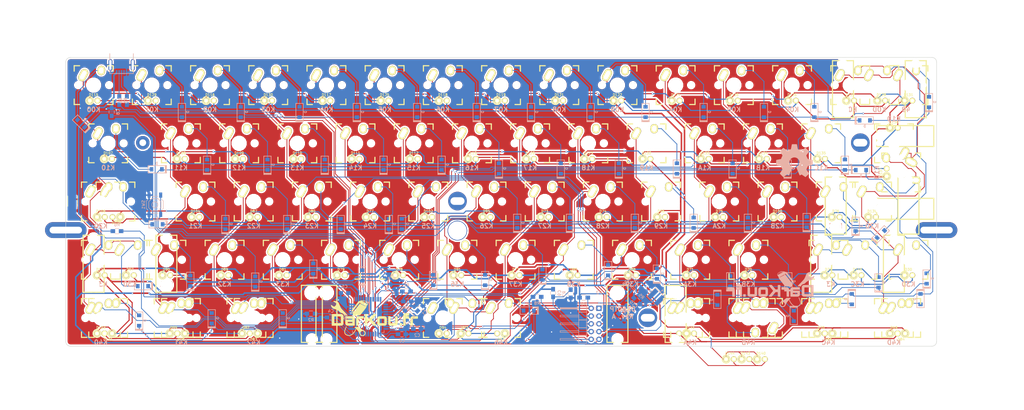
<source format=kicad_pcb>
(kicad_pcb (version 4) (host pcbnew 4.0.5+dfsg1-4)
  (title_block (title "MX/Alps HHKB") (date 2017-05-22) (rev A.1) (company DarKou))
  (layers (0 F.Cu signal) (31 B.Cu signal) (34 B.Paste user) (35 F.Paste user) (36 B.SilkS user hide) (37 F.SilkS user hide) (38 B.Mask user) (39 F.Mask user hide) (44 Edge.Cuts user))
  (net 0 "")
  (net 1 "Net-(C1-Pad1)")
  (net 2 GND)
  (net 3 "Net-(C2-Pad1)")
  (net 4 "Net-(C8-Pad1)")
  (net 5 "Net-(D1-Pad2)")
  (net 6 /Row0)
  (net 7 "Net-(D2-Pad2)")
  (net 8 "Net-(D3-Pad2)")
  (net 9 "Net-(D4-Pad2)")
  (net 10 "Net-(D5-Pad2)")
  (net 11 "Net-(D6-Pad2)")
  (net 12 "Net-(D7-Pad2)")
  (net 13 "Net-(D8-Pad2)")
  (net 14 "Net-(D9-Pad2)")
  (net 15 "Net-(D10-Pad2)")
  (net 16 "Net-(D11-Pad2)")
  (net 17 "Net-(D12-Pad2)")
  (net 18 "Net-(D13-Pad2)")
  (net 19 "Net-(D14-Pad2)")
  (net 20 /Row1)
  (net 21 "Net-(D15-Pad2)")
  (net 22 "Net-(D16-Pad2)")
  (net 23 "Net-(D17-Pad2)")
  (net 24 "Net-(D18-Pad2)")
  (net 25 "Net-(D19-Pad2)")
  (net 26 "Net-(D21-Pad2)")
  (net 27 "Net-(D22-Pad2)")
  (net 28 "Net-(D23-Pad2)")
  (net 29 "Net-(D24-Pad2)")
  (net 30 "Net-(D26-Pad2)")
  (net 31 "Net-(D27-Pad2)")
  (net 32 /Row2)
  (net 33 "Net-(D28-Pad2)")
  (net 34 "Net-(D29-Pad2)")
  (net 35 "Net-(D31-Pad2)")
  (net 36 "Net-(D32-Pad2)")
  (net 37 "Net-(D33-Pad2)")
  (net 38 "Net-(D34-Pad2)")
  (net 39 "Net-(D35-Pad2)")
  (net 40 "Net-(D36-Pad2)")
  (net 41 "Net-(D37-Pad2)")
  (net 42 "Net-(D38-Pad2)")
  (net 43 "Net-(D39-Pad2)")
  (net 44 "Net-(D40-Pad2)")
  (net 45 /Row3)
  (net 46 "Net-(D41-Pad2)")
  (net 47 "Net-(D42-Pad2)")
  (net 48 "Net-(D43-Pad2)")
  (net 49 "Net-(D44-Pad2)")
  (net 50 "Net-(D45-Pad2)")
  (net 51 "Net-(D46-Pad2)")
  (net 52 "Net-(D47-Pad2)")
  (net 53 "Net-(D48-Pad2)")
  (net 54 "Net-(D49-Pad2)")
  (net 55 "Net-(D50-Pad2)")
  (net 56 "Net-(D51-Pad2)")
  (net 57 "Net-(D52-Pad2)")
  (net 58 "Net-(D53-Pad2)")
  (net 59 /Row4)
  (net 60 "Net-(D54-Pad2)")
  (net 61 "Net-(D55-Pad2)")
  (net 62 "Net-(D56-Pad2)")
  (net 63 "Net-(D57-Pad2)")
  (net 64 "Net-(D58-Pad2)")
  (net 65 "Net-(D59-Pad2)")
  (net 66 "Net-(D60-Pad2)")
  (net 67 "Net-(J1-Pad2)")
  (net 68 "Net-(J1-Pad3)")
  (net 69 "Net-(J1-Pad4)")
  (net 70 /Col0)
  (net 71 /Col1)
  (net 72 /Col2)
  (net 73 /Col3)
  (net 74 /Col4)
  (net 75 /Col5)
  (net 76 /Col6)
  (net 77 /Col7)
  (net 78 /Col8)
  (net 79 /Col9)
  (net 80 "Net-(R1-Pad2)")
  (net 81 "Net-(R3-Pad1)")
  (net 82 "Net-(R4-Pad2)")
  (net 83 "Net-(U0-Pad35)")
  (net 84 "Net-(U0-Pad42)")
  (net 85 "Net-(LD1-Pad2)")
  (net 86 /CAPS_LED)
  (net 87 D2)
  (net 88 D5)
  (net 89 "Net-(D61-Pad2)")
  (net 90 "Net-(D62-Pad2)")
  (net 91 "Net-(D63-Pad2)")
  (net 92 "Net-(U0-Pad41)")
  (net 93 "Net-(U0-Pad26)")
  (net 94 "Net-(D64-Pad2)")
  (net 95 "Net-(D65-Pad2)")
  (net 96 "Net-(D66-Pad2)")
  (net 97 "Net-(D67-Pad2)")
  (net 98 "Net-(D68-Pad2)")
  (net 99 /ColA)
  (net 100 /ColB)
  (net 101 /ColC)
  (net 102 /ColD)
  (net 103 "Net-(R2-Pad2)")
  (net 104 "Net-(P2-Pad1)")
  (net 105 VCC)
  (net 106 "Net-(C9-Pad1)")
  (net 107 LED_AN)
  (net 108 "Net-(L1-Pad1)")
  (net 109 LED_CATH)
  (net 110 BACKLIT)
  (module Footprint:Mx_Alps_100 (layer F.Cu) (at 38.1 30.95625)
    (fp_text reference K1 hide)
    (fp_text value K00 (at 0 8) (layer B.SilkS) (effects (font (thickness 0.3048)) (justify mirror)))
    (pad HOLE np_thru_hole circle (at 0 0) (size 3.9878 3.9878) (drill 3.9878) (layers *.Cu))
    (pad HOLE np_thru_hole circle (at -5.08 0) (size 1.7018 1.7018) (drill 1.7018) (layers *.Cu))
    (pad HOLE np_thru_hole circle (at 5.08 0) (size 1.7018 1.7018) (drill 1.7018) (layers *.Cu))
    (pad 1 thru_hole oval (at -3.405 -3.27 330.95) (size 2.5 4.17) (drill oval 1.5 3.17) (layers *.Cu *.Mask F.SilkS) (net 70 /Col0))
    (pad 2 thru_hole oval (at 2.52 -4.79 356.1) (size 2.5 3.08) (drill oval 1.5 2.08) (layers *.Cu *.Mask F.SilkS) (net 5 "Net-(D1-Pad2)"))
  )
  (module Footprint:Mx_Alps_100 (layer F.Cu) (at 185.7375 69.05625)
    (fp_text reference K48 hide)
    (fp_text value K27 (at 0 8) (layer B.SilkS) (effects (font (thickness 0.3048)) (justify mirror)))
    (pad HOLE np_thru_hole circle (at 0 0) (size 3.9878 3.9878) (drill 3.9878) (layers *.Cu))
    (pad HOLE np_thru_hole circle (at -5.08 0) (size 1.7018 1.7018) (drill 1.7018) (layers *.Cu))
    (pad HOLE np_thru_hole circle (at 5.08 0) (size 1.7018 1.7018) (drill 1.7018) (layers *.Cu))
    (pad 1 thru_hole oval (at -3.405 -3.27 330.95) (size 2.5 4.17) (drill oval 1.5 3.17) (layers *.Cu *.Mask F.SilkS) (net 77 /Col7))
    (pad 2 thru_hole oval (at 2.52 -4.79 356.1) (size 2.5 3.08) (drill oval 1.5 2.08) (layers *.Cu *.Mask F.SilkS) (net 42 "Net-(D38-Pad2)"))
  )
  (module Footprint:darkou (layer B.Cu) (at 259.75 97.75 180)
    (fp_text reference G*** hide)
    (fp_text value LOGO hide)
  )
  (module Footprint:MXST (layer F.Cu) (at 114.3 107.15625 180)
    (fp_text reference MXST hide)
    (fp_text value VAL** hide)
    (pad "" np_thru_hole circle (at 0 -6.985 180) (size 3.048 3.048) (drill 3.048) (layers *.Cu *.Mask))
    (pad "" np_thru_hole circle (at 0 8.255 180) (size 3.9802 3.9802) (drill 3.9802) (layers *.Cu *.Mask))
  )
  (module Mounting_Holes:MountingHole_2.2mm_M2_Pad (layer F.Cu) (at 157.1625 78.58125)
    (fp_text reference REF** hide)
    (fp_text value MountingHole_2.2mm_M2_Pad hide)
    (pad 1 thru_hole circle (at 0 0) (size 6.4 6.4) (drill 6) (layers *.Cu *.Mask))
  )
  (module Footprint:MXST (layer F.Cu) (at 228.6 107.15625 180)
    (fp_text reference MXST hide)
    (fp_text value VAL** hide)
    (pad "" np_thru_hole circle (at 0 -6.985 180) (size 3.048 3.048) (drill 3.048) (layers *.Cu *.Mask))
    (pad "" np_thru_hole circle (at 0 8.255 180) (size 3.9802 3.9802) (drill 3.9802) (layers *.Cu *.Mask))
  )
  (module Footprint:MXST (layer F.Cu) (at 209.55 107.15625 180)
    (fp_text reference MXST hide)
    (fp_text value VAL** hide)
    (pad "" np_thru_hole circle (at 0 -6.985 180) (size 3.048 3.048) (drill 3.048) (layers *.Cu *.Mask))
    (pad "" np_thru_hole circle (at 0 8.255 180) (size 3.9802 3.9802) (drill 3.9802) (layers *.Cu *.Mask))
  )
  (module Footprint:MXST (layer F.Cu) (at 109.5375 107.15625 180)
    (fp_text reference MXST hide)
    (fp_text value VAL** hide)
    (pad "" np_thru_hole circle (at 0 -6.985 180) (size 3.048 3.048) (drill 3.048) (layers *.Cu *.Mask))
    (pad "" np_thru_hole circle (at 0 8.255 180) (size 3.9802 3.9802) (drill 3.9802) (layers *.Cu *.Mask))
  )
  (module Footprint:MXST (layer F.Cu) (at 300.0375 88.10625)
    (fp_text reference MXST hide)
    (fp_text value VAL** hide)
    (pad "" np_thru_hole circle (at 0 -6.985) (size 3.048 3.048) (drill 3.048) (layers *.Cu *.Mask))
    (pad "" np_thru_hole circle (at 0 8.255) (size 3.9802 3.9802) (drill 3.9802) (layers *.Cu *.Mask))
  )
  (module Footprint:MXST (layer F.Cu) (at 276.225 88.10625)
    (fp_text reference MXST hide)
    (fp_text value VAL** hide)
    (pad "" np_thru_hole circle (at 0 -6.985) (size 3.048 3.048) (drill 3.048) (layers *.Cu *.Mask))
    (pad "" np_thru_hole circle (at 0 8.255) (size 3.9802 3.9802) (drill 3.9802) (layers *.Cu *.Mask))
  )
  (module Footprint:MXST (layer F.Cu) (at 302.41875 47.625 90)
    (fp_text reference MXST hide)
    (fp_text value VAL** hide)
    (pad "" np_thru_hole circle (at 0 -6.985 90) (size 3.048 3.048) (drill 3.048) (layers *.Cu *.Mask))
    (pad "" np_thru_hole circle (at 0 8.255 90) (size 3.9802 3.9802) (drill 3.9802) (layers *.Cu *.Mask))
  )
  (module Footprint:MXST (layer F.Cu) (at 302.41875 71.4375 90)
    (fp_text reference MXST hide)
    (fp_text value VAL** hide)
    (pad "" np_thru_hole circle (at 0 -6.985 90) (size 3.048 3.048) (drill 3.048) (layers *.Cu *.Mask))
    (pad "" np_thru_hole circle (at 0 8.255 90) (size 3.9802 3.9802) (drill 3.9802) (layers *.Cu *.Mask))
  )
  (module Footprint:MXST (layer F.Cu) (at 280.9875 69.05625)
    (fp_text reference MXST hide)
    (fp_text value VAL** hide)
    (pad "" np_thru_hole circle (at 0 -6.985) (size 3.048 3.048) (drill 3.048) (layers *.Cu *.Mask))
    (pad "" np_thru_hole circle (at 0 8.255) (size 3.9802 3.9802) (drill 3.9802) (layers *.Cu *.Mask))
  )
  (module Footprint:MXST (layer F.Cu) (at 304.8 69.05625)
    (fp_text reference MXST hide)
    (fp_text value VAL** hide)
    (pad "" np_thru_hole circle (at 0 -6.985) (size 3.048 3.048) (drill 3.048) (layers *.Cu *.Mask))
    (pad "" np_thru_hole circle (at 0 8.255) (size 3.9802 3.9802) (drill 3.9802) (layers *.Cu *.Mask))
  )
  (module Footprint:MXST (layer F.Cu) (at 307.18125 30.95625)
    (fp_text reference MXST hide)
    (fp_text value VAL** hide)
    (pad "" np_thru_hole circle (at 0 -6.985) (size 3.048 3.048) (drill 3.048) (layers *.Cu *.Mask))
    (pad "" np_thru_hole circle (at 0 8.255) (size 3.9802 3.9802) (drill 3.9802) (layers *.Cu *.Mask))
  )
  (module Footprint:MXST (layer F.Cu) (at 283.36875 30.95625)
    (fp_text reference MXST hide)
    (fp_text value VAL** hide)
    (pad "" np_thru_hole circle (at 0 -6.985) (size 3.048 3.048) (drill 3.048) (layers *.Cu *.Mask))
    (pad "" np_thru_hole circle (at 0 8.255) (size 3.9802 3.9802) (drill 3.9802) (layers *.Cu *.Mask))
  )
  (module Footprint:MXST (layer F.Cu) (at 61.9125 88.10625)
    (fp_text reference MXST hide)
    (fp_text value VAL** hide)
    (pad "" np_thru_hole circle (at 0 -6.985) (size 3.048 3.048) (drill 3.048) (layers *.Cu *.Mask))
    (pad "" np_thru_hole circle (at 0 8.255) (size 3.9802 3.9802) (drill 3.9802) (layers *.Cu *.Mask))
  )
  (module Footprint:Poker_oval_hole (layer F.Cu) (at 289.05 49.8)
    (fp_text reference Poker_oval_hole hide)
    (fp_text value VAL** hide)
    (pad "" thru_hole circle (at 0 0) (size 6.1 6.1) (drill oval 4.6 2.5) (layers *.Cu *.Mask))
  )
  (module Footprint:Poker_oval_hole (layer F.Cu) (at 157.2 68.9)
    (fp_text reference Poker_oval_hole hide)
    (fp_text value VAL** hide)
    (pad "" thru_hole circle (at 0 0) (size 6.1 6.1) (drill oval 4.6 2.5) (layers *.Cu *.Mask))
  )
  (module Footprint:Poker_side_edge_long (layer F.Cu) (at 314 78.4)
    (fp_text reference Poker_side_edge_long hide)
    (fp_text value VAL** hide)
    (pad "" thru_hole oval (at 0 0) (size 13.6 5.2) (drill oval 10.6 2.2) (layers *.Cu *.Mask))
  )
  (module Capacitors_SMD:C_0805_HandSoldering (layer B.Cu) (at 145 104 45)
    (fp_text reference C1 (at 0 2.1 45) (layer B.SilkS) (effects (justify mirror)))
    (fp_text value 22p)
    (pad 1 smd rect (at -1.25 0 45) (size 1.5 1.25) (layers B.Cu B.Paste B.Mask) (net 1 "Net-(C1-Pad1)"))
    (pad 2 smd rect (at 1.25 0 45) (size 1.5 1.25) (layers B.Cu B.Paste B.Mask) (net 2 GND))
  )
  (module Capacitors_SMD:C_0805_HandSoldering (layer B.Cu) (at 144 110.75)
    (fp_text reference C2 (at 0 2.1) (layer B.SilkS) (effects (justify mirror)))
    (fp_text value 22p)
    (pad 1 smd rect (at -1.25 0) (size 1.5 1.25) (layers B.Cu B.Paste B.Mask) (net 3 "Net-(C2-Pad1)"))
    (pad 2 smd rect (at 1.25 0) (size 1.5 1.25) (layers B.Cu B.Paste B.Mask) (net 2 GND))
  )
  (module Capacitors_SMD:C_0805_HandSoldering (layer B.Cu) (at 134.5 95.25 135)
    (fp_text reference C3 (at 0 2.1 135) (layer B.SilkS) (effects (justify mirror)))
    (fp_text value 0.1u hide)
    (pad 1 smd rect (at -1.25 0 135) (size 1.5 1.25) (layers B.Cu B.Paste B.Mask) (net 105 VCC))
    (pad 2 smd rect (at 1.25 0 135) (size 1.5 1.25) (layers B.Cu B.Paste B.Mask) (net 2 GND))
  )
  (module Capacitors_SMD:C_0805_HandSoldering (layer B.Cu) (at 115.75 107 180)
    (fp_text reference C4 (at 0 2.1 180) (layer B.SilkS) (effects (justify mirror)))
    (fp_text value 0.1u hide)
    (pad 1 smd rect (at -1.25 0 180) (size 1.5 1.25) (layers B.Cu B.Paste B.Mask) (net 105 VCC))
    (pad 2 smd rect (at 1.25 0 180) (size 1.5 1.25) (layers B.Cu B.Paste B.Mask) (net 2 GND))
  )
  (module Capacitors_SMD:C_0805_HandSoldering (layer B.Cu) (at 120.25 99 180)
    (fp_text reference C5 (at 0 2.1 180) (layer B.SilkS) (effects (justify mirror)))
    (fp_text value 0.1u)
    (pad 1 smd rect (at -1.25 0 180) (size 1.5 1.25) (layers B.Cu B.Paste B.Mask) (net 105 VCC))
    (pad 2 smd rect (at 1.25 0 180) (size 1.5 1.25) (layers B.Cu B.Paste B.Mask) (net 2 GND))
  )
  (module Capacitors_SMD:C_0805_HandSoldering (layer B.Cu) (at 139 112.5)
    (fp_text reference C6 (at 0 2.1) (layer B.SilkS) (effects (justify mirror)))
    (fp_text value 0.1u)
    (pad 1 smd rect (at -1.25 0) (size 1.5 1.25) (layers B.Cu B.Paste B.Mask) (net 105 VCC))
    (pad 2 smd rect (at 1.25 0) (size 1.5 1.25) (layers B.Cu B.Paste B.Mask) (net 2 GND))
  )
  (module Capacitors_SMD:C_0805_HandSoldering (layer B.Cu) (at 140.75 101.75)
    (fp_text reference C7 (at 0 2.1) (layer B.SilkS) (effects (justify mirror)))
    (fp_text value 4.7u)
    (pad 1 smd rect (at -1.25 0) (size 1.5 1.25) (layers B.Cu B.Paste B.Mask) (net 105 VCC))
    (pad 2 smd rect (at 1.25 0) (size 1.5 1.25) (layers B.Cu B.Paste B.Mask) (net 2 GND))
  )
  (module Capacitors_SMD:C_0805_HandSoldering (layer B.Cu) (at 44 39.75 90)
    (fp_text reference C8 (at 0 2.1 90) (layer B.SilkS) (effects (justify mirror)))
    (fp_text value 1u)
    (pad 1 smd rect (at -1.25 0 90) (size 1.5 1.25) (layers B.Cu B.Paste B.Mask) (net 4 "Net-(C8-Pad1)"))
    (pad 2 smd rect (at 1.25 0 90) (size 1.5 1.25) (layers B.Cu B.Paste B.Mask) (net 2 GND))
  )
  (module Capacitors_SMD:C_0805_HandSoldering (layer B.Cu) (at 188.5 99 90)
    (fp_text reference C9 (at 0 2.1 90) (layer B.SilkS) (effects (justify mirror)))
    (fp_text value 2.2u)
    (pad 1 smd rect (at -1.25 0 90) (size 1.5 1.25) (layers B.Cu B.Paste B.Mask) (net 106 "Net-(C9-Pad1)"))
    (pad 2 smd rect (at 1.25 0 90) (size 1.5 1.25) (layers B.Cu B.Paste B.Mask) (net 105 VCC))
  )
  (module Footprint:D_SOD123 (layer B.Cu) (at 34 43.5 135)
    (fp_text reference D1 hide)
    (fp_text value D (at 0 1.925 135) (layer B.SilkS) (effects (font (size 0.8 0.8)) (justify mirror)))
    (pad 2 smd rect (at 1.7 0 135) (size 1.2 1.4) (layers B.Cu B.Paste B.Mask) (net 5 "Net-(D1-Pad2)"))
    (pad 1 smd rect (at -1.7 0 135) (size 1.2 1.4) (layers B.Cu B.Paste B.Mask) (net 6 /Row0))
  )
  (module Footprint:D_SOD123 (layer B.Cu) (at 58.75 58.5 180)
    (fp_text reference D2 hide)
    (fp_text value D (at 0 1.925 180) (layer B.SilkS) (effects (font (size 0.8 0.8)) (justify mirror)))
    (pad 2 smd rect (at 1.7 0 180) (size 1.2 1.4) (layers B.Cu B.Paste B.Mask) (net 7 "Net-(D2-Pad2)"))
    (pad 1 smd rect (at -1.7 0 180) (size 1.2 1.4) (layers B.Cu B.Paste B.Mask) (net 20 /Row1))
  )
  (module Footprint:D_SOD123 (layer B.Cu) (at 59 76.5 180)
    (fp_text reference D3 hide)
    (fp_text value D (at 0 1.925 180) (layer B.SilkS) (effects (font (size 0.8 0.8)) (justify mirror)))
    (pad 2 smd rect (at 1.7 0 180) (size 1.2 1.4) (layers B.Cu B.Paste B.Mask) (net 8 "Net-(D3-Pad2)"))
    (pad 1 smd rect (at -1.7 0 180) (size 1.2 1.4) (layers B.Cu B.Paste B.Mask) (net 32 /Row2))
  )
  (module Footprint:D_SOD123 (layer B.Cu) (at 54.25 96.75 180)
    (fp_text reference D4 hide)
    (fp_text value D (at 0 1.925 180) (layer B.SilkS) (effects (font (size 0.8 0.8)) (justify mirror)))
    (pad 2 smd rect (at 1.7 0 180) (size 1.2 1.4) (layers B.Cu B.Paste B.Mask) (net 9 "Net-(D4-Pad2)"))
    (pad 1 smd rect (at -1.7 0 180) (size 1.2 1.4) (layers B.Cu B.Paste B.Mask) (net 45 /Row3))
  )
  (module Footprint:D_SOD123 (layer B.Cu) (at 53 108 90)
    (fp_text reference D5 hide)
    (fp_text value D (at 0 1.925 90) (layer B.SilkS) (effects (font (size 0.8 0.8)) (justify mirror)))
    (pad 2 smd rect (at 1.7 0 90) (size 1.2 1.4) (layers B.Cu B.Paste B.Mask) (net 10 "Net-(D5-Pad2)"))
    (pad 1 smd rect (at -1.7 0 90) (size 1.2 1.4) (layers B.Cu B.Paste B.Mask) (net 59 /Row4))
  )
  (module Footprint:D_SOD123 (layer B.Cu) (at 67 39.75 90)
    (fp_text reference D6 hide)
    (fp_text value D (at 0 1.925 90) (layer B.SilkS) (effects (font (size 0.8 0.8)) (justify mirror)))
    (pad 2 smd rect (at 1.7 0 90) (size 1.2 1.4) (layers B.Cu B.Paste B.Mask) (net 11 "Net-(D6-Pad2)"))
    (pad 1 smd rect (at -1.7 0 90) (size 1.2 1.4) (layers B.Cu B.Paste B.Mask) (net 6 /Row0))
  )
  (module Footprint:D_SOD123 (layer B.Cu) (at 75.25 57 90)
    (fp_text reference D7 hide)
    (fp_text value D (at 0 1.925 90) (layer B.SilkS) (effects (font (size 0.8 0.8)) (justify mirror)))
    (pad 2 smd rect (at 1.7 0 90) (size 1.2 1.4) (layers B.Cu B.Paste B.Mask) (net 12 "Net-(D7-Pad2)"))
    (pad 1 smd rect (at -1.7 0 90) (size 1.2 1.4) (layers B.Cu B.Paste B.Mask) (net 20 /Row1))
  )
  (module Footprint:D_SOD123 (layer B.Cu) (at 81.22875 76.40625 90)
    (fp_text reference D8 hide)
    (fp_text value D (at 0 1.925 90) (layer B.SilkS) (effects (font (size 0.8 0.8)) (justify mirror)))
    (pad 2 smd rect (at 1.7 0 90) (size 1.2 1.4) (layers B.Cu B.Paste B.Mask) (net 13 "Net-(D8-Pad2)"))
    (pad 1 smd rect (at -1.7 0 90) (size 1.2 1.4) (layers B.Cu B.Paste B.Mask) (net 32 /Row2))
  )
  (module Footprint:D_SOD123 (layer B.Cu) (at 69.75 95 90)
    (fp_text reference D9 hide)
    (fp_text value D (at 0 1.925 90) (layer B.SilkS) (effects (font (size 0.8 0.8)) (justify mirror)))
    (pad 2 smd rect (at 1.7 0 90) (size 1.2 1.4) (layers B.Cu B.Paste B.Mask) (net 14 "Net-(D9-Pad2)"))
    (pad 1 smd rect (at -1.7 0 90) (size 1.2 1.4) (layers B.Cu B.Paste B.Mask) (net 45 /Row3))
  )
  (module Footprint:D_SOD123 (layer B.Cu) (at 76.75 107.25 90)
    (fp_text reference D10 hide)
    (fp_text value D (at 0 1.925 90) (layer B.SilkS) (effects (font (size 0.8 0.8)) (justify mirror)))
    (pad 2 smd rect (at 1.7 0 90) (size 1.2 1.4) (layers B.Cu B.Paste B.Mask) (net 15 "Net-(D10-Pad2)"))
    (pad 1 smd rect (at -1.7 0 90) (size 1.2 1.4) (layers B.Cu B.Paste B.Mask) (net 59 /Row4))
  )
  (module Footprint:D_SOD123 (layer B.Cu) (at 86.25 39.75 90)
    (fp_text reference D11 hide)
    (fp_text value D (at 0 1.925 90) (layer B.SilkS) (effects (font (size 0.8 0.8)) (justify mirror)))
    (pad 2 smd rect (at 1.7 0 90) (size 1.2 1.4) (layers B.Cu B.Paste B.Mask) (net 16 "Net-(D11-Pad2)"))
    (pad 1 smd rect (at -1.7 0 90) (size 1.2 1.4) (layers B.Cu B.Paste B.Mask) (net 6 /Row0))
  )
  (module Footprint:D_SOD123 (layer B.Cu) (at 95 57 90)
    (fp_text reference D12 hide)
    (fp_text value D (at 0 1.925 90) (layer B.SilkS) (effects (font (size 0.8 0.8)) (justify mirror)))
    (pad 2 smd rect (at 1.7 0 90) (size 1.2 1.4) (layers B.Cu B.Paste B.Mask) (net 17 "Net-(D12-Pad2)"))
    (pad 1 smd rect (at -1.7 0 90) (size 1.2 1.4) (layers B.Cu B.Paste B.Mask) (net 20 /Row1))
  )
  (module Footprint:D_SOD123 (layer B.Cu) (at 101.47875 76.40625 90)
    (fp_text reference D13 hide)
    (fp_text value D (at 0 1.925 90) (layer B.SilkS) (effects (font (size 0.8 0.8)) (justify mirror)))
    (pad 2 smd rect (at 1.7 0 90) (size 1.2 1.4) (layers B.Cu B.Paste B.Mask) (net 18 "Net-(D13-Pad2)"))
    (pad 1 smd rect (at -1.7 0 90) (size 1.2 1.4) (layers B.Cu B.Paste B.Mask) (net 32 /Row2))
  )
  (module Footprint:D_SOD123 (layer B.Cu) (at 91 95.25 90)
    (fp_text reference D14 hide)
    (fp_text value D (at 0 1.925 90) (layer B.SilkS) (effects (font (size 0.8 0.8)) (justify mirror)))
    (pad 2 smd rect (at 1.7 0 90) (size 1.2 1.4) (layers B.Cu B.Paste B.Mask) (net 19 "Net-(D14-Pad2)"))
    (pad 1 smd rect (at -1.7 0 90) (size 1.2 1.4) (layers B.Cu B.Paste B.Mask) (net 45 /Row3))
  )
  (module Footprint:D_SOD123 (layer B.Cu) (at 100 107.25 90)
    (fp_text reference D15 hide)
    (fp_text value D (at 0 1.925 90) (layer B.SilkS) (effects (font (size 0.8 0.8)) (justify mirror)))
    (pad 2 smd rect (at 1.7 0 90) (size 1.2 1.4) (layers B.Cu B.Paste B.Mask) (net 21 "Net-(D15-Pad2)"))
    (pad 1 smd rect (at -1.7 0 90) (size 1.2 1.4) (layers B.Cu B.Paste B.Mask) (net 59 /Row4))
  )
  (module Footprint:D_SOD123 (layer B.Cu) (at 105.5 39.75 90)
    (fp_text reference D16 hide)
    (fp_text value D (at 0 1.925 90) (layer B.SilkS) (effects (font (size 0.8 0.8)) (justify mirror)))
    (pad 2 smd rect (at 1.7 0 90) (size 1.2 1.4) (layers B.Cu B.Paste B.Mask) (net 22 "Net-(D16-Pad2)"))
    (pad 1 smd rect (at -1.7 0 90) (size 1.2 1.4) (layers B.Cu B.Paste B.Mask) (net 6 /Row0))
  )
  (module Footprint:D_SOD123 (layer B.Cu) (at 113.75 57 90)
    (fp_text reference D17 hide)
    (fp_text value D (at 0 1.925 90) (layer B.SilkS) (effects (font (size 0.8 0.8)) (justify mirror)))
    (pad 2 smd rect (at 1.7 0 90) (size 1.2 1.4) (layers B.Cu B.Paste B.Mask) (net 23 "Net-(D17-Pad2)"))
    (pad 1 smd rect (at -1.7 0 90) (size 1.2 1.4) (layers B.Cu B.Paste B.Mask) (net 20 /Row1))
  )
  (module Footprint:D_SOD123 (layer B.Cu) (at 118.97875 76.40625 90)
    (fp_text reference D18 hide)
    (fp_text value D (at 0 1.925 90) (layer B.SilkS) (effects (font (size 0.8 0.8)) (justify mirror)))
    (pad 2 smd rect (at 1.7 0 90) (size 1.2 1.4) (layers B.Cu B.Paste B.Mask) (net 24 "Net-(D18-Pad2)"))
    (pad 1 smd rect (at -1.7 0 90) (size 1.2 1.4) (layers B.Cu B.Paste B.Mask) (net 32 /Row2))
  )
  (module Footprint:D_SOD123 (layer B.Cu) (at 110 91 90)
    (fp_text reference D19 hide)
    (fp_text value D (at 0 1.925 90) (layer B.SilkS) (effects (font (size 0.8 0.8)) (justify mirror)))
    (pad 2 smd rect (at 1.7 0 90) (size 1.2 1.4) (layers B.Cu B.Paste B.Mask) (net 25 "Net-(D19-Pad2)"))
    (pad 1 smd rect (at -1.7 0 90) (size 1.2 1.4) (layers B.Cu B.Paste B.Mask) (net 45 /Row3))
  )
  (module Footprint:D_SOD123 (layer B.Cu) (at 124.25 39.75 90)
    (fp_text reference D21 hide)
    (fp_text value D (at 0 1.925 90) (layer B.SilkS) (effects (font (size 0.8 0.8)) (justify mirror)))
    (pad 2 smd rect (at 1.7 0 90) (size 1.2 1.4) (layers B.Cu B.Paste B.Mask) (net 26 "Net-(D21-Pad2)"))
    (pad 1 smd rect (at -1.7 0 90) (size 1.2 1.4) (layers B.Cu B.Paste B.Mask) (net 6 /Row0))
  )
  (module Footprint:D_SOD123 (layer B.Cu) (at 133 57 90)
    (fp_text reference D22 hide)
    (fp_text value D (at 0 1.925 90) (layer B.SilkS) (effects (font (size 0.8 0.8)) (justify mirror)))
    (pad 2 smd rect (at 1.7 0 90) (size 1.2 1.4) (layers B.Cu B.Paste B.Mask) (net 27 "Net-(D22-Pad2)"))
    (pad 1 smd rect (at -1.7 0 90) (size 1.2 1.4) (layers B.Cu B.Paste B.Mask) (net 20 /Row1))
  )
  (module Footprint:D_SOD123 (layer B.Cu) (at 134.72875 76.40625 90)
    (fp_text reference D23 hide)
    (fp_text value D (at 0 1.925 90) (layer B.SilkS) (effects (font (size 0.8 0.8)) (justify mirror)))
    (pad 2 smd rect (at 1.7 0 90) (size 1.2 1.4) (layers B.Cu B.Paste B.Mask) (net 28 "Net-(D23-Pad2)"))
    (pad 1 smd rect (at -1.7 0 90) (size 1.2 1.4) (layers B.Cu B.Paste B.Mask) (net 32 /Row2))
  )
  (module Footprint:D_SOD123 (layer B.Cu) (at 126 93.25 90)
    (fp_text reference D24 hide)
    (fp_text value D (at 0 1.925 90) (layer B.SilkS) (effects (font (size 0.8 0.8)) (justify mirror)))
    (pad 2 smd rect (at 1.7 0 90) (size 1.2 1.4) (layers B.Cu B.Paste B.Mask) (net 29 "Net-(D24-Pad2)"))
    (pad 1 smd rect (at -1.7 0 90) (size 1.2 1.4) (layers B.Cu B.Paste B.Mask) (net 45 /Row3))
  )
  (module Footprint:D_SOD123 (layer B.Cu) (at 144 39.75 90)
    (fp_text reference D26 hide)
    (fp_text value D (at 0 1.925 90) (layer B.SilkS) (effects (font (size 0.8 0.8)) (justify mirror)))
    (pad 2 smd rect (at 1.7 0 90) (size 1.2 1.4) (layers B.Cu B.Paste B.Mask) (net 30 "Net-(D26-Pad2)"))
    (pad 1 smd rect (at -1.7 0 90) (size 1.2 1.4) (layers B.Cu B.Paste B.Mask) (net 6 /Row0))
  )
  (module Footprint:D_SOD123 (layer B.Cu) (at 152 57 90)
    (fp_text reference D27 hide)
    (fp_text value D (at 0 1.925 90) (layer B.SilkS) (effects (font (size 0.8 0.8)) (justify mirror)))
    (pad 2 smd rect (at 1.7 0 90) (size 1.2 1.4) (layers B.Cu B.Paste B.Mask) (net 31 "Net-(D27-Pad2)"))
    (pad 1 smd rect (at -1.7 0 90) (size 1.2 1.4) (layers B.Cu B.Paste B.Mask) (net 20 /Row1))
  )
  (module Footprint:D_SOD123 (layer B.Cu) (at 138.97875 76.40625 90)
    (fp_text reference D28 hide)
    (fp_text value D (at 0 1.925 90) (layer B.SilkS) (effects (font (size 0.8 0.8)) (justify mirror)))
    (pad 2 smd rect (at 1.7 0 90) (size 1.2 1.4) (layers B.Cu B.Paste B.Mask) (net 33 "Net-(D28-Pad2)"))
    (pad 1 smd rect (at -1.7 0 90) (size 1.2 1.4) (layers B.Cu B.Paste B.Mask) (net 32 /Row2))
  )
  (module Footprint:D_SOD123 (layer B.Cu) (at 149.25 94.75 90)
    (fp_text reference D29 hide)
    (fp_text value D (at 0 1.925 90) (layer B.SilkS) (effects (font (size 0.8 0.8)) (justify mirror)))
    (pad 2 smd rect (at 1.7 0 90) (size 1.2 1.4) (layers B.Cu B.Paste B.Mask) (net 34 "Net-(D29-Pad2)"))
    (pad 1 smd rect (at -1.7 0 90) (size 1.2 1.4) (layers B.Cu B.Paste B.Mask) (net 45 /Row3))
  )
  (module Footprint:D_SOD123 (layer B.Cu) (at 163.5 39.75 90)
    (fp_text reference D31 hide)
    (fp_text value D (at 0 1.925 90) (layer B.SilkS) (effects (font (size 0.8 0.8)) (justify mirror)))
    (pad 2 smd rect (at 1.7 0 90) (size 1.2 1.4) (layers B.Cu B.Paste B.Mask) (net 35 "Net-(D31-Pad2)"))
    (pad 1 smd rect (at -1.7 0 90) (size 1.2 1.4) (layers B.Cu B.Paste B.Mask) (net 6 /Row0))
  )
  (module Footprint:D_SOD123 (layer B.Cu) (at 170.75 58.25 90)
    (fp_text reference D32 hide)
    (fp_text value D (at 0 1.925 90) (layer B.SilkS) (effects (font (size 0.8 0.8)) (justify mirror)))
    (pad 2 smd rect (at 1.7 0 90) (size 1.2 1.4) (layers B.Cu B.Paste B.Mask) (net 36 "Net-(D32-Pad2)"))
    (pad 1 smd rect (at -1.7 0 90) (size 1.2 1.4) (layers B.Cu B.Paste B.Mask) (net 20 /Row1))
  )
  (module Footprint:D_SOD123 (layer B.Cu) (at 176.75 76 90)
    (fp_text reference D33 hide)
    (fp_text value D (at 0 1.925 90) (layer B.SilkS) (effects (font (size 0.8 0.8)) (justify mirror)))
    (pad 2 smd rect (at 1.7 0 90) (size 1.2 1.4) (layers B.Cu B.Paste B.Mask) (net 37 "Net-(D33-Pad2)"))
    (pad 1 smd rect (at -1.7 0 90) (size 1.2 1.4) (layers B.Cu B.Paste B.Mask) (net 32 /Row2))
  )
  (module Footprint:D_SOD123 (layer B.Cu) (at 166.25 94.75 90)
    (fp_text reference D34 hide)
    (fp_text value D (at 0 1.925 90) (layer B.SilkS) (effects (font (size 0.8 0.8)) (justify mirror)))
    (pad 2 smd rect (at 1.7 0 90) (size 1.2 1.4) (layers B.Cu B.Paste B.Mask) (net 38 "Net-(D34-Pad2)"))
    (pad 1 smd rect (at -1.7 0 90) (size 1.2 1.4) (layers B.Cu B.Paste B.Mask) (net 45 /Row3))
  )
  (module Footprint:D_SOD123 (layer B.Cu) (at 180.5 104.75 180)
    (fp_text reference D35 hide)
    (fp_text value D (at 0 1.925 180) (layer B.SilkS) (effects (font (size 0.8 0.8)) (justify mirror)))
    (pad 2 smd rect (at 1.7 0 180) (size 1.2 1.4) (layers B.Cu B.Paste B.Mask) (net 39 "Net-(D35-Pad2)"))
    (pad 1 smd rect (at -1.7 0 180) (size 1.2 1.4) (layers B.Cu B.Paste B.Mask) (net 59 /Row4))
  )
  (module Footprint:D_SOD123 (layer B.Cu) (at 181.25 39.75 90)
    (fp_text reference D36 hide)
    (fp_text value D (at 0 1.925 90) (layer B.SilkS) (effects (font (size 0.8 0.8)) (justify mirror)))
    (pad 2 smd rect (at 1.7 0 90) (size 1.2 1.4) (layers B.Cu B.Paste B.Mask) (net 40 "Net-(D36-Pad2)"))
    (pad 1 smd rect (at -1.7 0 90) (size 1.2 1.4) (layers B.Cu B.Paste B.Mask) (net 6 /Row0))
  )
  (module Footprint:D_SOD123 (layer B.Cu) (at 191 58.25 90)
    (fp_text reference D37 hide)
    (fp_text value D (at 0 1.925 90) (layer B.SilkS) (effects (font (size 0.8 0.8)) (justify mirror)))
    (pad 2 smd rect (at 1.7 0 90) (size 1.2 1.4) (layers B.Cu B.Paste B.Mask) (net 41 "Net-(D37-Pad2)"))
    (pad 1 smd rect (at -1.7 0 90) (size 1.2 1.4) (layers B.Cu B.Paste B.Mask) (net 20 /Row1))
  )
  (module Footprint:D_SOD123 (layer B.Cu) (at 194 76 90)
    (fp_text reference D38 hide)
    (fp_text value D (at 0 1.925 90) (layer B.SilkS) (effects (font (size 0.8 0.8)) (justify mirror)))
    (pad 2 smd rect (at 1.7 0 90) (size 1.2 1.4) (layers B.Cu B.Paste B.Mask) (net 42 "Net-(D38-Pad2)"))
    (pad 1 smd rect (at -1.7 0 90) (size 1.2 1.4) (layers B.Cu B.Paste B.Mask) (net 32 /Row2))
  )
  (module Footprint:D_SOD123 (layer B.Cu) (at 185 93 90)
    (fp_text reference D39 hide)
    (fp_text value D (at 0 1.925 90) (layer B.SilkS) (effects (font (size 0.8 0.8)) (justify mirror)))
    (pad 2 smd rect (at 1.7 0 90) (size 1.2 1.4) (layers B.Cu B.Paste B.Mask) (net 43 "Net-(D39-Pad2)"))
    (pad 1 smd rect (at -1.7 0 90) (size 1.2 1.4) (layers B.Cu B.Paste B.Mask) (net 45 /Row3))
  )
  (module Footprint:D_SOD123 (layer B.Cu) (at 200.75 39.75 90)
    (fp_text reference D40 hide)
    (fp_text value D (at 0 1.925 90) (layer B.SilkS) (effects (font (size 0.8 0.8)) (justify mirror)))
    (pad 2 smd rect (at 1.7 0 90) (size 1.2 1.4) (layers B.Cu B.Paste B.Mask) (net 44 "Net-(D40-Pad2)"))
    (pad 1 smd rect (at -1.7 0 90) (size 1.2 1.4) (layers B.Cu B.Paste B.Mask) (net 6 /Row0))
  )
  (module Footprint:D_SOD123 (layer B.Cu) (at 210 58.25 90)
    (fp_text reference D41 hide)
    (fp_text value D (at 0 1.925 90) (layer B.SilkS) (effects (font (size 0.8 0.8)) (justify mirror)))
    (pad 2 smd rect (at 1.7 0 90) (size 1.2 1.4) (layers B.Cu B.Paste B.Mask) (net 46 "Net-(D41-Pad2)"))
    (pad 1 smd rect (at -1.7 0 90) (size 1.2 1.4) (layers B.Cu B.Paste B.Mask) (net 20 /Row1))
  )
  (module Footprint:D_SOD123 (layer B.Cu) (at 215.25 76 90)
    (fp_text reference D42 hide)
    (fp_text value D (at 0 1.925 90) (layer B.SilkS) (effects (font (size 0.8 0.8)) (justify mirror)))
    (pad 2 smd rect (at 1.7 0 90) (size 1.2 1.4) (layers B.Cu B.Paste B.Mask) (net 47 "Net-(D42-Pad2)"))
    (pad 1 smd rect (at -1.7 0 90) (size 1.2 1.4) (layers B.Cu B.Paste B.Mask) (net 32 /Row2))
  )
  (module Footprint:D_SOD123 (layer B.Cu) (at 206.5 91.5 90)
    (fp_text reference D43 hide)
    (fp_text value D (at 0 1.925 90) (layer B.SilkS) (effects (font (size 0.8 0.8)) (justify mirror)))
    (pad 2 smd rect (at 1.7 0 90) (size 1.2 1.4) (layers B.Cu B.Paste B.Mask) (net 48 "Net-(D43-Pad2)"))
    (pad 1 smd rect (at -1.7 0 90) (size 1.2 1.4) (layers B.Cu B.Paste B.Mask) (net 45 /Row3))
  )
  (module Footprint:D_SOD123 (layer B.Cu) (at 218.75 39.75 90)
    (fp_text reference D44 hide)
    (fp_text value D (at 0 1.925 90) (layer B.SilkS) (effects (font (size 0.8 0.8)) (justify mirror)))
    (pad 2 smd rect (at 1.7 0 90) (size 1.2 1.4) (layers B.Cu B.Paste B.Mask) (net 49 "Net-(D44-Pad2)"))
    (pad 1 smd rect (at -1.7 0 90) (size 1.2 1.4) (layers B.Cu B.Paste B.Mask) (net 6 /Row0))
  )
  (module Footprint:D_SOD123 (layer B.Cu) (at 229 58.25 90)
    (fp_text reference D45 hide)
    (fp_text value D (at 0 1.925 90) (layer B.SilkS) (effects (font (size 0.8 0.8)) (justify mirror)))
    (pad 2 smd rect (at 1.7 0 90) (size 1.2 1.4) (layers B.Cu B.Paste B.Mask) (net 50 "Net-(D45-Pad2)"))
    (pad 1 smd rect (at -1.7 0 90) (size 1.2 1.4) (layers B.Cu B.Paste B.Mask) (net 20 /Row1))
  )
  (module Footprint:D_SOD123 (layer B.Cu) (at 234.5 76 90)
    (fp_text reference D46 hide)
    (fp_text value D (at 0 1.925 90) (layer B.SilkS) (effects (font (size 0.8 0.8)) (justify mirror)))
    (pad 2 smd rect (at 1.7 0 90) (size 1.2 1.4) (layers B.Cu B.Paste B.Mask) (net 51 "Net-(D46-Pad2)"))
    (pad 1 smd rect (at -1.7 0 90) (size 1.2 1.4) (layers B.Cu B.Paste B.Mask) (net 32 /Row2))
  )
  (module Footprint:D_SOD123 (layer B.Cu) (at 222.47875 92.65625 90)
    (fp_text reference D47 hide)
    (fp_text value D (at 0 1.925 90) (layer B.SilkS) (effects (font (size 0.8 0.8)) (justify mirror)))
    (pad 2 smd rect (at 1.7 0 90) (size 1.2 1.4) (layers B.Cu B.Paste B.Mask) (net 52 "Net-(D47-Pad2)"))
    (pad 1 smd rect (at -1.7 0 90) (size 1.2 1.4) (layers B.Cu B.Paste B.Mask) (net 45 /Row3))
  )
  (module Footprint:D_SOD123 (layer B.Cu) (at 311.5 36.5 90)
    (fp_text reference D48 hide)
    (fp_text value D (at 0 1.925 90) (layer B.SilkS) (effects (font (size 0.8 0.8)) (justify mirror)))
    (pad 2 smd rect (at 1.7 0 90) (size 1.2 1.4) (layers B.Cu B.Paste B.Mask) (net 53 "Net-(D48-Pad2)"))
    (pad 1 smd rect (at -1.7 0 90) (size 1.2 1.4) (layers B.Cu B.Paste B.Mask) (net 59 /Row4))
  )
  (module Footprint:D_SOD123 (layer B.Cu) (at 237.75 39.75 90)
    (fp_text reference D49 hide)
    (fp_text value D (at 0 1.925 90) (layer B.SilkS) (effects (font (size 0.8 0.8)) (justify mirror)))
    (pad 2 smd rect (at 1.7 0 90) (size 1.2 1.4) (layers B.Cu B.Paste B.Mask) (net 54 "Net-(D49-Pad2)"))
    (pad 1 smd rect (at -1.7 0 90) (size 1.2 1.4) (layers B.Cu B.Paste B.Mask) (net 6 /Row0))
  )
  (module Footprint:D_SOD123 (layer B.Cu) (at 247.25 58.25 90)
    (fp_text reference D50 hide)
    (fp_text value D (at 0 1.925 90) (layer B.SilkS) (effects (font (size 0.8 0.8)) (justify mirror)))
    (pad 2 smd rect (at 1.7 0 90) (size 1.2 1.4) (layers B.Cu B.Paste B.Mask) (net 55 "Net-(D50-Pad2)"))
    (pad 1 smd rect (at -1.7 0 90) (size 1.2 1.4) (layers B.Cu B.Paste B.Mask) (net 20 /Row1))
  )
  (module Footprint:D_SOD123 (layer B.Cu) (at 252.25 76 90)
    (fp_text reference D51 hide)
    (fp_text value D (at 0 1.925 90) (layer B.SilkS) (effects (font (size 0.8 0.8)) (justify mirror)))
    (pad 2 smd rect (at 1.7 0 90) (size 1.2 1.4) (layers B.Cu B.Paste B.Mask) (net 56 "Net-(D51-Pad2)"))
    (pad 1 smd rect (at -1.7 0 90) (size 1.2 1.4) (layers B.Cu B.Paste B.Mask) (net 32 /Row2))
  )
  (module Footprint:D_SOD123 (layer B.Cu) (at 246.47875 95.15625 90)
    (fp_text reference D52 hide)
    (fp_text value D (at 0 1.925 90) (layer B.SilkS) (effects (font (size 0.8 0.8)) (justify mirror)))
    (pad 2 smd rect (at 1.7 0 90) (size 1.2 1.4) (layers B.Cu B.Paste B.Mask) (net 57 "Net-(D52-Pad2)"))
    (pad 1 smd rect (at -1.7 0 90) (size 1.2 1.4) (layers B.Cu B.Paste B.Mask) (net 45 /Row3))
  )
  (module Footprint:D_SOD123 (layer B.Cu) (at 242.25 101.25 270)
    (fp_text reference D53 hide)
    (fp_text value D (at 0 1.925 270) (layer B.SilkS) (effects (font (size 0.8 0.8)) (justify mirror)))
    (pad 2 smd rect (at 1.7 0 270) (size 1.2 1.4) (layers B.Cu B.Paste B.Mask) (net 58 "Net-(D53-Pad2)"))
    (pad 1 smd rect (at -1.7 0 270) (size 1.2 1.4) (layers B.Cu B.Paste B.Mask) (net 59 /Row4))
  )
  (module Footprint:D_SOD123 (layer B.Cu) (at 257.5 39.75 90)
    (fp_text reference D54 hide)
    (fp_text value D (at 0 1.925 90) (layer B.SilkS) (effects (font (size 0.8 0.8)) (justify mirror)))
    (pad 2 smd rect (at 1.7 0 90) (size 1.2 1.4) (layers B.Cu B.Paste B.Mask) (net 60 "Net-(D54-Pad2)"))
    (pad 1 smd rect (at -1.7 0 90) (size 1.2 1.4) (layers B.Cu B.Paste B.Mask) (net 6 /Row0))
  )
  (module Footprint:D_SOD123 (layer B.Cu) (at 265.25 58.25 90)
    (fp_text reference D55 hide)
    (fp_text value D (at 0 1.925 90) (layer B.SilkS) (effects (font (size 0.8 0.8)) (justify mirror)))
    (pad 2 smd rect (at 1.7 0 90) (size 1.2 1.4) (layers B.Cu B.Paste B.Mask) (net 61 "Net-(D55-Pad2)"))
    (pad 1 smd rect (at -1.7 0 90) (size 1.2 1.4) (layers B.Cu B.Paste B.Mask) (net 20 /Row1))
  )
  (module Footprint:D_SOD123 (layer B.Cu) (at 271.5 75.75 90)
    (fp_text reference D56 hide)
    (fp_text value D (at 0 1.925 90) (layer B.SilkS) (effects (font (size 0.8 0.8)) (justify mirror)))
    (pad 2 smd rect (at 1.7 0 90) (size 1.2 1.4) (layers B.Cu B.Paste B.Mask) (net 62 "Net-(D56-Pad2)"))
    (pad 1 smd rect (at -1.7 0 90) (size 1.2 1.4) (layers B.Cu B.Paste B.Mask) (net 32 /Row2))
  )
  (module Footprint:D_SOD123 (layer B.Cu) (at 265.47875 95.15625 90)
    (fp_text reference D57 hide)
    (fp_text value D (at 0 1.925 90) (layer B.SilkS) (effects (font (size 0.8 0.8)) (justify mirror)))
    (pad 2 smd rect (at 1.7 0 90) (size 1.2 1.4) (layers B.Cu B.Paste B.Mask) (net 63 "Net-(D57-Pad2)"))
    (pad 1 smd rect (at -1.7 0 90) (size 1.2 1.4) (layers B.Cu B.Paste B.Mask) (net 45 /Row3))
  )
  (module Footprint:D_SOD123 (layer B.Cu) (at 267.25 106.5 270)
    (fp_text reference D58 hide)
    (fp_text value D (at 0 1.925 270) (layer B.SilkS) (effects (font (size 0.8 0.8)) (justify mirror)))
    (pad 2 smd rect (at 1.7 0 270) (size 1.2 1.4) (layers B.Cu B.Paste B.Mask) (net 64 "Net-(D58-Pad2)"))
    (pad 1 smd rect (at -1.7 0 270) (size 1.2 1.4) (layers B.Cu B.Paste B.Mask) (net 59 /Row4))
  )
  (module Footprint:D_SOD123 (layer B.Cu) (at 274 39.75 90)
    (fp_text reference D59 hide)
    (fp_text value D (at 0 1.925 90) (layer B.SilkS) (effects (font (size 0.8 0.8)) (justify mirror)))
    (pad 2 smd rect (at 1.7 0 90) (size 1.2 1.4) (layers B.Cu B.Paste B.Mask) (net 65 "Net-(D59-Pad2)"))
    (pad 1 smd rect (at -1.7 0 90) (size 1.2 1.4) (layers B.Cu B.Paste B.Mask) (net 6 /Row0))
  )
  (module Footprint:D_SOD123 (layer B.Cu) (at 284 57 90)
    (fp_text reference D60 hide)
    (fp_text value D (at 0 1.925 90) (layer B.SilkS) (effects (font (size 0.8 0.8)) (justify mirror)))
    (pad 2 smd rect (at 1.7 0 90) (size 1.2 1.4) (layers B.Cu B.Paste B.Mask) (net 66 "Net-(D60-Pad2)"))
    (pad 1 smd rect (at -1.7 0 90) (size 1.2 1.4) (layers B.Cu B.Paste B.Mask) (net 20 /Row1))
  )
  (module Footprint:D_SOD123 (layer B.Cu) (at 287.5 77 90)
    (fp_text reference D61 hide)
    (fp_text value D (at 0 1.925 90) (layer B.SilkS) (effects (font (size 0.8 0.8)) (justify mirror)))
    (pad 2 smd rect (at 1.7 0 90) (size 1.2 1.4) (layers B.Cu B.Paste B.Mask) (net 89 "Net-(D61-Pad2)"))
    (pad 1 smd rect (at -1.7 0 90) (size 1.2 1.4) (layers B.Cu B.Paste B.Mask) (net 32 /Row2))
  )
  (module Footprint:D_SOD123 (layer B.Cu) (at 295 95.5 90)
    (fp_text reference D62 hide)
    (fp_text value D (at 0 1.925 90) (layer B.SilkS) (effects (font (size 0.8 0.8)) (justify mirror)))
    (pad 2 smd rect (at 1.7 0 90) (size 1.2 1.4) (layers B.Cu B.Paste B.Mask) (net 90 "Net-(D62-Pad2)"))
    (pad 1 smd rect (at -1.7 0 90) (size 1.2 1.4) (layers B.Cu B.Paste B.Mask) (net 45 /Row3))
  )
  (module Footprint:D_SOD123 (layer B.Cu) (at 286.25 101 270)
    (fp_text reference D63 hide)
    (fp_text value D (at 0 1.925 270) (layer B.SilkS) (effects (font (size 0.8 0.8)) (justify mirror)))
    (pad 2 smd rect (at 1.7 0 270) (size 1.2 1.4) (layers B.Cu B.Paste B.Mask) (net 91 "Net-(D63-Pad2)"))
    (pad 1 smd rect (at -1.7 0 270) (size 1.2 1.4) (layers B.Cu B.Paste B.Mask) (net 59 /Row4))
  )
  (module Footprint:D_SOD123 (layer B.Cu) (at 290.5 42.5)
    (fp_text reference D64 hide)
    (fp_text value D (at 0 1.925) (layer B.SilkS) (effects (font (size 0.8 0.8)) (justify mirror)))
    (pad 2 smd rect (at 1.7 0) (size 1.2 1.4) (layers B.Cu B.Paste B.Mask) (net 94 "Net-(D64-Pad2)"))
    (pad 1 smd rect (at -1.7 0) (size 1.2 1.4) (layers B.Cu B.Paste B.Mask) (net 6 /Row0))
  )
  (module Footprint:D_SOD123 (layer B.Cu) (at 289.25 58.75)
    (fp_text reference D65 hide)
    (fp_text value D (at 0 1.925) (layer B.SilkS) (effects (font (size 0.8 0.8)) (justify mirror)))
    (pad 2 smd rect (at 1.7 0) (size 1.2 1.4) (layers B.Cu B.Paste B.Mask) (net 95 "Net-(D65-Pad2)"))
    (pad 1 smd rect (at -1.7 0) (size 1.2 1.4) (layers B.Cu B.Paste B.Mask) (net 20 /Row1))
  )
  (module Footprint:D_SOD123 (layer B.Cu) (at 295.75 79.75 45)
    (fp_text reference D66 hide)
    (fp_text value D (at 0 1.925 45) (layer B.SilkS) (effects (font (size 0.8 0.8)) (justify mirror)))
    (pad 2 smd rect (at 1.7 0 45) (size 1.2 1.4) (layers B.Cu B.Paste B.Mask) (net 96 "Net-(D66-Pad2)"))
    (pad 1 smd rect (at -1.7 0 45) (size 1.2 1.4) (layers B.Cu B.Paste B.Mask) (net 32 /Row2))
  )
  (module Footprint:D_SOD123 (layer B.Cu) (at 310.75 94.25 90)
    (fp_text reference D67 hide)
    (fp_text value D (at 0 1.925 90) (layer B.SilkS) (effects (font (size 0.8 0.8)) (justify mirror)))
    (pad 2 smd rect (at 1.7 0 90) (size 1.2 1.4) (layers B.Cu B.Paste B.Mask) (net 97 "Net-(D67-Pad2)"))
    (pad 1 smd rect (at -1.7 0 90) (size 1.2 1.4) (layers B.Cu B.Paste B.Mask) (net 45 /Row3))
  )
  (module Footprint:D_SOD123 (layer B.Cu) (at 308.75 101 270)
    (fp_text reference D68 hide)
    (fp_text value D (at 0 1.925 270) (layer B.SilkS) (effects (font (size 0.8 0.8)) (justify mirror)))
    (pad 2 smd rect (at 1.7 0 270) (size 1.2 1.4) (layers B.Cu B.Paste B.Mask) (net 98 "Net-(D68-Pad2)"))
    (pad 1 smd rect (at -1.7 0 270) (size 1.2 1.4) (layers B.Cu B.Paste B.Mask) (net 59 /Row4))
  )
  (module Footprint:USB_miniB_hirose_5S8 (layer B.Cu) (at 47.25 26.75)
    (fp_text reference J1 hide)
    (fp_text value USB_mini_micro_B hide)
    (pad 1 smd rect (at -1.6 0) (size 0.5 1.4) (layers B.Cu B.Paste B.Mask) (net 105 VCC))
    (pad 2 smd rect (at -0.8 0) (size 0.5 1.4) (layers B.Cu B.Paste B.Mask) (net 67 "Net-(J1-Pad2)"))
    (pad 3 smd rect (at 0 0) (size 0.5 1.4) (layers B.Cu B.Paste B.Mask) (net 68 "Net-(J1-Pad3)"))
    (pad 4 smd rect (at 0.8 0) (size 0.5 1.4) (layers B.Cu B.Paste B.Mask) (net 69 "Net-(J1-Pad4)"))
    (pad 5 smd rect (at 1.6 0) (size 0.5 1.4) (layers B.Cu B.Paste B.Mask) (net 2 GND))
    (pad 6 thru_hole oval (at -3.65 -2.4) (size 1.3 3.8) (drill oval 0.7 3.2) (layers *.Cu *.Mask B.Paste) (net 2 GND))
    (pad 6 thru_hole oval (at 3.65 -2.4) (size 1.3 3.8) (drill oval 0.7 3.2) (layers *.Cu *.Mask B.Paste) (net 2 GND))
  )
  (module Footprint:Mx_Alps_150 (layer F.Cu) (at 42.8625 50.00625)
    (fp_text reference K2 hide)
    (fp_text value K10 (at 0 8) (layer B.SilkS) (effects (font (thickness 0.3048)) (justify mirror)))
    (pad HOLE np_thru_hole circle (at 0 0) (size 3.9878 3.9878) (drill 3.9878) (layers *.Cu))
    (pad HOLE np_thru_hole circle (at -5.08 0) (size 1.7018 1.7018) (drill 1.7018) (layers *.Cu))
    (pad HOLE np_thru_hole circle (at 5.08 0) (size 1.7018 1.7018) (drill 1.7018) (layers *.Cu))
    (pad 1 thru_hole oval (at -3.405 -3.27 330.95) (size 2.5 4.17) (drill oval 1.5 3.17) (layers *.Cu *.Mask F.SilkS) (net 70 /Col0))
    (pad 2 thru_hole oval (at 2.52 -4.79 356.1) (size 2.5 3.08) (drill oval 1.5 2.08) (layers *.Cu *.Mask F.SilkS) (net 7 "Net-(D2-Pad2)"))
  )
  (module Footprint:Mx_Alps_175 (layer F.Cu) (at 45.24375 69.05625)
    (fp_text reference K3 hide)
    (fp_text value K20 hide)
    (pad HOLE np_thru_hole circle (at 0 0) (size 3.9878 3.9878) (drill 3.9878) (layers *.Cu))
    (pad HOLE np_thru_hole circle (at -5.08 0) (size 1.7018 1.7018) (drill 1.7018) (layers *.Cu))
    (pad HOLE np_thru_hole circle (at 5.08 0) (size 1.7018 1.7018) (drill 1.7018) (layers *.Cu))
    (pad 1 thru_hole oval (at -3.405 -3.27 330.95) (size 2.5 4.17) (drill oval 1.5 3.17) (layers *.Cu *.Mask F.SilkS) (net 70 /Col0))
    (pad 2 thru_hole oval (at 2.52 -4.79 356.1) (size 2.5 3.08) (drill oval 1.5 2.08) (layers *.Cu *.Mask F.SilkS) (net 8 "Net-(D3-Pad2)"))
  )
  (module Footprint:Mx_Alps_175_STEPPED (layer F.Cu) (at 40.48125 69.05625)
    (fp_text reference K4 hide)
    (fp_text value K20 (at 0 8) (layer B.SilkS) (effects (font (thickness 0.3048)) (justify mirror)))
    (pad HOLE np_thru_hole circle (at 0 0) (size 3.9878 3.9878) (drill 3.9878) (layers *.Cu))
    (pad HOLE np_thru_hole circle (at -5.08 0) (size 1.7018 1.7018) (drill 1.7018) (layers *.Cu))
    (pad HOLE np_thru_hole circle (at 5.08 0) (size 1.7018 1.7018) (drill 1.7018) (layers *.Cu))
    (pad 1 thru_hole oval (at -3.405 -3.27 330.95) (size 2.5 4.17) (drill oval 1.5 3.17) (layers *.Cu *.Mask F.SilkS) (net 8 "Net-(D3-Pad2)"))
    (pad 2 thru_hole oval (at 2.52 -4.79 356.1) (size 2.5 3.08) (drill oval 1.5 2.08) (layers *.Cu *.Mask F.SilkS) (net 70 /Col0))
  )
  (module Footprint:Mx_Alps_225 (layer F.Cu) (at 50.00625 88.10625)
    (fp_text reference K5 hide)
    (fp_text value K30 (at 0 8) (layer B.SilkS) (effects (font (thickness 0.3048)) (justify mirror)))
    (pad HOLE np_thru_hole circle (at 0 0) (size 3.9878 3.9878) (drill 3.9878) (layers *.Cu))
    (pad HOLE np_thru_hole circle (at -5.08 0) (size 1.7018 1.7018) (drill 1.7018) (layers *.Cu))
    (pad HOLE np_thru_hole circle (at 5.08 0) (size 1.7018 1.7018) (drill 1.7018) (layers *.Cu))
    (pad 1 thru_hole oval (at -3.405 -3.27 330.95) (size 2.5 4.17) (drill oval 1.5 3.17) (layers *.Cu *.Mask F.SilkS) (net 70 /Col0))
    (pad 2 thru_hole oval (at 2.52 -4.79 356.1) (size 2.5 3.08) (drill oval 1.5 2.08) (layers *.Cu *.Mask F.SilkS) (net 9 "Net-(D4-Pad2)"))
  )
  (module Footprint:Mx_Alps_125 (layer F.Cu) (at 40.48125 107.15625)
    (fp_text reference K7 hide)
    (fp_text value K40 (at 0 8) (layer B.SilkS) (effects (font (thickness 0.3048)) (justify mirror)))
    (pad HOLE np_thru_hole circle (at 0 0) (size 3.9878 3.9878) (drill 3.9878) (layers *.Cu))
    (pad HOLE np_thru_hole circle (at -5.08 0) (size 1.7018 1.7018) (drill 1.7018) (layers *.Cu))
    (pad HOLE np_thru_hole circle (at 5.08 0) (size 1.7018 1.7018) (drill 1.7018) (layers *.Cu))
    (pad 1 thru_hole oval (at -3.405 -3.27 330.95) (size 2.5 4.17) (drill oval 1.5 3.17) (layers *.Cu *.Mask F.SilkS) (net 70 /Col0))
    (pad 2 thru_hole oval (at 2.52 -4.79 356.1) (size 2.5 3.08) (drill oval 1.5 2.08) (layers *.Cu *.Mask F.SilkS) (net 10 "Net-(D5-Pad2)"))
  )
  (module Footprint:Mx_Alps_150 (layer F.Cu) (at 42.8625 107.15625)
    (fp_text reference K8 hide)
    (fp_text value K40 hide)
    (pad HOLE np_thru_hole circle (at 0 0) (size 3.9878 3.9878) (drill 3.9878) (layers *.Cu))
    (pad HOLE np_thru_hole circle (at -5.08 0) (size 1.7018 1.7018) (drill 1.7018) (layers *.Cu))
    (pad HOLE np_thru_hole circle (at 5.08 0) (size 1.7018 1.7018) (drill 1.7018) (layers *.Cu))
    (pad 1 thru_hole oval (at -3.405 -3.27 330.95) (size 2.5 4.17) (drill oval 1.5 3.17) (layers *.Cu *.Mask F.SilkS) (net 70 /Col0))
    (pad 2 thru_hole oval (at 2.52 -4.79 356.1) (size 2.5 3.08) (drill oval 1.5 2.08) (layers *.Cu *.Mask F.SilkS) (net 10 "Net-(D5-Pad2)"))
  )
  (module Footprint:Mx_Alps_100 (layer F.Cu) (at 57.15 30.95625)
    (fp_text reference K9 hide)
    (fp_text value K01 (at 0 8) (layer B.SilkS) (effects (font (thickness 0.3048)) (justify mirror)))
    (pad HOLE np_thru_hole circle (at 0 0) (size 3.9878 3.9878) (drill 3.9878) (layers *.Cu))
    (pad HOLE np_thru_hole circle (at -5.08 0) (size 1.7018 1.7018) (drill 1.7018) (layers *.Cu))
    (pad HOLE np_thru_hole circle (at 5.08 0) (size 1.7018 1.7018) (drill 1.7018) (layers *.Cu))
    (pad 1 thru_hole oval (at -3.405 -3.27 330.95) (size 2.5 4.17) (drill oval 1.5 3.17) (layers *.Cu *.Mask F.SilkS) (net 71 /Col1))
    (pad 2 thru_hole oval (at 2.52 -4.79 356.1) (size 2.5 3.08) (drill oval 1.5 2.08) (layers *.Cu *.Mask F.SilkS) (net 11 "Net-(D6-Pad2)"))
  )
  (module Footprint:Mx_Alps_100 (layer F.Cu) (at 66.675 50.00625)
    (fp_text reference K10 hide)
    (fp_text value K11 (at 0 8) (layer B.SilkS) (effects (font (thickness 0.3048)) (justify mirror)))
    (pad HOLE np_thru_hole circle (at 0 0) (size 3.9878 3.9878) (drill 3.9878) (layers *.Cu))
    (pad HOLE np_thru_hole circle (at -5.08 0) (size 1.7018 1.7018) (drill 1.7018) (layers *.Cu))
    (pad HOLE np_thru_hole circle (at 5.08 0) (size 1.7018 1.7018) (drill 1.7018) (layers *.Cu))
    (pad 1 thru_hole oval (at -3.405 -3.27 330.95) (size 2.5 4.17) (drill oval 1.5 3.17) (layers *.Cu *.Mask F.SilkS) (net 71 /Col1))
    (pad 2 thru_hole oval (at 2.52 -4.79 356.1) (size 2.5 3.08) (drill oval 1.5 2.08) (layers *.Cu *.Mask F.SilkS) (net 12 "Net-(D7-Pad2)"))
  )
  (module Footprint:Mx_Alps_100 (layer F.Cu) (at 71.4375 69.05625)
    (fp_text reference K11 hide)
    (fp_text value K21 (at 0 8) (layer B.SilkS) (effects (font (thickness 0.3048)) (justify mirror)))
    (pad HOLE np_thru_hole circle (at 0 0) (size 3.9878 3.9878) (drill 3.9878) (layers *.Cu))
    (pad HOLE np_thru_hole circle (at -5.08 0) (size 1.7018 1.7018) (drill 1.7018) (layers *.Cu))
    (pad HOLE np_thru_hole circle (at 5.08 0) (size 1.7018 1.7018) (drill 1.7018) (layers *.Cu))
    (pad 1 thru_hole oval (at -3.405 -3.27 330.95) (size 2.5 4.17) (drill oval 1.5 3.17) (layers *.Cu *.Mask F.SilkS) (net 71 /Col1))
    (pad 2 thru_hole oval (at 2.52 -4.79 356.1) (size 2.5 3.08) (drill oval 1.5 2.08) (layers *.Cu *.Mask F.SilkS) (net 13 "Net-(D8-Pad2)"))
  )
  (module Footprint:Mx_Alps_100 (layer F.Cu) (at 61.9125 88.10625)
    (fp_text reference K12 hide)
    (fp_text value K31 (at 0 8) (layer B.SilkS) (effects (font (thickness 0.3048)) (justify mirror)))
    (pad HOLE np_thru_hole circle (at 0 0) (size 3.9878 3.9878) (drill 3.9878) (layers *.Cu))
    (pad HOLE np_thru_hole circle (at -5.08 0) (size 1.7018 1.7018) (drill 1.7018) (layers *.Cu))
    (pad HOLE np_thru_hole circle (at 5.08 0) (size 1.7018 1.7018) (drill 1.7018) (layers *.Cu))
    (pad 1 thru_hole oval (at -3.405 -3.27 330.95) (size 2.5 4.17) (drill oval 1.5 3.17) (layers *.Cu *.Mask F.SilkS) (net 71 /Col1))
    (pad 2 thru_hole oval (at 2.52 -4.79 356.1) (size 2.5 3.08) (drill oval 1.5 2.08) (layers *.Cu *.Mask F.SilkS) (net 14 "Net-(D9-Pad2)"))
  )
  (module Footprint:Mx_Alps_125 (layer F.Cu) (at 64.29375 107.15625)
    (fp_text reference K13 hide)
    (fp_text value K41 hide)
    (pad HOLE np_thru_hole circle (at 0 0) (size 3.9878 3.9878) (drill 3.9878) (layers *.Cu))
    (pad HOLE np_thru_hole circle (at -5.08 0) (size 1.7018 1.7018) (drill 1.7018) (layers *.Cu))
    (pad HOLE np_thru_hole circle (at 5.08 0) (size 1.7018 1.7018) (drill 1.7018) (layers *.Cu))
    (pad 1 thru_hole oval (at -3.405 -3.27 330.95) (size 2.5 4.17) (drill oval 1.5 3.17) (layers *.Cu *.Mask F.SilkS) (net 71 /Col1))
    (pad 2 thru_hole oval (at 2.52 -4.79 356.1) (size 2.5 3.08) (drill oval 1.5 2.08) (layers *.Cu *.Mask F.SilkS) (net 15 "Net-(D10-Pad2)"))
  )
  (module Footprint:Mx_Alps_100 (layer F.Cu) (at 66.675 107.15625)
    (fp_text reference K14 hide)
    (fp_text value K41 (at 0 8) (layer B.SilkS) (effects (font (thickness 0.3048)) (justify mirror)))
    (pad HOLE np_thru_hole circle (at 0 0) (size 3.9878 3.9878) (drill 3.9878) (layers *.Cu))
    (pad HOLE np_thru_hole circle (at -5.08 0) (size 1.7018 1.7018) (drill 1.7018) (layers *.Cu))
    (pad HOLE np_thru_hole circle (at 5.08 0) (size 1.7018 1.7018) (drill 1.7018) (layers *.Cu))
    (pad 1 thru_hole oval (at -3.405 -3.27 330.95) (size 2.5 4.17) (drill oval 1.5 3.17) (layers *.Cu *.Mask F.SilkS) (net 71 /Col1))
    (pad 2 thru_hole oval (at 2.52 -4.79 356.1) (size 2.5 3.08) (drill oval 1.5 2.08) (layers *.Cu *.Mask F.SilkS) (net 15 "Net-(D10-Pad2)"))
  )
  (module Footprint:Mx_Alps_100 (layer F.Cu) (at 76.2 30.95625)
    (fp_text reference K15 hide)
    (fp_text value K02 (at 0 8) (layer B.SilkS) (effects (font (thickness 0.3048)) (justify mirror)))
    (pad HOLE np_thru_hole circle (at 0 0) (size 3.9878 3.9878) (drill 3.9878) (layers *.Cu))
    (pad HOLE np_thru_hole circle (at -5.08 0) (size 1.7018 1.7018) (drill 1.7018) (layers *.Cu))
    (pad HOLE np_thru_hole circle (at 5.08 0) (size 1.7018 1.7018) (drill 1.7018) (layers *.Cu))
    (pad 1 thru_hole oval (at -3.405 -3.27 330.95) (size 2.5 4.17) (drill oval 1.5 3.17) (layers *.Cu *.Mask F.SilkS) (net 72 /Col2))
    (pad 2 thru_hole oval (at 2.52 -4.79 356.1) (size 2.5 3.08) (drill oval 1.5 2.08) (layers *.Cu *.Mask F.SilkS) (net 16 "Net-(D11-Pad2)"))
  )
  (module Footprint:Mx_Alps_100 (layer F.Cu) (at 85.725 50.00625)
    (fp_text reference K16 hide)
    (fp_text value K12 (at 0 8) (layer B.SilkS) (effects (font (thickness 0.3048)) (justify mirror)))
    (pad HOLE np_thru_hole circle (at 0 0) (size 3.9878 3.9878) (drill 3.9878) (layers *.Cu))
    (pad HOLE np_thru_hole circle (at -5.08 0) (size 1.7018 1.7018) (drill 1.7018) (layers *.Cu))
    (pad HOLE np_thru_hole circle (at 5.08 0) (size 1.7018 1.7018) (drill 1.7018) (layers *.Cu))
    (pad 1 thru_hole oval (at -3.405 -3.27 330.95) (size 2.5 4.17) (drill oval 1.5 3.17) (layers *.Cu *.Mask F.SilkS) (net 72 /Col2))
    (pad 2 thru_hole oval (at 2.52 -4.79 356.1) (size 2.5 3.08) (drill oval 1.5 2.08) (layers *.Cu *.Mask F.SilkS) (net 17 "Net-(D12-Pad2)"))
  )
  (module Footprint:Mx_Alps_100 (layer F.Cu) (at 90.4875 69.05625)
    (fp_text reference K17 hide)
    (fp_text value K22 (at 0 8) (layer B.SilkS) (effects (font (thickness 0.3048)) (justify mirror)))
    (pad HOLE np_thru_hole circle (at 0 0) (size 3.9878 3.9878) (drill 3.9878) (layers *.Cu))
    (pad HOLE np_thru_hole circle (at -5.08 0) (size 1.7018 1.7018) (drill 1.7018) (layers *.Cu))
    (pad HOLE np_thru_hole circle (at 5.08 0) (size 1.7018 1.7018) (drill 1.7018) (layers *.Cu))
    (pad 1 thru_hole oval (at -3.405 -3.27 330.95) (size 2.5 4.17) (drill oval 1.5 3.17) (layers *.Cu *.Mask F.SilkS) (net 72 /Col2))
    (pad 2 thru_hole oval (at 2.52 -4.79 356.1) (size 2.5 3.08) (drill oval 1.5 2.08) (layers *.Cu *.Mask F.SilkS) (net 18 "Net-(D13-Pad2)"))
  )
  (module Footprint:Mx_Alps_100 (layer F.Cu) (at 80.9625 88.10625)
    (fp_text reference K18 hide)
    (fp_text value K32 (at 0 8) (layer B.SilkS) (effects (font (thickness 0.3048)) (justify mirror)))
    (pad HOLE np_thru_hole circle (at 0 0) (size 3.9878 3.9878) (drill 3.9878) (layers *.Cu))
    (pad HOLE np_thru_hole circle (at -5.08 0) (size 1.7018 1.7018) (drill 1.7018) (layers *.Cu))
    (pad HOLE np_thru_hole circle (at 5.08 0) (size 1.7018 1.7018) (drill 1.7018) (layers *.Cu))
    (pad 1 thru_hole oval (at -3.405 -3.27 330.95) (size 2.5 4.17) (drill oval 1.5 3.17) (layers *.Cu *.Mask F.SilkS) (net 72 /Col2))
    (pad 2 thru_hole oval (at 2.52 -4.79 356.1) (size 2.5 3.08) (drill oval 1.5 2.08) (layers *.Cu *.Mask F.SilkS) (net 19 "Net-(D14-Pad2)"))
  )
  (module Footprint:Mx_Alps_125 (layer F.Cu) (at 88.10625 107.15625)
    (fp_text reference K19 hide)
    (fp_text value K42 hide)
    (pad HOLE np_thru_hole circle (at 0 0) (size 3.9878 3.9878) (drill 3.9878) (layers *.Cu))
    (pad HOLE np_thru_hole circle (at -5.08 0) (size 1.7018 1.7018) (drill 1.7018) (layers *.Cu))
    (pad HOLE np_thru_hole circle (at 5.08 0) (size 1.7018 1.7018) (drill 1.7018) (layers *.Cu))
    (pad 1 thru_hole oval (at -3.405 -3.27 330.95) (size 2.5 4.17) (drill oval 1.5 3.17) (layers *.Cu *.Mask F.SilkS) (net 72 /Col2))
    (pad 2 thru_hole oval (at 2.52 -4.79 356.1) (size 2.5 3.08) (drill oval 1.5 2.08) (layers *.Cu *.Mask F.SilkS) (net 21 "Net-(D15-Pad2)"))
  )
  (module Footprint:Mx_Alps_150 (layer F.Cu) (at 90.4875 107.15625)
    (fp_text reference K20 hide)
    (fp_text value K42 (at 0 8) (layer B.SilkS) (effects (font (thickness 0.3048)) (justify mirror)))
    (pad HOLE np_thru_hole circle (at 0 0) (size 3.9878 3.9878) (drill 3.9878) (layers *.Cu))
    (pad HOLE np_thru_hole circle (at -5.08 0) (size 1.7018 1.7018) (drill 1.7018) (layers *.Cu))
    (pad HOLE np_thru_hole circle (at 5.08 0) (size 1.7018 1.7018) (drill 1.7018) (layers *.Cu))
    (pad 1 thru_hole oval (at -3.405 -3.27 330.95) (size 2.5 4.17) (drill oval 1.5 3.17) (layers *.Cu *.Mask F.SilkS) (net 72 /Col2))
    (pad 2 thru_hole oval (at 2.52 -4.79 356.1) (size 2.5 3.08) (drill oval 1.5 2.08) (layers *.Cu *.Mask F.SilkS) (net 21 "Net-(D15-Pad2)"))
  )
  (module Footprint:Mx_Alps_100 (layer F.Cu) (at 95.25 30.95625)
    (fp_text reference K21 hide)
    (fp_text value K03 (at 0 8) (layer B.SilkS) (effects (font (thickness 0.3048)) (justify mirror)))
    (pad HOLE np_thru_hole circle (at 0 0) (size 3.9878 3.9878) (drill 3.9878) (layers *.Cu))
    (pad HOLE np_thru_hole circle (at -5.08 0) (size 1.7018 1.7018) (drill 1.7018) (layers *.Cu))
    (pad HOLE np_thru_hole circle (at 5.08 0) (size 1.7018 1.7018) (drill 1.7018) (layers *.Cu))
    (pad 1 thru_hole oval (at -3.405 -3.27 330.95) (size 2.5 4.17) (drill oval 1.5 3.17) (layers *.Cu *.Mask F.SilkS) (net 73 /Col3))
    (pad 2 thru_hole oval (at 2.52 -4.79 356.1) (size 2.5 3.08) (drill oval 1.5 2.08) (layers *.Cu *.Mask F.SilkS) (net 22 "Net-(D16-Pad2)"))
  )
  (module Footprint:Mx_Alps_100 (layer F.Cu) (at 104.775 50.00625)
    (fp_text reference K22 hide)
    (fp_text value K13 (at 0 8) (layer B.SilkS) (effects (font (thickness 0.3048)) (justify mirror)))
    (pad HOLE np_thru_hole circle (at 0 0) (size 3.9878 3.9878) (drill 3.9878) (layers *.Cu))
    (pad HOLE np_thru_hole circle (at -5.08 0) (size 1.7018 1.7018) (drill 1.7018) (layers *.Cu))
    (pad HOLE np_thru_hole circle (at 5.08 0) (size 1.7018 1.7018) (drill 1.7018) (layers *.Cu))
    (pad 1 thru_hole oval (at -3.405 -3.27 330.95) (size 2.5 4.17) (drill oval 1.5 3.17) (layers *.Cu *.Mask F.SilkS) (net 73 /Col3))
    (pad 2 thru_hole oval (at 2.52 -4.79 356.1) (size 2.5 3.08) (drill oval 1.5 2.08) (layers *.Cu *.Mask F.SilkS) (net 23 "Net-(D17-Pad2)"))
  )
  (module Footprint:Mx_Alps_100 (layer F.Cu) (at 109.5375 69.05625)
    (fp_text reference K23 hide)
    (fp_text value K23 (at 0 8) (layer B.SilkS) (effects (font (thickness 0.3048)) (justify mirror)))
    (pad HOLE np_thru_hole circle (at 0 0) (size 3.9878 3.9878) (drill 3.9878) (layers *.Cu))
    (pad HOLE np_thru_hole circle (at -5.08 0) (size 1.7018 1.7018) (drill 1.7018) (layers *.Cu))
    (pad HOLE np_thru_hole circle (at 5.08 0) (size 1.7018 1.7018) (drill 1.7018) (layers *.Cu))
    (pad 1 thru_hole oval (at -3.405 -3.27 330.95) (size 2.5 4.17) (drill oval 1.5 3.17) (layers *.Cu *.Mask F.SilkS) (net 73 /Col3))
    (pad 2 thru_hole oval (at 2.52 -4.79 356.1) (size 2.5 3.08) (drill oval 1.5 2.08) (layers *.Cu *.Mask F.SilkS) (net 24 "Net-(D18-Pad2)"))
  )
  (module Footprint:Mx_Alps_100 (layer F.Cu) (at 100.0125 88.10625)
    (fp_text reference K24 hide)
    (fp_text value K33 (at 0 8) (layer B.SilkS) (effects (font (thickness 0.3048)) (justify mirror)))
    (pad HOLE np_thru_hole circle (at 0 0) (size 3.9878 3.9878) (drill 3.9878) (layers *.Cu))
    (pad HOLE np_thru_hole circle (at -5.08 0) (size 1.7018 1.7018) (drill 1.7018) (layers *.Cu))
    (pad HOLE np_thru_hole circle (at 5.08 0) (size 1.7018 1.7018) (drill 1.7018) (layers *.Cu))
    (pad 1 thru_hole oval (at -3.405 -3.27 330.95) (size 2.5 4.17) (drill oval 1.5 3.17) (layers *.Cu *.Mask F.SilkS) (net 73 /Col3))
    (pad 2 thru_hole oval (at 2.52 -4.79 356.1) (size 2.5 3.08) (drill oval 1.5 2.08) (layers *.Cu *.Mask F.SilkS) (net 25 "Net-(D19-Pad2)"))
  )
  (module Footprint:Mx_Alps_100 (layer F.Cu) (at 114.3 30.95625)
    (fp_text reference K27 hide)
    (fp_text value K04 (at 0 8) (layer B.SilkS) (effects (font (thickness 0.3048)) (justify mirror)))
    (pad HOLE np_thru_hole circle (at 0 0) (size 3.9878 3.9878) (drill 3.9878) (layers *.Cu))
    (pad HOLE np_thru_hole circle (at -5.08 0) (size 1.7018 1.7018) (drill 1.7018) (layers *.Cu))
    (pad HOLE np_thru_hole circle (at 5.08 0) (size 1.7018 1.7018) (drill 1.7018) (layers *.Cu))
    (pad 1 thru_hole oval (at -3.405 -3.27 330.95) (size 2.5 4.17) (drill oval 1.5 3.17) (layers *.Cu *.Mask F.SilkS) (net 74 /Col4))
    (pad 2 thru_hole oval (at 2.52 -4.79 356.1) (size 2.5 3.08) (drill oval 1.5 2.08) (layers *.Cu *.Mask F.SilkS) (net 26 "Net-(D21-Pad2)"))
  )
  (module Footprint:Mx_Alps_100 (layer F.Cu) (at 123.825 50.00625)
    (fp_text reference K28 hide)
    (fp_text value K14 (at 0 8) (layer B.SilkS) (effects (font (thickness 0.3048)) (justify mirror)))
    (pad HOLE np_thru_hole circle (at 0 0) (size 3.9878 3.9878) (drill 3.9878) (layers *.Cu))
    (pad HOLE np_thru_hole circle (at -5.08 0) (size 1.7018 1.7018) (drill 1.7018) (layers *.Cu))
    (pad HOLE np_thru_hole circle (at 5.08 0) (size 1.7018 1.7018) (drill 1.7018) (layers *.Cu))
    (pad 1 thru_hole oval (at -3.405 -3.27 330.95) (size 2.5 4.17) (drill oval 1.5 3.17) (layers *.Cu *.Mask F.SilkS) (net 74 /Col4))
    (pad 2 thru_hole oval (at 2.52 -4.79 356.1) (size 2.5 3.08) (drill oval 1.5 2.08) (layers *.Cu *.Mask F.SilkS) (net 27 "Net-(D22-Pad2)"))
  )
  (module Footprint:Mx_Alps_100 (layer F.Cu) (at 128.5875 69.05625)
    (fp_text reference K29 hide)
    (fp_text value K24 (at 0 8) (layer B.SilkS) (effects (font (thickness 0.3048)) (justify mirror)))
    (pad HOLE np_thru_hole circle (at 0 0) (size 3.9878 3.9878) (drill 3.9878) (layers *.Cu))
    (pad HOLE np_thru_hole circle (at -5.08 0) (size 1.7018 1.7018) (drill 1.7018) (layers *.Cu))
    (pad HOLE np_thru_hole circle (at 5.08 0) (size 1.7018 1.7018) (drill 1.7018) (layers *.Cu))
    (pad 1 thru_hole oval (at -3.405 -3.27 330.95) (size 2.5 4.17) (drill oval 1.5 3.17) (layers *.Cu *.Mask F.SilkS) (net 74 /Col4))
    (pad 2 thru_hole oval (at 2.52 -4.79 356.1) (size 2.5 3.08) (drill oval 1.5 2.08) (layers *.Cu *.Mask F.SilkS) (net 28 "Net-(D23-Pad2)"))
  )
  (module Footprint:Mx_Alps_100 (layer F.Cu) (at 119.0625 88.10625)
    (fp_text reference K30 hide)
    (fp_text value K34 hide)
    (pad HOLE np_thru_hole circle (at 0 0) (size 3.9878 3.9878) (drill 3.9878) (layers *.Cu))
    (pad HOLE np_thru_hole circle (at -5.08 0) (size 1.7018 1.7018) (drill 1.7018) (layers *.Cu))
    (pad HOLE np_thru_hole circle (at 5.08 0) (size 1.7018 1.7018) (drill 1.7018) (layers *.Cu))
    (pad 1 thru_hole oval (at -3.405 -3.27 330.95) (size 2.5 4.17) (drill oval 1.5 3.17) (layers *.Cu *.Mask F.SilkS) (net 74 /Col4))
    (pad 2 thru_hole oval (at 2.52 -4.79 356.1) (size 2.5 3.08) (drill oval 1.5 2.08) (layers *.Cu *.Mask F.SilkS) (net 29 "Net-(D24-Pad2)"))
  )
  (module Footprint:Mx_Alps_100 (layer F.Cu) (at 133.35 30.95625)
    (fp_text reference K32 hide)
    (fp_text value K05 (at 0 8) (layer B.SilkS) (effects (font (thickness 0.3048)) (justify mirror)))
    (pad HOLE np_thru_hole circle (at 0 0) (size 3.9878 3.9878) (drill 3.9878) (layers *.Cu))
    (pad HOLE np_thru_hole circle (at -5.08 0) (size 1.7018 1.7018) (drill 1.7018) (layers *.Cu))
    (pad HOLE np_thru_hole circle (at 5.08 0) (size 1.7018 1.7018) (drill 1.7018) (layers *.Cu))
    (pad 1 thru_hole oval (at -3.405 -3.27 330.95) (size 2.5 4.17) (drill oval 1.5 3.17) (layers *.Cu *.Mask F.SilkS) (net 75 /Col5))
    (pad 2 thru_hole oval (at 2.52 -4.79 356.1) (size 2.5 3.08) (drill oval 1.5 2.08) (layers *.Cu *.Mask F.SilkS) (net 30 "Net-(D26-Pad2)"))
  )
  (module Footprint:Mx_Alps_100 (layer F.Cu) (at 142.875 50.00625)
    (fp_text reference K33 hide)
    (fp_text value K15 (at 0 8) (layer B.SilkS) (effects (font (thickness 0.3048)) (justify mirror)))
    (pad HOLE np_thru_hole circle (at 0 0) (size 3.9878 3.9878) (drill 3.9878) (layers *.Cu))
    (pad HOLE np_thru_hole circle (at -5.08 0) (size 1.7018 1.7018) (drill 1.7018) (layers *.Cu))
    (pad HOLE np_thru_hole circle (at 5.08 0) (size 1.7018 1.7018) (drill 1.7018) (layers *.Cu))
    (pad 1 thru_hole oval (at -3.405 -3.27 330.95) (size 2.5 4.17) (drill oval 1.5 3.17) (layers *.Cu *.Mask F.SilkS) (net 75 /Col5))
    (pad 2 thru_hole oval (at 2.52 -4.79 356.1) (size 2.5 3.08) (drill oval 1.5 2.08) (layers *.Cu *.Mask F.SilkS) (net 31 "Net-(D27-Pad2)"))
  )
  (module Footprint:Mx_Alps_100 (layer F.Cu) (at 147.6375 69.05625)
    (fp_text reference K34 hide)
    (fp_text value K25 (at 0 8) (layer B.SilkS) (effects (font (thickness 0.3048)) (justify mirror)))
    (pad HOLE np_thru_hole circle (at 0 0) (size 3.9878 3.9878) (drill 3.9878) (layers *.Cu))
    (pad HOLE np_thru_hole circle (at -5.08 0) (size 1.7018 1.7018) (drill 1.7018) (layers *.Cu))
    (pad HOLE np_thru_hole circle (at 5.08 0) (size 1.7018 1.7018) (drill 1.7018) (layers *.Cu))
    (pad 1 thru_hole oval (at -3.405 -3.27 330.95) (size 2.5 4.17) (drill oval 1.5 3.17) (layers *.Cu *.Mask F.SilkS) (net 75 /Col5))
    (pad 2 thru_hole oval (at 2.52 -4.79 356.1) (size 2.5 3.08) (drill oval 1.5 2.08) (layers *.Cu *.Mask F.SilkS) (net 33 "Net-(D28-Pad2)"))
  )
  (module Footprint:Mx_Alps_100 (layer F.Cu) (at 138.1125 88.10625)
    (fp_text reference K35 hide)
    (fp_text value K35 hide)
    (pad HOLE np_thru_hole circle (at 0 0) (size 3.9878 3.9878) (drill 3.9878) (layers *.Cu))
    (pad HOLE np_thru_hole circle (at -5.08 0) (size 1.7018 1.7018) (drill 1.7018) (layers *.Cu))
    (pad HOLE np_thru_hole circle (at 5.08 0) (size 1.7018 1.7018) (drill 1.7018) (layers *.Cu))
    (pad 1 thru_hole oval (at -3.405 -3.27 330.95) (size 2.5 4.17) (drill oval 1.5 3.17) (layers *.Cu *.Mask F.SilkS) (net 75 /Col5))
    (pad 2 thru_hole oval (at 2.52 -4.79 356.1) (size 2.5 3.08) (drill oval 1.5 2.08) (layers *.Cu *.Mask F.SilkS) (net 34 "Net-(D29-Pad2)"))
  )
  (module Footprint:Mx_Alps_100 (layer F.Cu) (at 152.4 30.95625)
    (fp_text reference K38 hide)
    (fp_text value K06 (at 0 8) (layer B.SilkS) (effects (font (thickness 0.3048)) (justify mirror)))
    (pad HOLE np_thru_hole circle (at 0 0) (size 3.9878 3.9878) (drill 3.9878) (layers *.Cu))
    (pad HOLE np_thru_hole circle (at -5.08 0) (size 1.7018 1.7018) (drill 1.7018) (layers *.Cu))
    (pad HOLE np_thru_hole circle (at 5.08 0) (size 1.7018 1.7018) (drill 1.7018) (layers *.Cu))
    (pad 1 thru_hole oval (at -3.405 -3.27 330.95) (size 2.5 4.17) (drill oval 1.5 3.17) (layers *.Cu *.Mask F.SilkS) (net 76 /Col6))
    (pad 2 thru_hole oval (at 2.52 -4.79 356.1) (size 2.5 3.08) (drill oval 1.5 2.08) (layers *.Cu *.Mask F.SilkS) (net 35 "Net-(D31-Pad2)"))
  )
  (module Footprint:Mx_Alps_100 (layer F.Cu) (at 161.925 50.00625)
    (fp_text reference K39 hide)
    (fp_text value K16 (at 0 8) (layer B.SilkS) (effects (font (thickness 0.3048)) (justify mirror)))
    (pad HOLE np_thru_hole circle (at 0 0) (size 3.9878 3.9878) (drill 3.9878) (layers *.Cu))
    (pad HOLE np_thru_hole circle (at -5.08 0) (size 1.7018 1.7018) (drill 1.7018) (layers *.Cu))
    (pad HOLE np_thru_hole circle (at 5.08 0) (size 1.7018 1.7018) (drill 1.7018) (layers *.Cu))
    (pad 1 thru_hole oval (at -3.405 -3.27 330.95) (size 2.5 4.17) (drill oval 1.5 3.17) (layers *.Cu *.Mask F.SilkS) (net 76 /Col6))
    (pad 2 thru_hole oval (at 2.52 -4.79 356.1) (size 2.5 3.08) (drill oval 1.5 2.08) (layers *.Cu *.Mask F.SilkS) (net 36 "Net-(D32-Pad2)"))
  )
  (module Footprint:Mx_Alps_100 (layer F.Cu) (at 166.6875 69.05625)
    (fp_text reference K40 hide)
    (fp_text value K26 (at 0 8) (layer B.SilkS) (effects (font (thickness 0.3048)) (justify mirror)))
    (pad HOLE np_thru_hole circle (at 0 0) (size 3.9878 3.9878) (drill 3.9878) (layers *.Cu))
    (pad HOLE np_thru_hole circle (at -5.08 0) (size 1.7018 1.7018) (drill 1.7018) (layers *.Cu))
    (pad HOLE np_thru_hole circle (at 5.08 0) (size 1.7018 1.7018) (drill 1.7018) (layers *.Cu))
    (pad 1 thru_hole oval (at -3.405 -3.27 330.95) (size 2.5 4.17) (drill oval 1.5 3.17) (layers *.Cu *.Mask F.SilkS) (net 76 /Col6))
    (pad 2 thru_hole oval (at 2.52 -4.79 356.1) (size 2.5 3.08) (drill oval 1.5 2.08) (layers *.Cu *.Mask F.SilkS) (net 37 "Net-(D33-Pad2)"))
  )
  (module Footprint:Mx_Alps_100 (layer F.Cu) (at 157.1625 88.10625)
    (fp_text reference K41 hide)
    (fp_text value K36 (at 0 8) (layer B.SilkS) (effects (font (thickness 0.3048)) (justify mirror)))
    (pad HOLE np_thru_hole circle (at 0 0) (size 3.9878 3.9878) (drill 3.9878) (layers *.Cu))
    (pad HOLE np_thru_hole circle (at -5.08 0) (size 1.7018 1.7018) (drill 1.7018) (layers *.Cu))
    (pad HOLE np_thru_hole circle (at 5.08 0) (size 1.7018 1.7018) (drill 1.7018) (layers *.Cu))
    (pad 1 thru_hole oval (at -3.405 -3.27 330.95) (size 2.5 4.17) (drill oval 1.5 3.17) (layers *.Cu *.Mask F.SilkS) (net 76 /Col6))
    (pad 2 thru_hole oval (at 2.52 -4.79 356.1) (size 2.5 3.08) (drill oval 1.5 2.08) (layers *.Cu *.Mask F.SilkS) (net 38 "Net-(D34-Pad2)"))
  )
  (module Footprint:Mx_Alps_600 (layer F.Cu) (at 171.45 107.15625)
    (fp_text reference K42 hide)
    (fp_text value K46 hide)
    (pad HOLE np_thru_hole circle (at 0 0) (size 3.9878 3.9878) (drill 3.9878) (layers *.Cu))
    (pad HOLE np_thru_hole circle (at -5.08 0) (size 1.7018 1.7018) (drill 1.7018) (layers *.Cu))
    (pad HOLE np_thru_hole circle (at 5.08 0) (size 1.7018 1.7018) (drill 1.7018) (layers *.Cu))
    (pad 1 thru_hole oval (at -3.405 -3.27 330.95) (size 2.5 4.17) (drill oval 1.5 3.17) (layers *.Cu *.Mask F.SilkS) (net 76 /Col6))
    (pad 2 thru_hole oval (at 2.52 -4.79 356.1) (size 2.5 3.08) (drill oval 1.5 2.08) (layers *.Cu *.Mask F.SilkS) (net 39 "Net-(D35-Pad2)"))
  )
  (module Footprint:Mx_Alps_625 (layer F.Cu) (at 159.54375 107.15625)
    (fp_text reference K44 hide)
    (fp_text value K46 hide)
    (pad HOLE np_thru_hole circle (at 0 0) (size 3.9878 3.9878) (drill 3.9878) (layers *.Cu))
    (pad HOLE np_thru_hole circle (at -5.08 0) (size 1.7018 1.7018) (drill 1.7018) (layers *.Cu))
    (pad HOLE np_thru_hole circle (at 5.08 0) (size 1.7018 1.7018) (drill 1.7018) (layers *.Cu))
    (pad 1 thru_hole oval (at -3.405 -3.27 330.95) (size 2.5 4.17) (drill oval 1.5 3.17) (layers *.Cu *.Mask F.SilkS) (net 76 /Col6))
    (pad 2 thru_hole oval (at 2.52 -4.79 356.1) (size 2.5 3.08) (drill oval 1.5 2.08) (layers *.Cu *.Mask F.SilkS) (net 39 "Net-(D35-Pad2)"))
  )
  (module Footprint:Mx_Alps_700 (layer F.Cu) (at 152.4 107.15625)
    (fp_text reference K45 hide)
    (fp_text value K46 hide)
    (pad HOLE np_thru_hole circle (at 0 0) (size 3.9878 3.9878) (drill 3.9878) (layers *.Cu))
    (pad HOLE np_thru_hole circle (at -5.08 0) (size 1.7018 1.7018) (drill 1.7018) (layers *.Cu))
    (pad HOLE np_thru_hole circle (at 5.08 0) (size 1.7018 1.7018) (drill 1.7018) (layers *.Cu))
    (pad 1 thru_hole oval (at -3.405 -3.27 330.95) (size 2.5 4.17) (drill oval 1.5 3.17) (layers *.Cu *.Mask F.SilkS) (net 39 "Net-(D35-Pad2)"))
    (pad 2 thru_hole oval (at 2.52 -4.79 356.1) (size 2.5 3.08) (drill oval 1.5 2.08) (layers *.Cu *.Mask F.SilkS) (net 76 /Col6))
  )
  (module Footprint:Mx_Alps_100 (layer F.Cu) (at 171.45 30.95625)
    (fp_text reference K46 hide)
    (fp_text value K07 (at 0 8) (layer B.SilkS) (effects (font (thickness 0.3048)) (justify mirror)))
    (pad HOLE np_thru_hole circle (at 0 0) (size 3.9878 3.9878) (drill 3.9878) (layers *.Cu))
    (pad HOLE np_thru_hole circle (at -5.08 0) (size 1.7018 1.7018) (drill 1.7018) (layers *.Cu))
    (pad HOLE np_thru_hole circle (at 5.08 0) (size 1.7018 1.7018) (drill 1.7018) (layers *.Cu))
    (pad 1 thru_hole oval (at -3.405 -3.27 330.95) (size 2.5 4.17) (drill oval 1.5 3.17) (layers *.Cu *.Mask F.SilkS) (net 77 /Col7))
    (pad 2 thru_hole oval (at 2.52 -4.79 356.1) (size 2.5 3.08) (drill oval 1.5 2.08) (layers *.Cu *.Mask F.SilkS) (net 40 "Net-(D36-Pad2)"))
  )
  (module Footprint:Mx_Alps_100 (layer F.Cu) (at 180.975 50.00625)
    (fp_text reference K47 hide)
    (fp_text value K17 (at 0 8) (layer B.SilkS) (effects (font (thickness 0.3048)) (justify mirror)))
    (pad HOLE np_thru_hole circle (at 0 0) (size 3.9878 3.9878) (drill 3.9878) (layers *.Cu))
    (pad HOLE np_thru_hole circle (at -5.08 0) (size 1.7018 1.7018) (drill 1.7018) (layers *.Cu))
    (pad HOLE np_thru_hole circle (at 5.08 0) (size 1.7018 1.7018) (drill 1.7018) (layers *.Cu))
    (pad 1 thru_hole oval (at -3.405 -3.27 330.95) (size 2.5 4.17) (drill oval 1.5 3.17) (layers *.Cu *.Mask F.SilkS) (net 77 /Col7))
    (pad 2 thru_hole oval (at 2.52 -4.79 356.1) (size 2.5 3.08) (drill oval 1.5 2.08) (layers *.Cu *.Mask F.SilkS) (net 41 "Net-(D37-Pad2)"))
  )
  (module Footprint:Mx_Alps_100 (layer F.Cu) (at 176.2125 88.10625)
    (fp_text reference K49 hide)
    (fp_text value K37 (at 0 8) (layer B.SilkS) (effects (font (thickness 0.3048)) (justify mirror)))
    (pad HOLE np_thru_hole circle (at 0 0) (size 3.9878 3.9878) (drill 3.9878) (layers *.Cu))
    (pad HOLE np_thru_hole circle (at -5.08 0) (size 1.7018 1.7018) (drill 1.7018) (layers *.Cu))
    (pad HOLE np_thru_hole circle (at 5.08 0) (size 1.7018 1.7018) (drill 1.7018) (layers *.Cu))
    (pad 1 thru_hole oval (at -3.405 -3.27 330.95) (size 2.5 4.17) (drill oval 1.5 3.17) (layers *.Cu *.Mask F.SilkS) (net 77 /Col7))
    (pad 2 thru_hole oval (at 2.52 -4.79 356.1) (size 2.5 3.08) (drill oval 1.5 2.08) (layers *.Cu *.Mask F.SilkS) (net 43 "Net-(D39-Pad2)"))
  )
  (module Footprint:Mx_Alps_100 (layer F.Cu) (at 190.5 30.95625)
    (fp_text reference K50 hide)
    (fp_text value K08 (at 0 8) (layer B.SilkS) (effects (font (thickness 0.3048)) (justify mirror)))
    (pad HOLE np_thru_hole circle (at 0 0) (size 3.9878 3.9878) (drill 3.9878) (layers *.Cu))
    (pad HOLE np_thru_hole circle (at -5.08 0) (size 1.7018 1.7018) (drill 1.7018) (layers *.Cu))
    (pad HOLE np_thru_hole circle (at 5.08 0) (size 1.7018 1.7018) (drill 1.7018) (layers *.Cu))
    (pad 1 thru_hole oval (at -3.405 -3.27 330.95) (size 2.5 4.17) (drill oval 1.5 3.17) (layers *.Cu *.Mask F.SilkS) (net 78 /Col8))
    (pad 2 thru_hole oval (at 2.52 -4.79 356.1) (size 2.5 3.08) (drill oval 1.5 2.08) (layers *.Cu *.Mask F.SilkS) (net 44 "Net-(D40-Pad2)"))
  )
  (module Footprint:Mx_Alps_100 (layer F.Cu) (at 200.025 50.00625)
    (fp_text reference K51 hide)
    (fp_text value K18 (at 0 8) (layer B.SilkS) (effects (font (thickness 0.3048)) (justify mirror)))
    (pad HOLE np_thru_hole circle (at 0 0) (size 3.9878 3.9878) (drill 3.9878) (layers *.Cu))
    (pad HOLE np_thru_hole circle (at -5.08 0) (size 1.7018 1.7018) (drill 1.7018) (layers *.Cu))
    (pad HOLE np_thru_hole circle (at 5.08 0) (size 1.7018 1.7018) (drill 1.7018) (layers *.Cu))
    (pad 1 thru_hole oval (at -3.405 -3.27 330.95) (size 2.5 4.17) (drill oval 1.5 3.17) (layers *.Cu *.Mask F.SilkS) (net 78 /Col8))
    (pad 2 thru_hole oval (at 2.52 -4.79 356.1) (size 2.5 3.08) (drill oval 1.5 2.08) (layers *.Cu *.Mask F.SilkS) (net 46 "Net-(D41-Pad2)"))
  )
  (module Footprint:Mx_Alps_100 (layer F.Cu) (at 204.7875 69.05625)
    (fp_text reference K52 hide)
    (fp_text value K28 (at 0 8) (layer B.SilkS) (effects (font (thickness 0.3048)) (justify mirror)))
    (pad HOLE np_thru_hole circle (at 0 0) (size 3.9878 3.9878) (drill 3.9878) (layers *.Cu))
    (pad HOLE np_thru_hole circle (at -5.08 0) (size 1.7018 1.7018) (drill 1.7018) (layers *.Cu))
    (pad HOLE np_thru_hole circle (at 5.08 0) (size 1.7018 1.7018) (drill 1.7018) (layers *.Cu))
    (pad 1 thru_hole oval (at -3.405 -3.27 330.95) (size 2.5 4.17) (drill oval 1.5 3.17) (layers *.Cu *.Mask F.SilkS) (net 78 /Col8))
    (pad 2 thru_hole oval (at 2.52 -4.79 356.1) (size 2.5 3.08) (drill oval 1.5 2.08) (layers *.Cu *.Mask F.SilkS) (net 47 "Net-(D42-Pad2)"))
  )
  (module Footprint:Mx_Alps_100 (layer F.Cu) (at 195.2625 88.10625)
    (fp_text reference K53 hide)
    (fp_text value K38 (at 0 8) (layer B.SilkS) (effects (font (thickness 0.3048)) (justify mirror)))
    (pad HOLE np_thru_hole circle (at 0 0) (size 3.9878 3.9878) (drill 3.9878) (layers *.Cu))
    (pad HOLE np_thru_hole circle (at -5.08 0) (size 1.7018 1.7018) (drill 1.7018) (layers *.Cu))
    (pad HOLE np_thru_hole circle (at 5.08 0) (size 1.7018 1.7018) (drill 1.7018) (layers *.Cu))
    (pad 1 thru_hole oval (at -3.405 -3.27 330.95) (size 2.5 4.17) (drill oval 1.5 3.17) (layers *.Cu *.Mask F.SilkS) (net 78 /Col8))
    (pad 2 thru_hole oval (at 2.52 -4.79 356.1) (size 2.5 3.08) (drill oval 1.5 2.08) (layers *.Cu *.Mask F.SilkS) (net 48 "Net-(D43-Pad2)"))
  )
  (module Footprint:Mx_Alps_100 (layer F.Cu) (at 209.55 30.95625)
    (fp_text reference K54 hide)
    (fp_text value K09 (at 0 8) (layer B.SilkS) (effects (font (thickness 0.3048)) (justify mirror)))
    (pad HOLE np_thru_hole circle (at 0 0) (size 3.9878 3.9878) (drill 3.9878) (layers *.Cu))
    (pad HOLE np_thru_hole circle (at -5.08 0) (size 1.7018 1.7018) (drill 1.7018) (layers *.Cu))
    (pad HOLE np_thru_hole circle (at 5.08 0) (size 1.7018 1.7018) (drill 1.7018) (layers *.Cu))
    (pad 1 thru_hole oval (at -3.405 -3.27 330.95) (size 2.5 4.17) (drill oval 1.5 3.17) (layers *.Cu *.Mask F.SilkS) (net 79 /Col9))
    (pad 2 thru_hole oval (at 2.52 -4.79 356.1) (size 2.5 3.08) (drill oval 1.5 2.08) (layers *.Cu *.Mask F.SilkS) (net 49 "Net-(D44-Pad2)"))
  )
  (module Footprint:Mx_Alps_100 (layer F.Cu) (at 219.075 50.00625)
    (fp_text reference K55 hide)
    (fp_text value K19 (at 0 8) (layer B.SilkS) (effects (font (thickness 0.3048)) (justify mirror)))
    (pad HOLE np_thru_hole circle (at 0 0) (size 3.9878 3.9878) (drill 3.9878) (layers *.Cu))
    (pad HOLE np_thru_hole circle (at -5.08 0) (size 1.7018 1.7018) (drill 1.7018) (layers *.Cu))
    (pad HOLE np_thru_hole circle (at 5.08 0) (size 1.7018 1.7018) (drill 1.7018) (layers *.Cu))
    (pad 1 thru_hole oval (at -3.405 -3.27 330.95) (size 2.5 4.17) (drill oval 1.5 3.17) (layers *.Cu *.Mask F.SilkS) (net 79 /Col9))
    (pad 2 thru_hole oval (at 2.52 -4.79 356.1) (size 2.5 3.08) (drill oval 1.5 2.08) (layers *.Cu *.Mask F.SilkS) (net 50 "Net-(D45-Pad2)"))
  )
  (module Footprint:Mx_Alps_100 (layer F.Cu) (at 223.8375 69.05625)
    (fp_text reference K56 hide)
    (fp_text value K29 (at 0 8) (layer B.SilkS) (effects (font (thickness 0.3048)) (justify mirror)))
    (pad HOLE np_thru_hole circle (at 0 0) (size 3.9878 3.9878) (drill 3.9878) (layers *.Cu))
    (pad HOLE np_thru_hole circle (at -5.08 0) (size 1.7018 1.7018) (drill 1.7018) (layers *.Cu))
    (pad HOLE np_thru_hole circle (at 5.08 0) (size 1.7018 1.7018) (drill 1.7018) (layers *.Cu))
    (pad 1 thru_hole oval (at -3.405 -3.27 330.95) (size 2.5 4.17) (drill oval 1.5 3.17) (layers *.Cu *.Mask F.SilkS) (net 79 /Col9))
    (pad 2 thru_hole oval (at 2.52 -4.79 356.1) (size 2.5 3.08) (drill oval 1.5 2.08) (layers *.Cu *.Mask F.SilkS) (net 51 "Net-(D46-Pad2)"))
  )
  (module Footprint:Mx_Alps_100 (layer F.Cu) (at 214.3125 88.10625)
    (fp_text reference K57 hide)
    (fp_text value K39 (at 0 8) (layer B.SilkS) (effects (font (thickness 0.3048)) (justify mirror)))
    (pad HOLE np_thru_hole circle (at 0 0) (size 3.9878 3.9878) (drill 3.9878) (layers *.Cu))
    (pad HOLE np_thru_hole circle (at -5.08 0) (size 1.7018 1.7018) (drill 1.7018) (layers *.Cu))
    (pad HOLE np_thru_hole circle (at 5.08 0) (size 1.7018 1.7018) (drill 1.7018) (layers *.Cu))
    (pad 1 thru_hole oval (at -3.405 -3.27 330.95) (size 2.5 4.17) (drill oval 1.5 3.17) (layers *.Cu *.Mask F.SilkS) (net 79 /Col9))
    (pad 2 thru_hole oval (at 2.52 -4.79 356.1) (size 2.5 3.08) (drill oval 1.5 2.08) (layers *.Cu *.Mask F.SilkS) (net 52 "Net-(D47-Pad2)"))
  )
  (module Footprint:Mx_Alps_100 (layer F.Cu) (at 304.8 30.95625)
    (fp_text reference K58 hide)
    (fp_text value K49 (at 0 8) (layer B.SilkS) (effects (font (thickness 0.3048)) (justify mirror)))
    (pad HOLE np_thru_hole circle (at 0 0) (size 3.9878 3.9878) (drill 3.9878) (layers *.Cu))
    (pad HOLE np_thru_hole circle (at -5.08 0) (size 1.7018 1.7018) (drill 1.7018) (layers *.Cu))
    (pad HOLE np_thru_hole circle (at 5.08 0) (size 1.7018 1.7018) (drill 1.7018) (layers *.Cu))
    (pad 1 thru_hole oval (at -3.405 -3.27 330.95) (size 2.5 4.17) (drill oval 1.5 3.17) (layers *.Cu *.Mask F.SilkS) (net 79 /Col9))
    (pad 2 thru_hole oval (at 2.52 -4.79 356.1) (size 2.5 3.08) (drill oval 1.5 2.08) (layers *.Cu *.Mask F.SilkS) (net 53 "Net-(D48-Pad2)"))
  )
  (module Footprint:Mx_Alps_100 (layer F.Cu) (at 228.6 30.95625)
    (fp_text reference K59 hide)
    (fp_text value K0A (at 0 8) (layer B.SilkS) (effects (font (thickness 0.3048)) (justify mirror)))
    (pad HOLE np_thru_hole circle (at 0 0) (size 3.9878 3.9878) (drill 3.9878) (layers *.Cu))
    (pad HOLE np_thru_hole circle (at -5.08 0) (size 1.7018 1.7018) (drill 1.7018) (layers *.Cu))
    (pad HOLE np_thru_hole circle (at 5.08 0) (size 1.7018 1.7018) (drill 1.7018) (layers *.Cu))
    (pad 1 thru_hole oval (at -3.405 -3.27 330.95) (size 2.5 4.17) (drill oval 1.5 3.17) (layers *.Cu *.Mask F.SilkS) (net 99 /ColA))
    (pad 2 thru_hole oval (at 2.52 -4.79 356.1) (size 2.5 3.08) (drill oval 1.5 2.08) (layers *.Cu *.Mask F.SilkS) (net 54 "Net-(D49-Pad2)"))
  )
  (module Footprint:Mx_Alps_100 (layer F.Cu) (at 238.125 50.00625)
    (fp_text reference K60 hide)
    (fp_text value K1A (at 0 8) (layer B.SilkS) (effects (font (thickness 0.3048)) (justify mirror)))
    (pad HOLE np_thru_hole circle (at 0 0) (size 3.9878 3.9878) (drill 3.9878) (layers *.Cu))
    (pad HOLE np_thru_hole circle (at -5.08 0) (size 1.7018 1.7018) (drill 1.7018) (layers *.Cu))
    (pad HOLE np_thru_hole circle (at 5.08 0) (size 1.7018 1.7018) (drill 1.7018) (layers *.Cu))
    (pad 1 thru_hole oval (at -3.405 -3.27 330.95) (size 2.5 4.17) (drill oval 1.5 3.17) (layers *.Cu *.Mask F.SilkS) (net 99 /ColA))
    (pad 2 thru_hole oval (at 2.52 -4.79 356.1) (size 2.5 3.08) (drill oval 1.5 2.08) (layers *.Cu *.Mask F.SilkS) (net 55 "Net-(D50-Pad2)"))
  )
  (module Footprint:Mx_Alps_100 (layer F.Cu) (at 242.8875 69.05625)
    (fp_text reference K61 hide)
    (fp_text value K2A (at 0 8) (layer B.SilkS) (effects (font (thickness 0.3048)) (justify mirror)))
    (pad HOLE np_thru_hole circle (at 0 0) (size 3.9878 3.9878) (drill 3.9878) (layers *.Cu))
    (pad HOLE np_thru_hole circle (at -5.08 0) (size 1.7018 1.7018) (drill 1.7018) (layers *.Cu))
    (pad HOLE np_thru_hole circle (at 5.08 0) (size 1.7018 1.7018) (drill 1.7018) (layers *.Cu))
    (pad 1 thru_hole oval (at -3.405 -3.27 330.95) (size 2.5 4.17) (drill oval 1.5 3.17) (layers *.Cu *.Mask F.SilkS) (net 99 /ColA))
    (pad 2 thru_hole oval (at 2.52 -4.79 356.1) (size 2.5 3.08) (drill oval 1.5 2.08) (layers *.Cu *.Mask F.SilkS) (net 56 "Net-(D51-Pad2)"))
  )
  (module Footprint:Mx_Alps_100 (layer F.Cu) (at 233.3625 88.10625)
    (fp_text reference K62 hide)
    (fp_text value K3A (at 0 8) (layer B.SilkS) (effects (font (thickness 0.3048)) (justify mirror)))
    (pad HOLE np_thru_hole circle (at 0 0) (size 3.9878 3.9878) (drill 3.9878) (layers *.Cu))
    (pad HOLE np_thru_hole circle (at -5.08 0) (size 1.7018 1.7018) (drill 1.7018) (layers *.Cu))
    (pad HOLE np_thru_hole circle (at 5.08 0) (size 1.7018 1.7018) (drill 1.7018) (layers *.Cu))
    (pad 1 thru_hole oval (at -3.405 -3.27 330.95) (size 2.5 4.17) (drill oval 1.5 3.17) (layers *.Cu *.Mask F.SilkS) (net 99 /ColA))
    (pad 2 thru_hole oval (at 2.52 -4.79 356.1) (size 2.5 3.08) (drill oval 1.5 2.08) (layers *.Cu *.Mask F.SilkS) (net 57 "Net-(D52-Pad2)"))
  )
  (module Footprint:Mx_Alps_125 (layer F.Cu) (at 230.98125 107.15625)
    (fp_text reference K63 hide)
    (fp_text value K4A hide)
    (pad HOLE np_thru_hole circle (at 0 0) (size 3.9878 3.9878) (drill 3.9878) (layers *.Cu))
    (pad HOLE np_thru_hole circle (at -5.08 0) (size 1.7018 1.7018) (drill 1.7018) (layers *.Cu))
    (pad HOLE np_thru_hole circle (at 5.08 0) (size 1.7018 1.7018) (drill 1.7018) (layers *.Cu))
    (pad 1 thru_hole oval (at -3.405 -3.27 330.95) (size 2.5 4.17) (drill oval 1.5 3.17) (layers *.Cu *.Mask F.SilkS) (net 99 /ColA))
    (pad 2 thru_hole oval (at 2.52 -4.79 356.1) (size 2.5 3.08) (drill oval 1.5 2.08) (layers *.Cu *.Mask F.SilkS) (net 58 "Net-(D53-Pad2)"))
  )
  (module Footprint:Mx_Alps_150 (layer F.Cu) (at 233.3625 107.15625)
    (fp_text reference K64 hide)
    (fp_text value K4A (at 0 8) (layer B.SilkS) (effects (font (thickness 0.3048)) (justify mirror)))
    (pad HOLE np_thru_hole circle (at 0 0) (size 3.9878 3.9878) (drill 3.9878) (layers *.Cu))
    (pad HOLE np_thru_hole circle (at -5.08 0) (size 1.7018 1.7018) (drill 1.7018) (layers *.Cu))
    (pad HOLE np_thru_hole circle (at 5.08 0) (size 1.7018 1.7018) (drill 1.7018) (layers *.Cu))
    (pad 1 thru_hole oval (at -3.405 -3.27 330.95) (size 2.5 4.17) (drill oval 1.5 3.17) (layers *.Cu *.Mask F.SilkS) (net 99 /ColA))
    (pad 2 thru_hole oval (at 2.52 -4.79 356.1) (size 2.5 3.08) (drill oval 1.5 2.08) (layers *.Cu *.Mask F.SilkS) (net 58 "Net-(D53-Pad2)"))
  )
  (module Footprint:Mx_Alps_100 (layer F.Cu) (at 247.65 30.95625)
    (fp_text reference K65 hide)
    (fp_text value K0B (at 0 8) (layer B.SilkS) (effects (font (thickness 0.3048)) (justify mirror)))
    (pad HOLE np_thru_hole circle (at 0 0) (size 3.9878 3.9878) (drill 3.9878) (layers *.Cu))
    (pad HOLE np_thru_hole circle (at -5.08 0) (size 1.7018 1.7018) (drill 1.7018) (layers *.Cu))
    (pad HOLE np_thru_hole circle (at 5.08 0) (size 1.7018 1.7018) (drill 1.7018) (layers *.Cu))
    (pad 1 thru_hole oval (at -3.405 -3.27 330.95) (size 2.5 4.17) (drill oval 1.5 3.17) (layers *.Cu *.Mask F.SilkS) (net 100 /ColB))
    (pad 2 thru_hole oval (at 2.52 -4.79 356.1) (size 2.5 3.08) (drill oval 1.5 2.08) (layers *.Cu *.Mask F.SilkS) (net 60 "Net-(D54-Pad2)"))
  )
  (module Footprint:Mx_Alps_100 (layer F.Cu) (at 257.175 50.00625)
    (fp_text reference K66 hide)
    (fp_text value K1B (at 0 8) (layer B.SilkS) (effects (font (thickness 0.3048)) (justify mirror)))
    (pad HOLE np_thru_hole circle (at 0 0) (size 3.9878 3.9878) (drill 3.9878) (layers *.Cu))
    (pad HOLE np_thru_hole circle (at -5.08 0) (size 1.7018 1.7018) (drill 1.7018) (layers *.Cu))
    (pad HOLE np_thru_hole circle (at 5.08 0) (size 1.7018 1.7018) (drill 1.7018) (layers *.Cu))
    (pad 1 thru_hole oval (at -3.405 -3.27 330.95) (size 2.5 4.17) (drill oval 1.5 3.17) (layers *.Cu *.Mask F.SilkS) (net 100 /ColB))
    (pad 2 thru_hole oval (at 2.52 -4.79 356.1) (size 2.5 3.08) (drill oval 1.5 2.08) (layers *.Cu *.Mask F.SilkS) (net 61 "Net-(D55-Pad2)"))
  )
  (module Footprint:Mx_Alps_100 (layer F.Cu) (at 261.9375 69.05625)
    (fp_text reference K67 hide)
    (fp_text value K2B (at 0 8) (layer B.SilkS) (effects (font (thickness 0.3048)) (justify mirror)))
    (pad HOLE np_thru_hole circle (at 0 0) (size 3.9878 3.9878) (drill 3.9878) (layers *.Cu))
    (pad HOLE np_thru_hole circle (at -5.08 0) (size 1.7018 1.7018) (drill 1.7018) (layers *.Cu))
    (pad HOLE np_thru_hole circle (at 5.08 0) (size 1.7018 1.7018) (drill 1.7018) (layers *.Cu))
    (pad 1 thru_hole oval (at -3.405 -3.27 330.95) (size 2.5 4.17) (drill oval 1.5 3.17) (layers *.Cu *.Mask F.SilkS) (net 100 /ColB))
    (pad 2 thru_hole oval (at 2.52 -4.79 356.1) (size 2.5 3.08) (drill oval 1.5 2.08) (layers *.Cu *.Mask F.SilkS) (net 62 "Net-(D56-Pad2)"))
  )
  (module Footprint:Mx_Alps_100 (layer F.Cu) (at 252.4125 88.10625)
    (fp_text reference K68 hide)
    (fp_text value K3B (at 0 8) (layer B.SilkS) (effects (font (thickness 0.3048)) (justify mirror)))
    (pad HOLE np_thru_hole circle (at 0 0) (size 3.9878 3.9878) (drill 3.9878) (layers *.Cu))
    (pad HOLE np_thru_hole circle (at -5.08 0) (size 1.7018 1.7018) (drill 1.7018) (layers *.Cu))
    (pad HOLE np_thru_hole circle (at 5.08 0) (size 1.7018 1.7018) (drill 1.7018) (layers *.Cu))
    (pad 1 thru_hole oval (at -3.405 -3.27 330.95) (size 2.5 4.17) (drill oval 1.5 3.17) (layers *.Cu *.Mask F.SilkS) (net 100 /ColB))
    (pad 2 thru_hole oval (at 2.52 -4.79 356.1) (size 2.5 3.08) (drill oval 1.5 2.08) (layers *.Cu *.Mask F.SilkS) (net 63 "Net-(D57-Pad2)"))
  )
  (module Footprint:Mx_Alps_100 (layer F.Cu) (at 257.175 107.15625 180)
    (fp_text reference K69 hide)
    (fp_text value K4B hide)
    (pad HOLE np_thru_hole circle (at 0 0 180) (size 3.9878 3.9878) (drill 3.9878) (layers *.Cu))
    (pad HOLE np_thru_hole circle (at -5.08 0 180) (size 1.7018 1.7018) (drill 1.7018) (layers *.Cu))
    (pad HOLE np_thru_hole circle (at 5.08 0 180) (size 1.7018 1.7018) (drill 1.7018) (layers *.Cu))
    (pad 1 thru_hole oval (at -3.405 -3.27 150.95) (size 2.5 4.17) (drill oval 1.5 3.17) (layers *.Cu *.Mask F.SilkS) (net 100 /ColB))
    (pad 2 thru_hole oval (at 2.52 -4.79 176.1) (size 2.5 3.08) (drill oval 1.5 2.08) (layers *.Cu *.Mask F.SilkS) (net 64 "Net-(D58-Pad2)"))
  )
  (module Footprint:Mx_Alps_125 (layer F.Cu) (at 254.79375 107.15625)
    (fp_text reference K70 hide)
    (fp_text value K4B hide)
    (pad HOLE np_thru_hole circle (at 0 0) (size 3.9878 3.9878) (drill 3.9878) (layers *.Cu))
    (pad HOLE np_thru_hole circle (at -5.08 0) (size 1.7018 1.7018) (drill 1.7018) (layers *.Cu))
    (pad HOLE np_thru_hole circle (at 5.08 0) (size 1.7018 1.7018) (drill 1.7018) (layers *.Cu))
    (pad 1 thru_hole oval (at -3.405 -3.27 330.95) (size 2.5 4.17) (drill oval 1.5 3.17) (layers *.Cu *.Mask F.SilkS) (net 100 /ColB))
    (pad 2 thru_hole oval (at 2.52 -4.79 356.1) (size 2.5 3.08) (drill oval 1.5 2.08) (layers *.Cu *.Mask F.SilkS) (net 64 "Net-(D58-Pad2)"))
  )
  (module Footprint:Mx_Alps_150 (layer F.Cu) (at 252.4125 107.15625)
    (fp_text reference K71 hide)
    (fp_text value K4B (at 0 8) (layer B.SilkS) (effects (font (thickness 0.3048)) (justify mirror)))
    (pad HOLE np_thru_hole circle (at 0 0) (size 3.9878 3.9878) (drill 3.9878) (layers *.Cu))
    (pad HOLE np_thru_hole circle (at -5.08 0) (size 1.7018 1.7018) (drill 1.7018) (layers *.Cu))
    (pad HOLE np_thru_hole circle (at 5.08 0) (size 1.7018 1.7018) (drill 1.7018) (layers *.Cu))
    (pad 1 thru_hole oval (at -3.405 -3.27 330.95) (size 2.5 4.17) (drill oval 1.5 3.17) (layers *.Cu *.Mask F.SilkS) (net 100 /ColB))
    (pad 2 thru_hole oval (at 2.52 -4.79 356.1) (size 2.5 3.08) (drill oval 1.5 2.08) (layers *.Cu *.Mask F.SilkS) (net 64 "Net-(D58-Pad2)"))
  )
  (module Footprint:Mx_Alps_100 (layer F.Cu) (at 266.7 30.95625)
    (fp_text reference K72 hide)
    (fp_text value K0C (at 0 8) (layer B.SilkS) (effects (font (thickness 0.3048)) (justify mirror)))
    (pad HOLE np_thru_hole circle (at 0 0) (size 3.9878 3.9878) (drill 3.9878) (layers *.Cu))
    (pad HOLE np_thru_hole circle (at -5.08 0) (size 1.7018 1.7018) (drill 1.7018) (layers *.Cu))
    (pad HOLE np_thru_hole circle (at 5.08 0) (size 1.7018 1.7018) (drill 1.7018) (layers *.Cu))
    (pad 1 thru_hole oval (at -3.405 -3.27 330.95) (size 2.5 4.17) (drill oval 1.5 3.17) (layers *.Cu *.Mask F.SilkS) (net 101 /ColC))
    (pad 2 thru_hole oval (at 2.52 -4.79 356.1) (size 2.5 3.08) (drill oval 1.5 2.08) (layers *.Cu *.Mask F.SilkS) (net 65 "Net-(D59-Pad2)"))
  )
  (module Footprint:Mx_Alps_100 (layer F.Cu) (at 276.225 50.00625)
    (fp_text reference K73 hide)
    (fp_text value K1C (at 0 8) (layer B.SilkS) (effects (font (thickness 0.3048)) (justify mirror)))
    (pad HOLE np_thru_hole circle (at 0 0) (size 3.9878 3.9878) (drill 3.9878) (layers *.Cu))
    (pad HOLE np_thru_hole circle (at -5.08 0) (size 1.7018 1.7018) (drill 1.7018) (layers *.Cu))
    (pad HOLE np_thru_hole circle (at 5.08 0) (size 1.7018 1.7018) (drill 1.7018) (layers *.Cu))
    (pad 1 thru_hole oval (at -3.405 -3.27 330.95) (size 2.5 4.17) (drill oval 1.5 3.17) (layers *.Cu *.Mask F.SilkS) (net 101 /ColC))
    (pad 2 thru_hole oval (at 2.52 -4.79 356.1) (size 2.5 3.08) (drill oval 1.5 2.08) (layers *.Cu *.Mask F.SilkS) (net 66 "Net-(D60-Pad2)"))
  )
  (module Footprint:Mx_Alps_100 (layer F.Cu) (at 280.9875 69.05625)
    (fp_text reference K74 hide)
    (fp_text value K2C (at 0 8) (layer B.SilkS) (effects (font (thickness 0.3048)) (justify mirror)))
    (pad HOLE np_thru_hole circle (at 0 0) (size 3.9878 3.9878) (drill 3.9878) (layers *.Cu))
    (pad HOLE np_thru_hole circle (at -5.08 0) (size 1.7018 1.7018) (drill 1.7018) (layers *.Cu))
    (pad HOLE np_thru_hole circle (at 5.08 0) (size 1.7018 1.7018) (drill 1.7018) (layers *.Cu))
    (pad 1 thru_hole oval (at -3.405 -3.27 330.95) (size 2.5 4.17) (drill oval 1.5 3.17) (layers *.Cu *.Mask F.SilkS) (net 101 /ColC))
    (pad 2 thru_hole oval (at 2.52 -4.79 356.1) (size 2.5 3.08) (drill oval 1.5 2.08) (layers *.Cu *.Mask F.SilkS) (net 89 "Net-(D61-Pad2)"))
  )
  (module Footprint:Mx_Alps_275 (layer F.Cu) (at 288.13125 88.10625)
    (fp_text reference K75 hide)
    (fp_text value K3C (at 0 8) (layer B.SilkS) (effects (font (thickness 0.3048)) (justify mirror)))
    (pad HOLE np_thru_hole circle (at 0 0) (size 3.9878 3.9878) (drill 3.9878) (layers *.Cu))
    (pad HOLE np_thru_hole circle (at -5.08 0) (size 1.7018 1.7018) (drill 1.7018) (layers *.Cu))
    (pad HOLE np_thru_hole circle (at 5.08 0) (size 1.7018 1.7018) (drill 1.7018) (layers *.Cu))
    (pad 1 thru_hole oval (at -3.405 -3.27 330.95) (size 2.5 4.17) (drill oval 1.5 3.17) (layers *.Cu *.Mask F.SilkS) (net 101 /ColC))
    (pad 2 thru_hole oval (at 2.52 -4.79 356.1) (size 2.5 3.08) (drill oval 1.5 2.08) (layers *.Cu *.Mask F.SilkS) (net 90 "Net-(D62-Pad2)"))
  )
  (module Footprint:Mx_Alps_100 (layer F.Cu) (at 276.225 107.15625)
    (fp_text reference K76 hide)
    (fp_text value K4C hide)
    (pad HOLE np_thru_hole circle (at 0 0) (size 3.9878 3.9878) (drill 3.9878) (layers *.Cu))
    (pad HOLE np_thru_hole circle (at -5.08 0) (size 1.7018 1.7018) (drill 1.7018) (layers *.Cu))
    (pad HOLE np_thru_hole circle (at 5.08 0) (size 1.7018 1.7018) (drill 1.7018) (layers *.Cu))
    (pad 1 thru_hole oval (at -3.405 -3.27 330.95) (size 2.5 4.17) (drill oval 1.5 3.17) (layers *.Cu *.Mask F.SilkS) (net 101 /ColC))
    (pad 2 thru_hole oval (at 2.52 -4.79 356.1) (size 2.5 3.08) (drill oval 1.5 2.08) (layers *.Cu *.Mask F.SilkS) (net 91 "Net-(D63-Pad2)"))
  )
  (module Footprint:Mx_Alps_125 (layer F.Cu) (at 278.60625 107.15625)
    (fp_text reference K77 hide)
    (fp_text value K4C (at 0 8) (layer B.SilkS) (effects (font (thickness 0.3048)) (justify mirror)))
    (pad HOLE np_thru_hole circle (at 0 0) (size 3.9878 3.9878) (drill 3.9878) (layers *.Cu))
    (pad HOLE np_thru_hole circle (at -5.08 0) (size 1.7018 1.7018) (drill 1.7018) (layers *.Cu))
    (pad HOLE np_thru_hole circle (at 5.08 0) (size 1.7018 1.7018) (drill 1.7018) (layers *.Cu))
    (pad 1 thru_hole oval (at -3.405 -3.27 330.95) (size 2.5 4.17) (drill oval 1.5 3.17) (layers *.Cu *.Mask F.SilkS) (net 101 /ColC))
    (pad 2 thru_hole oval (at 2.52 -4.79 356.1) (size 2.5 3.08) (drill oval 1.5 2.08) (layers *.Cu *.Mask F.SilkS) (net 91 "Net-(D63-Pad2)"))
  )
  (module Footprint:Mx_Alps_100 (layer F.Cu) (at 285.75 30.95625)
    (fp_text reference K78 hide)
    (fp_text value K0D (at 0 8) (layer B.SilkS) (effects (font (thickness 0.3048)) (justify mirror)))
    (pad HOLE np_thru_hole circle (at 0 0) (size 3.9878 3.9878) (drill 3.9878) (layers *.Cu))
    (pad HOLE np_thru_hole circle (at -5.08 0) (size 1.7018 1.7018) (drill 1.7018) (layers *.Cu))
    (pad HOLE np_thru_hole circle (at 5.08 0) (size 1.7018 1.7018) (drill 1.7018) (layers *.Cu))
    (pad 1 thru_hole oval (at -3.405 -3.27 330.95) (size 2.5 4.17) (drill oval 1.5 3.17) (layers *.Cu *.Mask F.SilkS) (net 102 /ColD))
    (pad 2 thru_hole oval (at 2.52 -4.79 356.1) (size 2.5 3.08) (drill oval 1.5 2.08) (layers *.Cu *.Mask F.SilkS) (net 94 "Net-(D64-Pad2)"))
  )
  (module Footprint:Mx_Alps_200 (layer F.Cu) (at 295.275 30.95625)
    (fp_text reference K79 hide)
    (fp_text value K0D (at 0 8) (layer B.SilkS) (effects (font (thickness 0.3048)) (justify mirror)))
    (pad HOLE np_thru_hole circle (at 0 0) (size 3.9878 3.9878) (drill 3.9878) (layers *.Cu))
    (pad HOLE np_thru_hole circle (at -5.08 0) (size 1.7018 1.7018) (drill 1.7018) (layers *.Cu))
    (pad HOLE np_thru_hole circle (at 5.08 0) (size 1.7018 1.7018) (drill 1.7018) (layers *.Cu))
    (pad 1 thru_hole oval (at -3.405 -3.27 330.95) (size 2.5 4.17) (drill oval 1.5 3.17) (layers *.Cu *.Mask F.SilkS) (net 102 /ColD))
    (pad 2 thru_hole oval (at 2.52 -4.79 356.1) (size 2.5 3.08) (drill oval 1.5 2.08) (layers *.Cu *.Mask F.SilkS) (net 94 "Net-(D64-Pad2)"))
  )
  (module Footprint:Mx_Alps_150 (layer F.Cu) (at 300.0375 50.00625 180)
    (fp_text reference K80 hide)
    (fp_text value K1D (at 0 8 180) (layer B.SilkS) (effects (font (thickness 0.3048)) (justify mirror)))
    (pad HOLE np_thru_hole circle (at 0 0 180) (size 3.9878 3.9878) (drill 3.9878) (layers *.Cu))
    (pad HOLE np_thru_hole circle (at -5.08 0 180) (size 1.7018 1.7018) (drill 1.7018) (layers *.Cu))
    (pad HOLE np_thru_hole circle (at 5.08 0 180) (size 1.7018 1.7018) (drill 1.7018) (layers *.Cu))
    (pad 1 thru_hole oval (at -3.405 -3.27 150.95) (size 2.5 4.17) (drill oval 1.5 3.17) (layers *.Cu *.Mask F.SilkS) (net 102 /ColD))
    (pad 2 thru_hole oval (at 2.52 -4.79 176.1) (size 2.5 3.08) (drill oval 1.5 2.08) (layers *.Cu *.Mask F.SilkS) (net 95 "Net-(D65-Pad2)"))
  )
  (module Footprint:Mx_Alps_225 (layer F.Cu) (at 292.89375 69.05625)
    (fp_text reference K81 hide)
    (fp_text value K2D (at 0 8) (layer B.SilkS) (effects (font (thickness 0.3048)) (justify mirror)))
    (pad HOLE np_thru_hole circle (at 0 0) (size 3.9878 3.9878) (drill 3.9878) (layers *.Cu))
    (pad HOLE np_thru_hole circle (at -5.08 0) (size 1.7018 1.7018) (drill 1.7018) (layers *.Cu))
    (pad HOLE np_thru_hole circle (at 5.08 0) (size 1.7018 1.7018) (drill 1.7018) (layers *.Cu))
    (pad 1 thru_hole oval (at -3.405 -3.27 330.95) (size 2.5 4.17) (drill oval 1.5 3.17) (layers *.Cu *.Mask F.SilkS) (net 102 /ColD))
    (pad 2 thru_hole oval (at 2.52 -4.79 356.1) (size 2.5 3.08) (drill oval 1.5 2.08) (layers *.Cu *.Mask F.SilkS) (net 96 "Net-(D66-Pad2)"))
  )
  (module Footprint:Mx_Alps_200 (layer F.Cu) (at 302.41875 59.53125 270)
    (fp_text reference K82 hide)
    (fp_text value K1D (at 0 8 270) (layer B.SilkS) (effects (font (thickness 0.3048)) (justify mirror)))
    (pad HOLE np_thru_hole circle (at 0 0 270) (size 3.9878 3.9878) (drill 3.9878) (layers *.Cu))
    (pad HOLE np_thru_hole circle (at -5.08 0 270) (size 1.7018 1.7018) (drill 1.7018) (layers *.Cu))
    (pad HOLE np_thru_hole circle (at 5.08 0 270) (size 1.7018 1.7018) (drill 1.7018) (layers *.Cu))
    (pad 1 thru_hole oval (at -3.405 -3.27 240.95) (size 2.5 4.17) (drill oval 1.5 3.17) (layers *.Cu *.Mask F.SilkS) (net 102 /ColD))
    (pad 2 thru_hole oval (at 2.52 -4.79 266.1) (size 2.5 3.08) (drill oval 1.5 2.08) (layers *.Cu *.Mask F.SilkS) (net 95 "Net-(D65-Pad2)"))
  )
  (module Footprint:Mx_Alps_100 (layer F.Cu) (at 304.8 88.10625)
    (fp_text reference K83 hide)
    (fp_text value K3D (at 0 8) (layer B.SilkS) (effects (font (thickness 0.3048)) (justify mirror)))
    (pad HOLE np_thru_hole circle (at 0 0) (size 3.9878 3.9878) (drill 3.9878) (layers *.Cu))
    (pad HOLE np_thru_hole circle (at -5.08 0) (size 1.7018 1.7018) (drill 1.7018) (layers *.Cu))
    (pad HOLE np_thru_hole circle (at 5.08 0) (size 1.7018 1.7018) (drill 1.7018) (layers *.Cu))
    (pad 1 thru_hole oval (at -3.405 -3.27 330.95) (size 2.5 4.17) (drill oval 1.5 3.17) (layers *.Cu *.Mask F.SilkS) (net 102 /ColD))
    (pad 2 thru_hole oval (at 2.52 -4.79 356.1) (size 2.5 3.08) (drill oval 1.5 2.08) (layers *.Cu *.Mask F.SilkS) (net 97 "Net-(D67-Pad2)"))
  )
  (module Footprint:Mx_Alps_175 (layer F.Cu) (at 278.60625 88.10625)
    (fp_text reference K84 hide)
    (fp_text value K3C (at 0 8) (layer B.SilkS) (effects (font (thickness 0.3048)) (justify mirror)))
    (pad HOLE np_thru_hole circle (at 0 0) (size 3.9878 3.9878) (drill 3.9878) (layers *.Cu))
    (pad HOLE np_thru_hole circle (at -5.08 0) (size 1.7018 1.7018) (drill 1.7018) (layers *.Cu))
    (pad HOLE np_thru_hole circle (at 5.08 0) (size 1.7018 1.7018) (drill 1.7018) (layers *.Cu))
    (pad 1 thru_hole oval (at -3.405 -3.27 330.95) (size 2.5 4.17) (drill oval 1.5 3.17) (layers *.Cu *.Mask F.SilkS) (net 101 /ColC))
    (pad 2 thru_hole oval (at 2.52 -4.79 356.1) (size 2.5 3.08) (drill oval 1.5 2.08) (layers *.Cu *.Mask F.SilkS) (net 90 "Net-(D62-Pad2)"))
  )
  (module Footprint:Mx_Alps_125 (layer F.Cu) (at 302.41875 107.15625)
    (fp_text reference K85 hide)
    (fp_text value K4D hide)
    (pad HOLE np_thru_hole circle (at 0 0) (size 3.9878 3.9878) (drill 3.9878) (layers *.Cu))
    (pad HOLE np_thru_hole circle (at -5.08 0) (size 1.7018 1.7018) (drill 1.7018) (layers *.Cu))
    (pad HOLE np_thru_hole circle (at 5.08 0) (size 1.7018 1.7018) (drill 1.7018) (layers *.Cu))
    (pad 1 thru_hole oval (at -3.405 -3.27 330.95) (size 2.5 4.17) (drill oval 1.5 3.17) (layers *.Cu *.Mask F.SilkS) (net 102 /ColD))
    (pad 2 thru_hole oval (at 2.52 -4.79 356.1) (size 2.5 3.08) (drill oval 1.5 2.08) (layers *.Cu *.Mask F.SilkS) (net 98 "Net-(D68-Pad2)"))
  )
  (module Footprint:Mx_Alps_150 (layer F.Cu) (at 300.0375 107.15625)
    (fp_text reference K86 hide)
    (fp_text value K4D (at 0 8) (layer B.SilkS) (effects (font (thickness 0.3048)) (justify mirror)))
    (pad HOLE np_thru_hole circle (at 0 0) (size 3.9878 3.9878) (drill 3.9878) (layers *.Cu))
    (pad HOLE np_thru_hole circle (at -5.08 0) (size 1.7018 1.7018) (drill 1.7018) (layers *.Cu))
    (pad HOLE np_thru_hole circle (at 5.08 0) (size 1.7018 1.7018) (drill 1.7018) (layers *.Cu))
    (pad 1 thru_hole oval (at -3.405 -3.27 330.95) (size 2.5 4.17) (drill oval 1.5 3.17) (layers *.Cu *.Mask F.SilkS) (net 102 /ColD))
    (pad 2 thru_hole oval (at 2.52 -4.79 356.1) (size 2.5 3.08) (drill oval 1.5 2.08) (layers *.Cu *.Mask F.SilkS) (net 98 "Net-(D68-Pad2)"))
  )
  (module Resistors_SMD:R_0805_HandSoldering (layer B.Cu) (at 140.5 98.5 180)
    (fp_text reference R1 (at 0 2.1 180) (layer B.SilkS) (effects (justify mirror)))
    (fp_text value 10K)
    (pad 1 smd rect (at -1.35 0 180) (size 1.5 1.3) (layers B.Cu B.Paste B.Mask) (net 105 VCC))
    (pad 2 smd rect (at 1.35 0 180) (size 1.5 1.3) (layers B.Cu B.Paste B.Mask) (net 80 "Net-(R1-Pad2)"))
  )
  (module Resistors_SMD:R_0805_HandSoldering (layer B.Cu) (at 109.25 105.75)
    (fp_text reference R2 (at 0 2.1) (layer B.SilkS) (effects (justify mirror)))
    (fp_text value 10K)
    (pad 1 smd rect (at -1.35 0) (size 1.5 1.3) (layers B.Cu B.Paste B.Mask) (net 2 GND))
    (pad 2 smd rect (at 1.35 0) (size 1.5 1.3) (layers B.Cu B.Paste B.Mask) (net 103 "Net-(R2-Pad2)"))
  )
  (module Resistors_SMD:R_0805_HandSoldering (layer B.Cu) (at 46.5 36 90)
    (fp_text reference R3 (at 0 2.1 90) (layer B.SilkS) (effects (justify mirror)))
    (fp_text value 22)
    (pad 1 smd rect (at -1.35 0 90) (size 1.5 1.3) (layers B.Cu B.Paste B.Mask) (net 81 "Net-(R3-Pad1)"))
    (pad 2 smd rect (at 1.35 0 90) (size 1.5 1.3) (layers B.Cu B.Paste B.Mask) (net 67 "Net-(J1-Pad2)"))
  )
  (module Resistors_SMD:R_0805_HandSoldering (layer B.Cu) (at 49 36 270)
    (fp_text reference R4 (at 0 2.1 270) (layer B.SilkS) (effects (justify mirror)))
    (fp_text value 22)
    (pad 1 smd rect (at -1.35 0 270) (size 1.5 1.3) (layers B.Cu B.Paste B.Mask) (net 68 "Net-(J1-Pad3)"))
    (pad 2 smd rect (at 1.35 0 270) (size 1.5 1.3) (layers B.Cu B.Paste B.Mask) (net 82 "Net-(R4-Pad2)"))
  )
  (module Resistors_SMD:R_0805_HandSoldering (layer B.Cu) (at 45.75 78.75 180)
    (fp_text reference R6 (at 0 2.1 180) (layer B.SilkS) (effects (justify mirror)))
    (fp_text value R)
    (pad 1 smd rect (at -1.35 0 180) (size 1.5 1.3) (layers B.Cu B.Paste B.Mask) (net 86 /CAPS_LED))
    (pad 2 smd rect (at 1.35 0 180) (size 1.5 1.3) (layers B.Cu B.Paste B.Mask) (net 85 "Net-(LD1-Pad2)"))
  )
  (module Resistors_SMD:R_0805_HandSoldering (layer B.Cu) (at 194.25 99.25 270)
    (fp_text reference R7 (at 0 2.1 270) (layer B.SilkS) (effects (justify mirror)))
    (fp_text value 100K)
    (pad 1 smd rect (at -1.35 0 270) (size 1.5 1.3) (layers B.Cu B.Paste B.Mask) (net 106 "Net-(C9-Pad1)"))
    (pad 2 smd rect (at 1.35 0 270) (size 1.5 1.3) (layers B.Cu B.Paste B.Mask) (net 2 GND))
  )
  (module Resistors_SMD:R_0805_HandSoldering (layer B.Cu) (at 183.25 100.25)
    (fp_text reference R8 (at 0 2.1) (layer B.SilkS) (effects (justify mirror)))
    (fp_text value 4.7K)
    (pad 1 smd rect (at -1.35 0) (size 1.5 1.3) (layers B.Cu B.Paste B.Mask) (net 105 VCC))
    (pad 2 smd rect (at 1.35 0) (size 1.5 1.3) (layers B.Cu B.Paste B.Mask) (net 87 D2))
  )
  (module Resistors_SMD:R_0805_HandSoldering (layer B.Cu) (at 198.5 100.5)
    (fp_text reference R9 (at 0 2.1) (layer B.SilkS) (effects (justify mirror)))
    (fp_text value 4.7K)
    (pad 1 smd rect (at -1.35 0) (size 1.5 1.3) (layers B.Cu B.Paste B.Mask) (net 105 VCC))
    (pad 2 smd rect (at 1.35 0) (size 1.5 1.3) (layers B.Cu B.Paste B.Mask) (net 88 D5))
  )
  (module Buttons_Switches_SMD:SW_SPST_TL3342 (layer B.Cu) (at 58.15 70.1 270)
    (fp_text reference SW1 (at 0 3.75 270) (layer B.SilkS) (effects (justify mirror)))
    (fp_text value SW_PUSH)
    (pad 1 smd rect (at -3.15 1.9 270) (size 1.7 1) (layers B.Cu B.Paste B.Mask) (net 2 GND))
    (pad 1 smd rect (at 3.15 1.9 270) (size 1.7 1) (layers B.Cu B.Paste B.Mask) (net 2 GND))
    (pad 2 smd rect (at -3.15 -1.9 270) (size 1.7 1) (layers B.Cu B.Paste B.Mask) (net 80 "Net-(R1-Pad2)"))
    (pad 2 smd rect (at 3.15 -1.9 270) (size 1.7 1) (layers B.Cu B.Paste B.Mask) (net 80 "Net-(R1-Pad2)"))
  )
  (module Housings_QFP:TQFP-44_10x10mm_Pitch0.8mm (layer B.Cu) (at 128 106.75 270)
    (fp_text reference U0 (at 0 7.45 270) (layer B.SilkS) (effects (justify mirror)))
    (fp_text value ATMEGA32U4)
    (pad 1 smd rect (at -5.7 4 270) (size 1.5 0.55) (layers B.Cu B.Paste B.Mask) (net 86 /CAPS_LED))
    (pad 2 smd rect (at -5.7 3.2 270) (size 1.5 0.55) (layers B.Cu B.Paste B.Mask) (net 105 VCC))
    (pad 3 smd rect (at -5.7 2.4 270) (size 1.5 0.55) (layers B.Cu B.Paste B.Mask) (net 81 "Net-(R3-Pad1)"))
    (pad 4 smd rect (at -5.7 1.6 270) (size 1.5 0.55) (layers B.Cu B.Paste B.Mask) (net 82 "Net-(R4-Pad2)"))
    (pad 5 smd rect (at -5.7 0.8 270) (size 1.5 0.55) (layers B.Cu B.Paste B.Mask) (net 2 GND))
    (pad 6 smd rect (at -5.7 0 270) (size 1.5 0.55) (layers B.Cu B.Paste B.Mask) (net 4 "Net-(C8-Pad1)"))
    (pad 7 smd rect (at -5.7 -0.8 270) (size 1.5 0.55) (layers B.Cu B.Paste B.Mask) (net 105 VCC))
    (pad 8 smd rect (at -5.7 -1.6 270) (size 1.5 0.55) (layers B.Cu B.Paste B.Mask) (net 102 /ColD))
    (pad 9 smd rect (at -5.7 -2.4 270) (size 1.5 0.55) (layers B.Cu B.Paste B.Mask) (net 75 /Col5))
    (pad 10 smd rect (at -5.7 -3.2 270) (size 1.5 0.55) (layers B.Cu B.Paste B.Mask) (net 45 /Row3))
    (pad 11 smd rect (at -5.7 -4 270) (size 1.5 0.55) (layers B.Cu B.Paste B.Mask) (net 77 /Col7))
    (pad 12 smd rect (at -4 -5.7 180) (size 1.5 0.55) (layers B.Cu B.Paste B.Mask) (net 110 BACKLIT))
    (pad 13 smd rect (at -3.2 -5.7 180) (size 1.5 0.55) (layers B.Cu B.Paste B.Mask) (net 80 "Net-(R1-Pad2)"))
    (pad 14 smd rect (at -2.4 -5.7 180) (size 1.5 0.55) (layers B.Cu B.Paste B.Mask) (net 105 VCC))
    (pad 15 smd rect (at -1.6 -5.7 180) (size 1.5 0.55) (layers B.Cu B.Paste B.Mask) (net 2 GND))
    (pad 16 smd rect (at -0.8 -5.7 180) (size 1.5 0.55) (layers B.Cu B.Paste B.Mask) (net 1 "Net-(C1-Pad1)"))
    (pad 17 smd rect (at 0 -5.7 180) (size 1.5 0.55) (layers B.Cu B.Paste B.Mask) (net 3 "Net-(C2-Pad1)"))
    (pad 18 smd rect (at 0.8 -5.7 180) (size 1.5 0.55) (layers B.Cu B.Paste B.Mask) (net 99 /ColA))
    (pad 19 smd rect (at 1.6 -5.7 180) (size 1.5 0.55) (layers B.Cu B.Paste B.Mask) (net 100 /ColB))
    (pad 20 smd rect (at 2.4 -5.7 180) (size 1.5 0.55) (layers B.Cu B.Paste B.Mask) (net 87 D2))
    (pad 21 smd rect (at 3.2 -5.7 180) (size 1.5 0.55) (layers B.Cu B.Paste B.Mask) (net 101 /ColC))
    (pad 22 smd rect (at 4 -5.7 180) (size 1.5 0.55) (layers B.Cu B.Paste B.Mask) (net 88 D5))
    (pad 23 smd rect (at 5.7 -4 270) (size 1.5 0.55) (layers B.Cu B.Paste B.Mask) (net 2 GND))
    (pad 24 smd rect (at 5.7 -3.2 270) (size 1.5 0.55) (layers B.Cu B.Paste B.Mask) (net 105 VCC))
    (pad 25 smd rect (at 5.7 -2.4 270) (size 1.5 0.55) (layers B.Cu B.Paste B.Mask) (net 78 /Col8))
    (pad 26 smd rect (at 5.7 -1.6 270) (size 1.5 0.55) (layers B.Cu B.Paste B.Mask) (net 93 "Net-(U0-Pad26)"))
    (pad 27 smd rect (at 5.7 -0.8 270) (size 1.5 0.55) (layers B.Cu B.Paste B.Mask) (net 76 /Col6))
    (pad 28 smd rect (at 5.7 0 270) (size 1.5 0.55) (layers B.Cu B.Paste B.Mask) (net 79 /Col9))
    (pad 29 smd rect (at 5.7 0.8 270) (size 1.5 0.55) (layers B.Cu B.Paste B.Mask) (net 32 /Row2))
    (pad 30 smd rect (at 5.7 1.6 270) (size 1.5 0.55) (layers B.Cu B.Paste B.Mask) (net 74 /Col4))
    (pad 31 smd rect (at 5.7 2.4 270) (size 1.5 0.55) (layers B.Cu B.Paste B.Mask) (net 20 /Row1))
    (pad 32 smd rect (at 5.7 3.2 270) (size 1.5 0.55) (layers B.Cu B.Paste B.Mask) (net 59 /Row4))
    (pad 33 smd rect (at 5.7 4 270) (size 1.5 0.55) (layers B.Cu B.Paste B.Mask) (net 103 "Net-(R2-Pad2)"))
    (pad 34 smd rect (at 4 5.7 180) (size 1.5 0.55) (layers B.Cu B.Paste B.Mask) (net 105 VCC))
    (pad 35 smd rect (at 3.2 5.7 180) (size 1.5 0.55) (layers B.Cu B.Paste B.Mask) (net 83 "Net-(U0-Pad35)"))
    (pad 36 smd rect (at 2.4 5.7 180) (size 1.5 0.55) (layers B.Cu B.Paste B.Mask) (net 70 /Col0))
    (pad 37 smd rect (at 1.6 5.7 180) (size 1.5 0.55) (layers B.Cu B.Paste B.Mask) (net 6 /Row0))
    (pad 38 smd rect (at 0.8 5.7 180) (size 1.5 0.55) (layers B.Cu B.Paste B.Mask) (net 71 /Col1))
    (pad 39 smd rect (at 0 5.7 180) (size 1.5 0.55) (layers B.Cu B.Paste B.Mask) (net 72 /Col2))
    (pad 40 smd rect (at -0.8 5.7 180) (size 1.5 0.55) (layers B.Cu B.Paste B.Mask) (net 73 /Col3))
    (pad 41 smd rect (at -1.6 5.7 180) (size 1.5 0.55) (layers B.Cu B.Paste B.Mask) (net 92 "Net-(U0-Pad41)"))
    (pad 42 smd rect (at -2.4 5.7 180) (size 1.5 0.55) (layers B.Cu B.Paste B.Mask) (net 84 "Net-(U0-Pad42)"))
    (pad 43 smd rect (at -3.2 5.7 180) (size 1.5 0.55) (layers B.Cu B.Paste B.Mask) (net 2 GND))
    (pad 44 smd rect (at -4 5.7 180) (size 1.5 0.55) (layers B.Cu B.Paste B.Mask) (net 105 VCC))
  )
  (module Footprint:FA-238 (layer B.Cu) (at 140.25 106.25 315)
    (fp_text reference X1 hide)
    (fp_text value XTAL_GND hide)
    (pad 3 smd rect (at -1.1 0.8 315) (size 1.4 1.2) (drill (offset -0.1 0.05)) (layers B.Cu B.Paste B.Mask) (net 2 GND) (clearance 0.2))
    (pad 2 smd rect (at 1.1 0.8 315) (size 1.4 1.2) (drill (offset 0.1 0.05)) (layers B.Cu B.Paste B.Mask) (net 3 "Net-(C2-Pad1)") (clearance 0.2))
    (pad 1 smd rect (at -1.1 -0.8 315) (size 1.4 1.2) (drill (offset -0.1 -0.05)) (layers B.Cu B.Paste B.Mask) (net 1 "Net-(C1-Pad1)") (clearance 0.2))
    (pad 3 smd rect (at 1.1 -0.8 315) (size 1.4 1.2) (drill (offset 0.1 -0.05)) (layers B.Cu B.Paste B.Mask) (net 2 GND) (clearance 0.2))
  )
  (module Footprint:Mx_Alps_125 (layer F.Cu) (at 40.48125 88.10625)
    (fp_text reference K6 hide)
    (fp_text value K30 (at 0 8) (layer B.SilkS) (effects (font (thickness 0.3048)) (justify mirror)))
    (pad HOLE np_thru_hole circle (at 0 0) (size 3.9878 3.9878) (drill 3.9878) (layers *.Cu))
    (pad HOLE np_thru_hole circle (at -5.08 0) (size 1.7018 1.7018) (drill 1.7018) (layers *.Cu))
    (pad HOLE np_thru_hole circle (at 5.08 0) (size 1.7018 1.7018) (drill 1.7018) (layers *.Cu))
    (pad 1 thru_hole oval (at -3.405 -3.27 330.95) (size 2.5 4.17) (drill oval 1.5 3.17) (layers *.Cu *.Mask F.SilkS) (net 70 /Col0))
    (pad 2 thru_hole oval (at 2.52 -4.79 356.1) (size 2.5 3.08) (drill oval 1.5 2.08) (layers *.Cu *.Mask F.SilkS) (net 9 "Net-(D4-Pad2)"))
  )
  (module Footprint:Mx_Alps_100 (layer F.Cu) (at 171.45 107.15625)
    (fp_text reference K43 hide)
    (fp_text value K46 (at 0 8) (layer B.SilkS) (effects (font (thickness 0.3048)) (justify mirror)))
    (pad HOLE np_thru_hole circle (at 0 0) (size 3.9878 3.9878) (drill 3.9878) (layers *.Cu))
    (pad HOLE np_thru_hole circle (at -5.08 0) (size 1.7018 1.7018) (drill 1.7018) (layers *.Cu))
    (pad HOLE np_thru_hole circle (at 5.08 0) (size 1.7018 1.7018) (drill 1.7018) (layers *.Cu))
    (pad 1 thru_hole oval (at -3.405 -3.27 330.95) (size 2.5 4.17) (drill oval 1.5 3.17) (layers *.Cu *.Mask F.SilkS) (net 76 /Col6))
    (pad 2 thru_hole oval (at 2.52 -4.79 356.1) (size 2.5 3.08) (drill oval 1.5 2.08) (layers *.Cu *.Mask F.SilkS) (net 39 "Net-(D35-Pad2)"))
  )
  (module Mounting_Holes:MountingHole_2.2mm_M2_Pad (layer F.Cu) (at 54.2 49.8)
    (fp_text reference REF** hide)
    (fp_text value MountingHole_2.2mm_M2_Pad hide)
    (pad 1 thru_hole circle (at 0 0) (size 4.4 4.4) (drill 2.2) (layers *.Cu *.Mask))
  )
  (module Footprint:Poker_side_edge_long (layer F.Cu) (at 29 78.4)
    (fp_text reference Poker_side_edge_long hide)
    (fp_text value VAL** hide)
    (pad "" thru_hole oval (at 0 0) (size 13.6 5.2) (drill oval 10.6 2.2) (layers *.Cu *.Mask))
  )
  (module Footprint:Poker_oval_hole (layer F.Cu) (at 219.5 107.1)
    (fp_text reference Poker_oval_hole hide)
    (fp_text value VAL** hide)
    (pad "" thru_hole circle (at 0 0) (size 6.1 6.1) (drill oval 4.6 2.5) (layers *.Cu *.Mask))
  )
  (module Footprint:MXST (layer F.Cu) (at 38.1 88.10625)
    (fp_text reference MXST hide)
    (fp_text value VAL** hide)
    (pad "" np_thru_hole circle (at 0 -6.985) (size 3.048 3.048) (drill 3.048) (layers *.Cu *.Mask))
    (pad "" np_thru_hole circle (at 0 8.255) (size 3.9802 3.9802) (drill 3.9802) (layers *.Cu *.Mask))
  )
  (module LEDs:LED_PLCC_2835 (layer F.Cu) (at 31.25 69.25 270)
    (fp_text reference LD1 hide)
    (fp_text value CAPS_LED)
    (pad 1 smd rect (at -0.929882 -0.000094 90) (size 2.2 2.1) (layers F.Cu F.Paste F.Mask) (net 2 GND))
    (pad 2 smd rect (at 1.330118 -0.000094 90) (size 1.3 2.1) (layers F.Cu F.Paste F.Mask) (net 85 "Net-(LD1-Pad2)"))
  )
  (module Pin_Headers:Pin_Header_Angled_2x05 (layer B.Cu) (at 203.5 104 180)
    (fp_text reference P2 (at 0 5.1 180) (layer B.SilkS) (effects (justify mirror)))
    (fp_text value CONN_02X05)
    (pad 1 thru_hole rect (at 0 0 180) (size 1.7272 1.7272) (drill 1.016) (layers *.Cu *.Mask) (net 104 "Net-(P2-Pad1)"))
    (pad 2 thru_hole oval (at 2.54 0 180) (size 1.7272 1.7272) (drill 1.016) (layers *.Cu *.Mask) (net 88 D5))
    (pad 3 thru_hole oval (at 0 -2.54 180) (size 1.7272 1.7272) (drill 1.016) (layers *.Cu *.Mask) (net 75 /Col5))
    (pad 4 thru_hole oval (at 2.54 -2.54 180) (size 1.7272 1.7272) (drill 1.016) (layers *.Cu *.Mask) (net 105 VCC))
    (pad 5 thru_hole oval (at 0 -5.08 180) (size 1.7272 1.7272) (drill 1.016) (layers *.Cu *.Mask) (net 74 /Col4))
    (pad 6 thru_hole oval (at 2.54 -5.08 180) (size 1.7272 1.7272) (drill 1.016) (layers *.Cu *.Mask) (net 2 GND))
    (pad 7 thru_hole oval (at 0 -7.62 180) (size 1.7272 1.7272) (drill 1.016) (layers *.Cu *.Mask) (net 73 /Col3))
    (pad 8 thru_hole oval (at 2.54 -7.62 180) (size 1.7272 1.7272) (drill 1.016) (layers *.Cu *.Mask) (net 106 "Net-(C9-Pad1)"))
    (pad 9 thru_hole oval (at 0 -10.16 180) (size 1.7272 1.7272) (drill 1.016) (layers *.Cu *.Mask) (net 59 /Row4))
    (pad 10 thru_hole oval (at 2.54 -10.16 180) (size 1.7272 1.7272) (drill 1.016) (layers *.Cu *.Mask) (net 87 D2))
  )
  (module Footprint:darkou (layer F.Cu) (at 130 107.25)
    (fp_text reference G*** hide)
    (fp_text value LOGO hide)
  )
  (module Footprint:OPEN-HARDWARE (layer B.Cu) (at 267.5 55.75 180)
    (fp_text reference G*** hide)
    (fp_text value LOGO hide)
  )
  (module Capacitors_SMD:C_0805_HandSoldering (layer B.Cu) (at 213.36 104.14 135)
    (fp_text reference C10 (at 0 2.1 135) (layer B.SilkS) (effects (justify mirror)))
    (fp_text value 10uF)
    (pad 1 smd rect (at -1.25 0 135) (size 1.5 1.25) (layers B.Cu B.Paste B.Mask) (net 2 GND))
    (pad 2 smd rect (at 1.25 0 135) (size 1.5 1.25) (layers B.Cu B.Paste B.Mask) (net 105 VCC))
  )
  (module Capacitors_SMD:C_0805_HandSoldering (layer B.Cu) (at 210.82 106.68 135)
    (fp_text reference C11 (at 0 2.1 135) (layer B.SilkS) (effects (justify mirror)))
    (fp_text value 10uF)
    (pad 1 smd rect (at -1.25 0 135) (size 1.5 1.25) (layers B.Cu B.Paste B.Mask) (net 2 GND))
    (pad 2 smd rect (at 1.25 0 135) (size 1.5 1.25) (layers B.Cu B.Paste B.Mask) (net 107 LED_AN))
  )
  (module Footprint:Inductor_Bourn_4mmx4mm (layer B.Cu) (at 222.25 100.33 315)
    (fp_text reference L1 (at 0.1778 -2.5654 315) (layer B.SilkS) (effects (justify mirror)))
    (fp_text value 4.7uH)
    (pad 1 smd rect (at -1.525 0 315) (size 1.5 3.6) (layers B.Cu B.Paste B.Mask) (net 108 "Net-(L1-Pad1)"))
    (pad 2 smd rect (at 1.525 0 315) (size 1.5 3.6) (layers B.Cu B.Paste B.Mask) (net 107 LED_AN))
  )
  (module Resistors_SMD:R_0805_HandSoldering (layer B.Cu) (at 215.9 101.6 135)
    (fp_text reference R5 (at 0 2.1 135) (layer B.SilkS) (effects (justify mirror)))
    (fp_text value R)
    (pad 1 smd rect (at -1.35 0 135) (size 1.5 1.3) (layers B.Cu B.Paste B.Mask) (net 2 GND))
    (pad 2 smd rect (at 1.35 0 135) (size 1.5 1.3) (layers B.Cu B.Paste B.Mask) (net 109 LED_CATH))
  )
  (module Footprint:SOT-23-5 (layer B.Cu) (at 214.25 97 45)
    (fp_text reference U1 (at 2.5908 -1.2573 135) (layer B.SilkS) (effects (justify mirror)))
    (fp_text value PAM2804 (at -0.05 -2.35 45) (layer B.SilkS) (effects (justify mirror)))
    (pad 1 smd rect (at -1.1 0.95 45) (size 1.06 0.65) (layers B.Cu B.Paste B.Mask) (net 110 BACKLIT))
    (pad 2 smd rect (at -1.1 0 45) (size 1.06 0.65) (layers B.Cu B.Paste B.Mask) (net 2 GND))
    (pad 3 smd rect (at -1.1 -0.95 45) (size 1.06 0.65) (layers B.Cu B.Paste B.Mask) (net 108 "Net-(L1-Pad1)"))
    (pad 4 smd rect (at 1.1 -0.95 45) (size 1.06 0.65) (layers B.Cu B.Paste B.Mask) (net 105 VCC))
    (pad 5 smd rect (at 1.1 0.95 45) (size 1.06 0.65) (layers B.Cu B.Paste B.Mask) (net 109 LED_CATH))
  )
  (module Footprint:LED_TH_BIVAR (layer F.Cu) (at 252.40875 93.18625)
    (fp_text reference D20 (at 0 -1.9) (layer F.SilkS) (effects (font (size 0.8 0.8))))
    (fp_text value LED hide)
    (pad 1 thru_hole circle (at -1.27 0) (size 1.9 1.9) (drill 1.1176) (layers *.Cu *.Mask F.SilkS) (net 109 LED_CATH))
    (pad 2 thru_hole circle (at 1.27 0) (size 1.9 1.9) (drill 1.1176) (layers *.Cu *.Mask F.SilkS) (net 107 LED_AN))
  )
  (module Footprint:LED_TH_BIVAR (layer F.Cu) (at 278.60875 93.18625)
    (fp_text reference D25 (at 0 -1.9) (layer F.SilkS) (effects (font (size 0.8 0.8))))
    (fp_text value LED hide)
    (pad 1 thru_hole circle (at -1.27 0) (size 1.9 1.9) (drill 1.1176) (layers *.Cu *.Mask F.SilkS) (net 109 LED_CATH))
    (pad 2 thru_hole circle (at 1.27 0) (size 1.9 1.9) (drill 1.1176) (layers *.Cu *.Mask F.SilkS) (net 107 LED_AN))
  )
  (module Footprint:LED_TH_BIVAR (layer F.Cu) (at 304.79875 93.18625)
    (fp_text reference D30 (at 0 -1.9) (layer F.SilkS) (effects (font (size 0.8 0.8))))
    (fp_text value LED hide)
    (pad 1 thru_hole circle (at -1.27 0) (size 1.9 1.9) (drill 1.1176) (layers *.Cu *.Mask F.SilkS) (net 109 LED_CATH))
    (pad 2 thru_hole circle (at 1.27 0) (size 1.9 1.9) (drill 1.1176) (layers *.Cu *.Mask F.SilkS) (net 107 LED_AN))
  )
  (module Footprint:LED_TH_BIVAR (layer F.Cu) (at 300.03875 112.23625)
    (fp_text reference D69 (at 0 -1.9) (layer F.SilkS) (effects (font (size 0.8 0.8))))
    (fp_text value LED hide)
    (pad 1 thru_hole circle (at -1.27 0) (size 1.9 1.9) (drill 1.1176) (layers *.Cu *.Mask F.SilkS) (net 109 LED_CATH))
    (pad 2 thru_hole circle (at 1.27 0) (size 1.9 1.9) (drill 1.1176) (layers *.Cu *.Mask F.SilkS) (net 107 LED_AN))
  )
  (module Footprint:LED_TH_BIVAR (layer F.Cu) (at 276.21875 112.23625)
    (fp_text reference D70 (at 0 -1.9) (layer F.SilkS) (effects (font (size 0.8 0.8))))
    (fp_text value LED hide)
    (pad 1 thru_hole circle (at -1.27 0) (size 1.9 1.9) (drill 1.1176) (layers *.Cu *.Mask F.SilkS) (net 109 LED_CATH))
    (pad 2 thru_hole circle (at 1.27 0) (size 1.9 1.9) (drill 1.1176) (layers *.Cu *.Mask F.SilkS) (net 107 LED_AN))
  )
  (module Footprint:LED_TH_BIVAR (layer F.Cu) (at 233.35875 93.18625)
    (fp_text reference D71 (at 0 -1.9) (layer F.SilkS) (effects (font (size 0.8 0.8))))
    (fp_text value LED hide)
    (pad 1 thru_hole circle (at -1.27 0) (size 1.9 1.9) (drill 1.1176) (layers *.Cu *.Mask F.SilkS) (net 109 LED_CATH))
    (pad 2 thru_hole circle (at 1.27 0) (size 1.9 1.9) (drill 1.1176) (layers *.Cu *.Mask F.SilkS) (net 107 LED_AN))
  )
  (module Footprint:LED_TH_BIVAR (layer F.Cu) (at 176.20875 93.18625)
    (fp_text reference D72 (at 0 -1.9) (layer F.SilkS) (effects (font (size 0.8 0.8))))
    (fp_text value LED hide)
    (pad 1 thru_hole circle (at -1.27 0) (size 1.9 1.9) (drill 1.1176) (layers *.Cu *.Mask F.SilkS) (net 109 LED_CATH))
    (pad 2 thru_hole circle (at 1.27 0) (size 1.9 1.9) (drill 1.1176) (layers *.Cu *.Mask F.SilkS) (net 107 LED_AN))
  )
  (module Footprint:LED_TH_BIVAR (layer F.Cu) (at 185.735 74.13625)
    (fp_text reference D73 (at 0 -1.9) (layer F.SilkS) (effects (font (size 0.8 0.8))))
    (fp_text value LED hide)
    (pad 1 thru_hole circle (at -1.27 0) (size 1.9 1.9) (drill 1.1176) (layers *.Cu *.Mask F.SilkS) (net 109 LED_CATH))
    (pad 2 thru_hole circle (at 1.27 0) (size 1.9 1.9) (drill 1.1176) (layers *.Cu *.Mask F.SilkS) (net 107 LED_AN))
  )
  (module Footprint:LED_TH_BIVAR (layer F.Cu) (at 204.785 74.13625)
    (fp_text reference D74 (at 0 -1.9) (layer F.SilkS) (effects (font (size 0.8 0.8))))
    (fp_text value LED hide)
    (pad 1 thru_hole circle (at -1.27 0) (size 1.9 1.9) (drill 1.1176) (layers *.Cu *.Mask F.SilkS) (net 109 LED_CATH))
    (pad 2 thru_hole circle (at 1.27 0) (size 1.9 1.9) (drill 1.1176) (layers *.Cu *.Mask F.SilkS) (net 107 LED_AN))
  )
  (module Footprint:LED_TH_BIVAR (layer F.Cu) (at 242.885 74.13625)
    (fp_text reference D75 (at 0 -1.9) (layer F.SilkS) (effects (font (size 0.8 0.8))))
    (fp_text value LED hide)
    (pad 1 thru_hole circle (at -1.27 0) (size 1.9 1.9) (drill 1.1176) (layers *.Cu *.Mask F.SilkS) (net 109 LED_CATH))
    (pad 2 thru_hole circle (at 1.27 0) (size 1.9 1.9) (drill 1.1176) (layers *.Cu *.Mask F.SilkS) (net 107 LED_AN))
  )
  (module Footprint:LED_TH_BIVAR (layer F.Cu) (at 280.985 74.13625)
    (fp_text reference D76 (at 0 -1.9) (layer F.SilkS) (effects (font (size 0.8 0.8))))
    (fp_text value LED hide)
    (pad 1 thru_hole circle (at -1.27 0) (size 1.9 1.9) (drill 1.1176) (layers *.Cu *.Mask F.SilkS) (net 109 LED_CATH))
    (pad 2 thru_hole circle (at 1.27 0) (size 1.9 1.9) (drill 1.1176) (layers *.Cu *.Mask F.SilkS) (net 107 LED_AN))
  )
  (module Footprint:LED_TH_BIVAR (layer F.Cu) (at 128.585 74.13625)
    (fp_text reference D77 (at 0 -1.9) (layer F.SilkS) (effects (font (size 0.8 0.8))))
    (fp_text value LED hide)
    (pad 1 thru_hole circle (at -1.27 0) (size 1.9 1.9) (drill 1.1176) (layers *.Cu *.Mask F.SilkS) (net 109 LED_CATH))
    (pad 2 thru_hole circle (at 1.27 0) (size 1.9 1.9) (drill 1.1176) (layers *.Cu *.Mask F.SilkS) (net 107 LED_AN))
  )
  (module Footprint:LED_TH_BIVAR (layer F.Cu) (at 138.10875 93.18625)
    (fp_text reference D78 (at 0 -1.9) (layer F.SilkS) (effects (font (size 0.8 0.8))))
    (fp_text value LED hide)
    (pad 1 thru_hole circle (at -1.27 0) (size 1.9 1.9) (drill 1.1176) (layers *.Cu *.Mask F.SilkS) (net 109 LED_CATH))
    (pad 2 thru_hole circle (at 1.27 0) (size 1.9 1.9) (drill 1.1176) (layers *.Cu *.Mask F.SilkS) (net 107 LED_AN))
  )
  (module Footprint:LED_TH_BIVAR (layer F.Cu) (at 119.05875 93.18625)
    (fp_text reference D79 (at 0 -1.9) (layer F.SilkS) (effects (font (size 0.8 0.8))))
    (fp_text value LED hide)
    (pad 1 thru_hole circle (at -1.27 0) (size 1.9 1.9) (drill 1.1176) (layers *.Cu *.Mask F.SilkS) (net 109 LED_CATH))
    (pad 2 thru_hole circle (at 1.27 0) (size 1.9 1.9) (drill 1.1176) (layers *.Cu *.Mask F.SilkS) (net 107 LED_AN))
  )
  (module Footprint:LED_TH_BIVAR (layer F.Cu) (at 109.535 74.13625)
    (fp_text reference D80 (at 0 -1.9) (layer F.SilkS) (effects (font (size 0.8 0.8))))
    (fp_text value LED hide)
    (pad 1 thru_hole circle (at -1.27 0) (size 1.9 1.9) (drill 1.1176) (layers *.Cu *.Mask F.SilkS) (net 109 LED_CATH))
    (pad 2 thru_hole circle (at 1.27 0) (size 1.9 1.9) (drill 1.1176) (layers *.Cu *.Mask F.SilkS) (net 107 LED_AN))
  )
  (module Footprint:LED_TH_BIVAR (layer F.Cu) (at 100.00875 93.18625)
    (fp_text reference D81 (at 0 -1.9) (layer F.SilkS) (effects (font (size 0.8 0.8))))
    (fp_text value LED hide)
    (pad 1 thru_hole circle (at -1.27 0) (size 1.9 1.9) (drill 1.1176) (layers *.Cu *.Mask F.SilkS) (net 109 LED_CATH))
    (pad 2 thru_hole circle (at 1.27 0) (size 1.9 1.9) (drill 1.1176) (layers *.Cu *.Mask F.SilkS) (net 107 LED_AN))
  )
  (module Footprint:LED_TH_BIVAR (layer F.Cu) (at 87.94875 112.23625)
    (fp_text reference D82 (at 0 -1.9) (layer F.SilkS) (effects (font (size 0.8 0.8))))
    (fp_text value LED hide)
    (pad 1 thru_hole circle (at -1.27 0) (size 1.9 1.9) (drill 1.1176) (layers *.Cu *.Mask F.SilkS) (net 109 LED_CATH))
    (pad 2 thru_hole circle (at 1.27 0) (size 1.9 1.9) (drill 1.1176) (layers *.Cu *.Mask F.SilkS) (net 107 LED_AN))
  )
  (module Footprint:LED_TH_BIVAR (layer F.Cu) (at 90.48875 112.23625 180)
    (fp_text reference D83 (at 0 -1.9 180) (layer F.SilkS) (effects (font (size 0.8 0.8))))
    (fp_text value LED hide)
    (pad 1 thru_hole circle (at -1.27 0 180) (size 1.9 1.9) (drill 1.1176) (layers *.Cu *.Mask F.SilkS) (net 109 LED_CATH))
    (pad 2 thru_hole circle (at 1.27 0 180) (size 1.9 1.9) (drill 1.1176) (layers *.Cu *.Mask F.SilkS) (net 107 LED_AN))
  )
  (module Footprint:LED_TH_BIVAR (layer F.Cu) (at 302.41875 112.24625 180)
    (fp_text reference D84 (at 0 -1.9 180) (layer F.SilkS) (effects (font (size 0.8 0.8))))
    (fp_text value LED hide)
    (pad 1 thru_hole circle (at -1.27 0 180) (size 1.9 1.9) (drill 1.1176) (layers *.Cu *.Mask F.SilkS) (net 109 LED_CATH))
    (pad 2 thru_hole circle (at 1.27 0 180) (size 1.9 1.9) (drill 1.1176) (layers *.Cu *.Mask F.SilkS) (net 107 LED_AN))
  )
  (module Footprint:LED_TH_BIVAR (layer F.Cu) (at 195.25875 93.18625)
    (fp_text reference D85 (at 0 -1.9) (layer F.SilkS) (effects (font (size 0.8 0.8))))
    (fp_text value LED hide)
    (pad 1 thru_hole circle (at -1.27 0) (size 1.9 1.9) (drill 1.1176) (layers *.Cu *.Mask F.SilkS) (net 109 LED_CATH))
    (pad 2 thru_hole circle (at 1.27 0) (size 1.9 1.9) (drill 1.1176) (layers *.Cu *.Mask F.SilkS) (net 107 LED_AN))
  )
  (module Footprint:LED_TH_BIVAR (layer F.Cu) (at 278.60875 112.24625 180)
    (fp_text reference D86 (at 0 -1.9 180) (layer F.SilkS) (effects (font (size 0.8 0.8))))
    (fp_text value LED hide)
    (pad 1 thru_hole circle (at -1.27 0 180) (size 1.9 1.9) (drill 1.1176) (layers *.Cu *.Mask F.SilkS) (net 109 LED_CATH))
    (pad 2 thru_hole circle (at 1.27 0 180) (size 1.9 1.9) (drill 1.1176) (layers *.Cu *.Mask F.SilkS) (net 107 LED_AN))
  )
  (module Footprint:LED_TH_BIVAR (layer F.Cu) (at 90.485 74.13625)
    (fp_text reference D87 (at 0 -1.9) (layer F.SilkS) (effects (font (size 0.8 0.8))))
    (fp_text value LED hide)
    (pad 1 thru_hole circle (at -1.27 0) (size 1.9 1.9) (drill 1.1176) (layers *.Cu *.Mask F.SilkS) (net 109 LED_CATH))
    (pad 2 thru_hole circle (at 1.27 0) (size 1.9 1.9) (drill 1.1176) (layers *.Cu *.Mask F.SilkS) (net 107 LED_AN))
  )
  (module Footprint:LED_TH_BIVAR (layer F.Cu) (at 214.30875 93.18625)
    (fp_text reference D88 (at 0 -1.9) (layer F.SilkS) (effects (font (size 0.8 0.8))))
    (fp_text value LED hide)
    (pad 1 thru_hole circle (at -1.27 0) (size 1.9 1.9) (drill 1.1176) (layers *.Cu *.Mask F.SilkS) (net 109 LED_CATH))
    (pad 2 thru_hole circle (at 1.27 0) (size 1.9 1.9) (drill 1.1176) (layers *.Cu *.Mask F.SilkS) (net 107 LED_AN))
  )
  (module Footprint:LED_TH_BIVAR (layer F.Cu) (at 80.95875 93.18625)
    (fp_text reference D89 (at 0 -1.9) (layer F.SilkS) (effects (font (size 0.8 0.8))))
    (fp_text value LED hide)
    (pad 1 thru_hole circle (at -1.27 0) (size 1.9 1.9) (drill 1.1176) (layers *.Cu *.Mask F.SilkS) (net 109 LED_CATH))
    (pad 2 thru_hole circle (at 1.27 0) (size 1.9 1.9) (drill 1.1176) (layers *.Cu *.Mask F.SilkS) (net 107 LED_AN))
  )
  (module Footprint:LED_TH_BIVAR (layer F.Cu) (at 61.90875 93.18625)
    (fp_text reference D90 (at 0 -1.9) (layer F.SilkS) (effects (font (size 0.8 0.8))))
    (fp_text value LED hide)
    (pad 1 thru_hole circle (at -1.27 0) (size 1.9 1.9) (drill 1.1176) (layers *.Cu *.Mask F.SilkS) (net 109 LED_CATH))
    (pad 2 thru_hole circle (at 1.27 0) (size 1.9 1.9) (drill 1.1176) (layers *.Cu *.Mask F.SilkS) (net 107 LED_AN))
  )
  (module Footprint:LED_TH_BIVAR (layer F.Cu) (at 157.15875 93.18625)
    (fp_text reference D91 (at 0 -1.9) (layer F.SilkS) (effects (font (size 0.8 0.8))))
    (fp_text value LED hide)
    (pad 1 thru_hole circle (at -1.27 0) (size 1.9 1.9) (drill 1.1176) (layers *.Cu *.Mask F.SilkS) (net 109 LED_CATH))
    (pad 2 thru_hole circle (at 1.27 0) (size 1.9 1.9) (drill 1.1176) (layers *.Cu *.Mask F.SilkS) (net 107 LED_AN))
  )
  (module Footprint:LED_TH_BIVAR (layer F.Cu) (at 171.44875 112.23625 180)
    (fp_text reference D92 (at 0 -1.9 180) (layer F.SilkS) (effects (font (size 0.8 0.8))))
    (fp_text value LED hide)
    (pad 1 thru_hole circle (at -1.27 0 180) (size 1.9 1.9) (drill 1.1176) (layers *.Cu *.Mask F.SilkS) (net 109 LED_CATH))
    (pad 2 thru_hole circle (at 1.27 0 180) (size 1.9 1.9) (drill 1.1176) (layers *.Cu *.Mask F.SilkS) (net 107 LED_AN))
  )
  (module Footprint:LED_TH_BIVAR (layer F.Cu) (at 159.53875 112.23625)
    (fp_text reference D93 (at 0 -1.9) (layer F.SilkS) (effects (font (size 0.8 0.8))))
    (fp_text value LED hide)
    (pad 1 thru_hole circle (at -1.27 0) (size 1.9 1.9) (drill 1.1176) (layers *.Cu *.Mask F.SilkS) (net 109 LED_CATH))
    (pad 2 thru_hole circle (at 1.27 0) (size 1.9 1.9) (drill 1.1176) (layers *.Cu *.Mask F.SilkS) (net 107 LED_AN))
  )
  (module Footprint:LED_TH_BIVAR (layer F.Cu) (at 152.39875 112.23625)
    (fp_text reference D94 (at 0 -1.9) (layer F.SilkS) (effects (font (size 0.8 0.8))))
    (fp_text value LED hide)
    (pad 1 thru_hole circle (at -1.27 0) (size 1.9 1.9) (drill 1.1176) (layers *.Cu *.Mask F.SilkS) (net 109 LED_CATH))
    (pad 2 thru_hole circle (at 1.27 0) (size 1.9 1.9) (drill 1.1176) (layers *.Cu *.Mask F.SilkS) (net 107 LED_AN))
  )
  (module Footprint:LED_TH_BIVAR (layer F.Cu) (at 166.685 74.13625)
    (fp_text reference D95 (at 0 -1.9) (layer F.SilkS) (effects (font (size 0.8 0.8))))
    (fp_text value LED hide)
    (pad 1 thru_hole circle (at -1.27 0) (size 1.9 1.9) (drill 1.1176) (layers *.Cu *.Mask F.SilkS) (net 109 LED_CATH))
    (pad 2 thru_hole circle (at 1.27 0) (size 1.9 1.9) (drill 1.1176) (layers *.Cu *.Mask F.SilkS) (net 107 LED_AN))
  )
  (module Footprint:LED_TH_BIVAR (layer F.Cu) (at 223.835 74.13625)
    (fp_text reference D96 (at 0 -1.9) (layer F.SilkS) (effects (font (size 0.8 0.8))))
    (fp_text value LED hide)
    (pad 1 thru_hole circle (at -1.27 0) (size 1.9 1.9) (drill 1.1176) (layers *.Cu *.Mask F.SilkS) (net 109 LED_CATH))
    (pad 2 thru_hole circle (at 1.27 0) (size 1.9 1.9) (drill 1.1176) (layers *.Cu *.Mask F.SilkS) (net 107 LED_AN))
  )
  (module Footprint:LED_TH_BIVAR (layer F.Cu) (at 50.00875 93.18625)
    (fp_text reference D97 (at 0 -1.9) (layer F.SilkS) (effects (font (size 0.8 0.8))))
    (fp_text value LED hide)
    (pad 1 thru_hole circle (at -1.27 0) (size 1.9 1.9) (drill 1.1176) (layers *.Cu *.Mask F.SilkS) (net 109 LED_CATH))
    (pad 2 thru_hole circle (at 1.27 0) (size 1.9 1.9) (drill 1.1176) (layers *.Cu *.Mask F.SilkS) (net 107 LED_AN))
  )
  (module Footprint:LED_TH_BIVAR (layer F.Cu) (at 66.67875 112.23625 180)
    (fp_text reference D98 (at 0 -1.9 180) (layer F.SilkS) (effects (font (size 0.8 0.8))))
    (fp_text value LED hide)
    (pad 1 thru_hole circle (at -1.27 0 180) (size 1.9 1.9) (drill 1.1176) (layers *.Cu *.Mask F.SilkS) (net 109 LED_CATH))
    (pad 2 thru_hole circle (at 1.27 0 180) (size 1.9 1.9) (drill 1.1176) (layers *.Cu *.Mask F.SilkS) (net 107 LED_AN))
  )
  (module Footprint:LED_TH_BIVAR (layer F.Cu) (at 64.29875 112.23625)
    (fp_text reference D99 (at 0 -1.9) (layer F.SilkS) (effects (font (size 0.8 0.8))))
    (fp_text value LED hide)
    (pad 1 thru_hole circle (at -1.27 0) (size 1.9 1.9) (drill 1.1176) (layers *.Cu *.Mask F.SilkS) (net 109 LED_CATH))
    (pad 2 thru_hole circle (at 1.27 0) (size 1.9 1.9) (drill 1.1176) (layers *.Cu *.Mask F.SilkS) (net 107 LED_AN))
  )
  (module Footprint:LED_TH_BIVAR (layer F.Cu) (at 261.935 74.13625)
    (fp_text reference D100 (at 0 -1.9) (layer F.SilkS) (effects (font (size 0.8 0.8))))
    (fp_text value LED hide)
    (pad 1 thru_hole circle (at -1.27 0) (size 1.9 1.9) (drill 1.1176) (layers *.Cu *.Mask F.SilkS) (net 109 LED_CATH))
    (pad 2 thru_hole circle (at 1.27 0) (size 1.9 1.9) (drill 1.1176) (layers *.Cu *.Mask F.SilkS) (net 107 LED_AN))
  )
  (module Footprint:LED_TH_BIVAR (layer F.Cu) (at 42.86875 112.23625 180)
    (fp_text reference D101 (at 0 -1.9 180) (layer F.SilkS) (effects (font (size 0.8 0.8))))
    (fp_text value LED hide)
    (pad 1 thru_hole circle (at -1.27 0 180) (size 1.9 1.9) (drill 1.1176) (layers *.Cu *.Mask F.SilkS) (net 109 LED_CATH))
    (pad 2 thru_hole circle (at 1.27 0 180) (size 1.9 1.9) (drill 1.1176) (layers *.Cu *.Mask F.SilkS) (net 107 LED_AN))
  )
  (module Footprint:LED_TH_BIVAR (layer F.Cu) (at 147.635 74.13625)
    (fp_text reference D102 (at 0 -1.9) (layer F.SilkS) (effects (font (size 0.8 0.8))))
    (fp_text value LED hide)
    (pad 1 thru_hole circle (at -1.27 0) (size 1.9 1.9) (drill 1.1176) (layers *.Cu *.Mask F.SilkS) (net 109 LED_CATH))
    (pad 2 thru_hole circle (at 1.27 0) (size 1.9 1.9) (drill 1.1176) (layers *.Cu *.Mask F.SilkS) (net 107 LED_AN))
  )
  (module Footprint:LED_TH_BIVAR (layer F.Cu) (at 40.47875 112.23625)
    (fp_text reference D103 (at 0 -1.9) (layer F.SilkS) (effects (font (size 0.8 0.8))))
    (fp_text value LED hide)
    (pad 1 thru_hole circle (at -1.27 0) (size 1.9 1.9) (drill 1.1176) (layers *.Cu *.Mask F.SilkS) (net 109 LED_CATH))
    (pad 2 thru_hole circle (at 1.27 0) (size 1.9 1.9) (drill 1.1176) (layers *.Cu *.Mask F.SilkS) (net 107 LED_AN))
  )
  (module Footprint:LED_TH_BIVAR (layer F.Cu) (at 71.435 74.13625)
    (fp_text reference D104 (at 0 -1.9) (layer F.SilkS) (effects (font (size 0.8 0.8))))
    (fp_text value LED hide)
    (pad 1 thru_hole circle (at -1.27 0) (size 1.9 1.9) (drill 1.1176) (layers *.Cu *.Mask F.SilkS) (net 109 LED_CATH))
    (pad 2 thru_hole circle (at 1.27 0) (size 1.9 1.9) (drill 1.1176) (layers *.Cu *.Mask F.SilkS) (net 107 LED_AN))
  )
  (module Footprint:LED_TH_BIVAR (layer F.Cu) (at 45.55875 74.13625 180)
    (fp_text reference D105 (at 0 -1.9 180) (layer F.SilkS) (effects (font (size 0.8 0.8))))
    (fp_text value LED hide)
    (pad 1 thru_hole circle (at -1.27 0 180) (size 1.9 1.9) (drill 1.1176) (layers *.Cu *.Mask F.SilkS) (net 109 LED_CATH))
    (pad 2 thru_hole circle (at 1.27 0 180) (size 1.9 1.9) (drill 1.1176) (layers *.Cu *.Mask F.SilkS) (net 107 LED_AN))
  )
  (module Footprint:LED_TH_BIVAR (layer F.Cu) (at 40.47875 74.13625)
    (fp_text reference D106 (at 0 -1.9) (layer F.SilkS) (effects (font (size 0.8 0.8))))
    (fp_text value LED hide)
    (pad 1 thru_hole circle (at -1.27 0) (size 1.9 1.9) (drill 1.1176) (layers *.Cu *.Mask F.SilkS) (net 109 LED_CATH))
    (pad 2 thru_hole circle (at 1.27 0) (size 1.9 1.9) (drill 1.1176) (layers *.Cu *.Mask F.SilkS) (net 107 LED_AN))
  )
  (module Footprint:LED_TH_BIVAR (layer F.Cu) (at 42.865 55.08625)
    (fp_text reference D107 (at 0 -1.9) (layer F.SilkS) (effects (font (size 0.8 0.8))))
    (fp_text value LED hide)
    (pad 1 thru_hole circle (at -1.27 0) (size 1.9 1.9) (drill 1.1176) (layers *.Cu *.Mask F.SilkS) (net 109 LED_CATH))
    (pad 2 thru_hole circle (at 1.27 0) (size 1.9 1.9) (drill 1.1176) (layers *.Cu *.Mask F.SilkS) (net 107 LED_AN))
  )
  (module Footprint:LED_TH_BIVAR (layer F.Cu) (at 66.675 55.08625)
    (fp_text reference D108 (at 0 -1.9) (layer F.SilkS) (effects (font (size 0.8 0.8))))
    (fp_text value LED hide)
    (pad 1 thru_hole circle (at -1.27 0) (size 1.9 1.9) (drill 1.1176) (layers *.Cu *.Mask F.SilkS) (net 109 LED_CATH))
    (pad 2 thru_hole circle (at 1.27 0) (size 1.9 1.9) (drill 1.1176) (layers *.Cu *.Mask F.SilkS) (net 107 LED_AN))
  )
  (module Footprint:LED_TH_BIVAR (layer F.Cu) (at 85.725 55.08625)
    (fp_text reference D109 (at 0 -1.9) (layer F.SilkS) (effects (font (size 0.8 0.8))))
    (fp_text value LED hide)
    (pad 1 thru_hole circle (at -1.27 0) (size 1.9 1.9) (drill 1.1176) (layers *.Cu *.Mask F.SilkS) (net 109 LED_CATH))
    (pad 2 thru_hole circle (at 1.27 0) (size 1.9 1.9) (drill 1.1176) (layers *.Cu *.Mask F.SilkS) (net 107 LED_AN))
  )
  (module Footprint:LED_TH_BIVAR (layer F.Cu) (at 104.775 55.08625)
    (fp_text reference D110 (at 0 -1.9) (layer F.SilkS) (effects (font (size 0.8 0.8))))
    (fp_text value LED hide)
    (pad 1 thru_hole circle (at -1.27 0) (size 1.9 1.9) (drill 1.1176) (layers *.Cu *.Mask F.SilkS) (net 109 LED_CATH))
    (pad 2 thru_hole circle (at 1.27 0) (size 1.9 1.9) (drill 1.1176) (layers *.Cu *.Mask F.SilkS) (net 107 LED_AN))
  )
  (module Footprint:LED_TH_BIVAR (layer F.Cu) (at 123.825 55.08625)
    (fp_text reference D111 (at 0 -1.9) (layer F.SilkS) (effects (font (size 0.8 0.8))))
    (fp_text value LED hide)
    (pad 1 thru_hole circle (at -1.27 0) (size 1.9 1.9) (drill 1.1176) (layers *.Cu *.Mask F.SilkS) (net 109 LED_CATH))
    (pad 2 thru_hole circle (at 1.27 0) (size 1.9 1.9) (drill 1.1176) (layers *.Cu *.Mask F.SilkS) (net 107 LED_AN))
  )
  (module Footprint:LED_TH_BIVAR (layer F.Cu) (at 142.875 55.08625)
    (fp_text reference D112 (at 0 -1.9) (layer F.SilkS) (effects (font (size 0.8 0.8))))
    (fp_text value LED hide)
    (pad 1 thru_hole circle (at -1.27 0) (size 1.9 1.9) (drill 1.1176) (layers *.Cu *.Mask F.SilkS) (net 109 LED_CATH))
    (pad 2 thru_hole circle (at 1.27 0) (size 1.9 1.9) (drill 1.1176) (layers *.Cu *.Mask F.SilkS) (net 107 LED_AN))
  )
  (module Footprint:LED_TH_BIVAR (layer F.Cu) (at 161.925 55.08625)
    (fp_text reference D113 (at 0 -1.9) (layer F.SilkS) (effects (font (size 0.8 0.8))))
    (fp_text value LED hide)
    (pad 1 thru_hole circle (at -1.27 0) (size 1.9 1.9) (drill 1.1176) (layers *.Cu *.Mask F.SilkS) (net 109 LED_CATH))
    (pad 2 thru_hole circle (at 1.27 0) (size 1.9 1.9) (drill 1.1176) (layers *.Cu *.Mask F.SilkS) (net 107 LED_AN))
  )
  (module Footprint:LED_TH_BIVAR (layer F.Cu) (at 40.47875 93.18625)
    (fp_text reference D114 (at 0 -1.9) (layer F.SilkS) (effects (font (size 0.8 0.8))))
    (fp_text value LED hide)
    (pad 1 thru_hole circle (at -1.27 0) (size 1.9 1.9) (drill 1.1176) (layers *.Cu *.Mask F.SilkS) (net 109 LED_CATH))
    (pad 2 thru_hole circle (at 1.27 0) (size 1.9 1.9) (drill 1.1176) (layers *.Cu *.Mask F.SilkS) (net 107 LED_AN))
  )
  (module Footprint:LED_TH_BIVAR (layer F.Cu) (at 38.1 36.03625)
    (fp_text reference D115 (at 0 -1.9) (layer F.SilkS) (effects (font (size 0.8 0.8))))
    (fp_text value LED hide)
    (pad 1 thru_hole circle (at -1.27 0) (size 1.9 1.9) (drill 1.1176) (layers *.Cu *.Mask F.SilkS) (net 109 LED_CATH))
    (pad 2 thru_hole circle (at 1.27 0) (size 1.9 1.9) (drill 1.1176) (layers *.Cu *.Mask F.SilkS) (net 107 LED_AN))
  )
  (module Footprint:LED_TH_BIVAR (layer F.Cu) (at 76.2 36.03625)
    (fp_text reference D116 (at 0 -1.9) (layer F.SilkS) (effects (font (size 0.8 0.8))))
    (fp_text value LED hide)
    (pad 1 thru_hole circle (at -1.27 0) (size 1.9 1.9) (drill 1.1176) (layers *.Cu *.Mask F.SilkS) (net 109 LED_CATH))
    (pad 2 thru_hole circle (at 1.27 0) (size 1.9 1.9) (drill 1.1176) (layers *.Cu *.Mask F.SilkS) (net 107 LED_AN))
  )
  (module Footprint:LED_TH_BIVAR (layer F.Cu) (at 114.3 36.03625)
    (fp_text reference D117 (at 0 -1.9) (layer F.SilkS) (effects (font (size 0.8 0.8))))
    (fp_text value LED hide)
    (pad 1 thru_hole circle (at -1.27 0) (size 1.9 1.9) (drill 1.1176) (layers *.Cu *.Mask F.SilkS) (net 109 LED_CATH))
    (pad 2 thru_hole circle (at 1.27 0) (size 1.9 1.9) (drill 1.1176) (layers *.Cu *.Mask F.SilkS) (net 107 LED_AN))
  )
  (module Footprint:LED_TH_BIVAR (layer F.Cu) (at 152.4 36.03625)
    (fp_text reference D118 (at 0 -1.9) (layer F.SilkS) (effects (font (size 0.8 0.8))))
    (fp_text value LED hide)
    (pad 1 thru_hole circle (at -1.27 0) (size 1.9 1.9) (drill 1.1176) (layers *.Cu *.Mask F.SilkS) (net 109 LED_CATH))
    (pad 2 thru_hole circle (at 1.27 0) (size 1.9 1.9) (drill 1.1176) (layers *.Cu *.Mask F.SilkS) (net 107 LED_AN))
  )
  (module Footprint:LED_TH_BIVAR (layer F.Cu) (at 171.45 36.03625)
    (fp_text reference D119 (at 0 -1.9) (layer F.SilkS) (effects (font (size 0.8 0.8))))
    (fp_text value LED hide)
    (pad 1 thru_hole circle (at -1.27 0) (size 1.9 1.9) (drill 1.1176) (layers *.Cu *.Mask F.SilkS) (net 109 LED_CATH))
    (pad 2 thru_hole circle (at 1.27 0) (size 1.9 1.9) (drill 1.1176) (layers *.Cu *.Mask F.SilkS) (net 107 LED_AN))
  )
  (module Footprint:LED_TH_BIVAR (layer F.Cu) (at 180.975 55.08625)
    (fp_text reference D120 (at 0 -1.9) (layer F.SilkS) (effects (font (size 0.8 0.8))))
    (fp_text value LED hide)
    (pad 1 thru_hole circle (at -1.27 0) (size 1.9 1.9) (drill 1.1176) (layers *.Cu *.Mask F.SilkS) (net 109 LED_CATH))
    (pad 2 thru_hole circle (at 1.27 0) (size 1.9 1.9) (drill 1.1176) (layers *.Cu *.Mask F.SilkS) (net 107 LED_AN))
  )
  (module Footprint:LED_TH_BIVAR (layer F.Cu) (at 190.5 36.03625)
    (fp_text reference D121 (at 0 -1.9) (layer F.SilkS) (effects (font (size 0.8 0.8))))
    (fp_text value LED hide)
    (pad 1 thru_hole circle (at -1.27 0) (size 1.9 1.9) (drill 1.1176) (layers *.Cu *.Mask F.SilkS) (net 109 LED_CATH))
    (pad 2 thru_hole circle (at 1.27 0) (size 1.9 1.9) (drill 1.1176) (layers *.Cu *.Mask F.SilkS) (net 107 LED_AN))
  )
  (module Footprint:LED_TH_BIVAR (layer F.Cu) (at 209.55 36.03625)
    (fp_text reference D122 (at 0 -1.9) (layer F.SilkS) (effects (font (size 0.8 0.8))))
    (fp_text value LED hide)
    (pad 1 thru_hole circle (at -1.27 0) (size 1.9 1.9) (drill 1.1176) (layers *.Cu *.Mask F.SilkS) (net 109 LED_CATH))
    (pad 2 thru_hole circle (at 1.27 0) (size 1.9 1.9) (drill 1.1176) (layers *.Cu *.Mask F.SilkS) (net 107 LED_AN))
  )
  (module Footprint:LED_TH_BIVAR (layer F.Cu) (at 200.025 55.08625)
    (fp_text reference D123 (at 0 -1.9) (layer F.SilkS) (effects (font (size 0.8 0.8))))
    (fp_text value LED hide)
    (pad 1 thru_hole circle (at -1.27 0) (size 1.9 1.9) (drill 1.1176) (layers *.Cu *.Mask F.SilkS) (net 109 LED_CATH))
    (pad 2 thru_hole circle (at 1.27 0) (size 1.9 1.9) (drill 1.1176) (layers *.Cu *.Mask F.SilkS) (net 107 LED_AN))
  )
  (module Footprint:LED_TH_BIVAR (layer F.Cu) (at 228.6 36.03625)
    (fp_text reference D124 (at 0 -1.9) (layer F.SilkS) (effects (font (size 0.8 0.8))))
    (fp_text value LED hide)
    (pad 1 thru_hole circle (at -1.27 0) (size 1.9 1.9) (drill 1.1176) (layers *.Cu *.Mask F.SilkS) (net 109 LED_CATH))
    (pad 2 thru_hole circle (at 1.27 0) (size 1.9 1.9) (drill 1.1176) (layers *.Cu *.Mask F.SilkS) (net 107 LED_AN))
  )
  (module Footprint:LED_TH_BIVAR (layer F.Cu) (at 133.35 36.03625)
    (fp_text reference D125 (at 0 -1.9) (layer F.SilkS) (effects (font (size 0.8 0.8))))
    (fp_text value LED hide)
    (pad 1 thru_hole circle (at -1.27 0) (size 1.9 1.9) (drill 1.1176) (layers *.Cu *.Mask F.SilkS) (net 109 LED_CATH))
    (pad 2 thru_hole circle (at 1.27 0) (size 1.9 1.9) (drill 1.1176) (layers *.Cu *.Mask F.SilkS) (net 107 LED_AN))
  )
  (module Footprint:LED_TH_BIVAR (layer F.Cu) (at 266.7 36.03625)
    (fp_text reference D126 (at 0 -1.9) (layer F.SilkS) (effects (font (size 0.8 0.8))))
    (fp_text value LED hide)
    (pad 1 thru_hole circle (at -1.27 0) (size 1.9 1.9) (drill 1.1176) (layers *.Cu *.Mask F.SilkS) (net 109 LED_CATH))
    (pad 2 thru_hole circle (at 1.27 0) (size 1.9 1.9) (drill 1.1176) (layers *.Cu *.Mask F.SilkS) (net 107 LED_AN))
  )
  (module Footprint:LED_TH_BIVAR (layer F.Cu) (at 285.75 36.03625)
    (fp_text reference D127 (at 0 -1.9) (layer F.SilkS) (effects (font (size 0.8 0.8))))
    (fp_text value LED hide)
    (pad 1 thru_hole circle (at -1.27 0) (size 1.9 1.9) (drill 1.1176) (layers *.Cu *.Mask F.SilkS) (net 109 LED_CATH))
    (pad 2 thru_hole circle (at 1.27 0) (size 1.9 1.9) (drill 1.1176) (layers *.Cu *.Mask F.SilkS) (net 107 LED_AN))
  )
  (module Footprint:LED_TH_BIVAR (layer F.Cu) (at 295.91 36.03625)
    (fp_text reference D128 (at 0 -1.9) (layer F.SilkS) (effects (font (size 0.8 0.8))))
    (fp_text value LED hide)
    (pad 1 thru_hole circle (at -1.27 0) (size 1.9 1.9) (drill 1.1176) (layers *.Cu *.Mask F.SilkS) (net 109 LED_CATH))
    (pad 2 thru_hole circle (at 1.27 0) (size 1.9 1.9) (drill 1.1176) (layers *.Cu *.Mask F.SilkS) (net 107 LED_AN))
  )
  (module Footprint:LED_TH_BIVAR (layer F.Cu) (at 57.15 36.03625)
    (fp_text reference D129 (at 0 -1.9) (layer F.SilkS) (effects (font (size 0.8 0.8))))
    (fp_text value LED hide)
    (pad 1 thru_hole circle (at -1.27 0) (size 1.9 1.9) (drill 1.1176) (layers *.Cu *.Mask F.SilkS) (net 109 LED_CATH))
    (pad 2 thru_hole circle (at 1.27 0) (size 1.9 1.9) (drill 1.1176) (layers *.Cu *.Mask F.SilkS) (net 107 LED_AN))
  )
  (module Footprint:LED_TH_BIVAR (layer F.Cu) (at 95.25 36.03625)
    (fp_text reference D130 (at 0 -1.9) (layer F.SilkS) (effects (font (size 0.8 0.8))))
    (fp_text value LED hide)
    (pad 1 thru_hole circle (at -1.27 0) (size 1.9 1.9) (drill 1.1176) (layers *.Cu *.Mask F.SilkS) (net 109 LED_CATH))
    (pad 2 thru_hole circle (at 1.27 0) (size 1.9 1.9) (drill 1.1176) (layers *.Cu *.Mask F.SilkS) (net 107 LED_AN))
  )
  (module Footprint:LED_TH_BIVAR (layer F.Cu) (at 304.8 36.03625)
    (fp_text reference D131 (at 0 -1.9) (layer F.SilkS) (effects (font (size 0.8 0.8))))
    (fp_text value LED hide)
    (pad 1 thru_hole circle (at -1.27 0) (size 1.9 1.9) (drill 1.1176) (layers *.Cu *.Mask F.SilkS) (net 109 LED_CATH))
    (pad 2 thru_hole circle (at 1.27 0) (size 1.9 1.9) (drill 1.1176) (layers *.Cu *.Mask F.SilkS) (net 107 LED_AN))
  )
  (module Footprint:LED_TH_BIVAR (layer F.Cu) (at 219.075 55.08625)
    (fp_text reference D132 (at 0 -1.9) (layer F.SilkS) (effects (font (size 0.8 0.8))))
    (fp_text value LED hide)
    (pad 1 thru_hole circle (at -1.27 0) (size 1.9 1.9) (drill 1.1176) (layers *.Cu *.Mask F.SilkS) (net 109 LED_CATH))
    (pad 2 thru_hole circle (at 1.27 0) (size 1.9 1.9) (drill 1.1176) (layers *.Cu *.Mask F.SilkS) (net 107 LED_AN))
  )
  (module Footprint:LED_TH_BIVAR (layer F.Cu) (at 238.125 55.08625)
    (fp_text reference D133 (at 0 -1.9) (layer F.SilkS) (effects (font (size 0.8 0.8))))
    (fp_text value LED hide)
    (pad 1 thru_hole circle (at -1.27 0) (size 1.9 1.9) (drill 1.1176) (layers *.Cu *.Mask F.SilkS) (net 109 LED_CATH))
    (pad 2 thru_hole circle (at 1.27 0) (size 1.9 1.9) (drill 1.1176) (layers *.Cu *.Mask F.SilkS) (net 107 LED_AN))
  )
  (module Footprint:LED_TH_BIVAR (layer F.Cu) (at 257.175 55.08625)
    (fp_text reference D134 (at 0 -1.9) (layer F.SilkS) (effects (font (size 0.8 0.8))))
    (fp_text value LED hide)
    (pad 1 thru_hole circle (at -1.27 0) (size 1.9 1.9) (drill 1.1176) (layers *.Cu *.Mask F.SilkS) (net 109 LED_CATH))
    (pad 2 thru_hole circle (at 1.27 0) (size 1.9 1.9) (drill 1.1176) (layers *.Cu *.Mask F.SilkS) (net 107 LED_AN))
  )
  (module Footprint:LED_TH_BIVAR (layer F.Cu) (at 276.225 55.08625)
    (fp_text reference D135 (at 0 -1.9) (layer F.SilkS) (effects (font (size 0.8 0.8))))
    (fp_text value LED hide)
    (pad 1 thru_hole circle (at -1.27 0) (size 1.9 1.9) (drill 1.1176) (layers *.Cu *.Mask F.SilkS) (net 109 LED_CATH))
    (pad 2 thru_hole circle (at 1.27 0) (size 1.9 1.9) (drill 1.1176) (layers *.Cu *.Mask F.SilkS) (net 107 LED_AN))
  )
  (module Footprint:LED_TH_BIVAR (layer F.Cu) (at 300.035 44.92625)
    (fp_text reference D136 (at 0 -1.9) (layer F.SilkS) (effects (font (size 0.8 0.8))))
    (fp_text value LED hide)
    (pad 1 thru_hole circle (at -1.27 0) (size 1.9 1.9) (drill 1.1176) (layers *.Cu *.Mask F.SilkS) (net 109 LED_CATH))
    (pad 2 thru_hole circle (at 1.27 0) (size 1.9 1.9) (drill 1.1176) (layers *.Cu *.Mask F.SilkS) (net 107 LED_AN))
  )
  (module Footprint:LED_TH_BIVAR (layer F.Cu) (at 297.65625 59.53125 90)
    (fp_text reference D137 (at 0 -1.9 90) (layer F.SilkS) (effects (font (size 0.8 0.8))))
    (fp_text value LED hide)
    (pad 1 thru_hole circle (at -1.27 0 90) (size 1.9 1.9) (drill 1.1176) (layers *.Cu *.Mask F.SilkS) (net 109 LED_CATH))
    (pad 2 thru_hole circle (at 1.27 0 90) (size 1.9 1.9) (drill 1.1176) (layers *.Cu *.Mask F.SilkS) (net 107 LED_AN))
  )
  (module Footprint:LED_TH_BIVAR (layer F.Cu) (at 247.65 36.03625)
    (fp_text reference D138 (at 0 -1.9) (layer F.SilkS) (effects (font (size 0.8 0.8))))
    (fp_text value LED hide)
    (pad 1 thru_hole circle (at -1.27 0) (size 1.9 1.9) (drill 1.1176) (layers *.Cu *.Mask F.SilkS) (net 109 LED_CATH))
    (pad 2 thru_hole circle (at 1.27 0) (size 1.9 1.9) (drill 1.1176) (layers *.Cu *.Mask F.SilkS) (net 107 LED_AN))
  )
  (module Footprint:LED_TH_BIVAR (layer F.Cu) (at 292.89125 74.13625)
    (fp_text reference D139 (at 0 -1.9) (layer F.SilkS) (effects (font (size 0.8 0.8))))
    (fp_text value LED hide)
    (pad 1 thru_hole circle (at -1.27 0) (size 1.9 1.9) (drill 1.1176) (layers *.Cu *.Mask F.SilkS) (net 109 LED_CATH))
    (pad 2 thru_hole circle (at 1.27 0) (size 1.9 1.9) (drill 1.1176) (layers *.Cu *.Mask F.SilkS) (net 107 LED_AN))
  )
  (module Footprint:LED_TH_BIVAR (layer F.Cu) (at 256.54 120.65)
    (fp_text reference D140 (at 0 -1.9) (layer F.SilkS) (effects (font (size 0.8 0.8))))
    (fp_text value LED hide)
    (pad 1 thru_hole circle (at -1.27 0) (size 1.9 1.9) (drill 1.1176) (layers *.Cu *.Mask F.SilkS) (net 109 LED_CATH))
    (pad 2 thru_hole circle (at 1.27 0) (size 1.9 1.9) (drill 1.1176) (layers *.Cu *.Mask F.SilkS) (net 107 LED_AN))
  )
  (module Footprint:LED_TH_BIVAR (layer F.Cu) (at 233.35875 112.23625)
    (fp_text reference D141 (at 0 -1.9) (layer F.SilkS) (effects (font (size 0.8 0.8))))
    (fp_text value LED hide)
    (pad 1 thru_hole circle (at -1.27 0) (size 1.9 1.9) (drill 1.1176) (layers *.Cu *.Mask F.SilkS) (net 109 LED_CATH))
    (pad 2 thru_hole circle (at 1.27 0) (size 1.9 1.9) (drill 1.1176) (layers *.Cu *.Mask F.SilkS) (net 107 LED_AN))
  )
  (module Footprint:LED_TH_BIVAR (layer F.Cu) (at 230.97875 112.23625 180)
    (fp_text reference D142 (at 0 -1.9 180) (layer F.SilkS) (effects (font (size 0.8 0.8))))
    (fp_text value LED hide)
    (pad 1 thru_hole circle (at -1.27 0 180) (size 1.9 1.9) (drill 1.1176) (layers *.Cu *.Mask F.SilkS) (net 109 LED_CATH))
    (pad 2 thru_hole circle (at 1.27 0 180) (size 1.9 1.9) (drill 1.1176) (layers *.Cu *.Mask F.SilkS) (net 107 LED_AN))
  )
  (module Footprint:LED_TH_BIVAR (layer F.Cu) (at 251.46 120.65)
    (fp_text reference D143 (at 0 -1.9) (layer F.SilkS) (effects (font (size 0.8 0.8))))
    (fp_text value LED hide)
    (pad 1 thru_hole circle (at -1.27 0) (size 1.9 1.9) (drill 1.1176) (layers *.Cu *.Mask F.SilkS) (net 109 LED_CATH))
    (pad 2 thru_hole circle (at 1.27 0) (size 1.9 1.9) (drill 1.1176) (layers *.Cu *.Mask F.SilkS) (net 107 LED_AN))
  )
  (module Footprint:LED_TH_BIVAR (layer F.Cu) (at 246.38 120.65)
    (fp_text reference D144 (at 0 -1.9) (layer F.SilkS) (effects (font (size 0.8 0.8))))
    (fp_text value LED hide)
    (pad 1 thru_hole circle (at -1.27 0) (size 1.9 1.9) (drill 1.1176) (layers *.Cu *.Mask F.SilkS) (net 109 LED_CATH))
    (pad 2 thru_hole circle (at 1.27 0) (size 1.9 1.9) (drill 1.1176) (layers *.Cu *.Mask F.SilkS) (net 107 LED_AN))
  )
  (module Footprint:LED_TH_BIVAR (layer F.Cu) (at 288.12875 93.18625)
    (fp_text reference D145 (at 0 -1.9) (layer F.SilkS) (effects (font (size 0.8 0.8))))
    (fp_text value LED hide)
    (pad 1 thru_hole circle (at -1.27 0) (size 1.9 1.9) (drill 1.1176) (layers *.Cu *.Mask F.SilkS) (net 109 LED_CATH))
    (pad 2 thru_hole circle (at 1.27 0) (size 1.9 1.9) (drill 1.1176) (layers *.Cu *.Mask F.SilkS) (net 107 LED_AN))
  )
  (gr_text "DK60TP\nRev. A" (at 211.25 105.5) (layer B.SilkS) (effects (font (size 1.5 1.5) (thickness 0.3)) (justify mirror)))
  (gr_line (start 314 114.9) (end 314 23.4) (angle 90) (layer Edge.Cuts) (width 0.15))
  (gr_line (start 30.5 116.4) (end 312.5 116.4) (angle 90) (layer Edge.Cuts) (width 0.15))
  (gr_line (start 29 23.4) (end 29 114.9) (angle 90) (layer Edge.Cuts) (width 0.15))
  (gr_line (start 312.5 21.9) (end 30.5 21.9) (angle 90) (layer Edge.Cuts) (width 0.15))
  (gr_arc (start 312.5 23.4) (end 312.5 21.9) (angle 90) (layer Edge.Cuts) (width 0.15))
  (gr_arc (start 312.5 114.9) (end 314 114.9) (angle 90) (layer Edge.Cuts) (width 0.15))
  (gr_arc (start 30.5 114.9) (end 30.5 116.4) (angle 90) (layer Edge.Cuts) (width 0.15))
  (gr_arc (start 30.5 23.4) (end 29 23.4) (angle 90) (layer Edge.Cuts) (width 0.15))
  (segment (start 144.116117 104.883883) (end 142.633883 104.883883) (width 0.25) (layer B.Cu) (net 1))
  (segment (start 140.694365 104.25) (end 140.037868 104.906497) (width 0.25) (layer B.Cu) (net 1))
  (segment (start 142 104.25) (end 140.694365 104.25) (width 0.25) (layer B.Cu) (net 1))
  (segment (start 142.633883 104.883883) (end 142 104.25) (width 0.25) (layer B.Cu) (net 1))
  (segment (start 140.037868 104.906497) (end 140.037868 104.712132) (width 0.25) (layer B.Cu) (net 1))
  (segment (start 140.037868 104.906497) (end 140.037868 104.787868) (width 0.25) (layer B.Cu) (net 1))
  (segment (start 140.037868 104.787868) (end 139.5 104.25) (width 0.25) (layer B.Cu) (net 1))
  (segment (start 139.5 104.25) (end 138.25 104.25) (width 0.25) (layer B.Cu) (net 1))
  (segment (start 138.25 104.25) (end 136.55 105.95) (width 0.25) (layer B.Cu) (net 1))
  (segment (start 136.55 105.95) (end 133.7 105.95) (width 0.25) (layer B.Cu) (net 1))
  (segment (start 138.25 95.25) (end 138.25 96.35) (width 0.25) (layer F.Cu) (net 2))
  (segment (start 135.2 105.2) (end 135.2 105.15) (width 0.25) (layer B.Cu) (net 2))
  (segment (start 135.25 105.15) (end 135.2 105.2) (width 0.25) (layer B.Cu) (net 2))
  (segment (start 136.05 105.15) (end 135.25 105.15) (width 0.25) (layer B.Cu) (net 2))
  (segment (start 136.4 104.8) (end 136.05 105.15) (width 0.25) (layer B.Cu) (net 2))
  (via (at 136.4 104.8) (size 0.6) (drill 0.4) (layers F.Cu B.Cu) (net 2))
  (segment (start 137.8 104.8) (end 136.4 104.8) (width 0.25) (layer F.Cu) (net 2))
  (segment (start 139 103.6) (end 137.8 104.8) (width 0.25) (layer F.Cu) (net 2))
  (segment (start 139 102.2) (end 139 103.6) (width 0.25) (layer F.Cu) (net 2))
  (segment (start 137 100.2) (end 139 102.2) (width 0.25) (layer F.Cu) (net 2))
  (via (at 137 100.2) (size 0.6) (drill 0.4) (layers F.Cu B.Cu) (net 2))
  (segment (start 137 97.6) (end 137 100.2) (width 0.25) (layer B.Cu) (net 2))
  (segment (start 137.2 97.4) (end 137 97.6) (width 0.25) (layer B.Cu) (net 2))
  (via (at 137.2 97.4) (size 0.6) (drill 0.4) (layers F.Cu B.Cu) (net 2))
  (segment (start 138.25 96.35) (end 137.2 97.4) (width 0.25) (layer F.Cu) (net 2))
  (segment (start 145.25 110.75) (end 145.25 112.5) (width 0.25) (layer B.Cu) (net 2))
  (via (at 146.25 113.5) (size 0.6) (drill 0.4) (layers F.Cu B.Cu) (net 2))
  (segment (start 141.25 112.5) (end 142.25 113.5) (width 0.25) (layer B.Cu) (net 2))
  (segment (start 142.25 113.5) (end 146.25 113.5) (width 0.25) (layer B.Cu) (net 2))
  (segment (start 140.25 112.5) (end 141.25 112.5) (width 0.25) (layer B.Cu) (net 2))
  (segment (start 146.25 113.5) (end 148.5 111.25) (width 0.25) (layer B.Cu) (net 2))
  (segment (start 145.25 112.5) (end 146.25 113.5) (width 0.25) (layer B.Cu) (net 2))
  (segment (start 44 38.5) (end 42.5 38.5) (width 0.25) (layer B.Cu) (net 2))
  (segment (start 31.75 36.5) (end 31.75 36.25) (width 0.25) (layer F.Cu) (net 2))
  (segment (start 33.75 38.5) (end 31.75 36.5) (width 0.25) (layer F.Cu) (net 2))
  (via (at 33.75 38.5) (size 0.6) (drill 0.4) (layers F.Cu B.Cu) (net 2))
  (segment (start 36.5 38.5) (end 33.75 38.5) (width 0.25) (layer B.Cu) (net 2))
  (via (at 36.5 38.5) (size 0.6) (drill 0.4) (layers F.Cu B.Cu) (net 2))
  (segment (start 42 38.5) (end 36.5 38.5) (width 0.25) (layer F.Cu) (net 2))
  (segment (start 42.25 38.75) (end 42 38.5) (width 0.25) (layer F.Cu) (net 2))
  (via (at 42.25 38.75) (size 0.6) (drill 0.4) (layers F.Cu B.Cu) (net 2))
  (segment (start 42.5 38.5) (end 42.25 38.75) (width 0.25) (layer B.Cu) (net 2))
  (segment (start 133.616117 94.366117) (end 135.366117 94.366117) (width 0.25) (layer B.Cu) (net 2))
  (segment (start 138.25 95.25) (end 139 95.25) (width 0.25) (layer F.Cu) (net 2))
  (via (at 138.25 95.25) (size 0.6) (drill 0.4) (layers F.Cu B.Cu) (net 2))
  (segment (start 136.25 95.25) (end 138.25 95.25) (width 0.25) (layer B.Cu) (net 2))
  (segment (start 135.366117 94.366117) (end 136.25 95.25) (width 0.25) (layer B.Cu) (net 2))
  (via (at 206.53625 113.46375) (size 0.6) (drill 0.4) (layers F.Cu B.Cu) (net 2))
  (segment (start 206.47875 114.65625) (end 206.47875 113.52125) (width 0.25) (layer B.Cu) (net 2))
  (segment (start 206.47875 113.52125) (end 206.53625 113.46375) (width 0.25) (layer B.Cu) (net 2))
  (segment (start 211.703883 107.563883) (end 211.571117 107.563883) (width 0.25) (layer B.Cu) (net 2))
  (segment (start 211.571117 107.563883) (end 209.47875 109.65625) (width 0.25) (layer B.Cu) (net 2))
  (segment (start 209.47875 109.65625) (end 207.97875 109.65625) (width 0.25) (layer B.Cu) (net 2))
  (via (at 207.97875 109.65625) (size 0.6) (drill 0.4) (layers F.Cu B.Cu) (net 2))
  (segment (start 207.97875 109.65625) (end 208 109.65625) (width 0.25) (layer F.Cu) (net 2))
  (segment (start 208 109.65625) (end 207.97875 109.65625) (width 0.25) (layer F.Cu) (net 2))
  (segment (start 207.97875 109.65625) (end 208 109.65625) (width 0.25) (layer F.Cu) (net 2))
  (segment (start 122.3 103.55) (end 123.1225 103.55) (width 0.25) (layer B.Cu) (net 2))
  (segment (start 127.2 102.3) (end 126.9 102.6) (width 0.25) (layer B.Cu) (net 2))
  (via (at 126.9 102.6) (size 0.6) (drill 0.4) (layers F.Cu B.Cu) (net 2))
  (segment (start 127.2 102.3) (end 127.2 101.05) (width 0.25) (layer B.Cu) (net 2))
  (segment (start 126.9 103.235) (end 126.9 102.6) (width 0.25) (layer F.Cu) (net 2))
  (segment (start 125.47875 104.65625) (end 126.9 103.235) (width 0.25) (layer F.Cu) (net 2))
  (segment (start 123.72875 104.65625) (end 125.47875 104.65625) (width 0.25) (layer F.Cu) (net 2))
  (via (at 123.72875 104.65625) (size 0.6) (drill 0.4) (layers F.Cu B.Cu) (net 2))
  (segment (start 123.72875 104.15625) (end 123.72875 104.65625) (width 0.25) (layer B.Cu) (net 2))
  (segment (start 123.1225 103.55) (end 123.72875 104.15625) (width 0.25) (layer B.Cu) (net 2))
  (segment (start 119 99) (end 119 100.5) (width 0.25) (layer B.Cu) (net 2))
  (segment (start 112 107.5) (end 105.25 107.5) (width 0.25) (layer F.Cu) (net 2))
  (segment (start 118.25 101.25) (end 112 107.5) (width 0.25) (layer F.Cu) (net 2))
  (via (at 118.25 101.25) (size 0.6) (drill 0.4) (layers F.Cu B.Cu) (net 2))
  (segment (start 119 100.5) (end 118.25 101.25) (width 0.25) (layer B.Cu) (net 2))
  (via (at 194.25 105.5) (size 0.6) (drill 0.4) (layers F.Cu B.Cu) (net 2))
  (segment (start 187.25 112.5) (end 188 111.75) (width 0.5) (layer B.Cu) (net 2))
  (via (at 188 111.75) (size 0.6) (drill 0.4) (layers F.Cu B.Cu) (net 2))
  (segment (start 188 111.75) (end 194.25 105.5) (width 0.5) (layer F.Cu) (net 2))
  (segment (start 194.25 100.6) (end 194.25 105.5) (width 0.5) (layer B.Cu) (net 2))
  (segment (start 194.25 105.5) (end 197.83 109.08) (width 0.5) (layer B.Cu) (net 2))
  (segment (start 197.83 109.08) (end 200.96 109.08) (width 0.5) (layer B.Cu) (net 2))
  (segment (start 213.472183 97.777817) (end 212.75 98.5) (width 0.35) (layer B.Cu) (net 2))
  (segment (start 208 112) (end 206.53625 113.46375) (width 0.35) (layer F.Cu) (net 2))
  (segment (start 206.53625 113.46375) (end 206.5 113.5) (width 0.35) (layer F.Cu) (net 2))
  (segment (start 208 106.5) (end 208 109.65625) (width 0.35) (layer F.Cu) (net 2))
  (segment (start 208 109.65625) (end 208 112) (width 0.35) (layer F.Cu) (net 2))
  (segment (start 212.25 102.25) (end 208 106.5) (width 0.35) (layer F.Cu) (net 2))
  (segment (start 212.25 99) (end 212.25 102.25) (width 0.35) (layer F.Cu) (net 2))
  (segment (start 212.75 98.5) (end 212.25 99) (width 0.35) (layer F.Cu) (net 2))
  (via (at 212.75 98.5) (size 0.6) (drill 0.4) (layers F.Cu B.Cu) (net 2))
  (segment (start 36.25 56) (end 39 58.75) (width 0.5) (layer B.Cu) (net 2))
  (segment (start 48.75 58.75) (end 56.25 66.25) (width 0.5) (layer B.Cu) (net 2))
  (segment (start 39 58.75) (end 48.75 58.75) (width 0.5) (layer B.Cu) (net 2))
  (segment (start 141.593503 106.462132) (end 142.962132 106.462132) (width 0.25) (layer B.Cu) (net 2))
  (segment (start 145.25 108.75) (end 145.25 110.75) (width 0.25) (layer B.Cu) (net 2))
  (segment (start 142.962132 106.462132) (end 145.25 108.75) (width 0.25) (layer B.Cu) (net 2))
  (segment (start 138.906497 106.037868) (end 139.037868 106.037868) (width 0.25) (layer B.Cu) (net 2))
  (segment (start 139.037868 106.037868) (end 139.25 106.25) (width 0.25) (layer B.Cu) (net 2))
  (segment (start 139.25 106.25) (end 141.381371 106.25) (width 0.25) (layer B.Cu) (net 2))
  (segment (start 141.381371 106.25) (end 141.593503 106.462132) (width 0.25) (layer B.Cu) (net 2))
  (segment (start 133.7 105.15) (end 135.2 105.15) (width 0.25) (layer B.Cu) (net 2))
  (segment (start 135.2 105.15) (end 135.35 105.15) (width 0.25) (layer B.Cu) (net 2))
  (segment (start 119 99) (end 118.6 99) (width 0.25) (layer B.Cu) (net 2))
  (segment (start 56.25 66.95) (end 56.25 66.25) (width 0.5) (layer B.Cu) (net 2))
  (segment (start 31.75 51.5) (end 31.75 50.5) (width 0.5) (layer F.Cu) (net 2))
  (segment (start 36.25 56) (end 31.75 51.5) (width 0.5) (layer F.Cu) (net 2))
  (via (at 36.25 56) (size 0.6) (drill 0.4) (layers F.Cu B.Cu) (net 2))
  (segment (start 105.25 107.5) (end 99 113.75) (width 0.25) (layer F.Cu) (net 2))
  (via (at 99 113.75) (size 0.6) (drill 0.4) (layers F.Cu B.Cu) (net 2))
  (segment (start 99 113.75) (end 96.75 113.75) (width 0.25) (layer B.Cu) (net 2))
  (segment (start 132 112.45) (end 134.05 112.45) (width 0.25) (layer B.Cu) (net 2))
  (segment (start 140.25 111.75) (end 140.25 112.5) (width 0.25) (layer B.Cu) (net 2))
  (segment (start 139.75 111.25) (end 140.25 111.75) (width 0.25) (layer B.Cu) (net 2))
  (segment (start 135.25 111.25) (end 139.75 111.25) (width 0.25) (layer B.Cu) (net 2))
  (segment (start 134.05 112.45) (end 135.25 111.25) (width 0.25) (layer B.Cu) (net 2))
  (segment (start 107.9 105.75) (end 107 105.75) (width 0.25) (layer B.Cu) (net 2))
  (segment (start 107 105.75) (end 105.25 107.5) (width 0.25) (layer B.Cu) (net 2))
  (via (at 105.25 107.5) (size 0.6) (drill 0.4) (layers F.Cu B.Cu) (net 2))
  (segment (start 114.5 107) (end 108 107) (width 0.25) (layer B.Cu) (net 2))
  (segment (start 107.9 106.9) (end 107.9 105.75) (width 0.25) (layer B.Cu) (net 2))
  (segment (start 108 107) (end 107.9 106.9) (width 0.25) (layer B.Cu) (net 2))
  (segment (start 44 38.5) (end 45 38.5) (width 0.25) (layer B.Cu) (net 2))
  (segment (start 45.5 39) (end 46.5 39) (width 0.25) (layer F.Cu) (net 2))
  (via (at 45.5 39) (size 0.6) (drill 0.4) (layers F.Cu B.Cu) (net 2))
  (segment (start 45 38.5) (end 45.5 39) (width 0.25) (layer B.Cu) (net 2))
  (segment (start 119 99) (end 119 101.25) (width 0.25) (layer B.Cu) (net 2))
  (segment (start 121.3 103.55) (end 122.3 103.55) (width 0.25) (layer B.Cu) (net 2))
  (segment (start 119 101.25) (end 121.3 103.55) (width 0.25) (layer B.Cu) (net 2))
  (segment (start 132.05 112.5) (end 132 112.45) (width 0.25) (layer B.Cu) (net 2))
  (segment (start 133.7 105.15) (end 132.85 105.15) (width 0.25) (layer B.Cu) (net 2))
  (segment (start 132 106) (end 132 112.45) (width 0.25) (layer B.Cu) (net 2))
  (segment (start 132.85 105.15) (end 132 106) (width 0.25) (layer B.Cu) (net 2))
  (segment (start 48.85 26.75) (end 50.5 26.75) (width 0.5) (layer B.Cu) (net 2))
  (segment (start 50.9 26.35) (end 50.9 24.35) (width 0.5) (layer B.Cu) (net 2))
  (segment (start 50.5 26.75) (end 50.9 26.35) (width 0.5) (layer B.Cu) (net 2))
  (segment (start 140.462132 107.593503) (end 140.593503 107.593503) (width 0.25) (layer B.Cu) (net 3))
  (segment (start 140.593503 107.593503) (end 142.75 109.75) (width 0.25) (layer B.Cu) (net 3))
  (segment (start 142.75 109.75) (end 142.75 110.75) (width 0.25) (layer B.Cu) (net 3))
  (segment (start 133.7 106.75) (end 136.25 106.75) (width 0.25) (layer B.Cu) (net 3))
  (segment (start 137.25 107.75) (end 140.305635 107.75) (width 0.25) (layer B.Cu) (net 3))
  (segment (start 136.25 106.75) (end 137.25 107.75) (width 0.25) (layer B.Cu) (net 3))
  (segment (start 140.305635 107.75) (end 140.462132 107.593503) (width 0.25) (layer B.Cu) (net 3))
  (segment (start 128 101.05) (end 128 99.5) (width 0.25) (layer B.Cu) (net 4))
  (segment (start 127 87.5) (end 127 86) (width 0.25) (layer B.Cu) (net 4))
  (via (at 127 87.5) (size 0.6) (drill 0.4) (layers F.Cu B.Cu) (net 4))
  (segment (start 127 98.5) (end 127 87.5) (width 0.25) (layer F.Cu) (net 4))
  (segment (start 127.25 98.75) (end 127 98.5) (width 0.25) (layer F.Cu) (net 4))
  (via (at 127.25 98.75) (size 0.6) (drill 0.4) (layers F.Cu B.Cu) (net 4))
  (segment (start 128 99.5) (end 127.25 98.75) (width 0.25) (layer B.Cu) (net 4))
  (segment (start 58.25 48) (end 58.25 78) (width 0.25) (layer B.Cu) (net 4))
  (segment (start 44 41) (end 51.25 41) (width 0.25) (layer B.Cu) (net 4))
  (segment (start 59.5 79.25) (end 66 79.25) (width 0.25) (layer B.Cu) (net 4))
  (segment (start 66 79.25) (end 67.75 81) (width 0.25) (layer B.Cu) (net 4))
  (segment (start 51.25 41) (end 58.25 48) (width 0.25) (layer B.Cu) (net 4))
  (segment (start 122 81) (end 127 86) (width 0.25) (layer B.Cu) (net 4))
  (segment (start 67.75 81) (end 122 81) (width 0.25) (layer B.Cu) (net 4))
  (segment (start 58.25 78) (end 59.5 79.25) (width 0.25) (layer B.Cu) (net 4))
  (segment (start 32.797918 42.297918) (end 32.797918 33.202082) (width 0.25) (layer B.Cu) (net 5))
  (segment (start 35 31) (end 35 30) (width 0.25) (layer B.Cu) (net 5))
  (segment (start 32.797918 33.202082) (end 35 31) (width 0.25) (layer B.Cu) (net 5))
  (segment (start 40.62 26.16625) (end 38.83375 26.16625) (width 0.25) (layer B.Cu) (net 5))
  (segment (start 38.83375 26.16625) (end 35 30) (width 0.25) (layer B.Cu) (net 5))
  (segment (start 94 110) (end 96.363602 110) (width 0.25) (layer B.Cu) (net 6))
  (segment (start 96.363602 110) (end 99.113602 107.25) (width 0.25) (layer B.Cu) (net 6))
  (segment (start 80.5 109.25) (end 81.25 110) (width 0.25) (layer B.Cu) (net 6))
  (segment (start 71.5 109.75) (end 59.5 109.75) (width 0.25) (layer B.Cu) (net 6))
  (segment (start 59.5 109.75) (end 53.75 104) (width 0.25) (layer B.Cu) (net 6))
  (segment (start 53.75 104) (end 53.75 92) (width 0.25) (layer B.Cu) (net 6))
  (segment (start 99.113602 107.25) (end 101 107.25) (width 0.25) (layer B.Cu) (net 6))
  (segment (start 116.75 103.5) (end 121.6 108.35) (width 0.25) (layer B.Cu) (net 6))
  (segment (start 104.75 103.5) (end 116.75 103.5) (width 0.25) (layer B.Cu) (net 6))
  (segment (start 101 107.25) (end 104.75 103.5) (width 0.25) (layer B.Cu) (net 6))
  (segment (start 53 91.25) (end 53.75 92) (width 0.25) (layer B.Cu) (net 6))
  (segment (start 53 86.25) (end 53 91.25) (width 0.25) (layer B.Cu) (net 6))
  (segment (start 54.25 85) (end 53 86.25) (width 0.25) (layer B.Cu) (net 6))
  (segment (start 54.25 82) (end 54.25 85) (width 0.25) (layer B.Cu) (net 6))
  (segment (start 78.5 107.25) (end 80.5 109.25) (width 0.25) (layer B.Cu) (net 6))
  (segment (start 74 107.25) (end 78.5 107.25) (width 0.25) (layer B.Cu) (net 6))
  (segment (start 71.5 109.75) (end 74 107.25) (width 0.25) (layer B.Cu) (net 6))
  (segment (start 34 45.75) (end 34 72.936824) (width 0.25) (layer B.Cu) (net 6))
  (segment (start 35.047918 44.702082) (end 34 45.75) (width 0.25) (layer B.Cu) (net 6))
  (segment (start 34 72.936824) (end 42.063176 81) (width 0.25) (layer B.Cu) (net 6))
  (segment (start 42.063176 81) (end 53.25 81) (width 0.25) (layer B.Cu) (net 6))
  (segment (start 53.25 81) (end 54.25 82) (width 0.25) (layer B.Cu) (net 6))
  (segment (start 81.25 110) (end 94 110) (width 0.25) (layer B.Cu) (net 6))
  (segment (start 35.202082 44.702082) (end 35.047918 44.702082) (width 0.25) (layer B.Cu) (net 6))
  (segment (start 51.7 39.7) (end 40.204164 39.7) (width 0.25) (layer B.Cu) (net 6))
  (segment (start 40.204164 39.7) (end 35.202082 44.702082) (width 0.25) (layer B.Cu) (net 6))
  (segment (start 67 41.45) (end 53.45 41.45) (width 0.25) (layer B.Cu) (net 6))
  (segment (start 53.45 41.45) (end 51.7 39.7) (width 0.25) (layer B.Cu) (net 6))
  (segment (start 86.25 41.45) (end 67 41.45) (width 0.25) (layer B.Cu) (net 6))
  (segment (start 105.5 41.45) (end 86.25 41.45) (width 0.25) (layer B.Cu) (net 6))
  (segment (start 124.25 41.45) (end 105.5 41.45) (width 0.25) (layer B.Cu) (net 6))
  (segment (start 144 41.45) (end 124.25 41.45) (width 0.25) (layer B.Cu) (net 6))
  (segment (start 144 41.45) (end 163.5 41.45) (width 0.25) (layer B.Cu) (net 6))
  (segment (start 163.5 41.45) (end 185 41.45) (width 0.25) (layer B.Cu) (net 6))
  (segment (start 200.75 41.45) (end 185 41.45) (width 0.25) (layer B.Cu) (net 6))
  (segment (start 185 41.45) (end 181.25 41.45) (width 0.25) (layer B.Cu) (net 6))
  (segment (start 218.75 41.45) (end 200.2 41.45) (width 0.25) (layer B.Cu) (net 6))
  (segment (start 237.75 41.45) (end 218.75 41.45) (width 0.25) (layer B.Cu) (net 6))
  (segment (start 257.5 41.45) (end 237.75 41.45) (width 0.25) (layer B.Cu) (net 6))
  (segment (start 257.5 41.45) (end 274 41.45) (width 0.25) (layer B.Cu) (net 6))
  (segment (start 274 41.45) (end 278.45 41.45) (width 0.25) (layer B.Cu) (net 6))
  (segment (start 279.5 42.5) (end 288.8 42.5) (width 0.25) (layer B.Cu) (net 6))
  (segment (start 278.45 41.45) (end 279.5 42.5) (width 0.25) (layer B.Cu) (net 6))
  (segment (start 122.3 108.35) (end 121.6 108.35) (width 0.25) (layer B.Cu) (net 6))
  (segment (start 122.2 108.25) (end 122.3 108.35) (width 0.25) (layer B.Cu) (net 6))
  (segment (start 57.05 58.5) (end 52.75 58.5) (width 0.25) (layer B.Cu) (net 7))
  (segment (start 45.3825 51.1325) (end 45.3825 45.21625) (width 0.25) (layer B.Cu) (net 7))
  (segment (start 52.75 58.5) (end 45.3825 51.1325) (width 0.25) (layer B.Cu) (net 7))
  (segment (start 57.05 58.249998) (end 57.05 58.5) (width 0.25) (layer B.Cu) (net 7))
  (segment (start 57.3 76.5) (end 54.75 76.5) (width 0.25) (layer B.Cu) (net 8))
  (segment (start 47.76375 69.51375) (end 47.76375 64.26625) (width 0.25) (layer B.Cu) (net 8))
  (segment (start 54.75 76.5) (end 47.76375 69.51375) (width 0.25) (layer B.Cu) (net 8))
  (segment (start 37.07625 65.78625) (end 37.07625 64.42375) (width 0.25) (layer B.Cu) (net 8))
  (segment (start 37.07625 64.42375) (end 39.75 61.75) (width 0.25) (layer B.Cu) (net 8))
  (segment (start 39.75 61.75) (end 45.2475 61.75) (width 0.25) (layer B.Cu) (net 8))
  (segment (start 45.2475 61.75) (end 47.76375 64.26625) (width 0.25) (layer B.Cu) (net 8))
  (segment (start 52.52625 83.31625) (end 50.93375 83.31625) (width 0.25) (layer B.Cu) (net 9))
  (segment (start 48 96.75) (end 52.55 96.75) (width 0.25) (layer B.Cu) (net 9))
  (segment (start 47.25 96) (end 48 96.75) (width 0.25) (layer B.Cu) (net 9))
  (segment (start 47.25 87) (end 47.25 96) (width 0.25) (layer B.Cu) (net 9))
  (segment (start 50.93375 83.31625) (end 47.25 87) (width 0.25) (layer B.Cu) (net 9))
  (segment (start 43.00125 83.31625) (end 43.43375 83.31625) (width 0.25) (layer F.Cu) (net 9))
  (segment (start 43.43375 83.31625) (end 44.75 82) (width 0.25) (layer F.Cu) (net 9))
  (segment (start 44.75 82) (end 51.21 82) (width 0.25) (layer F.Cu) (net 9))
  (segment (start 51.21 82) (end 52.52625 83.31625) (width 0.25) (layer F.Cu) (net 9))
  (segment (start 45.3825 102.36625) (end 49.06625 102.36625) (width 0.25) (layer B.Cu) (net 10))
  (segment (start 49.06625 102.36625) (end 53 106.3) (width 0.25) (layer B.Cu) (net 10))
  (segment (start 43.00125 102.36625) (end 45.3825 102.36625) (width 0.25) (layer F.Cu) (net 10))
  (segment (start 59.67 26.16625) (end 61.66625 26.16625) (width 0.25) (layer B.Cu) (net 11))
  (segment (start 67 31.5) (end 67 38.05) (width 0.25) (layer B.Cu) (net 11))
  (segment (start 61.66625 26.16625) (end 67 31.5) (width 0.25) (layer B.Cu) (net 11))
  (segment (start 69.195 45.21625) (end 71.96625 45.21625) (width 0.25) (layer B.Cu) (net 12))
  (segment (start 75.25 48.5) (end 75.25 55.3) (width 0.25) (layer B.Cu) (net 12))
  (segment (start 71.96625 45.21625) (end 75.25 48.5) (width 0.25) (layer B.Cu) (net 12))
  (segment (start 73.9575 64.26625) (end 76.76625 64.26625) (width 0.25) (layer B.Cu) (net 13))
  (segment (start 81.25 68.75) (end 81.25 74.3) (width 0.25) (layer B.Cu) (net 13))
  (segment (start 76.76625 64.26625) (end 81.25 68.75) (width 0.25) (layer B.Cu) (net 13))
  (segment (start 64.4325 83.31625) (end 65.81625 83.31625) (width 0.25) (layer B.Cu) (net 14))
  (segment (start 69.75 87.25) (end 69.75 93.3) (width 0.25) (layer B.Cu) (net 14))
  (segment (start 65.81625 83.31625) (end 69.75 87.25) (width 0.25) (layer B.Cu) (net 14))
  (segment (start 69.195 102.36625) (end 73.56625 102.36625) (width 0.25) (layer B.Cu) (net 15))
  (segment (start 73.56625 102.36625) (end 76.75 105.55) (width 0.25) (layer B.Cu) (net 15))
  (segment (start 66.81375 102.36625) (end 69.195 102.36625) (width 0.25) (layer F.Cu) (net 15))
  (segment (start 78.72 26.16625) (end 80.41625 26.16625) (width 0.25) (layer B.Cu) (net 16))
  (segment (start 86.25 32) (end 86.25 38.05) (width 0.25) (layer B.Cu) (net 16))
  (segment (start 80.41625 26.16625) (end 86.25 32) (width 0.25) (layer B.Cu) (net 16))
  (segment (start 88.245 45.21625) (end 90.71625 45.21625) (width 0.25) (layer B.Cu) (net 17))
  (segment (start 95 49.5) (end 95 55.3) (width 0.25) (layer B.Cu) (net 17))
  (segment (start 90.71625 45.21625) (end 95 49.5) (width 0.25) (layer B.Cu) (net 17))
  (segment (start 93.0075 64.26625) (end 97.51625 64.26625) (width 0.25) (layer B.Cu) (net 18))
  (segment (start 101.5 68.25) (end 101.5 74.3) (width 0.25) (layer B.Cu) (net 18))
  (segment (start 97.51625 64.26625) (end 101.5 68.25) (width 0.25) (layer B.Cu) (net 18))
  (segment (start 83.4825 83.31625) (end 87.31625 83.31625) (width 0.25) (layer B.Cu) (net 19))
  (segment (start 91 87) (end 91 93.55) (width 0.25) (layer B.Cu) (net 19))
  (segment (start 87.31625 83.31625) (end 91 87) (width 0.25) (layer B.Cu) (net 19))
  (segment (start 127.75 103.75) (end 127.75 99.25) (width 0.25) (layer F.Cu) (net 20))
  (segment (start 128 86.75) (end 128 85.75) (width 0.25) (layer B.Cu) (net 20))
  (via (at 128 86.75) (size 0.6) (drill 0.4) (layers F.Cu B.Cu) (net 20))
  (segment (start 128 99) (end 128 86.75) (width 0.25) (layer F.Cu) (net 20))
  (segment (start 127.75 99.25) (end 128 99) (width 0.25) (layer F.Cu) (net 20))
  (segment (start 284 58.7) (end 269.05 58.7) (width 0.25) (layer B.Cu) (net 20))
  (segment (start 267.8 59.95) (end 265.25 59.95) (width 0.25) (layer B.Cu) (net 20))
  (segment (start 269.05 58.7) (end 267.8 59.95) (width 0.25) (layer B.Cu) (net 20))
  (segment (start 284 58.7) (end 287.5 58.7) (width 0.25) (layer B.Cu) (net 20))
  (segment (start 287.5 58.7) (end 287.55 58.75) (width 0.25) (layer B.Cu) (net 20))
  (segment (start 265.25 59.95) (end 247.25 59.95) (width 0.25) (layer B.Cu) (net 20))
  (segment (start 229 59.95) (end 247.25 59.95) (width 0.25) (layer B.Cu) (net 20))
  (segment (start 210 59.95) (end 229 59.95) (width 0.25) (layer B.Cu) (net 20))
  (segment (start 191 59.95) (end 210 59.95) (width 0.25) (layer B.Cu) (net 20))
  (segment (start 170.75 59.95) (end 191 59.95) (width 0.25) (layer B.Cu) (net 20))
  (segment (start 152 58.7) (end 152 58.75) (width 0.25) (layer B.Cu) (net 20))
  (segment (start 152 58.75) (end 153.849996 60.599996) (width 0.25) (layer B.Cu) (net 20))
  (segment (start 170.100004 60.599996) (end 170.75 59.95) (width 0.25) (layer B.Cu) (net 20))
  (segment (start 153.849996 60.599996) (end 170.100004 60.599996) (width 0.25) (layer B.Cu) (net 20))
  (segment (start 133 58.7) (end 152 58.7) (width 0.25) (layer B.Cu) (net 20))
  (segment (start 113.75 58.7) (end 133 58.7) (width 0.25) (layer B.Cu) (net 20))
  (segment (start 95 58.7) (end 113.75 58.7) (width 0.25) (layer B.Cu) (net 20))
  (segment (start 95 58.7) (end 75.25 58.7) (width 0.25) (layer B.Cu) (net 20))
  (segment (start 75.25 58.7) (end 60.65 58.7) (width 0.25) (layer B.Cu) (net 20))
  (segment (start 60.65 58.7) (end 60.45 58.5) (width 0.25) (layer B.Cu) (net 20))
  (segment (start 125.5 109.75) (end 127.25 108) (width 0.25) (layer F.Cu) (net 20))
  (segment (start 127.25 104.25) (end 127.75 103.75) (width 0.25) (layer F.Cu) (net 20))
  (segment (start 127.25 108) (end 127.25 104.25) (width 0.25) (layer F.Cu) (net 20))
  (segment (start 125.5 109.75) (end 125.5 112.35) (width 0.25) (layer B.Cu) (net 20))
  (segment (start 125.5 112.35) (end 125.6 112.45) (width 0.25) (layer B.Cu) (net 20))
  (segment (start 58.75 59.75) (end 58.75 77.75) (width 0.25) (layer B.Cu) (net 20))
  (segment (start 59.75 78.75) (end 67 78.75) (width 0.25) (layer B.Cu) (net 20))
  (segment (start 67 78.75) (end 68.5 80.25) (width 0.25) (layer B.Cu) (net 20))
  (segment (start 60 58.5) (end 58.75 59.75) (width 0.25) (layer B.Cu) (net 20))
  (segment (start 122.5 80.25) (end 128 85.75) (width 0.25) (layer B.Cu) (net 20))
  (segment (start 68.5 80.25) (end 122.5 80.25) (width 0.25) (layer B.Cu) (net 20))
  (segment (start 58.75 77.75) (end 59.75 78.75) (width 0.25) (layer B.Cu) (net 20))
  (via (at 125.5 109.75) (size 0.6) (drill 0.4) (layers F.Cu B.Cu) (net 20))
  (segment (start 60.45 58.5) (end 60 58.5) (width 0.25) (layer B.Cu) (net 20))
  (segment (start 93.0075 102.36625) (end 96.81625 102.36625) (width 0.25) (layer B.Cu) (net 21))
  (segment (start 96.81625 102.36625) (end 100 105.55) (width 0.25) (layer B.Cu) (net 21))
  (segment (start 90.62625 102.36625) (end 93.0075 102.36625) (width 0.25) (layer F.Cu) (net 21))
  (segment (start 97.77 26.16625) (end 99.41625 26.16625) (width 0.25) (layer B.Cu) (net 22))
  (segment (start 105.5 32.25) (end 105.5 38.05) (width 0.25) (layer B.Cu) (net 22))
  (segment (start 99.41625 26.16625) (end 105.5 32.25) (width 0.25) (layer B.Cu) (net 22))
  (segment (start 107.295 45.21625) (end 109.96625 45.21625) (width 0.25) (layer B.Cu) (net 23))
  (segment (start 113.75 49) (end 113.75 55.3) (width 0.25) (layer B.Cu) (net 23))
  (segment (start 109.96625 45.21625) (end 113.75 49) (width 0.25) (layer B.Cu) (net 23))
  (segment (start 119 74.3) (end 115.3 74.3) (width 0.25) (layer B.Cu) (net 24))
  (segment (start 112.5 71.5) (end 112.5 64.70875) (width 0.25) (layer B.Cu) (net 24))
  (segment (start 115.3 74.3) (end 112.5 71.5) (width 0.25) (layer B.Cu) (net 24))
  (segment (start 112.5 64.70875) (end 112.0575 64.26625) (width 0.25) (layer B.Cu) (net 24))
  (segment (start 102.5325 83.31625) (end 106.31625 83.31625) (width 0.25) (layer B.Cu) (net 25))
  (segment (start 110 87) (end 110 89.3) (width 0.25) (layer B.Cu) (net 25))
  (segment (start 106.31625 83.31625) (end 110 87) (width 0.25) (layer B.Cu) (net 25))
  (segment (start 116.82 26.16625) (end 120.41625 26.16625) (width 0.25) (layer B.Cu) (net 26))
  (segment (start 124.25 30) (end 124.25 38.05) (width 0.25) (layer B.Cu) (net 26))
  (segment (start 120.41625 26.16625) (end 124.25 30) (width 0.25) (layer B.Cu) (net 26))
  (segment (start 126.345 45.21625) (end 129.71625 45.21625) (width 0.25) (layer B.Cu) (net 27))
  (segment (start 133 48.5) (end 133 55.3) (width 0.25) (layer B.Cu) (net 27))
  (segment (start 129.71625 45.21625) (end 133 48.5) (width 0.25) (layer B.Cu) (net 27))
  (segment (start 131.1075 64.26625) (end 133.76625 64.26625) (width 0.25) (layer B.Cu) (net 28))
  (segment (start 136 73.05) (end 134.75 74.3) (width 0.25) (layer B.Cu) (net 28))
  (segment (start 136 66.5) (end 136 73.05) (width 0.25) (layer B.Cu) (net 28))
  (segment (start 133.76625 64.26625) (end 136 66.5) (width 0.25) (layer B.Cu) (net 28))
  (segment (start 121.5825 83.31625) (end 122.56625 83.31625) (width 0.25) (layer B.Cu) (net 29))
  (segment (start 122.56625 83.31625) (end 126 86.75) (width 0.25) (layer B.Cu) (net 29))
  (segment (start 126 86.75) (end 126 91.55) (width 0.25) (layer B.Cu) (net 29))
  (segment (start 135.87 26.16625) (end 138.91625 26.16625) (width 0.25) (layer B.Cu) (net 30))
  (segment (start 144 31.25) (end 144 38.05) (width 0.25) (layer B.Cu) (net 30))
  (segment (start 138.91625 26.16625) (end 144 31.25) (width 0.25) (layer B.Cu) (net 30))
  (segment (start 145.395 45.21625) (end 147.96625 45.21625) (width 0.25) (layer B.Cu) (net 31))
  (segment (start 152 49.25) (end 152 55.3) (width 0.25) (layer B.Cu) (net 31))
  (segment (start 147.96625 45.21625) (end 152 49.25) (width 0.25) (layer B.Cu) (net 31))
  (segment (start 101.47875 78.10625) (end 81.22875 78.10625) (width 0.25) (layer B.Cu) (net 32))
  (segment (start 118.97875 78.10625) (end 101.47875 78.10625) (width 0.25) (layer B.Cu) (net 32))
  (segment (start 134.72875 78.10625) (end 118.97875 78.10625) (width 0.25) (layer B.Cu) (net 32))
  (segment (start 138.97875 78.10625) (end 134.72875 78.10625) (width 0.25) (layer B.Cu) (net 32))
  (segment (start 138.97875 78.10625) (end 151.14375 78.10625) (width 0.25) (layer B.Cu) (net 32))
  (segment (start 151.14375 78.10625) (end 154.700002 74.549998) (width 0.25) (layer B.Cu) (net 32))
  (segment (start 287.5 78.7) (end 287.5 79.635) (width 0.25) (layer B.Cu) (net 32))
  (segment (start 272.70625 78.65625) (end 271.5 77.45) (width 0.25) (layer B.Cu) (net 32))
  (segment (start 277.47875 78.65625) (end 272.70625 78.65625) (width 0.25) (layer B.Cu) (net 32))
  (segment (start 279.672496 80.849996) (end 277.47875 78.65625) (width 0.25) (layer B.Cu) (net 32))
  (segment (start 286.285004 80.849996) (end 279.672496 80.849996) (width 0.25) (layer B.Cu) (net 32))
  (segment (start 287.5 79.635) (end 286.285004 80.849996) (width 0.25) (layer B.Cu) (net 32))
  (segment (start 128.25 108.25) (end 128.25 99.5) (width 0.25) (layer F.Cu) (net 32))
  (segment (start 128.75 87.25) (end 129.5 86.5) (width 0.25) (layer B.Cu) (net 32))
  (via (at 128.75 87.25) (size 0.6) (drill 0.4) (layers F.Cu B.Cu) (net 32))
  (segment (start 128.5 87.5) (end 128.75 87.25) (width 0.25) (layer F.Cu) (net 32))
  (segment (start 128.5 99.25) (end 128.5 87.5) (width 0.25) (layer F.Cu) (net 32))
  (segment (start 128.25 99.5) (end 128.5 99.25) (width 0.25) (layer F.Cu) (net 32))
  (segment (start 129.5 86.5) (end 129.5 85.25) (width 0.25) (layer B.Cu) (net 32))
  (segment (start 60.7 76.5) (end 67.25 76.5) (width 0.25) (layer B.Cu) (net 32))
  (segment (start 67.25 76.5) (end 68.45 77.7) (width 0.25) (layer B.Cu) (net 32))
  (segment (start 68.45 77.7) (end 81.25 77.7) (width 0.25) (layer B.Cu) (net 32))
  (segment (start 134.75 77.7) (end 134.75 80) (width 0.25) (layer B.Cu) (net 32))
  (segment (start 129.5 85.25) (end 129.5 86.5) (width 0.25) (layer B.Cu) (net 32))
  (segment (start 134.75 80) (end 129.5 85.25) (width 0.25) (layer B.Cu) (net 32))
  (segment (start 163.2 77.7) (end 176.75 77.7) (width 0.25) (layer B.Cu) (net 32))
  (segment (start 160.049998 74.549998) (end 163.2 77.7) (width 0.25) (layer B.Cu) (net 32))
  (segment (start 154.700002 74.549998) (end 160.049998 74.549998) (width 0.25) (layer B.Cu) (net 32))
  (segment (start 194 77.7) (end 176.75 77.7) (width 0.25) (layer B.Cu) (net 32))
  (segment (start 194 77.7) (end 215.25 77.7) (width 0.25) (layer B.Cu) (net 32))
  (segment (start 215.25 77.7) (end 234.5 77.7) (width 0.25) (layer B.Cu) (net 32))
  (segment (start 234.5 77.7) (end 252.25 77.7) (width 0.25) (layer B.Cu) (net 32))
  (segment (start 271.5 77.45) (end 252.5 77.45) (width 0.25) (layer B.Cu) (net 32))
  (segment (start 252.5 77.45) (end 252.25 77.7) (width 0.25) (layer B.Cu) (net 32))
  (segment (start 271.55 77.5) (end 271.5 77.45) (width 0.25) (layer B.Cu) (net 32))
  (segment (start 294.547918 80.952082) (end 294.547918 80.797918) (width 0.25) (layer B.Cu) (net 32))
  (segment (start 294.547918 80.797918) (end 292.45 78.7) (width 0.25) (layer B.Cu) (net 32))
  (segment (start 292.45 78.7) (end 287.5 78.7) (width 0.25) (layer B.Cu) (net 32))
  (via (at 127.25 109.25) (size 0.6) (drill 0.4) (layers F.Cu B.Cu) (net 32))
  (segment (start 127.25 109.25) (end 127.25 112.4) (width 0.25) (layer B.Cu) (net 32))
  (segment (start 128.25 108.25) (end 127.25 109.25) (width 0.25) (layer F.Cu) (net 32))
  (segment (start 127.25 112.4) (end 127.2 112.45) (width 0.25) (layer B.Cu) (net 32))
  (segment (start 150.1575 64.26625) (end 148.23375 64.26625) (width 0.25) (layer B.Cu) (net 33))
  (segment (start 140.45 74.3) (end 139 74.3) (width 0.25) (layer B.Cu) (net 33))
  (segment (start 144.5 70.25) (end 140.45 74.3) (width 0.25) (layer B.Cu) (net 33))
  (segment (start 144.5 68.75) (end 144.5 70.25) (width 0.25) (layer B.Cu) (net 33))
  (segment (start 145.5 67.75) (end 144.5 68.75) (width 0.25) (layer B.Cu) (net 33))
  (segment (start 145.5 67) (end 145.5 67.75) (width 0.25) (layer B.Cu) (net 33))
  (segment (start 148.23375 64.26625) (end 145.5 67) (width 0.25) (layer B.Cu) (net 33))
  (segment (start 140.6325 83.31625) (end 140.6325 87.8825) (width 0.25) (layer B.Cu) (net 34))
  (segment (start 145.8 93.05) (end 149.25 93.05) (width 0.25) (layer B.Cu) (net 34))
  (segment (start 140.6325 87.8825) (end 145.8 93.05) (width 0.25) (layer B.Cu) (net 34))
  (segment (start 140.6325 83.31625) (end 141.06625 83.31625) (width 0.25) (layer B.Cu) (net 34))
  (segment (start 154.92 26.16625) (end 159.66625 26.16625) (width 0.25) (layer B.Cu) (net 35))
  (segment (start 163.5 30) (end 163.5 38.05) (width 0.25) (layer B.Cu) (net 35))
  (segment (start 159.66625 26.16625) (end 163.5 30) (width 0.25) (layer B.Cu) (net 35))
  (segment (start 164.445 45.21625) (end 166.21625 45.21625) (width 0.25) (layer B.Cu) (net 36))
  (segment (start 170.75 49.75) (end 170.75 56.55) (width 0.25) (layer B.Cu) (net 36))
  (segment (start 166.21625 45.21625) (end 170.75 49.75) (width 0.25) (layer B.Cu) (net 36))
  (segment (start 169.2075 64.26625) (end 173.01625 64.26625) (width 0.25) (layer B.Cu) (net 37))
  (segment (start 176.75 68) (end 176.75 74.3) (width 0.25) (layer B.Cu) (net 37))
  (segment (start 173.01625 64.26625) (end 176.75 68) (width 0.25) (layer B.Cu) (net 37))
  (segment (start 159.6825 83.31625) (end 162.06625 83.31625) (width 0.25) (layer B.Cu) (net 38))
  (segment (start 166.25 87.5) (end 166.25 93.05) (width 0.25) (layer B.Cu) (net 38))
  (segment (start 162.06625 83.31625) (end 166.25 87.5) (width 0.25) (layer B.Cu) (net 38))
  (segment (start 162.06375 102.36625) (end 161.61625 102.36625) (width 0.25) (layer B.Cu) (net 39))
  (segment (start 161.61625 102.36625) (end 159.5 100.25) (width 0.25) (layer B.Cu) (net 39))
  (segment (start 152.63125 100.25) (end 148.995 103.88625) (width 0.25) (layer B.Cu) (net 39))
  (segment (start 159.5 100.25) (end 152.63125 100.25) (width 0.25) (layer B.Cu) (net 39))
  (segment (start 162.06375 102.36625) (end 162.13375 102.36625) (width 0.25) (layer B.Cu) (net 39))
  (segment (start 162.13375 102.36625) (end 163.25 101.25) (width 0.25) (layer B.Cu) (net 39))
  (segment (start 172.85375 101.25) (end 173.97 102.36625) (width 0.25) (layer B.Cu) (net 39))
  (segment (start 163.25 101.25) (end 172.85375 101.25) (width 0.25) (layer B.Cu) (net 39))
  (segment (start 173.97 102.36625) (end 176.11625 102.36625) (width 0.25) (layer B.Cu) (net 39))
  (segment (start 176.11625 102.36625) (end 178.547918 104.797918) (width 0.25) (layer B.Cu) (net 39))
  (segment (start 173.97 102.36625) (end 173.97 102.22) (width 0.25) (layer F.Cu) (net 39))
  (segment (start 173.97 26.16625) (end 176.66625 26.16625) (width 0.25) (layer B.Cu) (net 40))
  (segment (start 181.25 30.75) (end 181.25 38.05) (width 0.25) (layer B.Cu) (net 40))
  (segment (start 176.66625 26.16625) (end 181.25 30.75) (width 0.25) (layer B.Cu) (net 40))
  (segment (start 183.495 45.21625) (end 185.71625 45.21625) (width 0.25) (layer B.Cu) (net 41))
  (segment (start 191 50.5) (end 191 56.55) (width 0.25) (layer B.Cu) (net 41))
  (segment (start 185.71625 45.21625) (end 191 50.5) (width 0.25) (layer B.Cu) (net 41))
  (segment (start 188.2575 64.26625) (end 190.51625 64.26625) (width 0.25) (layer B.Cu) (net 42))
  (segment (start 194 67.75) (end 194 74.3) (width 0.25) (layer B.Cu) (net 42))
  (segment (start 190.51625 64.26625) (end 194 67.75) (width 0.25) (layer B.Cu) (net 42))
  (segment (start 178.7325 83.31625) (end 181.81625 83.31625) (width 0.25) (layer B.Cu) (net 43))
  (segment (start 185 86.5) (end 185 91.3) (width 0.25) (layer B.Cu) (net 43))
  (segment (start 181.81625 83.31625) (end 185 86.5) (width 0.25) (layer B.Cu) (net 43))
  (segment (start 193.02 26.16625) (end 195.41625 26.16625) (width 0.25) (layer B.Cu) (net 44))
  (segment (start 200.75 31.5) (end 200.75 38.05) (width 0.25) (layer B.Cu) (net 44))
  (segment (start 195.41625 26.16625) (end 200.75 31.5) (width 0.25) (layer B.Cu) (net 44))
  (segment (start 133.75 98.25) (end 137.5 98.25) (width 0.25) (layer F.Cu) (net 45))
  (segment (start 148.5 95.25) (end 149.25 96) (width 0.25) (layer B.Cu) (net 45))
  (segment (start 147.75 95.25) (end 148.5 95.25) (width 0.25) (layer B.Cu) (net 45))
  (segment (start 147.25 95.25) (end 147.75 95.25) (width 0.25) (layer B.Cu) (net 45))
  (segment (start 140.5 95.25) (end 147.25 95.25) (width 0.25) (layer B.Cu) (net 45))
  (via (at 140.5 95.25) (size 0.6) (drill 0.4) (layers F.Cu B.Cu) (net 45))
  (segment (start 137.5 98.25) (end 140.5 95.25) (width 0.25) (layer F.Cu) (net 45))
  (segment (start 149.25 96) (end 149.25 96.45) (width 0.25) (layer B.Cu) (net 45))
  (segment (start 166.25 96.45) (end 168.2 96.45) (width 0.25) (layer B.Cu) (net 45))
  (segment (start 184.05 94.7) (end 185 94.7) (width 0.25) (layer B.Cu) (net 45))
  (segment (start 181.25 97.5) (end 184.05 94.7) (width 0.25) (layer B.Cu) (net 45))
  (segment (start 169.25 97.5) (end 181.25 97.5) (width 0.25) (layer B.Cu) (net 45))
  (segment (start 168.2 96.45) (end 169.25 97.5) (width 0.25) (layer B.Cu) (net 45))
  (segment (start 126 94.95) (end 124.3 94.95) (width 0.25) (layer B.Cu) (net 45))
  (segment (start 110 95.25) (end 110 92.7) (width 0.25) (layer B.Cu) (net 45))
  (segment (start 110.424998 95.674998) (end 110 95.25) (width 0.25) (layer B.Cu) (net 45))
  (segment (start 123.575002 95.674998) (end 110.424998 95.674998) (width 0.25) (layer B.Cu) (net 45))
  (segment (start 124.3 94.95) (end 123.575002 95.674998) (width 0.25) (layer B.Cu) (net 45))
  (segment (start 222.47875 94.35625) (end 218.52875 94.35625) (width 0.25) (layer B.Cu) (net 45))
  (segment (start 207.97875 94.90625) (end 206.5 93.4275) (width 0.25) (layer B.Cu) (net 45))
  (segment (start 213.22875 94.90625) (end 207.97875 94.90625) (width 0.25) (layer B.Cu) (net 45))
  (segment (start 213.97875 94.15625) (end 213.22875 94.90625) (width 0.25) (layer B.Cu) (net 45))
  (segment (start 214.47875 94.15625) (end 213.97875 94.15625) (width 0.25) (layer B.Cu) (net 45))
  (segment (start 214.97875 94.65625) (end 214.47875 94.15625) (width 0.25) (layer B.Cu) (net 45))
  (segment (start 218.22875 94.65625) (end 214.97875 94.65625) (width 0.25) (layer B.Cu) (net 45))
  (segment (start 218.52875 94.35625) (end 218.22875 94.65625) (width 0.25) (layer B.Cu) (net 45))
  (segment (start 206.5 93.4275) (end 206.5 93.2) (width 0.25) (layer B.Cu) (net 45))
  (segment (start 226.47875 96.15625) (end 224.47875 96.15625) (width 0.25) (layer F.Cu) (net 45))
  (segment (start 224.47875 96.15625) (end 222.67875 94.35625) (width 0.25) (layer B.Cu) (net 45))
  (via (at 224.47875 96.15625) (size 0.6) (drill 0.4) (layers F.Cu B.Cu) (net 45))
  (segment (start 222.67875 94.35625) (end 222.47875 94.35625) (width 0.25) (layer B.Cu) (net 45))
  (segment (start 246.47875 96.85625) (end 230.42875 96.85625) (width 0.25) (layer B.Cu) (net 45))
  (via (at 226.47875 96.15625) (size 0.6) (drill 0.4) (layers F.Cu B.Cu) (net 45))
  (segment (start 229.72875 96.15625) (end 226.47875 96.15625) (width 0.25) (layer B.Cu) (net 45))
  (segment (start 230.42875 96.85625) (end 229.72875 96.15625) (width 0.25) (layer B.Cu) (net 45))
  (segment (start 265.47875 96.85625) (end 246.47875 96.85625) (width 0.25) (layer B.Cu) (net 45))
  (segment (start 55.95 96.75) (end 56 96.75) (width 0.25) (layer B.Cu) (net 45))
  (segment (start 56 96.75) (end 58.174998 98.924998) (width 0.25) (layer B.Cu) (net 45))
  (segment (start 58.174998 98.924998) (end 67.525002 98.924998) (width 0.25) (layer B.Cu) (net 45))
  (segment (start 67.525002 98.924998) (end 69.75 96.7) (width 0.25) (layer B.Cu) (net 45))
  (segment (start 69.75 96.7) (end 90.75 96.7) (width 0.25) (layer B.Cu) (net 45))
  (segment (start 90.75 96.7) (end 91 96.95) (width 0.25) (layer B.Cu) (net 45))
  (segment (start 110 92.7) (end 108.8 92.7) (width 0.25) (layer B.Cu) (net 45))
  (segment (start 108.8 92.7) (end 104.55 96.95) (width 0.25) (layer B.Cu) (net 45))
  (segment (start 104.55 96.95) (end 91 96.95) (width 0.25) (layer B.Cu) (net 45))
  (segment (start 126 94.95) (end 125.45 94.95) (width 0.25) (layer B.Cu) (net 45))
  (segment (start 126 94.95) (end 131.7 94.95) (width 0.25) (layer B.Cu) (net 45))
  (segment (start 131.7 94.95) (end 132.25 95.5) (width 0.25) (layer B.Cu) (net 45))
  (via (at 132.25 95.5) (size 0.6) (drill 0.4) (layers F.Cu B.Cu) (net 45))
  (segment (start 132.25 95.5) (end 133.75 97) (width 0.25) (layer F.Cu) (net 45))
  (segment (start 133.75 97) (end 133.75 98.25) (width 0.25) (layer F.Cu) (net 45))
  (segment (start 149.25 96.45) (end 166.25 96.45) (width 0.25) (layer B.Cu) (net 45))
  (segment (start 131.2 99.3) (end 131.2 101.05) (width 0.25) (layer B.Cu) (net 45))
  (via (at 133.75 98.25) (size 0.6) (drill 0.4) (layers F.Cu B.Cu) (net 45))
  (segment (start 133.75 98.25) (end 132.25 98.25) (width 0.25) (layer B.Cu) (net 45))
  (segment (start 132.25 98.25) (end 131.2 99.3) (width 0.25) (layer B.Cu) (net 45))
  (segment (start 185 94.7) (end 184.8 94.7) (width 0.25) (layer B.Cu) (net 45))
  (segment (start 185 94.7) (end 185.95 94.7) (width 0.25) (layer B.Cu) (net 45))
  (segment (start 185.95 94.7) (end 186.5 95.25) (width 0.25) (layer B.Cu) (net 45))
  (segment (start 186.5 95.25) (end 204.45 95.25) (width 0.25) (layer B.Cu) (net 45))
  (segment (start 204.45 95.25) (end 206.5 93.2) (width 0.25) (layer B.Cu) (net 45))
  (segment (start 295 97.2) (end 283.05 97.2) (width 0.25) (layer B.Cu) (net 45))
  (segment (start 268.3 99.5) (end 265.5 96.7) (width 0.25) (layer B.Cu) (net 45))
  (segment (start 280.75 99.5) (end 268.3 99.5) (width 0.25) (layer B.Cu) (net 45))
  (segment (start 283.05 97.2) (end 280.75 99.5) (width 0.25) (layer B.Cu) (net 45))
  (segment (start 295 97.2) (end 295 97.75) (width 0.25) (layer B.Cu) (net 45))
  (segment (start 295 97.75) (end 296.5 99.25) (width 0.25) (layer B.Cu) (net 45))
  (segment (start 310.75 95.95) (end 308.55 95.95) (width 0.25) (layer B.Cu) (net 45))
  (segment (start 305.25 99.25) (end 296.5 99.25) (width 0.25) (layer B.Cu) (net 45))
  (segment (start 308.55 95.95) (end 305.25 99.25) (width 0.25) (layer B.Cu) (net 45))
  (segment (start 206.5 93.2) (end 206.45 93.2) (width 0.25) (layer B.Cu) (net 45))
  (segment (start 202.545 45.21625) (end 205.21625 45.21625) (width 0.25) (layer B.Cu) (net 46))
  (segment (start 210 50) (end 210 56.55) (width 0.25) (layer B.Cu) (net 46))
  (segment (start 205.21625 45.21625) (end 210 50) (width 0.25) (layer B.Cu) (net 46))
  (segment (start 207.3075 64.26625) (end 209.76625 64.26625) (width 0.25) (layer B.Cu) (net 47))
  (segment (start 215.25 69.75) (end 215.25 74.3) (width 0.25) (layer B.Cu) (net 47))
  (segment (start 209.76625 64.26625) (end 215.25 69.75) (width 0.25) (layer B.Cu) (net 47))
  (segment (start 197.7825 83.31625) (end 201.31625 83.31625) (width 0.25) (layer B.Cu) (net 48))
  (segment (start 201.31625 83.31625) (end 206.5 88.5) (width 0.25) (layer B.Cu) (net 48))
  (segment (start 197.7825 83.31625) (end 198.31625 83.31625) (width 0.25) (layer B.Cu) (net 48))
  (segment (start 206.5 88.5) (end 206.5 89.8) (width 0.25) (layer B.Cu) (net 48))
  (segment (start 212.07 26.16625) (end 214.16625 26.16625) (width 0.25) (layer B.Cu) (net 49))
  (segment (start 218.75 30.75) (end 218.75 38.05) (width 0.25) (layer B.Cu) (net 49))
  (segment (start 214.16625 26.16625) (end 218.75 30.75) (width 0.25) (layer B.Cu) (net 49))
  (segment (start 221.595 45.21625) (end 223.96625 45.21625) (width 0.25) (layer B.Cu) (net 50))
  (segment (start 229 50.25) (end 229 56.55) (width 0.25) (layer B.Cu) (net 50))
  (segment (start 223.96625 45.21625) (end 229 50.25) (width 0.25) (layer B.Cu) (net 50))
  (segment (start 226.3575 64.26625) (end 227.26625 64.26625) (width 0.25) (layer B.Cu) (net 51))
  (segment (start 227.26625 64.26625) (end 234.5 71.5) (width 0.25) (layer B.Cu) (net 51))
  (segment (start 234.5 71.5) (end 234.5 74.3) (width 0.25) (layer B.Cu) (net 51))
  (segment (start 216.8325 83.31625) (end 218.38875 83.31625) (width 0.25) (layer B.Cu) (net 52))
  (segment (start 222.47875 87.40625) (end 222.47875 90.95625) (width 0.25) (layer B.Cu) (net 52))
  (segment (start 218.38875 83.31625) (end 222.47875 87.40625) (width 0.25) (layer B.Cu) (net 52))
  (segment (start 216.8325 83.31625) (end 218.06625 83.31625) (width 0.25) (layer B.Cu) (net 52))
  (segment (start 307.32 26.16625) (end 308.41625 26.16625) (width 0.25) (layer B.Cu) (net 53))
  (segment (start 308.41625 26.16625) (end 311.5 29.25) (width 0.25) (layer B.Cu) (net 53))
  (segment (start 311.5 29.25) (end 311.5 34.8) (width 0.25) (layer B.Cu) (net 53))
  (segment (start 231.12 26.16625) (end 233.16625 26.16625) (width 0.25) (layer B.Cu) (net 54))
  (segment (start 237.75 30.75) (end 237.75 38.05) (width 0.25) (layer B.Cu) (net 54))
  (segment (start 233.16625 26.16625) (end 237.75 30.75) (width 0.25) (layer B.Cu) (net 54))
  (segment (start 240.645 45.21625) (end 242.71625 45.21625) (width 0.25) (layer B.Cu) (net 55))
  (segment (start 247.25 49.75) (end 247.25 56.55) (width 0.25) (layer B.Cu) (net 55))
  (segment (start 242.71625 45.21625) (end 247.25 49.75) (width 0.25) (layer B.Cu) (net 55))
  (segment (start 245.4075 64.26625) (end 248.51625 64.26625) (width 0.25) (layer B.Cu) (net 56))
  (segment (start 252.25 68) (end 252.25 74.3) (width 0.25) (layer B.Cu) (net 56))
  (segment (start 248.51625 64.26625) (end 252.25 68) (width 0.25) (layer B.Cu) (net 56))
  (segment (start 235.8825 83.31625) (end 239.63875 83.31625) (width 0.25) (layer B.Cu) (net 57))
  (segment (start 246.47875 90.15625) (end 246.47875 93.45625) (width 0.25) (layer B.Cu) (net 57))
  (segment (start 239.63875 83.31625) (end 246.47875 90.15625) (width 0.25) (layer B.Cu) (net 57))
  (segment (start 235.8825 102.36625) (end 241.66625 102.36625) (width 0.25) (layer B.Cu) (net 58))
  (segment (start 241.66625 102.36625) (end 242.25 102.95) (width 0.25) (layer B.Cu) (net 58))
  (segment (start 232.635 101.5) (end 233.50125 102.36625) (width 0.25) (layer B.Cu) (net 58))
  (segment (start 233.50125 102.36625) (end 235.8825 102.36625) (width 0.25) (layer B.Cu) (net 58))
  (segment (start 82.405 110.950002) (end 78.750002 110.950002) (width 0.25) (layer B.Cu) (net 59))
  (segment (start 78.750002 110.950002) (end 76.75 108.95) (width 0.25) (layer B.Cu) (net 59))
  (segment (start 98.655 109.1575) (end 98.655 109.095) (width 0.25) (layer B.Cu) (net 59))
  (segment (start 96.862498 110.950002) (end 98.655 109.1575) (width 0.25) (layer B.Cu) (net 59))
  (segment (start 82.405 110.950002) (end 96.862498 110.950002) (width 0.25) (layer B.Cu) (net 59))
  (segment (start 76.75 108.95) (end 76.75 111.25) (width 0.25) (layer B.Cu) (net 59))
  (segment (start 76.75 111.25) (end 76.5 111.5) (width 0.25) (layer B.Cu) (net 59))
  (via (at 76.5 111.5) (size 0.6) (drill 0.4) (layers F.Cu B.Cu) (net 59))
  (segment (start 76.5 111.5) (end 75 113) (width 0.25) (layer F.Cu) (net 59))
  (segment (start 53 109.7) (end 53 110.5) (width 0.25) (layer B.Cu) (net 59))
  (segment (start 75 113) (end 76.5 111.5) (width 0.25) (layer F.Cu) (net 59))
  (via (at 75 113) (size 0.6) (drill 0.4) (layers F.Cu B.Cu) (net 59))
  (segment (start 73.5 114.5) (end 75 113) (width 0.25) (layer B.Cu) (net 59))
  (segment (start 57 114.5) (end 73.5 114.5) (width 0.25) (layer B.Cu) (net 59))
  (segment (start 55.5 113) (end 57 114.5) (width 0.25) (layer B.Cu) (net 59))
  (via (at 55.5 113) (size 0.6) (drill 0.4) (layers F.Cu B.Cu) (net 59))
  (segment (start 54 111.5) (end 55.5 113) (width 0.25) (layer F.Cu) (net 59))
  (via (at 54 111.5) (size 0.6) (drill 0.4) (layers F.Cu B.Cu) (net 59))
  (segment (start 53 110.5) (end 54 111.5) (width 0.25) (layer B.Cu) (net 59))
  (segment (start 178.59375 115.65625) (end 125.90625 115.65625) (width 0.25) (layer F.Cu) (net 59))
  (segment (start 124.75 114) (end 124.8 113.95) (width 0.25) (layer B.Cu) (net 59))
  (via (at 124.75 114) (size 0.6) (drill 0.4) (layers F.Cu B.Cu) (net 59))
  (segment (start 124.75 114.5) (end 124.75 114) (width 0.25) (layer F.Cu) (net 59))
  (segment (start 125.90625 115.65625) (end 124.75 114.5) (width 0.25) (layer F.Cu) (net 59))
  (segment (start 178.59375 115.65625) (end 180 114.25) (width 0.25) (layer F.Cu) (net 59))
  (segment (start 242.25 99.55) (end 232.2 99.55) (width 0.25) (layer B.Cu) (net 59))
  (segment (start 206.41 111.25) (end 203.5 114.16) (width 0.25) (layer B.Cu) (net 59))
  (segment (start 222.25 111.25) (end 206.41 111.25) (width 0.25) (layer B.Cu) (net 59))
  (segment (start 223.75 109.75) (end 222.25 111.25) (width 0.25) (layer B.Cu) (net 59))
  (segment (start 223.75 104.25) (end 223.75 109.75) (width 0.25) (layer B.Cu) (net 59))
  (segment (start 226.5 101.5) (end 223.75 104.25) (width 0.25) (layer B.Cu) (net 59))
  (segment (start 230.25 101.5) (end 226.5 101.5) (width 0.25) (layer B.Cu) (net 59))
  (segment (start 232.2 99.55) (end 230.25 101.5) (width 0.25) (layer B.Cu) (net 59))
  (segment (start 182.2 104.75) (end 182.2 112.05) (width 0.25) (layer B.Cu) (net 59))
  (segment (start 182.2 112.05) (end 180 114.25) (width 0.25) (layer B.Cu) (net 59))
  (via (at 180 114.25) (size 0.6) (drill 0.4) (layers F.Cu B.Cu) (net 59))
  (segment (start 180 114.25) (end 197.5 114.25) (width 0.25) (layer F.Cu) (net 59))
  (segment (start 201.91 115.75) (end 203.5 114.16) (width 0.25) (layer F.Cu) (net 59))
  (segment (start 199 115.75) (end 201.91 115.75) (width 0.25) (layer F.Cu) (net 59))
  (segment (start 197.5 114.25) (end 199 115.75) (width 0.25) (layer F.Cu) (net 59))
  (segment (start 203.5 114.16) (end 203.5 114) (width 0.25) (layer B.Cu) (net 59))
  (segment (start 262.2 99.75) (end 267.25 104.8) (width 0.25) (layer B.Cu) (net 59))
  (segment (start 242.25 99.75) (end 262.2 99.75) (width 0.25) (layer B.Cu) (net 59))
  (segment (start 286.25 99.3) (end 284.2 99.3) (width 0.25) (layer B.Cu) (net 59))
  (segment (start 271.8 100.25) (end 267.25 104.8) (width 0.25) (layer B.Cu) (net 59))
  (segment (start 283.25 100.25) (end 271.8 100.25) (width 0.25) (layer B.Cu) (net 59))
  (segment (start 284.2 99.3) (end 283.25 100.25) (width 0.25) (layer B.Cu) (net 59))
  (segment (start 308.75 99.3) (end 307.2 99.3) (width 0.25) (layer B.Cu) (net 59))
  (segment (start 286.95 100) (end 286.25 99.3) (width 0.25) (layer B.Cu) (net 59))
  (segment (start 306.5 100) (end 286.95 100) (width 0.25) (layer B.Cu) (net 59))
  (segment (start 307.2 99.3) (end 306.5 100) (width 0.25) (layer B.Cu) (net 59))
  (segment (start 302 74.75) (end 302 78.75) (width 0.25) (layer B.Cu) (net 59))
  (segment (start 311.95 99.3) (end 308.75 99.3) (width 0.25) (layer B.Cu) (net 59))
  (segment (start 312.75 98.5) (end 311.95 99.3) (width 0.25) (layer B.Cu) (net 59))
  (segment (start 312.75 85.5) (end 312.75 98.5) (width 0.25) (layer B.Cu) (net 59))
  (segment (start 308.25 81) (end 312.75 85.5) (width 0.25) (layer B.Cu) (net 59))
  (segment (start 304.25 81) (end 308.25 81) (width 0.25) (layer B.Cu) (net 59))
  (segment (start 302 78.75) (end 304.25 81) (width 0.25) (layer B.Cu) (net 59))
  (segment (start 311.5 38.2) (end 311.5 40.25) (width 0.25) (layer B.Cu) (net 59))
  (segment (start 307.5 44.25) (end 307.5 53.5) (width 0.25) (layer B.Cu) (net 59))
  (segment (start 311.5 40.25) (end 307.5 44.25) (width 0.25) (layer B.Cu) (net 59))
  (segment (start 124.8 112.45) (end 124.8 113.95) (width 0.25) (layer B.Cu) (net 59))
  (segment (start 124.8 113.95) (end 124.5 114.25) (width 0.25) (layer B.Cu) (net 59))
  (segment (start 100 108.95) (end 117.7 108.95) (width 0.25) (layer B.Cu) (net 59))
  (segment (start 124.5 114.25) (end 123 114.25) (width 0.25) (layer B.Cu) (net 59))
  (segment (start 123 114.25) (end 117.7 108.95) (width 0.25) (layer B.Cu) (net 59))
  (segment (start 310.5 66.25) (end 302 74.75) (width 0.25) (layer B.Cu) (net 59))
  (segment (start 98.655 109.095) (end 98.8 108.95) (width 0.25) (layer B.Cu) (net 59))
  (segment (start 98.8 108.95) (end 100 108.95) (width 0.25) (layer B.Cu) (net 59))
  (segment (start 310.5 56.5) (end 310.5 66.25) (width 0.25) (layer B.Cu) (net 59))
  (segment (start 307.5 53.5) (end 310.5 56.5) (width 0.25) (layer B.Cu) (net 59))
  (segment (start 76.75 108.95) (end 76.95 108.95) (width 0.25) (layer B.Cu) (net 59))
  (segment (start 250.17 26.16625) (end 253.91625 26.16625) (width 0.25) (layer B.Cu) (net 60))
  (segment (start 257.5 29.75) (end 257.5 38.05) (width 0.25) (layer B.Cu) (net 60))
  (segment (start 253.91625 26.16625) (end 257.5 29.75) (width 0.25) (layer B.Cu) (net 60))
  (segment (start 259.695 45.21625) (end 262.21625 45.21625) (width 0.25) (layer B.Cu) (net 61))
  (segment (start 265.25 48.25) (end 265.25 56.55) (width 0.25) (layer B.Cu) (net 61))
  (segment (start 262.21625 45.21625) (end 265.25 48.25) (width 0.25) (layer B.Cu) (net 61))
  (segment (start 264.4575 64.26625) (end 267.76625 64.26625) (width 0.25) (layer B.Cu) (net 62))
  (segment (start 271.5 68) (end 271.5 74.05) (width 0.25) (layer B.Cu) (net 62))
  (segment (start 267.76625 64.26625) (end 271.5 68) (width 0.25) (layer B.Cu) (net 62))
  (segment (start 254.9325 83.31625) (end 259.06625 83.31625) (width 0.25) (layer B.Cu) (net 63))
  (segment (start 265.5 89.75) (end 265.5 93.3) (width 0.25) (layer B.Cu) (net 63))
  (segment (start 259.06625 83.31625) (end 265.5 89.75) (width 0.25) (layer B.Cu) (net 63))
  (segment (start 254.9325 83.31625) (end 255.81625 83.31625) (width 0.25) (layer B.Cu) (net 63))
  (segment (start 254.9325 102.36625) (end 254.9325 102.1825) (width 0.25) (layer B.Cu) (net 64))
  (segment (start 254.9325 102.1825) (end 253.25 100.5) (width 0.25) (layer B.Cu) (net 64))
  (segment (start 248.94625 111.94625) (end 254.655 111.94625) (width 0.25) (layer B.Cu) (net 64))
  (segment (start 245.5 108.5) (end 248.94625 111.94625) (width 0.25) (layer B.Cu) (net 64))
  (segment (start 245.5 103.5) (end 245.5 108.5) (width 0.25) (layer B.Cu) (net 64))
  (segment (start 248.5 100.5) (end 245.5 103.5) (width 0.25) (layer B.Cu) (net 64))
  (segment (start 253.25 100.5) (end 248.5 100.5) (width 0.25) (layer B.Cu) (net 64))
  (segment (start 254.9325 102.36625) (end 257.31375 102.36625) (width 0.25) (layer F.Cu) (net 64))
  (segment (start 257.31375 102.36625) (end 261.96625 102.36625) (width 0.25) (layer B.Cu) (net 64))
  (segment (start 261.96625 102.36625) (end 267.25 107.65) (width 0.25) (layer B.Cu) (net 64))
  (segment (start 267.25 107.65) (end 267.25 108.2) (width 0.25) (layer B.Cu) (net 64))
  (segment (start 269.22 26.16625) (end 270.91625 26.16625) (width 0.25) (layer B.Cu) (net 65))
  (segment (start 274 29.25) (end 274 38.05) (width 0.25) (layer B.Cu) (net 65))
  (segment (start 270.91625 26.16625) (end 274 29.25) (width 0.25) (layer B.Cu) (net 65))
  (segment (start 278.745 45.21625) (end 281.21625 45.21625) (width 0.25) (layer B.Cu) (net 66))
  (segment (start 284 48) (end 284 55.3) (width 0.25) (layer B.Cu) (net 66))
  (segment (start 281.21625 45.21625) (end 284 48) (width 0.25) (layer B.Cu) (net 66))
  (segment (start 46.45 26.75) (end 46.45 34.6) (width 0.25) (layer B.Cu) (net 67))
  (segment (start 46.45 34.6) (end 46.5 34.65) (width 0.25) (layer B.Cu) (net 67))
  (segment (start 47.25 26.75) (end 47.25 31.5) (width 0.25) (layer B.Cu) (net 68))
  (segment (start 49 33.25) (end 49 34.65) (width 0.25) (layer B.Cu) (net 68))
  (segment (start 47.25 31.5) (end 49 33.25) (width 0.25) (layer B.Cu) (net 68))
  (segment (start 80.75 110.5) (end 96.5 110.5) (width 0.25) (layer B.Cu) (net 70))
  (segment (start 96.5 110.5) (end 97.25 109.75) (width 0.25) (layer B.Cu) (net 70))
  (segment (start 39.96375 65.78625) (end 37 68.75) (width 0.25) (layer F.Cu) (net 70))
  (segment (start 40.5 77) (end 40.5 83) (width 0.25) (layer F.Cu) (net 70))
  (segment (start 40.25 76.75) (end 40.5 77) (width 0.25) (layer F.Cu) (net 70))
  (segment (start 39.5 76.75) (end 40.25 76.75) (width 0.25) (layer F.Cu) (net 70))
  (segment (start 37 74.25) (end 39.5 76.75) (width 0.25) (layer F.Cu) (net 70))
  (segment (start 37 68.75) (end 37 74.25) (width 0.25) (layer F.Cu) (net 70))
  (segment (start 99.25 107.75) (end 101.25 107.75) (width 0.25) (layer B.Cu) (net 70))
  (segment (start 116.200002 103.950002) (end 121.4 109.15) (width 0.25) (layer B.Cu) (net 70))
  (segment (start 105.049998 103.950002) (end 116.200002 103.950002) (width 0.25) (layer B.Cu) (net 70))
  (segment (start 101.25 107.75) (end 105.049998 103.950002) (width 0.25) (layer B.Cu) (net 70))
  (segment (start 41.75 104.5) (end 48.75 104.5) (width 0.25) (layer B.Cu) (net 70))
  (segment (start 56.5 108) (end 58.700002 110.200002) (width 0.25) (layer B.Cu) (net 70))
  (segment (start 52.25 108) (end 56.5 108) (width 0.25) (layer B.Cu) (net 70))
  (segment (start 48.75 104.5) (end 52.25 108) (width 0.25) (layer B.Cu) (net 70))
  (segment (start 77.950002 107.700002) (end 80.75 110.5) (width 0.25) (layer B.Cu) (net 70))
  (segment (start 97.25 109.75) (end 99.25 107.75) (width 0.25) (layer B.Cu) (net 70))
  (segment (start 122.3 109.15) (end 121.4 109.15) (width 0.25) (layer B.Cu) (net 70))
  (segment (start 41.13625 103.88625) (end 41.75 104.5) (width 0.25) (layer B.Cu) (net 70))
  (segment (start 39.4575 103.88625) (end 41.13625 103.88625) (width 0.25) (layer B.Cu) (net 70))
  (segment (start 58.700002 110.200002) (end 71.799998 110.200002) (width 0.25) (layer B.Cu) (net 70))
  (segment (start 71.799998 110.200002) (end 74.299998 107.700002) (width 0.25) (layer B.Cu) (net 70))
  (segment (start 74.299998 107.700002) (end 77.950002 107.700002) (width 0.25) (layer B.Cu) (net 70))
  (segment (start 37.07625 103.88625) (end 39.4575 103.88625) (width 0.25) (layer F.Cu) (net 70))
  (segment (start 37.07625 84.83625) (end 37.07625 92.92375) (width 0.25) (layer F.Cu) (net 70))
  (segment (start 35 101.81) (end 37.07625 103.88625) (width 0.25) (layer F.Cu) (net 70))
  (segment (start 35 95) (end 35 101.81) (width 0.25) (layer F.Cu) (net 70))
  (segment (start 37.07625 92.92375) (end 35 95) (width 0.25) (layer F.Cu) (net 70))
  (segment (start 37.07625 84.83625) (end 40.83625 84.83625) (width 0.25) (layer F.Cu) (net 70))
  (segment (start 41.75 85.75) (end 45.6875 85.75) (width 0.25) (layer F.Cu) (net 70))
  (segment (start 40.83625 84.83625) (end 41.75 85.75) (width 0.25) (layer F.Cu) (net 70))
  (segment (start 45.6875 85.75) (end 46.60125 84.83625) (width 0.25) (layer F.Cu) (net 70))
  (segment (start 41.83875 65.78625) (end 39.96375 65.78625) (width 0.25) (layer F.Cu) (net 70))
  (segment (start 38.66375 84.83625) (end 37.07625 84.83625) (width 0.25) (layer F.Cu) (net 70))
  (segment (start 40.5 83) (end 38.66375 84.83625) (width 0.25) (layer F.Cu) (net 70))
  (segment (start 39.4575 46.73625) (end 39.4575 60.7225) (width 0.25) (layer F.Cu) (net 70))
  (segment (start 39.4575 60.7225) (end 43.00125 64.26625) (width 0.25) (layer F.Cu) (net 70))
  (segment (start 43.00125 64.26625) (end 41.83875 65.78625) (width 0.25) (layer F.Cu) (net 70))
  (segment (start 34.695 27.68625) (end 34.695 41.97375) (width 0.25) (layer F.Cu) (net 70))
  (segment (start 34.695 41.97375) (end 39.4575 46.73625) (width 0.25) (layer F.Cu) (net 70))
  (segment (start 80.5 108.5) (end 81.5 109.5) (width 0.25) (layer B.Cu) (net 71))
  (segment (start 95.5 109.5) (end 96 109.5) (width 0.25) (layer B.Cu) (net 71))
  (segment (start 95 109.5) (end 95.5 109.5) (width 0.25) (layer B.Cu) (net 71))
  (segment (start 93.50003 109.5) (end 95 109.5) (width 0.25) (layer B.Cu) (net 71))
  (segment (start 81.5 109.5) (end 93.50003 109.5) (width 0.25) (layer B.Cu) (net 71))
  (segment (start 98.75 106.75) (end 100.75 106.75) (width 0.25) (layer B.Cu) (net 71))
  (segment (start 116.950002 102.950002) (end 121.55 107.55) (width 0.25) (layer B.Cu) (net 71))
  (segment (start 104.549998 102.950002) (end 116.950002 102.950002) (width 0.25) (layer B.Cu) (net 71))
  (segment (start 100.75 106.75) (end 104.549998 102.950002) (width 0.25) (layer B.Cu) (net 71))
  (segment (start 78.75 106.75) (end 80.5 108.5) (width 0.25) (layer B.Cu) (net 71))
  (segment (start 96 109.5) (end 98.75 106.75) (width 0.25) (layer B.Cu) (net 71))
  (segment (start 122.3 107.55) (end 121.55 107.55) (width 0.25) (layer B.Cu) (net 71))
  (segment (start 78.75 106.75) (end 74.5 106.75) (width 0.25) (layer B.Cu) (net 71))
  (segment (start 74.5 106.75) (end 72.25 104.5) (width 0.25) (layer B.Cu) (net 71))
  (segment (start 72.25 104.5) (end 63.88375 104.5) (width 0.25) (layer B.Cu) (net 71))
  (segment (start 63.88375 104.5) (end 63.27 103.88625) (width 0.25) (layer B.Cu) (net 71))
  (segment (start 60.88875 103.88625) (end 63.27 103.88625) (width 0.25) (layer F.Cu) (net 71))
  (segment (start 58.5075 84.83625) (end 58.5075 101.505) (width 0.25) (layer F.Cu) (net 71))
  (segment (start 58.5075 101.505) (end 60.88875 103.88625) (width 0.25) (layer F.Cu) (net 71))
  (segment (start 68.0325 65.78625) (end 68.0325 70.9675) (width 0.25) (layer F.Cu) (net 71))
  (segment (start 58.5075 80.4925) (end 58.5075 84.83625) (width 0.25) (layer F.Cu) (net 71))
  (segment (start 68.0325 70.9675) (end 58.5075 80.4925) (width 0.25) (layer F.Cu) (net 71))
  (segment (start 63.27 46.73625) (end 63.27 61.02375) (width 0.25) (layer F.Cu) (net 71))
  (segment (start 63.27 61.02375) (end 68.0325 65.78625) (width 0.25) (layer F.Cu) (net 71))
  (segment (start 53.745 27.68625) (end 53.745 37.21125) (width 0.25) (layer F.Cu) (net 71))
  (segment (start 53.745 37.21125) (end 63.27 46.73625) (width 0.25) (layer F.Cu) (net 71))
  (segment (start 87.0825 103.88625) (end 87.0825 102.1675) (width 0.25) (layer B.Cu) (net 72))
  (segment (start 87.0825 102.1675) (end 89 100.25) (width 0.25) (layer B.Cu) (net 72))
  (segment (start 99.75 102.5) (end 117.25 102.5) (width 0.25) (layer B.Cu) (net 72))
  (segment (start 97.5 100.25) (end 99.75 102.5) (width 0.25) (layer B.Cu) (net 72))
  (segment (start 89 100.25) (end 97.5 100.25) (width 0.25) (layer B.Cu) (net 72))
  (segment (start 117.25 102.5) (end 121.5 106.75) (width 0.25) (layer B.Cu) (net 72))
  (segment (start 121.5 106.75) (end 122.3 106.75) (width 0.25) (layer B.Cu) (net 72))
  (segment (start 84.70125 103.88625) (end 87.0825 103.88625) (width 0.25) (layer F.Cu) (net 72))
  (segment (start 77.5575 84.83625) (end 77.5575 96.7425) (width 0.25) (layer F.Cu) (net 72))
  (segment (start 77.5575 96.7425) (end 84.70125 103.88625) (width 0.25) (layer F.Cu) (net 72))
  (segment (start 87.0825 65.78625) (end 87.0825 75.31125) (width 0.25) (layer F.Cu) (net 72))
  (segment (start 87.0825 75.31125) (end 77.5575 84.83625) (width 0.25) (layer F.Cu) (net 72))
  (segment (start 82.32 46.73625) (end 82.32 61.02375) (width 0.25) (layer F.Cu) (net 72))
  (segment (start 82.32 61.02375) (end 87.0825 65.78625) (width 0.25) (layer F.Cu) (net 72))
  (segment (start 72.795 27.68625) (end 72.795 37.21125) (width 0.25) (layer F.Cu) (net 72))
  (segment (start 72.795 37.21125) (end 82.32 46.73625) (width 0.25) (layer F.Cu) (net 72))
  (segment (start 204 96.5) (end 204 80.6775) (width 0.25) (layer F.Cu) (net 73))
  (segment (start 204 80.6775) (end 198.22875 74.90625) (width 0.25) (layer F.Cu) (net 73))
  (segment (start 198.22875 68.90625) (end 198.25 68.90625) (width 0.25) (layer B.Cu) (net 73))
  (segment (start 198.25 68.9275) (end 198.22875 68.90625) (width 0.25) (layer B.Cu) (net 73))
  (segment (start 198.25 71.635) (end 198.25 68.9275) (width 0.25) (layer B.Cu) (net 73))
  (segment (start 198.22875 71.65625) (end 198.25 71.635) (width 0.25) (layer B.Cu) (net 73))
  (via (at 198.22875 71.65625) (size 0.6) (drill 0.4) (layers F.Cu B.Cu) (net 73))
  (segment (start 198.22875 74.90625) (end 198.22875 71.65625) (width 0.25) (layer F.Cu) (net 73))
  (segment (start 203.5 111.62) (end 205.38 111.62) (width 0.25) (layer F.Cu) (net 73))
  (segment (start 205.38 111.62) (end 206.75 110.25) (width 0.25) (layer F.Cu) (net 73))
  (segment (start 206.75 99.25) (end 206.75 110.25) (width 0.25) (layer F.Cu) (net 73))
  (segment (start 204 96.5) (end 206.75 99.25) (width 0.25) (layer F.Cu) (net 73))
  (segment (start 102.75 101.75) (end 102.950002 101.75) (width 0.25) (layer B.Cu) (net 73))
  (segment (start 117.549998 102.049998) (end 121.45 105.95) (width 0.25) (layer B.Cu) (net 73))
  (segment (start 103.25 102.049998) (end 117.549998 102.049998) (width 0.25) (layer B.Cu) (net 73))
  (segment (start 102.950002 101.75) (end 103.25 102.049998) (width 0.25) (layer B.Cu) (net 73))
  (segment (start 202.9 111.46) (end 202.9 111.6) (width 0.25) (layer F.Cu) (net 73))
  (segment (start 110.950002 61.049998) (end 193.299998 61.049998) (width 0.25) (layer B.Cu) (net 73))
  (segment (start 193.299998 61.049998) (end 198.25 66) (width 0.25) (layer B.Cu) (net 73))
  (segment (start 106.21375 65.78625) (end 110.950002 61.049998) (width 0.25) (layer B.Cu) (net 73))
  (segment (start 198.25 66) (end 198.25 68.90625) (width 0.25) (layer B.Cu) (net 73))
  (segment (start 106.1325 65.78625) (end 106.21375 65.78625) (width 0.25) (layer B.Cu) (net 73))
  (segment (start 96.6075 84.83625) (end 96.6075 95.6075) (width 0.25) (layer F.Cu) (net 73))
  (segment (start 96.6075 95.6075) (end 102.75 101.75) (width 0.25) (layer F.Cu) (net 73))
  (segment (start 106.1325 65.78625) (end 106.1325 75.31125) (width 0.25) (layer F.Cu) (net 73))
  (segment (start 106.1325 75.31125) (end 96.6075 84.83625) (width 0.25) (layer F.Cu) (net 73))
  (segment (start 101.37 46.73625) (end 101.37 61.02375) (width 0.25) (layer F.Cu) (net 73))
  (segment (start 101.37 61.02375) (end 106.1325 65.78625) (width 0.25) (layer F.Cu) (net 73))
  (segment (start 91.845 27.68625) (end 91.845 37.21125) (width 0.25) (layer F.Cu) (net 73))
  (segment (start 91.845 37.21125) (end 101.37 46.73625) (width 0.25) (layer F.Cu) (net 73))
  (via (at 102.75 101.75) (size 0.6) (drill 0.4) (layers F.Cu B.Cu) (net 73))
  (segment (start 121.45 105.95) (end 122.3 105.95) (width 0.25) (layer B.Cu) (net 73))
  (segment (start 96.75 84.97875) (end 96.6075 84.83625) (width 0.25) (layer F.Cu) (net 73))
  (segment (start 115.6575 89.25) (end 115.6575 94.1575) (width 0.25) (layer F.Cu) (net 74))
  (segment (start 122.5 101) (end 122.5 101.5) (width 0.25) (layer F.Cu) (net 74))
  (segment (start 115.6575 94.1575) (end 122.5 101) (width 0.25) (layer F.Cu) (net 74))
  (segment (start 202.75 96.35) (end 202.75 80.9275) (width 0.25) (layer F.Cu) (net 74))
  (segment (start 202.75 80.9275) (end 197.47875 75.65625) (width 0.25) (layer F.Cu) (net 74))
  (segment (start 197.47875 72.15625) (end 197.47875 71.40625) (width 0.25) (layer B.Cu) (net 74))
  (via (at 197.47875 72.15625) (size 0.6) (drill 0.4) (layers F.Cu B.Cu) (net 74))
  (segment (start 197.47875 75.65625) (end 197.47875 72.15625) (width 0.25) (layer F.Cu) (net 74))
  (segment (start 197.47875 71.40625) (end 197.5 71.40625) (width 0.25) (layer B.Cu) (net 74))
  (segment (start 203.5 109.08) (end 204.67 109.08) (width 0.25) (layer F.Cu) (net 74))
  (segment (start 204.67 109.08) (end 205.8 107.95) (width 0.25) (layer F.Cu) (net 74))
  (segment (start 205.8 99.4) (end 205.8 107.95) (width 0.25) (layer F.Cu) (net 74))
  (segment (start 115.6575 84.83625) (end 115.6575 74.0925) (width 0.25) (layer F.Cu) (net 74))
  (segment (start 115.6575 74.0925) (end 120 69.75) (width 0.25) (layer F.Cu) (net 74))
  (segment (start 120 69.75) (end 123.96375 65.78625) (width 0.25) (layer B.Cu) (net 74))
  (via (at 120 69.75) (size 0.6) (drill 0.4) (layers F.Cu B.Cu) (net 74))
  (segment (start 123.96375 65.78625) (end 125.1825 65.78625) (width 0.25) (layer B.Cu) (net 74))
  (segment (start 192.25 61.5) (end 129.75 61.5) (width 0.25) (layer B.Cu) (net 74))
  (segment (start 197.5 66.75) (end 192.25 61.5) (width 0.25) (layer B.Cu) (net 74))
  (segment (start 197.5 71.40625) (end 197.5 66.75) (width 0.25) (layer B.Cu) (net 74))
  (segment (start 125.1825 65.78625) (end 125.46375 65.78625) (width 0.25) (layer B.Cu) (net 74))
  (segment (start 125.46375 65.78625) (end 129.75 61.5) (width 0.25) (layer B.Cu) (net 74))
  (segment (start 126.4 112.45) (end 126.4 109.15) (width 0.25) (layer B.Cu) (net 74))
  (segment (start 122.5 105.25) (end 122.5 101.5) (width 0.25) (layer F.Cu) (net 74))
  (via (at 125.5 108.25) (size 0.6) (drill 0.4) (layers F.Cu B.Cu) (net 74))
  (segment (start 125.5 108.25) (end 122.5 105.25) (width 0.25) (layer F.Cu) (net 74))
  (segment (start 126.4 109.15) (end 125.5 108.25) (width 0.25) (layer B.Cu) (net 74))
  (segment (start 125.1825 65.78625) (end 123.96375 65.78625) (width 0.25) (layer B.Cu) (net 74))
  (segment (start 202.75 96.35) (end 205.8 99.4) (width 0.25) (layer F.Cu) (net 74))
  (segment (start 115.6575 84.83625) (end 115.6575 89.25) (width 0.25) (layer F.Cu) (net 74))
  (segment (start 115.75 84.92875) (end 115.6575 84.83625) (width 0.25) (layer F.Cu) (net 74))
  (segment (start 126 66.60375) (end 125.1825 65.78625) (width 0.25) (layer B.Cu) (net 74))
  (segment (start 115.6575 84.3425) (end 115.6575 84.83625) (width 0.25) (layer F.Cu) (net 74))
  (segment (start 115.6575 84.83625) (end 114.66375 84.83625) (width 0.25) (layer F.Cu) (net 74))
  (segment (start 115.6575 84.83625) (end 114.91375 84.83625) (width 0.25) (layer F.Cu) (net 74))
  (segment (start 115.6575 84.83625) (end 114.41375 84.83625) (width 0.25) (layer F.Cu) (net 74))
  (segment (start 120.42 46.73625) (end 120.42 61.02375) (width 0.25) (layer F.Cu) (net 74))
  (segment (start 120.42 61.02375) (end 125.1825 65.78625) (width 0.25) (layer F.Cu) (net 74))
  (segment (start 110.895 27.68625) (end 110.895 37.21125) (width 0.25) (layer F.Cu) (net 74))
  (segment (start 110.895 37.21125) (end 120.42 46.73625) (width 0.25) (layer F.Cu) (net 74))
  (segment (start 202 96.6) (end 202 81.6775) (width 0.25) (layer F.Cu) (net 75))
  (segment (start 202 81.6775) (end 196.72875 76.40625) (width 0.25) (layer F.Cu) (net 75))
  (segment (start 196.72875 76.40625) (end 196.72875 71.65625) (width 0.25) (layer F.Cu) (net 75))
  (via (at 196.72875 71.65625) (size 0.6) (drill 0.4) (layers F.Cu B.Cu) (net 75))
  (segment (start 196.72875 71.65625) (end 196.75 71.635) (width 0.25) (layer B.Cu) (net 75))
  (segment (start 196.75 71.635) (end 196.75 69.1775) (width 0.25) (layer B.Cu) (net 75))
  (segment (start 196.75 69.1775) (end 196.72875 69.15625) (width 0.25) (layer B.Cu) (net 75))
  (segment (start 196.72875 69.15625) (end 196.75 69.15625) (width 0.25) (layer B.Cu) (net 75))
  (segment (start 202 81.6775) (end 196.72875 76.40625) (width 0.25) (layer F.Cu) (net 75))
  (segment (start 148.01875 62) (end 192.113602 62) (width 0.25) (layer B.Cu) (net 75))
  (segment (start 148.01875 62) (end 144.2325 65.78625) (width 0.25) (layer B.Cu) (net 75))
  (segment (start 196.75 69.15625) (end 196.75 66.636398) (width 0.25) (layer B.Cu) (net 75))
  (segment (start 196.75 66.636398) (end 192.113602 62) (width 0.25) (layer B.Cu) (net 75))
  (segment (start 130.25 97) (end 130.25 90.75) (width 0.25) (layer F.Cu) (net 75))
  (segment (start 130.4 97.35) (end 130.5 97.25) (width 0.25) (layer B.Cu) (net 75))
  (via (at 130.5 97.25) (size 0.6) (drill 0.4) (layers F.Cu B.Cu) (net 75))
  (segment (start 130.5 97.25) (end 130.25 97) (width 0.25) (layer F.Cu) (net 75))
  (segment (start 130.4 101.05) (end 130.4 97.35) (width 0.25) (layer B.Cu) (net 75))
  (segment (start 130.25 88.5) (end 133.91375 84.83625) (width 0.25) (layer B.Cu) (net 75))
  (segment (start 130.25 90.75) (end 130.25 88.5) (width 0.25) (layer B.Cu) (net 75))
  (via (at 130.25 90.75) (size 0.6) (drill 0.4) (layers F.Cu B.Cu) (net 75))
  (segment (start 133.91375 84.83625) (end 134.7075 84.83625) (width 0.25) (layer B.Cu) (net 75))
  (segment (start 203.5 106.54) (end 204.46 106.54) (width 0.25) (layer F.Cu) (net 75))
  (segment (start 204.46 106.54) (end 205.1 105.9) (width 0.25) (layer F.Cu) (net 75))
  (segment (start 205.1 99.7) (end 205.1 105.9) (width 0.25) (layer F.Cu) (net 75))
  (segment (start 134.7075 84.83625) (end 133.66375 84.83625) (width 0.25) (layer B.Cu) (net 75))
  (segment (start 202 96.6) (end 205.1 99.7) (width 0.25) (layer F.Cu) (net 75))
  (segment (start 144.2325 65.78625) (end 144.2325 65.7675) (width 0.25) (layer F.Cu) (net 75))
  (segment (start 144.2325 64.2675) (end 144.2325 65.78625) (width 0.25) (layer F.Cu) (net 75))
  (segment (start 144.2325 65.78625) (end 144.2325 75.31125) (width 0.25) (layer F.Cu) (net 75))
  (segment (start 144.2325 75.31125) (end 134.7075 84.83625) (width 0.25) (layer F.Cu) (net 75))
  (segment (start 139.47 46.73625) (end 139.47 61.02375) (width 0.25) (layer F.Cu) (net 75))
  (segment (start 139.47 61.02375) (end 144.2325 65.78625) (width 0.25) (layer F.Cu) (net 75))
  (segment (start 129.945 27.68625) (end 129.945 37.21125) (width 0.25) (layer F.Cu) (net 75))
  (segment (start 129.945 37.21125) (end 139.47 46.73625) (width 0.25) (layer F.Cu) (net 75))
  (segment (start 156.13875 103.88625) (end 160.20875 103.88625) (width 0.25) (layer F.Cu) (net 76))
  (segment (start 161.47875 105.15625) (end 166.775 105.15625) (width 0.25) (layer F.Cu) (net 76))
  (segment (start 160.20875 103.88625) (end 161.47875 105.15625) (width 0.25) (layer F.Cu) (net 76))
  (segment (start 166.775 105.15625) (end 168.045 103.88625) (width 0.25) (layer F.Cu) (net 76))
  (segment (start 156.13875 103.88625) (end 156.13875 112.74625) (width 0.25) (layer B.Cu) (net 76))
  (segment (start 128.8 114.2275) (end 128.8 112.45) (width 0.25) (layer B.Cu) (net 76))
  (segment (start 129.22875 114.65625) (end 128.8 114.2275) (width 0.25) (layer B.Cu) (net 76))
  (segment (start 154.22875 114.65625) (end 129.22875 114.65625) (width 0.25) (layer B.Cu) (net 76))
  (segment (start 156.13875 112.74625) (end 154.22875 114.65625) (width 0.25) (layer B.Cu) (net 76))
  (segment (start 153.7575 84.83625) (end 153.7575 81.0075) (width 0.25) (layer F.Cu) (net 76))
  (segment (start 153 80.25) (end 153 75.75) (width 0.25) (layer F.Cu) (net 76))
  (segment (start 153.7575 81.0075) (end 153 80.25) (width 0.25) (layer F.Cu) (net 76))
  (segment (start 153.7575 84.83625) (end 153.7575 101.20375) (width 0.25) (layer F.Cu) (net 76))
  (segment (start 153.7575 101.20375) (end 154.92 102.36625) (width 0.25) (layer F.Cu) (net 76))
  (segment (start 163.2825 65.78625) (end 163.2825 70.9675) (width 0.25) (layer F.Cu) (net 76))
  (segment (start 163.2825 70.9675) (end 160.5 73.75) (width 0.25) (layer F.Cu) (net 76))
  (segment (start 160.5 73.75) (end 155 73.75) (width 0.25) (layer F.Cu) (net 76))
  (segment (start 155 73.75) (end 153 75.75) (width 0.25) (layer F.Cu) (net 76))
  (segment (start 158.52 46.73625) (end 158.52 61.02375) (width 0.25) (layer F.Cu) (net 76))
  (segment (start 158.52 61.02375) (end 163.2825 65.78625) (width 0.25) (layer F.Cu) (net 76))
  (segment (start 148.995 27.68625) (end 148.995 37.21125) (width 0.25) (layer F.Cu) (net 76))
  (segment (start 148.995 37.21125) (end 158.52 46.73625) (width 0.25) (layer F.Cu) (net 76))
  (segment (start 157.0025 104.75) (end 156.13875 103.88625) (width 0.25) (layer F.Cu) (net 76))
  (segment (start 167.18125 104.75) (end 168.045 103.88625) (width 0.25) (layer F.Cu) (net 76))
  (segment (start 154.92 102.36625) (end 154.92 102.6675) (width 0.25) (layer F.Cu) (net 76))
  (segment (start 154.92 102.6675) (end 156.13875 103.88625) (width 0.25) (layer F.Cu) (net 76))
  (segment (start 168.22875 108.15625) (end 168.22875 110.90625) (width 0.25) (layer F.Cu) (net 77))
  (segment (start 164.47875 114.65625) (end 133.97875 114.65625) (width 0.25) (layer F.Cu) (net 77))
  (segment (start 168.22875 110.90625) (end 164.47875 114.65625) (width 0.25) (layer F.Cu) (net 77))
  (segment (start 172.8075 84.83625) (end 172.8075 100.3275) (width 0.25) (layer F.Cu) (net 77))
  (segment (start 168.97875 107.40625) (end 168.22875 108.15625) (width 0.25) (layer F.Cu) (net 77))
  (segment (start 168.97875 105.65625) (end 168.97875 107.40625) (width 0.25) (layer F.Cu) (net 77))
  (segment (start 170.47875 104.15625) (end 168.97875 105.65625) (width 0.25) (layer F.Cu) (net 77))
  (segment (start 170.47875 102.65625) (end 170.47875 104.15625) (width 0.25) (layer F.Cu) (net 77))
  (segment (start 172.8075 100.3275) (end 170.47875 102.65625) (width 0.25) (layer F.Cu) (net 77))
  (segment (start 131.25 109.75) (end 131.25 111.9275) (width 0.25) (layer F.Cu) (net 77))
  (via (at 131.25 109.75) (size 0.6) (drill 0.4) (layers F.Cu B.Cu) (net 77))
  (segment (start 132 102.4) (end 130.3 104.1) (width 0.25) (layer B.Cu) (net 77))
  (segment (start 130.3 104.1) (end 130.3 108.8) (width 0.25) (layer B.Cu) (net 77))
  (segment (start 130.3 108.8) (end 131.25 109.75) (width 0.25) (layer B.Cu) (net 77))
  (segment (start 132 101.05) (end 132 102.4) (width 0.25) (layer B.Cu) (net 77))
  (segment (start 131.25 111.9275) (end 133.97875 114.65625) (width 0.25) (layer F.Cu) (net 77))
  (segment (start 182.3325 65.78625) (end 182.3325 75.31125) (width 0.25) (layer F.Cu) (net 77))
  (segment (start 182.3325 75.31125) (end 172.8075 84.83625) (width 0.25) (layer F.Cu) (net 77))
  (segment (start 177.57 46.73625) (end 177.57 61.02375) (width 0.25) (layer F.Cu) (net 77))
  (segment (start 177.57 61.02375) (end 182.3325 65.78625) (width 0.25) (layer F.Cu) (net 77))
  (segment (start 168.045 27.68625) (end 168.045 37.21125) (width 0.25) (layer F.Cu) (net 77))
  (segment (start 168.045 37.21125) (end 177.57 46.73625) (width 0.25) (layer F.Cu) (net 77))
  (segment (start 174.47875 112.90625) (end 174.47875 105.65625) (width 0.25) (layer F.Cu) (net 78))
  (segment (start 174.47875 105.65625) (end 191.8575 88.2775) (width 0.25) (layer F.Cu) (net 78))
  (segment (start 191.8575 84.83625) (end 191.8575 88.2775) (width 0.25) (layer F.Cu) (net 78))
  (segment (start 130.25 111.25) (end 130.25 114.1775) (width 0.25) (layer F.Cu) (net 78))
  (segment (start 172.178752 115.206248) (end 174.47875 112.90625) (width 0.25) (layer F.Cu) (net 78))
  (segment (start 131.278748 115.206248) (end 172.178752 115.206248) (width 0.25) (layer F.Cu) (net 78))
  (segment (start 130.25 114.1775) (end 131.278748 115.206248) (width 0.25) (layer F.Cu) (net 78))
  (segment (start 198.59875 65.78625) (end 201.3825 65.78625) (width 0.25) (layer F.Cu) (net 78))
  (segment (start 195.47875 68.90625) (end 198.59875 65.78625) (width 0.25) (layer F.Cu) (net 78))
  (segment (start 195.47875 68.90625) (end 195.47875 80.77125) (width 0.25) (layer F.Cu) (net 78))
  (segment (start 195.47875 80.77125) (end 191.8575 84.3925) (width 0.25) (layer F.Cu) (net 78))
  (segment (start 191.8575 84.3925) (end 191.8575 84.83625) (width 0.25) (layer F.Cu) (net 78))
  (segment (start 130.4 112.45) (end 130.4 111.4) (width 0.25) (layer B.Cu) (net 78))
  (via (at 130.25 111.25) (size 0.6) (drill 0.4) (layers F.Cu B.Cu) (net 78))
  (segment (start 130.4 111.4) (end 130.25 111.25) (width 0.25) (layer B.Cu) (net 78))
  (segment (start 196.62 46.73625) (end 196.62 61.02375) (width 0.25) (layer F.Cu) (net 78))
  (segment (start 196.62 61.02375) (end 201.3825 65.78625) (width 0.25) (layer F.Cu) (net 78))
  (segment (start 187.095 27.68625) (end 187.095 37.21125) (width 0.25) (layer F.Cu) (net 78))
  (segment (start 187.095 37.21125) (end 196.62 46.73625) (width 0.25) (layer F.Cu) (net 78))
  (segment (start 186.22875 93.65625) (end 183.84375 93.65625) (width 0.25) (layer B.Cu) (net 79))
  (segment (start 177.75 99.25) (end 176.5 99.25) (width 0.25) (layer B.Cu) (net 79))
  (via (at 177.75 99.25) (size 0.6) (drill 0.4) (layers F.Cu B.Cu) (net 79))
  (segment (start 178.25 99.25) (end 177.75 99.25) (width 0.25) (layer F.Cu) (net 79))
  (segment (start 181 96.5) (end 178.25 99.25) (width 0.25) (layer F.Cu) (net 79))
  (via (at 181 96.5) (size 0.6) (drill 0.4) (layers F.Cu B.Cu) (net 79))
  (segment (start 183.84375 93.65625) (end 181 96.5) (width 0.25) (layer B.Cu) (net 79))
  (segment (start 143.5 99) (end 135.5 99) (width 0.25) (layer F.Cu) (net 79))
  (segment (start 135.5 99) (end 132.5 102) (width 0.25) (layer F.Cu) (net 79))
  (segment (start 151.5 99.25) (end 176.5 99.25) (width 0.25) (layer B.Cu) (net 79))
  (segment (start 210.9075 89.2275) (end 208.22875 91.90625) (width 0.25) (layer B.Cu) (net 79))
  (segment (start 208.22875 91.90625) (end 205.47875 91.90625) (width 0.25) (layer B.Cu) (net 79))
  (segment (start 205.47875 91.90625) (end 202.585002 94.799998) (width 0.25) (layer B.Cu) (net 79))
  (segment (start 202.585002 94.799998) (end 187.372498 94.799998) (width 0.25) (layer B.Cu) (net 79))
  (segment (start 187.372498 94.799998) (end 186.22875 93.65625) (width 0.25) (layer B.Cu) (net 79))
  (segment (start 210.9075 84.83625) (end 210.9075 89.2275) (width 0.25) (layer B.Cu) (net 79))
  (segment (start 143.75 99.25) (end 151.5 99.25) (width 0.25) (layer B.Cu) (net 79))
  (segment (start 151.5 99.25) (end 152.25 99.25) (width 0.25) (layer B.Cu) (net 79))
  (segment (start 143.5 99) (end 143.75 99.25) (width 0.25) (layer B.Cu) (net 79))
  (via (at 143.5 99) (size 0.6) (drill 0.4) (layers F.Cu B.Cu) (net 79))
  (segment (start 128 110.25) (end 128 112.45) (width 0.25) (layer B.Cu) (net 79))
  (segment (start 132.5 102) (end 131.25 103.25) (width 0.25) (layer F.Cu) (net 79))
  (segment (start 131.25 103.25) (end 131.25 107) (width 0.25) (layer F.Cu) (net 79))
  (segment (start 131.25 107) (end 128 110.25) (width 0.25) (layer F.Cu) (net 79))
  (via (at 128 110.25) (size 0.6) (drill 0.4) (layers F.Cu B.Cu) (net 79))
  (segment (start 278.5 39.5) (end 281 42) (width 0.25) (layer B.Cu) (net 79))
  (segment (start 302 34.25) (end 302 28.29125) (width 0.25) (layer F.Cu) (net 79))
  (segment (start 296 40.25) (end 302 34.25) (width 0.25) (layer F.Cu) (net 79))
  (segment (start 290 40.25) (end 296 40.25) (width 0.25) (layer F.Cu) (net 79))
  (via (at 290 40.25) (size 0.6) (drill 0.4) (layers F.Cu B.Cu) (net 79))
  (segment (start 287.5 40.25) (end 290 40.25) (width 0.25) (layer B.Cu) (net 79))
  (segment (start 285.75 42) (end 287.5 40.25) (width 0.25) (layer B.Cu) (net 79))
  (segment (start 281 42) (end 285.75 42) (width 0.25) (layer B.Cu) (net 79))
  (segment (start 206.145 27.68625) (end 206.145 26.855) (width 0.25) (layer B.Cu) (net 79))
  (segment (start 206.145 26.855) (end 209 24) (width 0.25) (layer B.Cu) (net 79))
  (segment (start 278.5 31.5) (end 278.5 39.5) (width 0.25) (layer B.Cu) (net 79))
  (segment (start 271 24) (end 278.5 31.5) (width 0.25) (layer B.Cu) (net 79))
  (segment (start 209 24) (end 271 24) (width 0.25) (layer B.Cu) (net 79))
  (segment (start 220.4325 65.78625) (end 220.4325 75.31125) (width 0.25) (layer F.Cu) (net 79))
  (segment (start 220.4325 75.31125) (end 210.9075 84.83625) (width 0.25) (layer F.Cu) (net 79))
  (segment (start 215.67 46.73625) (end 215.67 61.02375) (width 0.25) (layer F.Cu) (net 79))
  (segment (start 215.67 61.02375) (end 220.4325 65.78625) (width 0.25) (layer F.Cu) (net 79))
  (segment (start 206.145 27.68625) (end 206.145 26.105) (width 0.25) (layer F.Cu) (net 79))
  (segment (start 302 28.29125) (end 301.395 27.68625) (width 0.25) (layer F.Cu) (net 79))
  (segment (start 206.145 27.68625) (end 206.145 37.21125) (width 0.25) (layer F.Cu) (net 79))
  (segment (start 206.145 37.21125) (end 215.67 46.73625) (width 0.25) (layer F.Cu) (net 79))
  (segment (start 59.75 78) (end 67.3225 78) (width 0.25) (layer B.Cu) (net 80))
  (segment (start 123.65625 79.65625) (end 128.75 84.75) (width 0.25) (layer B.Cu) (net 80))
  (segment (start 68.97875 79.65625) (end 123.65625 79.65625) (width 0.25) (layer B.Cu) (net 80))
  (segment (start 67.3225 78) (end 68.97875 79.65625) (width 0.25) (layer B.Cu) (net 80))
  (segment (start 139.15 98.5) (end 139.15 99.35) (width 0.25) (layer B.Cu) (net 80))
  (segment (start 139.15 99.35) (end 135.75 102.75) (width 0.25) (layer B.Cu) (net 80))
  (via (at 128.75 84.75) (size 0.6) (drill 0.4) (layers F.Cu B.Cu) (net 80))
  (segment (start 136 102.5) (end 135.75 102.75) (width 0.25) (layer B.Cu) (net 80))
  (segment (start 136 99) (end 136 102.5) (width 0.25) (layer B.Cu) (net 80))
  (segment (start 134.5 97.5) (end 136 99) (width 0.25) (layer B.Cu) (net 80))
  (via (at 134.5 97.5) (size 0.6) (drill 0.4) (layers F.Cu B.Cu) (net 80))
  (segment (start 134.5 93.5) (end 134.5 97.5) (width 0.25) (layer F.Cu) (net 80))
  (segment (start 130 89) (end 134.5 93.5) (width 0.25) (layer F.Cu) (net 80))
  (segment (start 130 86) (end 130 89) (width 0.25) (layer F.Cu) (net 80))
  (segment (start 130 86) (end 128.75 84.75) (width 0.25) (layer F.Cu) (net 80))
  (segment (start 133.7 103.55) (end 134.95 103.55) (width 0.25) (layer B.Cu) (net 80))
  (segment (start 135.75 102.75) (end 134.95 103.55) (width 0.25) (layer B.Cu) (net 80))
  (segment (start 59.25 74.75) (end 59.25 77.5) (width 0.25) (layer B.Cu) (net 80))
  (segment (start 59.25 77.5) (end 59.75 78) (width 0.25) (layer B.Cu) (net 80))
  (segment (start 139.15 99.1) (end 139.15 98.5) (width 0.25) (layer B.Cu) (net 80))
  (segment (start 139.15 98.5) (end 138.5 98.5) (width 0.25) (layer B.Cu) (net 80))
  (segment (start 59.25 77.5) (end 59.75 78) (width 0.25) (layer B.Cu) (net 80))
  (segment (start 60.05 73.95) (end 59.25 74.75) (width 0.25) (layer B.Cu) (net 80))
  (segment (start 60.05 73.25) (end 60.05 73.95) (width 0.25) (layer B.Cu) (net 80))
  (segment (start 60.05 66.95) (end 60.05 73.25) (width 0.25) (layer B.Cu) (net 80))
  (segment (start 87.5 40.25) (end 53.5 40.25) (width 0.25) (layer B.Cu) (net 81))
  (segment (start 48.15 39) (end 46.5 37.35) (width 0.25) (layer B.Cu) (net 81))
  (segment (start 52.25 39) (end 48.15 39) (width 0.25) (layer B.Cu) (net 81))
  (segment (start 53.5 40.25) (end 52.25 39) (width 0.25) (layer B.Cu) (net 81))
  (segment (start 98 40.75) (end 88 40.75) (width 0.25) (layer B.Cu) (net 81))
  (segment (start 88 40.75) (end 87.5 40.25) (width 0.25) (layer B.Cu) (net 81))
  (segment (start 116.799998 46.299998) (end 113 42.5) (width 0.25) (layer F.Cu) (net 81))
  (via (at 98 40.75) (size 0.6) (drill 0.4) (layers F.Cu B.Cu) (net 81))
  (segment (start 99.75 42.5) (end 98 40.75) (width 0.25) (layer F.Cu) (net 81))
  (segment (start 113 42.5) (end 99.75 42.5) (width 0.25) (layer F.Cu) (net 81))
  (segment (start 116.799998 46.299998) (end 116.799998 60.549998) (width 0.25) (layer F.Cu) (net 81))
  (segment (start 121.5 77.75) (end 125.5 81.75) (width 0.25) (layer F.Cu) (net 81))
  (segment (start 125.5 98.9) (end 125.5 81.75) (width 0.25) (layer F.Cu) (net 81))
  (via (at 125.6 99) (size 0.6) (drill 0.4) (layers F.Cu B.Cu) (net 81))
  (segment (start 125.5 98.9) (end 125.6 99) (width 0.25) (layer F.Cu) (net 81))
  (segment (start 125.6 99) (end 125.6 101.05) (width 0.25) (layer B.Cu) (net 81))
  (segment (start 121.5 65.25) (end 121.5 77.75) (width 0.25) (layer F.Cu) (net 81))
  (segment (start 116.799998 60.549998) (end 121.5 65.25) (width 0.25) (layer F.Cu) (net 81))
  (segment (start 46.5 37.35) (end 46.5 37.75) (width 0.25) (layer B.Cu) (net 81))
  (segment (start 51.6 37.35) (end 49 37.35) (width 0.25) (layer B.Cu) (net 82))
  (segment (start 54.049998 39.799998) (end 51.6 37.35) (width 0.25) (layer B.Cu) (net 82))
  (segment (start 54.049998 39.799998) (end 98.549998 39.799998) (width 0.25) (layer B.Cu) (net 82))
  (segment (start 98.549998 39.799998) (end 99.5 40.75) (width 0.25) (layer B.Cu) (net 82))
  (segment (start 113.75 41.75) (end 117.25 45.25) (width 0.25) (layer F.Cu) (net 82))
  (segment (start 100.5 41.75) (end 113.75 41.75) (width 0.25) (layer F.Cu) (net 82))
  (segment (start 99.5 40.75) (end 100.5 41.75) (width 0.25) (layer F.Cu) (net 82))
  (via (at 99.5 40.75) (size 0.6) (drill 0.4) (layers F.Cu B.Cu) (net 82))
  (segment (start 122 64.75) (end 122 77.25) (width 0.25) (layer F.Cu) (net 82))
  (segment (start 122 77.25) (end 126.25 81.5) (width 0.25) (layer F.Cu) (net 82))
  (segment (start 126.25 97.5) (end 126.25 81.5) (width 0.25) (layer F.Cu) (net 82))
  (segment (start 126.4 101.05) (end 126.4 97.65) (width 0.25) (layer B.Cu) (net 82))
  (via (at 126.25 97.5) (size 0.6) (drill 0.4) (layers F.Cu B.Cu) (net 82))
  (segment (start 126.4 97.65) (end 126.25 97.5) (width 0.25) (layer B.Cu) (net 82))
  (segment (start 117.25 45.25) (end 117.25 60) (width 0.25) (layer F.Cu) (net 82))
  (segment (start 117.25 60) (end 122 64.75) (width 0.25) (layer F.Cu) (net 82))
  (segment (start 31.250094 70.580118) (end 31.250094 72.000094) (width 0.25) (layer F.Cu) (net 85))
  (segment (start 41 78.75) (end 44.4 78.75) (width 0.25) (layer B.Cu) (net 85))
  (segment (start 39.75 77.5) (end 41 78.75) (width 0.25) (layer B.Cu) (net 85))
  (via (at 39.75 77.5) (size 0.6) (drill 0.4) (layers F.Cu B.Cu) (net 85))
  (segment (start 36.75 77.5) (end 39.75 77.5) (width 0.25) (layer F.Cu) (net 85))
  (segment (start 31.250094 72.000094) (end 36.75 77.5) (width 0.25) (layer F.Cu) (net 85))
  (segment (start 31.419976 70.75) (end 31.250094 70.580118) (width 0.25) (layer F.Cu) (net 85))
  (segment (start 31.250094 70.580118) (end 31.830118 70.580118) (width 0.25) (layer F.Cu) (net 85))
  (segment (start 54.5 91.75) (end 54.5 100) (width 0.25) (layer B.Cu) (net 86))
  (segment (start 88 100.25) (end 88.5 99.75) (width 0.25) (layer B.Cu) (net 86))
  (segment (start 54.75 100.25) (end 88 100.25) (width 0.25) (layer B.Cu) (net 86))
  (segment (start 54.5 100) (end 54.75 100.25) (width 0.25) (layer B.Cu) (net 86))
  (segment (start 104.349996 101.599996) (end 115.650004 101.599996) (width 0.25) (layer B.Cu) (net 86))
  (segment (start 124 101.05) (end 124 99) (width 0.25) (layer B.Cu) (net 86))
  (segment (start 122.25 97.25) (end 124 99) (width 0.25) (layer B.Cu) (net 86))
  (segment (start 117.75 97.25) (end 122.25 97.25) (width 0.25) (layer B.Cu) (net 86))
  (segment (start 102.5 99.75) (end 88.5 99.75) (width 0.25) (layer B.Cu) (net 86))
  (segment (start 104.349996 101.599996) (end 102.5 99.75) (width 0.25) (layer B.Cu) (net 86))
  (segment (start 115.650004 101.599996) (end 117.25 100) (width 0.25) (layer B.Cu) (net 86))
  (segment (start 117.25 100) (end 117.25 97.75) (width 0.25) (layer B.Cu) (net 86))
  (segment (start 117.25 97.75) (end 117.75 97.25) (width 0.25) (layer B.Cu) (net 86))
  (segment (start 53.5 90.75) (end 54.5 91.75) (width 0.25) (layer B.Cu) (net 86))
  (segment (start 53.5 87) (end 53.5 90.75) (width 0.25) (layer B.Cu) (net 86))
  (segment (start 54.700002 85.799998) (end 53.5 87) (width 0.25) (layer B.Cu) (net 86))
  (segment (start 54.700002 80.200002) (end 54.700002 85.799998) (width 0.25) (layer B.Cu) (net 86))
  (segment (start 53.25 78.75) (end 54.700002 80.200002) (width 0.25) (layer B.Cu) (net 86))
  (segment (start 47.1 78.75) (end 53.25 78.75) (width 0.25) (layer B.Cu) (net 86))
  (segment (start 124 101.05) (end 124 100.75) (width 0.25) (layer B.Cu) (net 86))
  (segment (start 175.2 109.8) (end 165.585 109.8) (width 0.25) (layer B.Cu) (net 87))
  (segment (start 165.47875 109.90625) (end 162.22875 109.90625) (width 0.25) (layer F.Cu) (net 87))
  (via (at 165.47875 109.90625) (size 0.6) (drill 0.4) (layers F.Cu B.Cu) (net 87))
  (segment (start 165.585 109.8) (end 165.47875 109.90625) (width 0.25) (layer B.Cu) (net 87))
  (segment (start 138.94375 109.65625) (end 161.97875 109.65625) (width 0.25) (layer F.Cu) (net 87))
  (via (at 138.8 109.8) (size 0.6) (drill 0.4) (layers F.Cu B.Cu) (net 87))
  (segment (start 138.15 109.15) (end 133.7 109.15) (width 0.25) (layer B.Cu) (net 87))
  (segment (start 138.15 109.15) (end 138.8 109.8) (width 0.25) (layer B.Cu) (net 87))
  (segment (start 138.94375 109.65625) (end 138.8 109.8) (width 0.25) (layer F.Cu) (net 87))
  (segment (start 161.97875 109.65625) (end 162.22875 109.90625) (width 0.25) (layer F.Cu) (net 87))
  (segment (start 184.6 100.25) (end 184.6 102.1) (width 0.25) (layer B.Cu) (net 87))
  (segment (start 196.66 114.16) (end 200.96 114.16) (width 0.25) (layer B.Cu) (net 87))
  (segment (start 184.6 102.1) (end 196.66 114.16) (width 0.25) (layer B.Cu) (net 87))
  (segment (start 200.96 114.16) (end 199.41 114.16) (width 0.25) (layer F.Cu) (net 87))
  (segment (start 199.41 114.16) (end 198.75 113.5) (width 0.25) (layer F.Cu) (net 87))
  (segment (start 198.75 113.5) (end 183 113.5) (width 0.25) (layer F.Cu) (net 87))
  (via (at 175.2 109.8) (size 0.6) (drill 0.4) (layers F.Cu B.Cu) (net 87))
  (segment (start 175.2 109.8) (end 179.3 109.8) (width 0.25) (layer F.Cu) (net 87))
  (segment (start 179.3 109.8) (end 183 113.5) (width 0.25) (layer F.Cu) (net 87))
  (segment (start 175.84375 110.65625) (end 164.47875 110.65625) (width 0.25) (layer B.Cu) (net 88))
  (segment (start 161.47875 110.65625) (end 160.97875 110.15625) (width 0.25) (layer F.Cu) (net 88))
  (segment (start 164.47875 110.65625) (end 161.47875 110.65625) (width 0.25) (layer F.Cu) (net 88))
  (via (at 164.47875 110.65625) (size 0.6) (drill 0.4) (layers F.Cu B.Cu) (net 88))
  (segment (start 175.84375 110.65625) (end 179 107.5) (width 0.25) (layer B.Cu) (net 88))
  (segment (start 160.97875 110.15625) (end 140.47875 110.15625) (width 0.25) (layer F.Cu) (net 88))
  (segment (start 140.47875 110.15625) (end 140.135 110.5) (width 0.25) (layer F.Cu) (net 88))
  (segment (start 133.7 110.75) (end 137 110.75) (width 0.25) (layer B.Cu) (net 88))
  (segment (start 137.25 110.5) (end 140.135 110.5) (width 0.25) (layer F.Cu) (net 88))
  (via (at 137.25 110.5) (size 0.6) (drill 0.4) (layers F.Cu B.Cu) (net 88))
  (segment (start 137 110.75) (end 137.25 110.5) (width 0.25) (layer B.Cu) (net 88))
  (segment (start 200.96 104) (end 182.5 104) (width 0.25) (layer F.Cu) (net 88))
  (via (at 179 107.5) (size 0.6) (drill 0.4) (layers F.Cu B.Cu) (net 88))
  (segment (start 182.5 104) (end 179 107.5) (width 0.25) (layer F.Cu) (net 88))
  (segment (start 199.85 100.5) (end 199.85 102.89) (width 0.25) (layer B.Cu) (net 88))
  (segment (start 199.85 102.89) (end 200.96 104) (width 0.25) (layer B.Cu) (net 88))
  (segment (start 283.5075 64.26625) (end 283.5075 68.2575) (width 0.25) (layer B.Cu) (net 89))
  (segment (start 287.5 72.25) (end 287.5 75.3) (width 0.25) (layer B.Cu) (net 89))
  (segment (start 283.5075 68.2575) (end 287.5 72.25) (width 0.25) (layer B.Cu) (net 89))
  (segment (start 290.65125 83.31625) (end 291.31625 83.31625) (width 0.25) (layer B.Cu) (net 90))
  (segment (start 291.31625 83.31625) (end 295 87) (width 0.25) (layer B.Cu) (net 90))
  (segment (start 295 87) (end 295 93.8) (width 0.25) (layer B.Cu) (net 90))
  (segment (start 289.085 81.75) (end 282.6925 81.75) (width 0.25) (layer B.Cu) (net 90))
  (segment (start 282.6925 81.75) (end 281.12625 83.31625) (width 0.25) (layer B.Cu) (net 90))
  (segment (start 289.085 81.75) (end 290.65125 83.31625) (width 0.25) (layer B.Cu) (net 90))
  (segment (start 281.12625 102.36625) (end 285.91625 102.36625) (width 0.25) (layer B.Cu) (net 91))
  (segment (start 285.91625 102.36625) (end 286.25 102.7) (width 0.25) (layer B.Cu) (net 91))
  (segment (start 278.745 102.36625) (end 281.12625 102.36625) (width 0.25) (layer F.Cu) (net 91))
  (segment (start 297.795 26.16625) (end 298.83375 26.16625) (width 0.25) (layer B.Cu) (net 94))
  (segment (start 298.83375 26.16625) (end 300 25) (width 0.25) (layer B.Cu) (net 94))
  (segment (start 307.75 42.5) (end 292.2 42.5) (width 0.25) (layer B.Cu) (net 94))
  (segment (start 310 40.25) (end 307.75 42.5) (width 0.25) (layer B.Cu) (net 94))
  (segment (start 310 37.25) (end 310 40.25) (width 0.25) (layer B.Cu) (net 94))
  (segment (start 308.5 35.75) (end 310 37.25) (width 0.25) (layer B.Cu) (net 94))
  (segment (start 308.5 30.5) (end 308.5 35.75) (width 0.25) (layer B.Cu) (net 94))
  (segment (start 303 25) (end 308.5 30.5) (width 0.25) (layer B.Cu) (net 94))
  (segment (start 300 25) (end 303 25) (width 0.25) (layer B.Cu) (net 94))
  (segment (start 288.27 26.16625) (end 288.33375 26.16625) (width 0.25) (layer F.Cu) (net 94))
  (segment (start 288.33375 26.16625) (end 289.75 24.75) (width 0.25) (layer F.Cu) (net 94))
  (segment (start 289.75 24.75) (end 296.37875 24.75) (width 0.25) (layer F.Cu) (net 94))
  (segment (start 296.37875 24.75) (end 297.795 26.16625) (width 0.25) (layer F.Cu) (net 94))
  (segment (start 307.20875 62.05125) (end 307.20875 59.70875) (width 0.25) (layer F.Cu) (net 95))
  (segment (start 298.97125 56.25) (end 297.5175 54.79625) (width 0.25) (layer F.Cu) (net 95))
  (segment (start 302.75 56.25) (end 298.97125 56.25) (width 0.25) (layer F.Cu) (net 95))
  (segment (start 304.75 58.25) (end 302.75 56.25) (width 0.25) (layer F.Cu) (net 95))
  (segment (start 305.75 58.25) (end 304.75 58.25) (width 0.25) (layer F.Cu) (net 95))
  (segment (start 307.20875 59.70875) (end 305.75 58.25) (width 0.25) (layer F.Cu) (net 95))
  (segment (start 307.20875 62.05125) (end 307.20875 63.04125) (width 0.25) (layer B.Cu) (net 95))
  (segment (start 307.20875 63.04125) (end 304 66.25) (width 0.25) (layer B.Cu) (net 95))
  (segment (start 290.95 60.95) (end 290.95 58.75) (width 0.25) (layer B.Cu) (net 95))
  (segment (start 291.75 61.75) (end 290.95 60.95) (width 0.25) (layer B.Cu) (net 95))
  (segment (start 296 61.75) (end 291.75 61.75) (width 0.25) (layer B.Cu) (net 95))
  (segment (start 300.5 66.25) (end 296 61.75) (width 0.25) (layer B.Cu) (net 95))
  (segment (start 304 66.25) (end 300.5 66.25) (width 0.25) (layer B.Cu) (net 95))
  (segment (start 295.41375 64.26625) (end 297.01625 64.26625) (width 0.25) (layer B.Cu) (net 96))
  (segment (start 301.25 74.25) (end 296.952082 78.547918) (width 0.25) (layer B.Cu) (net 96))
  (segment (start 301.25 68.5) (end 301.25 74.25) (width 0.25) (layer B.Cu) (net 96))
  (segment (start 297.01625 64.26625) (end 301.25 68.5) (width 0.25) (layer B.Cu) (net 96))
  (segment (start 295.41375 64.26625) (end 296.01625 64.26625) (width 0.25) (layer B.Cu) (net 96))
  (segment (start 307.32 83.31625) (end 308.81625 83.31625) (width 0.25) (layer B.Cu) (net 97))
  (segment (start 312 91.3) (end 310.75 92.55) (width 0.25) (layer B.Cu) (net 97))
  (segment (start 312 86.5) (end 312 91.3) (width 0.25) (layer B.Cu) (net 97))
  (segment (start 308.81625 83.31625) (end 312 86.5) (width 0.25) (layer B.Cu) (net 97))
  (segment (start 304.93875 102.36625) (end 308.41625 102.36625) (width 0.25) (layer B.Cu) (net 98))
  (segment (start 308.41625 102.36625) (end 308.75 102.7) (width 0.25) (layer B.Cu) (net 98))
  (segment (start 302.5575 102.36625) (end 304.93875 102.36625) (width 0.25) (layer F.Cu) (net 98))
  (segment (start 234.75 55.75) (end 234.72 55.75) (width 0.25) (layer F.Cu) (net 99))
  (segment (start 234.72 55.78) (end 234.75 55.75) (width 0.25) (layer F.Cu) (net 99))
  (segment (start 234.72 56.78) (end 234.72 55.78) (width 0.25) (layer F.Cu) (net 99))
  (segment (start 234.5 57) (end 234.72 56.78) (width 0.25) (layer F.Cu) (net 99))
  (via (at 234.5 57) (size 0.6) (drill 0.4) (layers F.Cu B.Cu) (net 99))
  (segment (start 233.700002 57.799998) (end 234.5 57) (width 0.25) (layer B.Cu) (net 99))
  (segment (start 135.7 107.55) (end 133.7 107.55) (width 0.25) (layer B.Cu) (net 99))
  (segment (start 135.75 107.5) (end 135.7 107.55) (width 0.25) (layer B.Cu) (net 99))
  (via (at 135.75 107.5) (size 0.6) (drill 0.4) (layers F.Cu B.Cu) (net 99))
  (segment (start 155.25 62.75) (end 155.25 59.25) (width 0.25) (layer F.Cu) (net 99))
  (segment (start 150.25 67.75) (end 155.25 62.75) (width 0.25) (layer F.Cu) (net 99))
  (segment (start 150.25 85.25) (end 149.049998 86.450002) (width 0.25) (layer F.Cu) (net 99))
  (segment (start 150.25 85.25) (end 150.25 67.75) (width 0.25) (layer F.Cu) (net 99))
  (segment (start 136 107.5) (end 149.049998 94.450002) (width 0.25) (layer F.Cu) (net 99))
  (segment (start 149.049998 94.450002) (end 149.049998 86.450002) (width 0.25) (layer F.Cu) (net 99))
  (segment (start 135.75 107.5) (end 136 107.5) (width 0.25) (layer F.Cu) (net 99))
  (segment (start 155.25 59.25) (end 155.5 59) (width 0.25) (layer F.Cu) (net 99))
  (via (at 155.5 59) (size 0.6) (drill 0.4) (layers F.Cu B.Cu) (net 99))
  (segment (start 155.5 59) (end 156.25 58.25) (width 0.25) (layer B.Cu) (net 99))
  (segment (start 156.25 58.25) (end 167.75 58.25) (width 0.25) (layer B.Cu) (net 99))
  (segment (start 167.75 58.25) (end 168.200002 57.799998) (width 0.25) (layer B.Cu) (net 99))
  (segment (start 168.200002 57.799998) (end 233.700002 57.799998) (width 0.25) (layer B.Cu) (net 99))
  (segment (start 229.9575 84.83625) (end 229.9575 95.7075) (width 0.25) (layer F.Cu) (net 99))
  (segment (start 231.5 100.5) (end 229.9575 102.0425) (width 0.25) (layer F.Cu) (net 99))
  (segment (start 231.5 97.25) (end 231.5 100.5) (width 0.25) (layer F.Cu) (net 99))
  (segment (start 229.9575 95.7075) (end 231.5 97.25) (width 0.25) (layer F.Cu) (net 99))
  (segment (start 229.9575 102.0425) (end 229.9575 103.88625) (width 0.25) (layer F.Cu) (net 99))
  (segment (start 227.57625 103.88625) (end 229.9575 103.88625) (width 0.25) (layer B.Cu) (net 99))
  (segment (start 239.4825 65.78625) (end 239.4825 75.31125) (width 0.25) (layer F.Cu) (net 99))
  (segment (start 239.4825 75.31125) (end 229.9575 84.83625) (width 0.25) (layer F.Cu) (net 99))
  (segment (start 234.72 46.73625) (end 234.72 55.75) (width 0.25) (layer F.Cu) (net 99))
  (segment (start 234.72 55.75) (end 234.72 61.02375) (width 0.25) (layer F.Cu) (net 99))
  (segment (start 234.72 61.02375) (end 239.4825 65.78625) (width 0.25) (layer F.Cu) (net 99))
  (segment (start 225.195 27.68625) (end 225.195 37.21125) (width 0.25) (layer F.Cu) (net 99))
  (segment (start 225.195 37.21125) (end 234.72 46.73625) (width 0.25) (layer F.Cu) (net 99))
  (segment (start 250.25 49) (end 252.51375 46.73625) (width 0.25) (layer B.Cu) (net 100))
  (segment (start 250.25 56.25) (end 250.25 49) (width 0.25) (layer B.Cu) (net 100))
  (segment (start 248.25 58.25) (end 250.25 56.25) (width 0.25) (layer B.Cu) (net 100))
  (segment (start 252.51375 46.73625) (end 253.77 46.73625) (width 0.25) (layer B.Cu) (net 100))
  (segment (start 156.5 62.613602) (end 156.5 59.5) (width 0.25) (layer F.Cu) (net 100))
  (segment (start 169 58.25) (end 248.25 58.25) (width 0.25) (layer B.Cu) (net 100))
  (segment (start 168.5 58.75) (end 169 58.25) (width 0.25) (layer B.Cu) (net 100))
  (segment (start 157.25 58.75) (end 168.5 58.75) (width 0.25) (layer B.Cu) (net 100))
  (segment (start 156.5 59.5) (end 157.25 58.75) (width 0.25) (layer B.Cu) (net 100))
  (via (at 156.5 59.5) (size 0.6) (drill 0.4) (layers F.Cu B.Cu) (net 100))
  (segment (start 136.5 108.25) (end 149.5 95.25) (width 0.25) (layer F.Cu) (net 100))
  (segment (start 150.75 68.363602) (end 156.5 62.613602) (width 0.25) (layer F.Cu) (net 100))
  (segment (start 150.75 68.363602) (end 150.75 85.5) (width 0.25) (layer F.Cu) (net 100))
  (segment (start 150.75 85.5) (end 149.5 86.75) (width 0.25) (layer F.Cu) (net 100))
  (via (at 136.5 108.25) (size 0.6) (drill 0.4) (layers F.Cu B.Cu) (net 100))
  (segment (start 136.5 108.25) (end 136.4 108.35) (width 0.25) (layer B.Cu) (net 100))
  (segment (start 136.4 108.35) (end 133.7 108.35) (width 0.25) (layer B.Cu) (net 100))
  (segment (start 149.5 95.25) (end 149.5 86.75) (width 0.25) (layer F.Cu) (net 100))
  (segment (start 251.38875 103.88625) (end 252.88625 103.88625) (width 0.25) (layer F.Cu) (net 100))
  (segment (start 262.57375 110.42625) (end 260.58 110.42625) (width 0.25) (layer F.Cu) (net 100))
  (segment (start 264 109) (end 262.57375 110.42625) (width 0.25) (layer F.Cu) (net 100))
  (segment (start 264 106.75) (end 264 109) (width 0.25) (layer F.Cu) (net 100))
  (segment (start 261.75 104.5) (end 264 106.75) (width 0.25) (layer F.Cu) (net 100))
  (segment (start 253.5 104.5) (end 261.75 104.5) (width 0.25) (layer F.Cu) (net 100))
  (segment (start 252.88625 103.88625) (end 253.5 104.5) (width 0.25) (layer F.Cu) (net 100))
  (segment (start 249.0075 103.88625) (end 251.38875 103.88625) (width 0.25) (layer F.Cu) (net 100))
  (segment (start 249.0075 84.83625) (end 249.0075 103.88625) (width 0.25) (layer F.Cu) (net 100))
  (segment (start 258.5325 65.78625) (end 258.5325 74.4675) (width 0.25) (layer F.Cu) (net 100))
  (segment (start 258.5325 74.4675) (end 249.0075 83.9925) (width 0.25) (layer F.Cu) (net 100))
  (segment (start 249.0075 83.9925) (end 249.0075 84.83625) (width 0.25) (layer F.Cu) (net 100))
  (segment (start 253.77 46.73625) (end 253.77 61.02375) (width 0.25) (layer F.Cu) (net 100))
  (segment (start 253.77 61.02375) (end 258.5325 65.78625) (width 0.25) (layer F.Cu) (net 100))
  (segment (start 244.245 27.68625) (end 244.245 37.21125) (width 0.25) (layer F.Cu) (net 100))
  (segment (start 244.245 37.21125) (end 253.77 46.73625) (width 0.25) (layer F.Cu) (net 100))
  (segment (start 277.5825 65.78625) (end 277.5825 71.1675) (width 0.25) (layer F.Cu) (net 101))
  (segment (start 273.5 75.25) (end 273.5 83.135) (width 0.25) (layer F.Cu) (net 101))
  (segment (start 277.5825 71.1675) (end 273.5 75.25) (width 0.25) (layer F.Cu) (net 101))
  (segment (start 270.76375 46.73625) (end 272.82 46.73625) (width 0.25) (layer B.Cu) (net 101))
  (segment (start 268.75 48.75) (end 270.76375 46.73625) (width 0.25) (layer B.Cu) (net 101))
  (segment (start 268.75 57) (end 268.75 48.75) (width 0.25) (layer B.Cu) (net 101))
  (segment (start 267 58.75) (end 268.75 57) (width 0.25) (layer B.Cu) (net 101))
  (segment (start 169.5 58.75) (end 267 58.75) (width 0.25) (layer B.Cu) (net 101))
  (segment (start 157.75 59.5) (end 168.75 59.5) (width 0.25) (layer B.Cu) (net 101))
  (via (at 157.5 59.75) (size 0.6) (drill 0.4) (layers F.Cu B.Cu) (net 101))
  (segment (start 157.5 59.75) (end 157.75 59.5) (width 0.25) (layer B.Cu) (net 101))
  (segment (start 157.5 62.25) (end 157.5 59.75) (width 0.25) (layer F.Cu) (net 101))
  (segment (start 168.75 59.5) (end 169.5 58.75) (width 0.25) (layer B.Cu) (net 101))
  (segment (start 135.75 110) (end 150 95.75) (width 0.25) (layer F.Cu) (net 101))
  (segment (start 151.25 85.75) (end 151.25 68.5) (width 0.25) (layer F.Cu) (net 101))
  (segment (start 151.25 85.75) (end 150 87) (width 0.25) (layer F.Cu) (net 101))
  (segment (start 150 87) (end 150 95.75) (width 0.25) (layer F.Cu) (net 101))
  (segment (start 151.25 68.5) (end 157.5 62.25) (width 0.25) (layer F.Cu) (net 101))
  (via (at 135.75 110) (size 0.6) (drill 0.4) (layers F.Cu B.Cu) (net 101))
  (segment (start 135.75 110) (end 135.7 109.95) (width 0.25) (layer B.Cu) (net 101))
  (segment (start 135.7 109.95) (end 133.7 109.95) (width 0.25) (layer B.Cu) (net 101))
  (segment (start 272.82 103.88625) (end 275.20125 103.88625) (width 0.25) (layer F.Cu) (net 101))
  (segment (start 275.20125 84.83625) (end 275.20125 91.04875) (width 0.25) (layer F.Cu) (net 101))
  (segment (start 272.82 93.43) (end 272.82 103.88625) (width 0.25) (layer F.Cu) (net 101))
  (segment (start 275.20125 91.04875) (end 272.82 93.43) (width 0.25) (layer F.Cu) (net 101))
  (segment (start 273.5 83.135) (end 275.20125 84.83625) (width 0.25) (layer F.Cu) (net 101))
  (segment (start 275.20125 84.83625) (end 278.83625 84.83625) (width 0.25) (layer B.Cu) (net 101))
  (segment (start 278.83625 84.83625) (end 279.75 85.75) (width 0.25) (layer B.Cu) (net 101))
  (segment (start 279.75 85.75) (end 283.8125 85.75) (width 0.25) (layer B.Cu) (net 101))
  (segment (start 283.8125 85.75) (end 284.72625 84.83625) (width 0.25) (layer B.Cu) (net 101))
  (segment (start 272.82 46.73625) (end 272.82 61.02375) (width 0.25) (layer F.Cu) (net 101))
  (segment (start 272.82 61.02375) (end 277.5825 65.78625) (width 0.25) (layer F.Cu) (net 101))
  (segment (start 263.295 27.68625) (end 263.295 37.21125) (width 0.25) (layer F.Cu) (net 101))
  (segment (start 263.295 37.21125) (end 272.82 46.73625) (width 0.25) (layer F.Cu) (net 101))
  (segment (start 305.68875 56.12625) (end 305.68875 55.06125) (width 0.25) (layer F.Cu) (net 102))
  (segment (start 305.68875 55.06125) (end 307.75 53) (width 0.25) (layer F.Cu) (net 102))
  (segment (start 307.75 43.5) (end 310 41.25) (width 0.25) (layer F.Cu) (net 102))
  (segment (start 307.75 53) (end 307.75 43.5) (width 0.25) (layer F.Cu) (net 102))
  (segment (start 310 41.25) (end 310 34) (width 0.25) (layer F.Cu) (net 102))
  (segment (start 130.25 87.5) (end 130.25 85.885) (width 0.25) (layer B.Cu) (net 102))
  (segment (start 150.22875 80.15625) (end 155.385 75) (width 0.25) (layer B.Cu) (net 102))
  (segment (start 135.97875 80.15625) (end 150.22875 80.15625) (width 0.25) (layer B.Cu) (net 102))
  (segment (start 130.25 85.885) (end 135.97875 80.15625) (width 0.25) (layer B.Cu) (net 102))
  (segment (start 279.372498 81.299998) (end 292.299998 81.299998) (width 0.25) (layer B.Cu) (net 102))
  (segment (start 292.299998 81.299998) (end 295.83625 84.83625) (width 0.25) (layer B.Cu) (net 102))
  (segment (start 164 79.25) (end 277.3225 79.25) (width 0.25) (layer B.Cu) (net 102))
  (segment (start 277.3225 79.25) (end 279.372498 81.299998) (width 0.25) (layer B.Cu) (net 102))
  (segment (start 129.6 101.05) (end 129.6 98.35) (width 0.25) (layer B.Cu) (net 102))
  (segment (start 129.25 88.5) (end 130.25 87.5) (width 0.25) (layer B.Cu) (net 102))
  (via (at 129.25 88.5) (size 0.6) (drill 0.4) (layers F.Cu B.Cu) (net 102))
  (segment (start 129.25 95) (end 129.25 88.5) (width 0.25) (layer F.Cu) (net 102))
  (segment (start 129.5 95.25) (end 129.25 95) (width 0.25) (layer F.Cu) (net 102))
  (segment (start 129.5 98.25) (end 129.5 95.25) (width 0.25) (layer F.Cu) (net 102))
  (via (at 129.5 98.25) (size 0.6) (drill 0.4) (layers F.Cu B.Cu) (net 102))
  (segment (start 129.6 98.35) (end 129.5 98.25) (width 0.25) (layer B.Cu) (net 102))
  (segment (start 295.83625 84.83625) (end 301.395 84.83625) (width 0.25) (layer B.Cu) (net 102))
  (segment (start 159.75 75) (end 164 79.25) (width 0.25) (layer B.Cu) (net 102))
  (segment (start 155.385 75) (end 159.75 75) (width 0.25) (layer B.Cu) (net 102))
  (segment (start 305.68875 56.12625) (end 306.62375 56.12625) (width 0.25) (layer F.Cu) (net 102))
  (segment (start 303.4425 53.27625) (end 305.68875 53.27625) (width 0.25) (layer F.Cu) (net 102))
  (segment (start 305.68875 53.27625) (end 305.68875 56.12625) (width 0.25) (layer F.Cu) (net 102))
  (segment (start 303.4425 53.27625) (end 304.22375 53.27625) (width 0.25) (layer F.Cu) (net 102))
  (segment (start 299.5 26.5) (end 301 25) (width 0.25) (layer F.Cu) (net 102))
  (segment (start 303.5 25) (end 308 29.5) (width 0.25) (layer F.Cu) (net 102))
  (segment (start 301 25) (end 303.5 25) (width 0.25) (layer F.Cu) (net 102))
  (segment (start 310 34) (end 308 32) (width 0.25) (layer F.Cu) (net 102))
  (segment (start 308 32) (end 308 29.5) (width 0.25) (layer F.Cu) (net 102))
  (segment (start 295.18625 27.68625) (end 291.87 27.68625) (width 0.25) (layer F.Cu) (net 102))
  (segment (start 296 28.5) (end 295.18625 27.68625) (width 0.25) (layer F.Cu) (net 102))
  (segment (start 298.75 28.5) (end 296 28.5) (width 0.25) (layer F.Cu) (net 102))
  (segment (start 299.5 27.75) (end 298.75 28.5) (width 0.25) (layer F.Cu) (net 102))
  (segment (start 299.5 26.5) (end 299.5 27.75) (width 0.25) (layer F.Cu) (net 102))
  (segment (start 305.68875 56.12625) (end 305.87625 56.12625) (width 0.25) (layer F.Cu) (net 102))
  (segment (start 305.87625 56.12625) (end 310 60.25) (width 0.25) (layer F.Cu) (net 102))
  (segment (start 293.78625 65.78625) (end 289.48875 65.78625) (width 0.25) (layer F.Cu) (net 102))
  (segment (start 295.25 67.25) (end 293.78625 65.78625) (width 0.25) (layer F.Cu) (net 102))
  (segment (start 307 67.25) (end 295.25 67.25) (width 0.25) (layer F.Cu) (net 102))
  (segment (start 310 64.25) (end 307 67.25) (width 0.25) (layer F.Cu) (net 102))
  (segment (start 310 60.25) (end 310 64.25) (width 0.25) (layer F.Cu) (net 102))
  (segment (start 289.25 65.5475) (end 289.48875 65.78625) (width 0.25) (layer B.Cu) (net 102))
  (segment (start 289.71375 65.78625) (end 289.48875 65.78625) (width 0.25) (layer B.Cu) (net 102))
  (segment (start 301.395 84.83625) (end 300.33625 84.83625) (width 0.25) (layer F.Cu) (net 102))
  (segment (start 289.48875 73.98875) (end 289.48875 65.78625) (width 0.25) (layer F.Cu) (net 102))
  (segment (start 296.6325 103.88625) (end 299.01375 103.88625) (width 0.25) (layer F.Cu) (net 102))
  (segment (start 301.395 84.83625) (end 301.395 89.105) (width 0.25) (layer F.Cu) (net 102))
  (segment (start 301.395 89.105) (end 296.6325 93.8675) (width 0.25) (layer F.Cu) (net 102))
  (segment (start 296.6325 93.8675) (end 296.6325 103.88625) (width 0.25) (layer F.Cu) (net 102))
  (segment (start 282.345 27.68625) (end 285.43625 27.68625) (width 0.25) (layer F.Cu) (net 102))
  (segment (start 286.25 28.5) (end 291.05625 28.5) (width 0.25) (layer F.Cu) (net 102))
  (segment (start 285.43625 27.68625) (end 286.25 28.5) (width 0.25) (layer F.Cu) (net 102))
  (segment (start 291.05625 28.5) (end 291.87 27.68625) (width 0.25) (layer F.Cu) (net 102))
  (segment (start 300.33625 84.83625) (end 289.48875 73.98875) (width 0.25) (layer F.Cu) (net 102))
  (segment (start 116 108.25) (end 118 108.25) (width 0.25) (layer B.Cu) (net 103))
  (segment (start 122.2 112.45) (end 124 112.45) (width 0.25) (layer B.Cu) (net 103))
  (segment (start 118 108.25) (end 122.2 112.45) (width 0.25) (layer B.Cu) (net 103))
  (segment (start 110.6 105.75) (end 115.5 105.75) (width 0.25) (layer B.Cu) (net 103))
  (segment (start 115.75 108) (end 116 108.25) (width 0.25) (layer B.Cu) (net 103))
  (segment (start 115.75 106) (end 115.75 108) (width 0.25) (layer B.Cu) (net 103))
  (segment (start 115.5 105.75) (end 115.75 106) (width 0.25) (layer B.Cu) (net 103))
  (segment (start 102.25 99) (end 105.25 99) (width 0.5) (layer B.Cu) (net 105))
  (segment (start 122.75 96.25) (end 124.8 98.3) (width 0.5) (layer B.Cu) (net 105))
  (segment (start 108 96.25) (end 122.75 96.25) (width 0.5) (layer B.Cu) (net 105))
  (segment (start 105.25 99) (end 108 96.25) (width 0.5) (layer B.Cu) (net 105))
  (segment (start 56.75 99.5) (end 56.25 99) (width 0.5) (layer B.Cu) (net 105))
  (segment (start 87 99.5) (end 56.75 99.5) (width 0.5) (layer B.Cu) (net 105))
  (segment (start 87.5 99) (end 87 99.5) (width 0.5) (layer B.Cu) (net 105))
  (segment (start 87.5 99) (end 102.25 99) (width 0.5) (layer B.Cu) (net 105))
  (segment (start 135.383883 96.133883) (end 133.366117 96.133883) (width 0.5) (layer B.Cu) (net 105))
  (segment (start 130.25 99.25) (end 130.25 104.75) (width 0.5) (layer F.Cu) (net 105))
  (segment (start 132 97.5) (end 130.25 99.25) (width 0.5) (layer F.Cu) (net 105))
  (via (at 132 97.5) (size 0.6) (drill 0.4) (layers F.Cu B.Cu) (net 105))
  (segment (start 133.366117 96.133883) (end 132 97.5) (width 0.5) (layer B.Cu) (net 105))
  (segment (start 135.383883 96.133883) (end 140.133883 96.133883) (width 0.5) (layer B.Cu) (net 105))
  (segment (start 140.133883 96.133883) (end 141.85 97.85) (width 0.5) (layer B.Cu) (net 105))
  (segment (start 141.85 97.85) (end 141.85 98.5) (width 0.5) (layer B.Cu) (net 105))
  (segment (start 180.75 101.4) (end 180.75 108.5) (width 0.5) (layer B.Cu) (net 105))
  (segment (start 180.75 108.5) (end 174 115.25) (width 0.5) (layer B.Cu) (net 105))
  (segment (start 197.15 100.5) (end 197.15 96.9) (width 0.5) (layer B.Cu) (net 105))
  (segment (start 186.15 96) (end 181.9 100.25) (width 0.5) (layer B.Cu) (net 105))
  (segment (start 196.25 96) (end 186.15 96) (width 0.5) (layer B.Cu) (net 105))
  (segment (start 197.15 96.9) (end 196.25 96) (width 0.5) (layer B.Cu) (net 105))
  (segment (start 188.5 97.75) (end 184.4 97.75) (width 0.5) (layer B.Cu) (net 105))
  (segment (start 184.4 97.75) (end 181.9 100.25) (width 0.5) (layer B.Cu) (net 105))
  (segment (start 180.75 101.4) (end 181.9 100.25) (width 0.5) (layer B.Cu) (net 105))
  (segment (start 32.25 109.5) (end 38 115.25) (width 0.5) (layer B.Cu) (net 105))
  (segment (start 38 115.25) (end 93.75 115.25) (width 0.5) (layer B.Cu) (net 105))
  (segment (start 93.75 115.25) (end 98.25 110.75) (width 0.5) (layer B.Cu) (net 105))
  (segment (start 98.25 110.75) (end 116 110.75) (width 0.5) (layer B.Cu) (net 105))
  (segment (start 116 110.75) (end 120.5 115.25) (width 0.5) (layer B.Cu) (net 105))
  (segment (start 120.5 115.25) (end 174 115.25) (width 0.5) (layer B.Cu) (net 105))
  (segment (start 212 96.25) (end 208 96.25) (width 0.35) (layer B.Cu) (net 105))
  (segment (start 205.75 98.5) (end 205.75 99.25) (width 0.35) (layer B.Cu) (net 105))
  (segment (start 208 96.25) (end 205.75 98.5) (width 0.35) (layer B.Cu) (net 105))
  (segment (start 207.75 101.25) (end 205.75 99.25) (width 0.35) (layer B.Cu) (net 105))
  (segment (start 197.75 99.25) (end 197.15 99.85) (width 0.35) (layer B.Cu) (net 105))
  (segment (start 205.75 99.25) (end 197.75 99.25) (width 0.35) (layer B.Cu) (net 105))
  (segment (start 197.15 99.85) (end 197.15 100.5) (width 0.35) (layer B.Cu) (net 105))
  (segment (start 197.15 100.5) (end 197.15 104.9) (width 0.35) (layer B.Cu) (net 105))
  (segment (start 198.79 106.54) (end 200.96 106.54) (width 0.35) (layer B.Cu) (net 105))
  (segment (start 197.15 104.9) (end 198.79 106.54) (width 0.35) (layer B.Cu) (net 105))
  (segment (start 210.006117 103.256117) (end 212.476117 103.256117) (width 0.35) (layer B.Cu) (net 105))
  (segment (start 210 103.25) (end 210.006117 103.256117) (width 0.35) (layer B.Cu) (net 105))
  (via (at 210 103.25) (size 0.6) (drill 0.4) (layers F.Cu B.Cu) (net 105))
  (segment (start 209.75 103.25) (end 210 103.25) (width 0.35) (layer F.Cu) (net 105))
  (segment (start 207.75 101.25) (end 209.75 103.25) (width 0.35) (layer F.Cu) (net 105))
  (via (at 207.75 101.25) (size 0.6) (drill 0.4) (layers F.Cu B.Cu) (net 105))
  (segment (start 214.356066 95.550431) (end 212.699569 95.550431) (width 0.35) (layer B.Cu) (net 105))
  (segment (start 212.699569 95.550431) (end 212 96.25) (width 0.35) (layer B.Cu) (net 105))
  (segment (start 50.8 99.06) (end 34.19 99.06) (width 0.5) (layer B.Cu) (net 105))
  (via (at 50.8 99.06) (size 0.6) (drill 0.4) (layers F.Cu B.Cu) (net 105))
  (segment (start 124.8 101.05) (end 124.8 98.3) (width 0.5) (layer B.Cu) (net 105))
  (via (at 56.25 99) (size 0.6) (drill 0.4) (layers F.Cu B.Cu) (net 105))
  (segment (start 56.19 99.06) (end 56.25 99) (width 0.5) (layer F.Cu) (net 105))
  (segment (start 50.8 99.06) (end 56.19 99.06) (width 0.5) (layer F.Cu) (net 105))
  (segment (start 34.19 99.06) (end 32.25 101) (width 0.5) (layer B.Cu) (net 105))
  (segment (start 37.75 87) (end 37.75 88.25) (width 0.5) (layer B.Cu) (net 105))
  (segment (start 37.75 88.25) (end 32.25 93.75) (width 0.5) (layer B.Cu) (net 105))
  (segment (start 32.25 93.75) (end 32.25 101) (width 0.5) (layer B.Cu) (net 105))
  (segment (start 32.25 101) (end 32.25 109.5) (width 0.5) (layer B.Cu) (net 105))
  (segment (start 124.8 101.05) (end 124.8 104) (width 0.5) (layer B.Cu) (net 105))
  (segment (start 124.8 104) (end 124.7 104.1) (width 0.5) (layer B.Cu) (net 105))
  (segment (start 128.8 101.05) (end 128.8 104.8) (width 0.5) (layer B.Cu) (net 105))
  (segment (start 128.8 104.8) (end 129.5 105.5) (width 0.5) (layer B.Cu) (net 105))
  (segment (start 124.7 106.7) (end 128.3 106.7) (width 0.5) (layer B.Cu) (net 105))
  (segment (start 128.3 106.7) (end 129.5 105.5) (width 0.5) (layer B.Cu) (net 105))
  (segment (start 122.3 102.75) (end 123.35 102.75) (width 0.5) (layer B.Cu) (net 105))
  (segment (start 123.35 102.75) (end 124.7 104.1) (width 0.5) (layer B.Cu) (net 105))
  (segment (start 124.7 104.1) (end 124.7 106.7) (width 0.5) (layer B.Cu) (net 105))
  (segment (start 124.7 106.7) (end 124.7 106.8) (width 0.5) (layer B.Cu) (net 105))
  (segment (start 130.25 104.75) (end 129.5 105.5) (width 0.5) (layer F.Cu) (net 105))
  (via (at 129.5 105.5) (size 0.6) (drill 0.4) (layers F.Cu B.Cu) (net 105))
  (segment (start 129.5 105.5) (end 129.5 109.25) (width 0.5) (layer B.Cu) (net 105))
  (segment (start 131.2 110.95) (end 129.5 109.25) (width 0.5) (layer B.Cu) (net 105))
  (segment (start 131.2 112.45) (end 131.2 110.95) (width 0.5) (layer B.Cu) (net 105))
  (segment (start 41.5 38.25) (end 39.75 38.25) (width 0.5) (layer B.Cu) (net 105))
  (segment (start 122.3 110.75) (end 121.5 110.75) (width 0.25) (layer B.Cu) (net 105))
  (segment (start 121.5 110.75) (end 117.75 107) (width 0.25) (layer B.Cu) (net 105))
  (segment (start 117.75 107) (end 117 107) (width 0.25) (layer B.Cu) (net 105))
  (segment (start 133.7 104.35) (end 135.4 104.35) (width 0.25) (layer B.Cu) (net 105))
  (segment (start 138 101.75) (end 139.5 101.75) (width 0.25) (layer B.Cu) (net 105))
  (segment (start 135.4 104.35) (end 138 101.75) (width 0.25) (layer B.Cu) (net 105))
  (segment (start 141.85 98.5) (end 141.75 98.5) (width 0.5) (layer B.Cu) (net 105))
  (segment (start 141.75 98.5) (end 139.5 100.75) (width 0.5) (layer B.Cu) (net 105))
  (segment (start 139.5 100.75) (end 139.5 101.75) (width 0.5) (layer B.Cu) (net 105))
  (segment (start 122.3 110.75) (end 123.5 110.75) (width 0.5) (layer B.Cu) (net 105))
  (segment (start 123.5 110.75) (end 124 110.25) (width 0.5) (layer B.Cu) (net 105))
  (segment (start 124 110.25) (end 124 107.5) (width 0.5) (layer B.Cu) (net 105))
  (segment (start 124 107.5) (end 124.7 106.8) (width 0.5) (layer B.Cu) (net 105))
  (segment (start 123.5 110.75) (end 124 110.25) (width 0.25) (layer B.Cu) (net 105))
  (segment (start 117.25 107.25) (end 117 107) (width 0.25) (layer B.Cu) (net 105))
  (segment (start 139.5 101.75) (end 139.5 100.85) (width 0.25) (layer B.Cu) (net 105))
  (segment (start 139.5 100.85) (end 141.85 98.5) (width 0.25) (layer B.Cu) (net 105))
  (segment (start 141.85 98.5) (end 141.5 98.5) (width 0.25) (layer B.Cu) (net 105))
  (segment (start 135.25 112.25) (end 137.232234 112.25) (width 0.25) (layer B.Cu) (net 105))
  (segment (start 137.232234 112.25) (end 137.616117 112.633883) (width 0.25) (layer B.Cu) (net 105))
  (segment (start 45.65 26.85) (end 44.75 27.75) (width 0.5) (layer B.Cu) (net 105))
  (segment (start 44.75 27.75) (end 44.75 35) (width 0.5) (layer B.Cu) (net 105))
  (segment (start 44.75 35) (end 41.5 38.25) (width 0.5) (layer B.Cu) (net 105))
  (segment (start 122.3 102.75) (end 123 102.75) (width 0.25) (layer B.Cu) (net 105))
  (segment (start 131.55 113.55) (end 133.95 113.55) (width 0.25) (layer B.Cu) (net 105))
  (segment (start 133.95 113.55) (end 135.25 112.25) (width 0.25) (layer B.Cu) (net 105))
  (segment (start 121.5 99) (end 121.5 101.95) (width 0.25) (layer B.Cu) (net 105))
  (segment (start 121.5 101.95) (end 122.3 102.75) (width 0.25) (layer B.Cu) (net 105))
  (segment (start 131.2 112.45) (end 131.2 113.2) (width 0.25) (layer B.Cu) (net 105))
  (segment (start 131.2 113.2) (end 131.55 113.55) (width 0.25) (layer B.Cu) (net 105))
  (segment (start 122 110.75) (end 122.3 110.75) (width 0.25) (layer B.Cu) (net 105))
  (segment (start 45.65 26.75) (end 45.65 26.85) (width 0.5) (layer B.Cu) (net 105))
  (segment (start 33.25 44.75) (end 33.25 73) (width 0.5) (layer B.Cu) (net 105))
  (segment (start 39.75 38.25) (end 33.25 44.75) (width 0.5) (layer B.Cu) (net 105))
  (segment (start 33.25 73) (end 40.75 80.5) (width 0.5) (layer B.Cu) (net 105))
  (segment (start 40.75 80.5) (end 40.75 84) (width 0.5) (layer B.Cu) (net 105))
  (segment (start 40.75 84) (end 37.75 87) (width 0.5) (layer B.Cu) (net 105))
  (segment (start 188.5 100.25) (end 191.9 100.25) (width 0.25) (layer B.Cu) (net 106))
  (segment (start 191.9 100.25) (end 194.25 97.9) (width 0.25) (layer B.Cu) (net 106))
  (segment (start 188.5 100.25) (end 188.5 103) (width 0.25) (layer B.Cu) (net 106))
  (segment (start 197.12 111.62) (end 200.96 111.62) (width 0.25) (layer B.Cu) (net 106))
  (segment (start 188.5 103) (end 197.12 111.62) (width 0.25) (layer B.Cu) (net 106))
  (segment (start 297.18 36.03625) (end 297.18 36.8825) (width 0.35) (layer F.Cu) (net 107))
  (segment (start 297.18 36.8825) (end 296.155 37.9075) (width 0.35) (layer F.Cu) (net 107))
  (segment (start 296.155 37.9075) (end 288.89125 37.9075) (width 0.35) (layer F.Cu) (net 107))
  (segment (start 288.89125 37.9075) (end 287.02 36.03625) (width 0.35) (layer F.Cu) (net 107))
  (segment (start 170.25 95.75) (end 180.5 95.75) (width 0.5) (layer B.Cu) (net 107))
  (segment (start 180.5 95.75) (end 183.5 92.75) (width 0.5) (layer B.Cu) (net 107))
  (segment (start 167.25 98.25) (end 167.25 98.5) (width 0.35) (layer F.Cu) (net 107))
  (segment (start 165.72875 100.02125) (end 165.72875 102.15625) (width 0.35) (layer F.Cu) (net 107))
  (segment (start 167.25 98.5) (end 165.72875 100.02125) (width 0.35) (layer F.Cu) (net 107))
  (segment (start 167.25 98.25) (end 167.75 98.25) (width 0.5) (layer F.Cu) (net 107))
  (segment (start 167.75 98.25) (end 170.25 95.75) (width 0.5) (layer F.Cu) (net 107))
  (segment (start 139.37875 93.18625) (end 140.93625 93.18625) (width 0.5) (layer F.Cu) (net 107))
  (via (at 167.25 98.25) (size 0.6) (drill 0.4) (layers F.Cu B.Cu) (net 107))
  (segment (start 167 98) (end 167.25 98.25) (width 0.5) (layer B.Cu) (net 107))
  (segment (start 145.75 98) (end 167 98) (width 0.5) (layer B.Cu) (net 107))
  (segment (start 144.5 96.75) (end 145.75 98) (width 0.5) (layer B.Cu) (net 107))
  (via (at 144.5 96.75) (size 0.6) (drill 0.4) (layers F.Cu B.Cu) (net 107))
  (segment (start 140.93625 93.18625) (end 144.5 96.75) (width 0.5) (layer F.Cu) (net 107))
  (via (at 165.72875 102.15625) (size 0.6) (drill 0.4) (layers F.Cu B.Cu) (net 107))
  (segment (start 165.72875 103.90625) (end 165.72875 102.15625) (width 0.35) (layer B.Cu) (net 107))
  (segment (start 160.89875 112.23625) (end 163.22875 109.90625) (width 0.35) (layer B.Cu) (net 107))
  (segment (start 163.22875 109.90625) (end 163.22875 106.40625) (width 0.35) (layer B.Cu) (net 107))
  (segment (start 163.22875 106.40625) (end 165.72875 103.90625) (width 0.35) (layer B.Cu) (net 107))
  (segment (start 158.42875 93.18625) (end 167.68625 93.18625) (width 0.35) (layer F.Cu) (net 107))
  (segment (start 167.68625 93.18625) (end 170.25 95.75) (width 0.35) (layer F.Cu) (net 107))
  (segment (start 215.57875 93.18625) (end 224.43625 93.18625) (width 0.5) (layer B.Cu) (net 107))
  (segment (start 225.47875 94.27125) (end 225.47875 95.40625) (width 0.5) (layer F.Cu) (net 107))
  (segment (start 225.5 94.25) (end 225.47875 94.27125) (width 0.5) (layer F.Cu) (net 107))
  (via (at 225.5 94.25) (size 0.6) (drill 0.4) (layers F.Cu B.Cu) (net 107))
  (segment (start 224.43625 93.18625) (end 225.5 94.25) (width 0.5) (layer B.Cu) (net 107))
  (segment (start 205 91) (end 213.3925 91) (width 0.5) (layer F.Cu) (net 107))
  (segment (start 213.3925 91) (end 215.57875 93.18625) (width 0.5) (layer F.Cu) (net 107))
  (segment (start 196.52875 93.18625) (end 202.81375 93.18625) (width 0.5) (layer B.Cu) (net 107))
  (segment (start 204.75 91.25) (end 205 91) (width 0.5) (layer F.Cu) (net 107))
  (via (at 204.75 91.25) (size 0.6) (drill 0.4) (layers F.Cu B.Cu) (net 107))
  (segment (start 202.81375 93.18625) (end 204.75 91.25) (width 0.5) (layer B.Cu) (net 107))
  (segment (start 177.47875 93.18625) (end 183.06375 93.18625) (width 0.5) (layer B.Cu) (net 107))
  (segment (start 183.06375 93.18625) (end 183.5 92.75) (width 0.5) (layer B.Cu) (net 107))
  (segment (start 196.52875 91.77875) (end 196.52875 93.18625) (width 0.5) (layer F.Cu) (net 107))
  (segment (start 183.5 92.75) (end 190.5 92.75) (width 0.5) (layer B.Cu) (net 107))
  (segment (start 190.5 92.75) (end 191.5 91.75) (width 0.5) (layer B.Cu) (net 107))
  (via (at 191.5 91.75) (size 0.6) (drill 0.4) (layers F.Cu B.Cu) (net 107))
  (segment (start 191.5 91.75) (end 192 91.25) (width 0.5) (layer F.Cu) (net 107))
  (segment (start 192 91.25) (end 196 91.25) (width 0.5) (layer F.Cu) (net 107))
  (segment (start 196 91.25) (end 196.52875 91.77875) (width 0.5) (layer F.Cu) (net 107))
  (via (at 170.25 95.75) (size 0.6) (drill 0.4) (layers F.Cu B.Cu) (net 107))
  (segment (start 134.97875 90.65625) (end 136.84875 90.65625) (width 0.5) (layer F.Cu) (net 107))
  (segment (start 136.84875 90.65625) (end 139.37875 93.18625) (width 0.5) (layer F.Cu) (net 107))
  (segment (start 123.5 92.75) (end 130.25 92.75) (width 0.5) (layer B.Cu) (net 107))
  (segment (start 130.25 92.75) (end 132.34375 90.65625) (width 0.5) (layer B.Cu) (net 107))
  (segment (start 132.34375 90.65625) (end 134.97875 90.65625) (width 0.5) (layer B.Cu) (net 107))
  (segment (start 89 94.706248) (end 83.748748 94.706248) (width 0.35) (layer B.Cu) (net 107))
  (segment (start 83.748748 94.706248) (end 82.22875 93.18625) (width 0.35) (layer B.Cu) (net 107))
  (segment (start 105.5 90.75) (end 103.715 90.75) (width 0.35) (layer B.Cu) (net 107))
  (segment (start 103.715 90.75) (end 101.27875 93.18625) (width 0.35) (layer B.Cu) (net 107))
  (segment (start 110 90.75) (end 105.5 90.75) (width 0.5) (layer B.Cu) (net 107))
  (segment (start 105.5 90.75) (end 96.5 90.75) (width 0.5) (layer B.Cu) (net 107))
  (segment (start 96.5 90.75) (end 95.25 92) (width 0.5) (layer B.Cu) (net 107))
  (segment (start 121.5 90.75) (end 123.5 92.75) (width 0.5) (layer B.Cu) (net 107))
  (segment (start 110 90.75) (end 121.5 90.75) (width 0.5) (layer B.Cu) (net 107))
  (segment (start 67.97875 93.40625) (end 68.97875 94.40625) (width 0.35) (layer B.Cu) (net 107))
  (segment (start 68.97875 94.40625) (end 73.34375 94.40625) (width 0.35) (layer B.Cu) (net 107))
  (segment (start 73.34375 94.40625) (end 73.75 94) (width 0.35) (layer B.Cu) (net 107))
  (segment (start 63.17875 93.18625) (end 67.75875 93.18625) (width 0.35) (layer F.Cu) (net 107))
  (via (at 67.97875 93.40625) (size 0.6) (drill 0.4) (layers F.Cu B.Cu) (net 107))
  (segment (start 67.75875 93.18625) (end 67.97875 93.40625) (width 0.35) (layer F.Cu) (net 107))
  (via (at 73.75 94) (size 0.6) (drill 0.4) (layers F.Cu B.Cu) (net 107))
  (segment (start 73.75 94) (end 76.59375 91.15625) (width 0.5) (layer B.Cu) (net 107))
  (segment (start 92.543752 94.706248) (end 95.25 92) (width 0.5) (layer B.Cu) (net 107))
  (segment (start 87.956248 94.706248) (end 89 94.706248) (width 0.5) (layer B.Cu) (net 107))
  (segment (start 89 94.706248) (end 92.543752 94.706248) (width 0.5) (layer B.Cu) (net 107))
  (segment (start 84.40625 91.15625) (end 87.956248 94.706248) (width 0.5) (layer B.Cu) (net 107))
  (segment (start 76.59375 91.15625) (end 84.40625 91.15625) (width 0.5) (layer B.Cu) (net 107))
  (segment (start 51.27875 93.18625) (end 51.27875 94.02875) (width 0.35) (layer F.Cu) (net 107))
  (segment (start 51.27875 94.02875) (end 52.5 95.25) (width 0.35) (layer F.Cu) (net 107))
  (segment (start 41.74875 93.18625) (end 41.93625 93.18625) (width 0.5) (layer F.Cu) (net 107))
  (segment (start 41.93625 93.18625) (end 44 95.25) (width 0.5) (layer F.Cu) (net 107))
  (segment (start 68.5 99.25) (end 73.75 94) (width 0.5) (layer F.Cu) (net 107))
  (segment (start 60.75 99.25) (end 68.5 99.25) (width 0.5) (layer F.Cu) (net 107))
  (segment (start 59.75 98.25) (end 60.75 99.25) (width 0.5) (layer F.Cu) (net 107))
  (via (at 59.75 98.25) (size 0.6) (drill 0.4) (layers F.Cu B.Cu) (net 107))
  (segment (start 56.75 95.25) (end 59.75 98.25) (width 0.5) (layer B.Cu) (net 107))
  (segment (start 55.75 95.25) (end 56.75 95.25) (width 0.5) (layer B.Cu) (net 107))
  (via (at 55.75 95.25) (size 0.6) (drill 0.4) (layers F.Cu B.Cu) (net 107))
  (segment (start 44 95.25) (end 52.5 95.25) (width 0.5) (layer F.Cu) (net 107))
  (segment (start 52.5 95.25) (end 55.75 95.25) (width 0.5) (layer F.Cu) (net 107))
  (segment (start 120.32875 93.18625) (end 120.81375 93.18625) (width 0.35) (layer B.Cu) (net 107))
  (segment (start 120.81375 93.18625) (end 121.25 92.75) (width 0.35) (layer B.Cu) (net 107))
  (segment (start 121.25 92.75) (end 123.5 92.75) (width 0.35) (layer B.Cu) (net 107))
  (segment (start 132.34375 90.65625) (end 134.97875 90.65625) (width 0.35) (layer B.Cu) (net 107))
  (via (at 134.97875 90.65625) (size 0.6) (drill 0.4) (layers F.Cu B.Cu) (net 107))
  (segment (start 249.25 122.75) (end 239.25 122.75) (width 0.25) (layer F.Cu) (net 107))
  (segment (start 232.37875 115.87875) (end 232.37875 114.90625) (width 0.25) (layer F.Cu) (net 107))
  (segment (start 239.25 122.75) (end 232.37875 115.87875) (width 0.25) (layer F.Cu) (net 107))
  (segment (start 255.5 122.75) (end 249.25 122.75) (width 0.25) (layer F.Cu) (net 107))
  (segment (start 249.25 122.75) (end 248.5 122.75) (width 0.25) (layer F.Cu) (net 107))
  (segment (start 247.65 121.9) (end 247.65 120.65) (width 0.25) (layer F.Cu) (net 107))
  (segment (start 248.5 122.75) (end 247.65 121.9) (width 0.25) (layer F.Cu) (net 107))
  (segment (start 257.81 120.65) (end 257.81 121.69) (width 0.25) (layer F.Cu) (net 107))
  (segment (start 254.83 122.75) (end 252.73 120.65) (width 0.25) (layer F.Cu) (net 107))
  (segment (start 256.75 122.75) (end 255.5 122.75) (width 0.25) (layer F.Cu) (net 107))
  (segment (start 255.5 122.75) (end 254.83 122.75) (width 0.25) (layer F.Cu) (net 107))
  (segment (start 257.81 121.69) (end 256.75 122.75) (width 0.25) (layer F.Cu) (net 107))
  (segment (start 160.80875 112.23625) (end 170.17875 112.23625) (width 0.35) (layer B.Cu) (net 107))
  (segment (start 160.80875 112.23625) (end 160.89875 112.23625) (width 0.35) (layer B.Cu) (net 107))
  (segment (start 160.80875 112.23625) (end 159.47875 110.90625) (width 0.25) (layer F.Cu) (net 107))
  (segment (start 154.22875 110.90625) (end 153.66875 111.46625) (width 0.25) (layer F.Cu) (net 107))
  (segment (start 159.47875 110.90625) (end 154.22875 110.90625) (width 0.25) (layer F.Cu) (net 107))
  (segment (start 153.66875 111.46625) (end 153.66875 112.23625) (width 0.25) (layer F.Cu) (net 107))
  (segment (start 63.72875 113.90625) (end 87.97875 113.90625) (width 0.35) (layer F.Cu) (net 107))
  (segment (start 87.97875 113.90625) (end 89.21875 112.66625) (width 0.35) (layer F.Cu) (net 107))
  (segment (start 89.21875 112.66625) (end 89.21875 112.23625) (width 0.35) (layer F.Cu) (net 107))
  (segment (start 43.47875 113.90625) (end 63.72875 113.90625) (width 0.35) (layer F.Cu) (net 107))
  (segment (start 63.72875 113.90625) (end 64.47875 113.90625) (width 0.35) (layer F.Cu) (net 107))
  (segment (start 64.47875 113.90625) (end 65.40875 112.97625) (width 0.35) (layer F.Cu) (net 107))
  (segment (start 65.40875 112.97625) (end 65.40875 112.23625) (width 0.35) (layer F.Cu) (net 107))
  (segment (start 41.74875 93.18625) (end 41.75875 93.18625) (width 0.35) (layer F.Cu) (net 107))
  (segment (start 41.75875 93.18625) (end 50.72875 102.15625) (width 0.35) (layer F.Cu) (net 107))
  (segment (start 41.74875 93.18625) (end 42.00875 93.18625) (width 0.35) (layer F.Cu) (net 107))
  (segment (start 41.59875 112.23625) (end 41.59875 112.52625) (width 0.35) (layer F.Cu) (net 107))
  (segment (start 41.59875 112.52625) (end 42.97875 113.90625) (width 0.35) (layer F.Cu) (net 107))
  (segment (start 42.97875 113.90625) (end 43.47875 113.90625) (width 0.35) (layer F.Cu) (net 107))
  (segment (start 43.47875 113.90625) (end 45.47875 113.90625) (width 0.35) (layer F.Cu) (net 107))
  (segment (start 45.47875 113.90625) (end 50.72875 108.65625) (width 0.35) (layer F.Cu) (net 107))
  (segment (start 50.72875 108.65625) (end 50.72875 102.15625) (width 0.35) (layer F.Cu) (net 107))
  (segment (start 229.70875 112.23625) (end 218.23625 112.23625) (width 0.35) (layer F.Cu) (net 107))
  (segment (start 218.23625 112.23625) (end 211 105) (width 0.35) (layer F.Cu) (net 107))
  (segment (start 238.72875 114.90625) (end 232.37875 114.90625) (width 0.35) (layer F.Cu) (net 107))
  (segment (start 232.37875 114.90625) (end 229.70875 112.23625) (width 0.35) (layer F.Cu) (net 107))
  (segment (start 234.62875 112.23625) (end 234.62875 112.55625) (width 0.35) (layer F.Cu) (net 107))
  (segment (start 234.62875 112.55625) (end 236.97875 114.90625) (width 0.35) (layer F.Cu) (net 107))
  (segment (start 236.97875 114.90625) (end 238.72875 114.90625) (width 0.35) (layer F.Cu) (net 107))
  (segment (start 238.72875 114.90625) (end 276.72875 114.90625) (width 0.35) (layer F.Cu) (net 107))
  (segment (start 276.72875 114.90625) (end 277.72875 113.90625) (width 0.35) (layer F.Cu) (net 107))
  (segment (start 301.30875 112.23625) (end 301.30875 112.57625) (width 0.35) (layer F.Cu) (net 107))
  (segment (start 301.30875 112.57625) (end 299.97875 113.90625) (width 0.35) (layer F.Cu) (net 107))
  (segment (start 299.97875 113.90625) (end 277.72875 113.90625) (width 0.35) (layer F.Cu) (net 107))
  (segment (start 277.72875 113.90625) (end 277.48875 113.66625) (width 0.35) (layer F.Cu) (net 107))
  (segment (start 277.48875 113.66625) (end 277.48875 112.23625) (width 0.35) (layer F.Cu) (net 107))
  (segment (start 82.22875 92.65625) (end 82.22875 93.18625) (width 0.35) (layer B.Cu) (net 107))
  (segment (start 82.22875 93.18625) (end 82.22875 92.65625) (width 0.35) (layer B.Cu) (net 107))
  (segment (start 120.32875 93.18625) (end 120.32875 92.75625) (width 0.35) (layer B.Cu) (net 107))
  (segment (start 139.37875 92.80625) (end 139.37875 93.18625) (width 0.35) (layer F.Cu) (net 107))
  (segment (start 225.47875 95.40625) (end 225.47875 99.257926) (width 0.5) (layer B.Cu) (net 107))
  (segment (start 225.47875 99.257926) (end 223.328338 101.408338) (width 0.5) (layer B.Cu) (net 107))
  (segment (start 240.22875 95.40625) (end 225.47875 95.40625) (width 0.35) (layer B.Cu) (net 107))
  (via (at 225.47875 95.40625) (size 0.6) (drill 0.4) (layers F.Cu B.Cu) (net 107))
  (segment (start 225.47875 95.40625) (end 225.5 95.40625) (width 0.35) (layer F.Cu) (net 107))
  (segment (start 225.5 95.40625) (end 225.47875 95.40625) (width 0.35) (layer F.Cu) (net 107))
  (segment (start 225.47875 95.40625) (end 225.5 95.40625) (width 0.35) (layer F.Cu) (net 107))
  (segment (start 257.97875 95.40625) (end 240.22875 95.40625) (width 0.35) (layer B.Cu) (net 107))
  (segment (start 240.22875 95.40625) (end 235.22875 95.40625) (width 0.35) (layer B.Cu) (net 107))
  (segment (start 234.62875 94.80625) (end 234.62875 93.18625) (width 0.35) (layer B.Cu) (net 107))
  (segment (start 235.22875 95.40625) (end 234.62875 94.80625) (width 0.35) (layer B.Cu) (net 107))
  (segment (start 266.72875 95.40625) (end 257.97875 95.40625) (width 0.35) (layer B.Cu) (net 107))
  (segment (start 257.97875 95.40625) (end 254.72875 95.40625) (width 0.35) (layer B.Cu) (net 107))
  (segment (start 254.72875 95.40625) (end 253.67875 94.35625) (width 0.35) (layer B.Cu) (net 107))
  (segment (start 291.97875 96.15625) (end 281.47875 96.15625) (width 0.35) (layer B.Cu) (net 107))
  (segment (start 281.47875 96.15625) (end 278.635002 98.999998) (width 0.35) (layer B.Cu) (net 107))
  (segment (start 253.67875 94.35625) (end 253.67875 93.18625) (width 0.35) (layer B.Cu) (net 107))
  (segment (start 270.322498 98.999998) (end 266.72875 95.40625) (width 0.35) (layer B.Cu) (net 107))
  (segment (start 278.635002 98.999998) (end 270.322498 98.999998) (width 0.35) (layer B.Cu) (net 107))
  (segment (start 279.87875 94.55625) (end 279.87875 93.18625) (width 0.35) (layer B.Cu) (net 107))
  (segment (start 281.47875 96.15625) (end 279.87875 94.55625) (width 0.35) (layer B.Cu) (net 107))
  (segment (start 306.06875 93.18625) (end 306.06875 94.81625) (width 0.35) (layer B.Cu) (net 107))
  (segment (start 289.39875 95.32625) (end 289.39875 93.18625) (width 0.35) (layer B.Cu) (net 107))
  (segment (start 290.22875 96.15625) (end 289.39875 95.32625) (width 0.35) (layer B.Cu) (net 107))
  (segment (start 296.47875 96.15625) (end 291.97875 96.15625) (width 0.35) (layer B.Cu) (net 107))
  (segment (start 291.97875 96.15625) (end 290.22875 96.15625) (width 0.35) (layer B.Cu) (net 107))
  (segment (start 298.97875 93.65625) (end 296.47875 96.15625) (width 0.35) (layer B.Cu) (net 107))
  (segment (start 301.47875 93.65625) (end 298.97875 93.65625) (width 0.35) (layer B.Cu) (net 107))
  (segment (start 303.22875 95.40625) (end 301.47875 93.65625) (width 0.35) (layer B.Cu) (net 107))
  (segment (start 305.47875 95.40625) (end 303.22875 95.40625) (width 0.35) (layer B.Cu) (net 107))
  (segment (start 306.06875 94.81625) (end 305.47875 95.40625) (width 0.35) (layer B.Cu) (net 107))
  (segment (start 45.97875 76) (end 42.3225 76) (width 0.35) (layer F.Cu) (net 107))
  (segment (start 41.74875 75.42625) (end 41.74875 74.13625) (width 0.35) (layer F.Cu) (net 107))
  (segment (start 42.3225 76) (end 41.74875 75.42625) (width 0.35) (layer F.Cu) (net 107))
  (segment (start 47.635 76) (end 45.97875 76) (width 0.35) (layer F.Cu) (net 107))
  (segment (start 45.97875 76) (end 45.0725 76) (width 0.35) (layer F.Cu) (net 107))
  (segment (start 44.28875 75.21625) (end 44.28875 74.13625) (width 0.35) (layer F.Cu) (net 107))
  (segment (start 45.0725 76) (end 44.28875 75.21625) (width 0.35) (layer F.Cu) (net 107))
  (segment (start 62.75 74.75) (end 48.885 74.75) (width 0.35) (layer F.Cu) (net 107))
  (segment (start 48.885 74.75) (end 47.635 76) (width 0.35) (layer F.Cu) (net 107))
  (segment (start 73.97875 76.90625) (end 68.72875 76.90625) (width 0.35) (layer B.Cu) (net 107))
  (segment (start 66.5725 74.75) (end 62.75 74.75) (width 0.35) (layer B.Cu) (net 107))
  (segment (start 68.72875 76.90625) (end 66.5725 74.75) (width 0.35) (layer B.Cu) (net 107))
  (segment (start 94.72875 76.90625) (end 73.97875 76.90625) (width 0.35) (layer B.Cu) (net 107))
  (segment (start 73.97875 76.90625) (end 73.47875 76.90625) (width 0.35) (layer B.Cu) (net 107))
  (segment (start 72.705 76.1325) (end 72.705 74.13625) (width 0.35) (layer B.Cu) (net 107))
  (segment (start 73.47875 76.90625) (end 72.705 76.1325) (width 0.35) (layer B.Cu) (net 107))
  (segment (start 113.22875 76.90625) (end 94.72875 76.90625) (width 0.35) (layer B.Cu) (net 107))
  (segment (start 94.72875 76.90625) (end 92.72875 76.90625) (width 0.35) (layer B.Cu) (net 107))
  (segment (start 91.755 75.9325) (end 91.755 74.13625) (width 0.35) (layer B.Cu) (net 107))
  (segment (start 92.72875 76.90625) (end 91.755 75.9325) (width 0.35) (layer B.Cu) (net 107))
  (segment (start 133.47875 76.90625) (end 113.22875 76.90625) (width 0.35) (layer B.Cu) (net 107))
  (segment (start 113.22875 76.90625) (end 111.97875 76.90625) (width 0.35) (layer B.Cu) (net 107))
  (segment (start 110.805 75.7325) (end 110.805 74.13625) (width 0.35) (layer B.Cu) (net 107))
  (segment (start 111.97875 76.90625) (end 110.805 75.7325) (width 0.35) (layer B.Cu) (net 107))
  (segment (start 150.47875 76.90625) (end 133.47875 76.90625) (width 0.35) (layer B.Cu) (net 107))
  (segment (start 133.47875 76.90625) (end 130.72875 76.90625) (width 0.35) (layer B.Cu) (net 107))
  (segment (start 129.855 76.0325) (end 129.855 74.13625) (width 0.35) (layer B.Cu) (net 107))
  (segment (start 130.72875 76.90625) (end 129.855 76.0325) (width 0.35) (layer B.Cu) (net 107))
  (segment (start 154.47875 73.90625) (end 151.47875 76.90625) (width 0.35) (layer B.Cu) (net 107))
  (segment (start 148.72875 75.65625) (end 148.72875 74.3125) (width 0.35) (layer B.Cu) (net 107))
  (segment (start 149.97875 76.90625) (end 148.72875 75.65625) (width 0.35) (layer B.Cu) (net 107))
  (segment (start 151.47875 76.90625) (end 150.47875 76.90625) (width 0.35) (layer B.Cu) (net 107))
  (segment (start 150.47875 76.90625) (end 149.97875 76.90625) (width 0.35) (layer B.Cu) (net 107))
  (segment (start 148.72875 74.3125) (end 148.905 74.13625) (width 0.35) (layer B.Cu) (net 107))
  (segment (start 169.72875 76.40625) (end 163.22875 76.40625) (width 0.35) (layer B.Cu) (net 107))
  (segment (start 160.72875 73.90625) (end 154.47875 73.90625) (width 0.35) (layer B.Cu) (net 107))
  (segment (start 163.22875 76.40625) (end 160.72875 73.90625) (width 0.35) (layer B.Cu) (net 107))
  (segment (start 190.72875 76.40625) (end 169.72875 76.40625) (width 0.35) (layer B.Cu) (net 107))
  (segment (start 169.72875 76.40625) (end 168.97875 76.40625) (width 0.35) (layer B.Cu) (net 107))
  (segment (start 167.955 75.3825) (end 167.955 74.13625) (width 0.35) (layer B.Cu) (net 107))
  (segment (start 168.97875 76.40625) (end 167.955 75.3825) (width 0.35) (layer B.Cu) (net 107))
  (segment (start 208.97875 76.40625) (end 190.72875 76.40625) (width 0.35) (layer B.Cu) (net 107))
  (segment (start 190.72875 76.40625) (end 187.72875 76.40625) (width 0.35) (layer B.Cu) (net 107))
  (segment (start 187.005 75.6825) (end 187.005 74.13625) (width 0.35) (layer B.Cu) (net 107))
  (segment (start 187.72875 76.40625) (end 187.005 75.6825) (width 0.35) (layer B.Cu) (net 107))
  (segment (start 226.47875 76.40625) (end 208.97875 76.40625) (width 0.35) (layer B.Cu) (net 107))
  (segment (start 208.97875 76.40625) (end 208.325 76.40625) (width 0.35) (layer B.Cu) (net 107))
  (segment (start 208.325 76.40625) (end 206.055 74.13625) (width 0.35) (layer B.Cu) (net 107))
  (segment (start 231.47875 76.40625) (end 226.47875 76.40625) (width 0.35) (layer B.Cu) (net 107))
  (segment (start 226.47875 76.40625) (end 225.47875 76.40625) (width 0.35) (layer B.Cu) (net 107))
  (segment (start 225.105 76.0325) (end 225.105 74.13625) (width 0.35) (layer B.Cu) (net 107))
  (segment (start 225.47875 76.40625) (end 225.105 76.0325) (width 0.35) (layer B.Cu) (net 107))
  (segment (start 245.47875 76.40625) (end 231.47875 76.40625) (width 0.35) (layer B.Cu) (net 107))
  (via (at 231.47875 76.40625) (size 0.6) (drill 0.4) (layers F.Cu B.Cu) (net 107))
  (segment (start 231.47875 76.40625) (end 231.5 76.40625) (width 0.35) (layer F.Cu) (net 107))
  (segment (start 231.5 76.40625) (end 231.47875 76.40625) (width 0.35) (layer F.Cu) (net 107))
  (segment (start 231.47875 76.40625) (end 231.5 76.40625) (width 0.35) (layer F.Cu) (net 107))
  (segment (start 264.22875 76.40625) (end 245.47875 76.40625) (width 0.35) (layer B.Cu) (net 107))
  (segment (start 245.47875 76.40625) (end 244.155 75.0825) (width 0.35) (layer B.Cu) (net 107))
  (segment (start 244.155 75.0825) (end 244.155 74.13625) (width 0.35) (layer B.Cu) (net 107))
  (segment (start 279.72875 79.90625) (end 276.22875 76.40625) (width 0.35) (layer B.Cu) (net 107))
  (segment (start 263.205 75.3825) (end 263.205 74.13625) (width 0.35) (layer B.Cu) (net 107))
  (segment (start 264.22875 76.40625) (end 263.205 75.3825) (width 0.35) (layer B.Cu) (net 107))
  (segment (start 276.22875 76.40625) (end 264.22875 76.40625) (width 0.35) (layer B.Cu) (net 107))
  (segment (start 291.97875 77.65625) (end 285.72875 77.65625) (width 0.35) (layer B.Cu) (net 107))
  (segment (start 285.72875 77.65625) (end 283.47875 79.90625) (width 0.35) (layer B.Cu) (net 107))
  (segment (start 283.47875 79.90625) (end 279.72875 79.90625) (width 0.35) (layer B.Cu) (net 107))
  (segment (start 263.205 74.6325) (end 263.205 74.13625) (width 0.35) (layer B.Cu) (net 107))
  (segment (start 282.255 74.13625) (end 282.255 74.1825) (width 0.35) (layer B.Cu) (net 107))
  (segment (start 282.255 74.1825) (end 285.72875 77.65625) (width 0.35) (layer B.Cu) (net 107))
  (segment (start 282.255 74.13625) (end 282.255 74.6825) (width 0.35) (layer B.Cu) (net 107))
  (segment (start 294.16125 74.13625) (end 294.16125 75.47375) (width 0.35) (layer B.Cu) (net 107))
  (segment (start 294.16125 75.47375) (end 291.97875 77.65625) (width 0.35) (layer B.Cu) (net 107))
  (segment (start 301.305 44.92625) (end 301.20875 44.92625) (width 0.35) (layer B.Cu) (net 107))
  (segment (start 301.20875 44.92625) (end 296.72875 49.40625) (width 0.35) (layer B.Cu) (net 107))
  (segment (start 296.72875 49.40625) (end 296.72875 50.40625) (width 0.35) (layer B.Cu) (net 107))
  (segment (start 296.72875 50.40625) (end 289.97875 57.15625) (width 0.35) (layer B.Cu) (net 107))
  (segment (start 289.97875 57.15625) (end 284.72875 57.15625) (width 0.35) (layer B.Cu) (net 107))
  (segment (start 277.495 55.08625) (end 277.90875 55.08625) (width 0.35) (layer B.Cu) (net 107))
  (segment (start 277.90875 55.08625) (end 279.97875 57.15625) (width 0.35) (layer B.Cu) (net 107))
  (segment (start 294.08375 58.26125) (end 297.65625 58.26125) (width 0.35) (layer B.Cu) (net 107))
  (segment (start 292.97875 57.15625) (end 294.08375 58.26125) (width 0.35) (layer B.Cu) (net 107))
  (segment (start 279.97875 57.15625) (end 284.72875 57.15625) (width 0.35) (layer B.Cu) (net 107))
  (segment (start 284.72875 57.15625) (end 292.97875 57.15625) (width 0.35) (layer B.Cu) (net 107))
  (segment (start 277.495 55.08625) (end 277.495 55.64) (width 0.35) (layer B.Cu) (net 107))
  (segment (start 277.495 55.64) (end 275.97875 57.15625) (width 0.35) (layer B.Cu) (net 107))
  (segment (start 275.97875 57.15625) (end 269.97875 57.15625) (width 0.35) (layer B.Cu) (net 107))
  (via (at 269.97875 57.15625) (size 0.6) (drill 0.4) (layers F.Cu B.Cu) (net 107))
  (segment (start 269.97875 57.15625) (end 259.47875 57.15625) (width 0.35) (layer F.Cu) (net 107))
  (segment (start 259.47875 57.15625) (end 258.445 56.1225) (width 0.35) (layer F.Cu) (net 107))
  (segment (start 258.445 56.1225) (end 258.445 55.08625) (width 0.35) (layer F.Cu) (net 107))
  (segment (start 201.295 55.08625) (end 212.40875 55.08625) (width 0.35) (layer F.Cu) (net 107))
  (segment (start 218.275 57.15625) (end 220.345 55.08625) (width 0.35) (layer B.Cu) (net 107))
  (segment (start 214.47875 57.15625) (end 218.275 57.15625) (width 0.35) (layer B.Cu) (net 107))
  (segment (start 213.22875 55.90625) (end 214.47875 57.15625) (width 0.35) (layer B.Cu) (net 107))
  (via (at 213.22875 55.90625) (size 0.6) (drill 0.4) (layers F.Cu B.Cu) (net 107))
  (segment (start 212.40875 55.08625) (end 213.22875 55.90625) (width 0.35) (layer F.Cu) (net 107))
  (segment (start 142.97875 57.65625) (end 162.22875 57.65625) (width 0.35) (layer B.Cu) (net 107))
  (segment (start 163.195 56.69) (end 163.195 55.08625) (width 0.35) (layer B.Cu) (net 107))
  (segment (start 162.22875 57.65625) (end 163.195 56.69) (width 0.35) (layer B.Cu) (net 107))
  (segment (start 123.47875 57.65625) (end 142.97875 57.65625) (width 0.35) (layer B.Cu) (net 107))
  (segment (start 142.97875 57.65625) (end 143.22875 57.65625) (width 0.35) (layer B.Cu) (net 107))
  (segment (start 144.145 56.74) (end 144.145 55.08625) (width 0.35) (layer B.Cu) (net 107))
  (segment (start 143.22875 57.65625) (end 144.145 56.74) (width 0.35) (layer B.Cu) (net 107))
  (segment (start 104.47875 57.65625) (end 123.47875 57.65625) (width 0.35) (layer B.Cu) (net 107))
  (segment (start 123.47875 57.65625) (end 123.72875 57.65625) (width 0.35) (layer B.Cu) (net 107))
  (segment (start 125.095 56.29) (end 125.095 55.08625) (width 0.35) (layer B.Cu) (net 107))
  (segment (start 123.72875 57.65625) (end 125.095 56.29) (width 0.35) (layer B.Cu) (net 107))
  (segment (start 86.995 55.08625) (end 86.995 56.9225) (width 0.35) (layer B.Cu) (net 107))
  (segment (start 106.045 56.34) (end 106.045 55.08625) (width 0.35) (layer B.Cu) (net 107))
  (segment (start 104.72875 57.65625) (end 106.045 56.34) (width 0.35) (layer B.Cu) (net 107))
  (segment (start 87.72875 57.65625) (end 104.47875 57.65625) (width 0.35) (layer B.Cu) (net 107))
  (segment (start 104.47875 57.65625) (end 104.72875 57.65625) (width 0.35) (layer B.Cu) (net 107))
  (segment (start 86.995 56.9225) (end 87.72875 57.65625) (width 0.35) (layer B.Cu) (net 107))
  (segment (start 86.995 55.08625) (end 86.995 55.6725) (width 0.35) (layer B.Cu) (net 107))
  (segment (start 67.945 55.08625) (end 67.945 56.1225) (width 0.35) (layer B.Cu) (net 107))
  (segment (start 86.22875 56.65625) (end 86.995 55.89) (width 0.35) (layer B.Cu) (net 107))
  (segment (start 68.47875 56.65625) (end 86.22875 56.65625) (width 0.35) (layer B.Cu) (net 107))
  (segment (start 67.945 56.1225) (end 68.47875 56.65625) (width 0.35) (layer B.Cu) (net 107))
  (segment (start 86.995 55.89) (end 86.995 55.08625) (width 0.35) (layer B.Cu) (net 107))
  (segment (start 39.37 36.03625) (end 51.60875 36.03625) (width 0.35) (layer F.Cu) (net 107))
  (segment (start 53.17 37.5975) (end 58.42 37.5975) (width 0.35) (layer B.Cu) (net 107))
  (segment (start 52.22875 36.65625) (end 53.17 37.5975) (width 0.35) (layer B.Cu) (net 107))
  (via (at 52.22875 36.65625) (size 0.6) (drill 0.4) (layers F.Cu B.Cu) (net 107))
  (segment (start 51.60875 36.03625) (end 52.22875 36.65625) (width 0.35) (layer F.Cu) (net 107))
  (segment (start 77.47 36.03625) (end 77.47 37.915) (width 0.35) (layer B.Cu) (net 107))
  (segment (start 58.42 37.5975) (end 58.42 36.03625) (width 0.35) (layer B.Cu) (net 107))
  (segment (start 59.97875 39.15625) (end 58.42 37.5975) (width 0.35) (layer B.Cu) (net 107))
  (segment (start 76.22875 39.15625) (end 59.97875 39.15625) (width 0.35) (layer B.Cu) (net 107))
  (segment (start 77.47 37.915) (end 76.22875 39.15625) (width 0.35) (layer B.Cu) (net 107))
  (segment (start 96.52 36.03625) (end 96.52 36.365) (width 0.35) (layer B.Cu) (net 107))
  (segment (start 96.52 36.365) (end 93.585004 39.299996) (width 0.35) (layer B.Cu) (net 107))
  (segment (start 77.47 37.8975) (end 77.47 36.03625) (width 0.35) (layer B.Cu) (net 107))
  (segment (start 78.872496 39.299996) (end 77.47 37.8975) (width 0.35) (layer B.Cu) (net 107))
  (segment (start 93.585004 39.299996) (end 78.872496 39.299996) (width 0.35) (layer B.Cu) (net 107))
  (segment (start 115.57 36.03625) (end 115.57 38.18) (width 0.35) (layer B.Cu) (net 107))
  (segment (start 115.57 38.18) (end 114.59375 39.15625) (width 0.35) (layer B.Cu) (net 107))
  (segment (start 96.52 37.6975) (end 96.52 36.03625) (width 0.35) (layer B.Cu) (net 107))
  (segment (start 97.97875 39.15625) (end 96.52 37.6975) (width 0.35) (layer B.Cu) (net 107))
  (segment (start 114.59375 39.15625) (end 97.97875 39.15625) (width 0.35) (layer B.Cu) (net 107))
  (segment (start 134.62 36.03625) (end 134.62 38.265) (width 0.35) (layer B.Cu) (net 107))
  (segment (start 115.57 38.2475) (end 115.57 36.03625) (width 0.35) (layer B.Cu) (net 107))
  (segment (start 116.72875 39.40625) (end 115.57 38.2475) (width 0.35) (layer B.Cu) (net 107))
  (segment (start 133.47875 39.40625) (end 116.72875 39.40625) (width 0.35) (layer B.Cu) (net 107))
  (segment (start 134.62 38.265) (end 133.47875 39.40625) (width 0.35) (layer B.Cu) (net 107))
  (segment (start 153.67 36.03625) (end 153.67 38.715) (width 0.35) (layer B.Cu) (net 107))
  (segment (start 134.62 37.5475) (end 134.62 36.03625) (width 0.35) (layer B.Cu) (net 107))
  (segment (start 136.47875 39.40625) (end 134.62 37.5475) (width 0.35) (layer B.Cu) (net 107))
  (segment (start 152.97875 39.40625) (end 136.47875 39.40625) (width 0.35) (layer B.Cu) (net 107))
  (segment (start 153.67 38.715) (end 152.97875 39.40625) (width 0.35) (layer B.Cu) (net 107))
  (segment (start 172.72 36.03625) (end 172.72 38.915) (width 0.35) (layer B.Cu) (net 107))
  (segment (start 153.67 37.8475) (end 153.67 36.03625) (width 0.35) (layer B.Cu) (net 107))
  (segment (start 155.22875 39.40625) (end 153.67 37.8475) (width 0.35) (layer B.Cu) (net 107))
  (segment (start 172.22875 39.40625) (end 155.22875 39.40625) (width 0.35) (layer B.Cu) (net 107))
  (segment (start 172.72 38.915) (end 172.22875 39.40625) (width 0.35) (layer B.Cu) (net 107))
  (segment (start 191.77 36.03625) (end 191.77 37.115) (width 0.35) (layer B.Cu) (net 107))
  (segment (start 172.72 38.3975) (end 172.72 36.03625) (width 0.35) (layer B.Cu) (net 107))
  (segment (start 173.72875 39.40625) (end 172.72 38.3975) (width 0.35) (layer B.Cu) (net 107))
  (segment (start 189.47875 39.40625) (end 173.72875 39.40625) (width 0.35) (layer B.Cu) (net 107))
  (segment (start 191.77 37.115) (end 189.47875 39.40625) (width 0.35) (layer B.Cu) (net 107))
  (segment (start 210.82 36.03625) (end 210.82 36.815) (width 0.35) (layer B.Cu) (net 107))
  (segment (start 210.82 36.815) (end 208.22875 39.40625) (width 0.35) (layer B.Cu) (net 107))
  (segment (start 208.22875 39.40625) (end 193.97875 39.40625) (width 0.35) (layer B.Cu) (net 107))
  (segment (start 193.97875 39.40625) (end 191.77 37.1975) (width 0.35) (layer B.Cu) (net 107))
  (segment (start 191.77 37.1975) (end 191.77 36.03625) (width 0.35) (layer B.Cu) (net 107))
  (segment (start 267.97 36.03625) (end 267.97 37.165) (width 0.35) (layer B.Cu) (net 107))
  (segment (start 262.40625 38.15625) (end 260 35.75) (width 0.35) (layer B.Cu) (net 107))
  (segment (start 266.97875 38.15625) (end 262.40625 38.15625) (width 0.35) (layer B.Cu) (net 107))
  (segment (start 267.97 37.165) (end 266.97875 38.15625) (width 0.35) (layer B.Cu) (net 107))
  (segment (start 289.56 92.71) (end 289.56 93.06) (width 0.35) (layer B.Cu) (net 107))
  (segment (start 289.56 92.71) (end 289.56 93.44) (width 0.35) (layer F.Cu) (net 107))
  (segment (start 120.69 92.75) (end 120.65 92.71) (width 0.35) (layer B.Cu) (net 107))
  (segment (start 158.75 92.71) (end 158.75 93.75) (width 0.35) (layer B.Cu) (net 107))
  (segment (start 120.65 92.71) (end 120.65 92.4) (width 0.35) (layer F.Cu) (net 107))
  (segment (start 41.91 92.71) (end 41.91 93.16) (width 0.35) (layer F.Cu) (net 107))
  (segment (start 263.525 74.525) (end 263.525 73.66) (width 0.35) (layer F.Cu) (net 107))
  (segment (start 187.325 73.66) (end 187.66 73.66) (width 0.35) (layer F.Cu) (net 107))
  (segment (start 168.275 73.66) (end 168.275 75.025) (width 0.35) (layer B.Cu) (net 107))
  (segment (start 149.225 73.66) (end 149.225 73.775) (width 0.35) (layer B.Cu) (net 107))
  (segment (start 111.125 73.66) (end 111.16 73.66) (width 0.35) (layer B.Cu) (net 107))
  (segment (start 111.125 73.66) (end 111.125 74.625) (width 0.35) (layer B.Cu) (net 107))
  (segment (start 92.075 73.66) (end 92.075 74.675) (width 0.35) (layer B.Cu) (net 107))
  (segment (start 73.025 73.66) (end 73.025 74.475) (width 0.35) (layer B.Cu) (net 107))
  (via (at 62.75 74.75) (size 0.6) (drill 0.4) (layers F.Cu B.Cu) (net 107))
  (segment (start 44.45 54.61) (end 61.11 54.61) (width 0.35) (layer F.Cu) (net 107))
  (segment (start 66.75 56.75) (end 67.945 55.555) (width 0.35) (layer B.Cu) (net 107))
  (segment (start 63.25 56.75) (end 66.75 56.75) (width 0.35) (layer B.Cu) (net 107))
  (segment (start 62 55.5) (end 63.25 56.75) (width 0.35) (layer B.Cu) (net 107))
  (via (at 62 55.5) (size 0.6) (drill 0.4) (layers F.Cu B.Cu) (net 107))
  (segment (start 61.11 54.61) (end 62 55.5) (width 0.35) (layer F.Cu) (net 107))
  (segment (start 67.945 55.555) (end 67.945 54.61) (width 0.35) (layer B.Cu) (net 107))
  (segment (start 106.045 55.955) (end 106.045 54.61) (width 0.35) (layer B.Cu) (net 107))
  (segment (start 125.095 55.405) (end 125.095 54.61) (width 0.35) (layer B.Cu) (net 107))
  (segment (start 144.145 55.855) (end 144.145 54.61) (width 0.35) (layer B.Cu) (net 107))
  (segment (start 163.195 55.305) (end 163.195 54.61) (width 0.35) (layer B.Cu) (net 107))
  (segment (start 182.245 54.61) (end 182.245 55.755) (width 0.35) (layer B.Cu) (net 107))
  (segment (start 181.25 56.75) (end 176.75 56.75) (width 0.35) (layer B.Cu) (net 107))
  (segment (start 182.245 55.755) (end 181.25 56.75) (width 0.35) (layer B.Cu) (net 107))
  (segment (start 163.195 54.61) (end 174.61 54.61) (width 0.35) (layer F.Cu) (net 107))
  (segment (start 174.61 54.61) (end 175.75 55.75) (width 0.35) (layer F.Cu) (net 107))
  (via (at 175.75 55.75) (size 0.6) (drill 0.4) (layers F.Cu B.Cu) (net 107))
  (segment (start 175.75 55.75) (end 176.75 56.75) (width 0.35) (layer B.Cu) (net 107))
  (segment (start 201.295 54.61) (end 201.295 55.455) (width 0.35) (layer B.Cu) (net 107))
  (segment (start 201.295 55.455) (end 200 56.75) (width 0.35) (layer B.Cu) (net 107))
  (segment (start 183.5 56.75) (end 182.245 55.495) (width 0.35) (layer F.Cu) (net 107))
  (segment (start 194 56.75) (end 183.5 56.75) (width 0.35) (layer F.Cu) (net 107))
  (via (at 194 56.75) (size 0.6) (drill 0.4) (layers F.Cu B.Cu) (net 107))
  (segment (start 200 56.75) (end 194 56.75) (width 0.35) (layer B.Cu) (net 107))
  (segment (start 182.245 55.495) (end 182.245 54.61) (width 0.35) (layer F.Cu) (net 107))
  (segment (start 258.445 54.61) (end 258.445 54.805) (width 0.35) (layer B.Cu) (net 107))
  (segment (start 258.445 54.805) (end 256.5 56.75) (width 0.35) (layer B.Cu) (net 107))
  (segment (start 239.395 55.895) (end 239.395 54.61) (width 0.35) (layer F.Cu) (net 107))
  (segment (start 240.25 56.75) (end 239.395 55.895) (width 0.35) (layer F.Cu) (net 107))
  (segment (start 252 56.75) (end 240.25 56.75) (width 0.35) (layer F.Cu) (net 107))
  (via (at 252 56.75) (size 0.6) (drill 0.4) (layers F.Cu B.Cu) (net 107))
  (segment (start 256.5 56.75) (end 252 56.75) (width 0.35) (layer B.Cu) (net 107))
  (segment (start 258.445 55.445) (end 258.445 54.61) (width 0.35) (layer F.Cu) (net 107))
  (segment (start 306.07 35.56) (end 306.07 36.18) (width 0.35) (layer F.Cu) (net 107))
  (segment (start 306.07 36.18) (end 301.29 40.96) (width 0.35) (layer F.Cu) (net 107))
  (segment (start 301.29 40.96) (end 301.29 45.25) (width 0.35) (layer F.Cu) (net 107))
  (segment (start 306.07 35.56) (end 306.07 35.68) (width 0.35) (layer B.Cu) (net 107))
  (segment (start 306.07 35.68) (end 304.25 37.5) (width 0.35) (layer B.Cu) (net 107))
  (segment (start 304.25 37.5) (end 299.12 37.5) (width 0.35) (layer B.Cu) (net 107))
  (segment (start 299.12 37.5) (end 297.18 35.56) (width 0.35) (layer B.Cu) (net 107))
  (segment (start 287.02 35.56) (end 287.02 40.48) (width 0.35) (layer F.Cu) (net 107))
  (segment (start 274.41 42) (end 267.97 35.56) (width 0.35) (layer F.Cu) (net 107))
  (segment (start 285.5 42) (end 274.41 42) (width 0.35) (layer F.Cu) (net 107))
  (segment (start 287.02 40.48) (end 285.5 42) (width 0.35) (layer F.Cu) (net 107))
  (segment (start 297.18 35.56) (end 297.18 36.32) (width 0.35) (layer F.Cu) (net 107))
  (segment (start 248.92 35.56) (end 259.81 35.56) (width 0.35) (layer F.Cu) (net 107))
  (via (at 260 35.75) (size 0.6) (drill 0.4) (layers F.Cu B.Cu) (net 107))
  (segment (start 259.81 35.56) (end 260 35.75) (width 0.35) (layer F.Cu) (net 107))
  (segment (start 267.97 35.56) (end 267.97 36.28) (width 0.35) (layer B.Cu) (net 107))
  (segment (start 229.87 35.56) (end 229.87 35.87) (width 0.25) (layer F.Cu) (net 107))
  (segment (start 209.936117 105.796117) (end 210.203883 105.796117) (width 0.35) (layer B.Cu) (net 107))
  (segment (start 210.203883 105.796117) (end 211 105) (width 0.35) (layer B.Cu) (net 107))
  (via (at 211 105) (size 0.6) (drill 0.4) (layers F.Cu B.Cu) (net 107))
  (segment (start 211 105) (end 213 103) (width 0.35) (layer F.Cu) (net 107))
  (segment (start 220 103) (end 221.5 103) (width 0.35) (layer B.Cu) (net 107))
  (segment (start 221.5 103) (end 223.091662 101.408338) (width 0.35) (layer B.Cu) (net 107))
  (via (at 220 103) (size 0.6) (drill 0.4) (layers F.Cu B.Cu) (net 107))
  (segment (start 213 103) (end 220 103) (width 0.35) (layer F.Cu) (net 107))
  (segment (start 223.091662 101.408338) (end 223.328338 101.408338) (width 0.35) (layer B.Cu) (net 107))
  (segment (start 234.95 92.71) (end 234.95 93.55) (width 0.35) (layer B.Cu) (net 107))
  (segment (start 244.475 73.66) (end 244.475 74.725) (width 0.35) (layer B.Cu) (net 107))
  (segment (start 263.525 74.975) (end 263.525 73.66) (width 0.35) (layer B.Cu) (net 107))
  (segment (start 225.425 73.66) (end 225.425 74.425) (width 0.35) (layer B.Cu) (net 107))
  (segment (start 244.475 73.66) (end 244.475 74.775) (width 0.35) (layer B.Cu) (net 107))
  (segment (start 206.375 73.66) (end 206.375 74.875) (width 0.35) (layer B.Cu) (net 107))
  (segment (start 220.345 54.61) (end 220.345 55.155) (width 0.35) (layer F.Cu) (net 107))
  (segment (start 228.75 64.25) (end 231.5 67) (width 0.35) (layer B.Cu) (net 107))
  (segment (start 231.5 67) (end 231.5 68.25) (width 0.35) (layer F.Cu) (net 107))
  (via (at 231.5 67) (size 0.6) (drill 0.4) (layers F.Cu B.Cu) (net 107))
  (segment (start 220.345 54.61) (end 220.345 55.595) (width 0.35) (layer F.Cu) (net 107))
  (segment (start 220.345 55.595) (end 228.75 64) (width 0.35) (layer F.Cu) (net 107))
  (segment (start 228.75 64) (end 228.75 64.25) (width 0.35) (layer F.Cu) (net 107))
  (via (at 228.75 64.25) (size 0.6) (drill 0.4) (layers F.Cu B.Cu) (net 107))
  (segment (start 239.395 54.61) (end 239.395 55.855) (width 0.35) (layer B.Cu) (net 107))
  (via (at 231.5 54.5) (size 0.6) (drill 0.4) (layers F.Cu B.Cu) (net 107))
  (segment (start 233.5 54.5) (end 231.5 54.5) (width 0.35) (layer B.Cu) (net 107))
  (segment (start 235.5 56.5) (end 233.5 54.5) (width 0.35) (layer B.Cu) (net 107))
  (segment (start 238.75 56.5) (end 235.5 56.5) (width 0.35) (layer B.Cu) (net 107))
  (segment (start 239.395 55.855) (end 238.75 56.5) (width 0.35) (layer B.Cu) (net 107))
  (segment (start 210.82 35.56) (end 222.06 35.56) (width 0.5) (layer F.Cu) (net 107))
  (segment (start 222.06 35.56) (end 231.5 45) (width 0.5) (layer F.Cu) (net 107))
  (segment (start 231.5 45) (end 231.5 54.5) (width 0.5) (layer F.Cu) (net 107))
  (segment (start 231.5 68.25) (end 231.5 76.40625) (width 0.5) (layer F.Cu) (net 107))
  (segment (start 231.5 76.40625) (end 231.5 79.75) (width 0.5) (layer F.Cu) (net 107))
  (segment (start 231.5 79.75) (end 225.5 85.75) (width 0.5) (layer F.Cu) (net 107))
  (segment (start 225.5 85.75) (end 225.5 95.40625) (width 0.5) (layer F.Cu) (net 107))
  (segment (start 231.5 54.5) (end 231.5 68.25) (width 0.5) (layer F.Cu) (net 107))
  (segment (start 223.328338 100.921662) (end 223.328338 101.408338) (width 0.5) (layer B.Cu) (net 107))
  (segment (start 229.87 35.56) (end 229.87 36.88) (width 0.35) (layer B.Cu) (net 107))
  (segment (start 214.51 39.25) (end 210.82 35.56) (width 0.35) (layer B.Cu) (net 107))
  (segment (start 227.5 39.25) (end 214.51 39.25) (width 0.35) (layer B.Cu) (net 107))
  (segment (start 229.87 36.88) (end 227.5 39.25) (width 0.35) (layer B.Cu) (net 107))
  (segment (start 248.92 35.56) (end 248.92 36.58) (width 0.35) (layer B.Cu) (net 107))
  (segment (start 233.56 39.25) (end 229.87 35.56) (width 0.35) (layer B.Cu) (net 107))
  (segment (start 246.25 39.25) (end 233.56 39.25) (width 0.35) (layer B.Cu) (net 107))
  (segment (start 248.92 36.58) (end 246.25 39.25) (width 0.35) (layer B.Cu) (net 107))
  (segment (start 223.341662 101.408338) (end 223.328338 101.408338) (width 0.25) (layer B.Cu) (net 107))
  (segment (start 96.52 35.56) (end 96.52 36.23) (width 0.25) (layer B.Cu) (net 107))
  (segment (start 77.47 36.97) (end 77.47 35.56) (width 0.25) (layer B.Cu) (net 107))
  (segment (start 115.57 38.18) (end 115.57 35.56) (width 0.25) (layer B.Cu) (net 107))
  (segment (start 96.52 35.56) (end 96.52 36.52) (width 0.25) (layer B.Cu) (net 107))
  (segment (start 134.62 35.56) (end 134.62 36.38) (width 0.25) (layer B.Cu) (net 107))
  (segment (start 191.77 35.56) (end 191.77 36.23) (width 0.25) (layer B.Cu) (net 107))
  (segment (start 229.87 35.56) (end 229.87 36.38) (width 0.25) (layer B.Cu) (net 107))
  (segment (start 209.953883 105.796117) (end 209.936117 105.796117) (width 0.25) (layer B.Cu) (net 107))
  (segment (start 277.495 54.61) (end 277.495 55.255) (width 0.35) (layer B.Cu) (net 107))
  (segment (start 212.800431 97.106066) (end 212.893934 97.106066) (width 0.5) (layer B.Cu) (net 108))
  (segment (start 212.893934 97.106066) (end 213.5 96.5) (width 0.5) (layer B.Cu) (net 108))
  (segment (start 213.5 96.5) (end 213.75 96.5) (width 0.5) (layer B.Cu) (net 108))
  (segment (start 213.75 96.5) (end 214 96.75) (width 0.5) (layer B.Cu) (net 108))
  (segment (start 214 96.75) (end 214.5 96.75) (width 0.5) (layer B.Cu) (net 108))
  (segment (start 214.5 96.75) (end 215.75 95.5) (width 0.5) (layer B.Cu) (net 108))
  (segment (start 215.75 95.5) (end 217.5 95.5) (width 0.5) (layer B.Cu) (net 108))
  (segment (start 217.5 95.5) (end 219 97) (width 0.5) (layer B.Cu) (net 108))
  (via (at 219 97) (size 0.6) (drill 0.4) (layers F.Cu B.Cu) (net 108))
  (segment (start 219 97) (end 220.25 98.25) (width 0.5) (layer F.Cu) (net 108))
  (via (at 220.25 98.25) (size 0.6) (drill 0.4) (layers F.Cu B.Cu) (net 108))
  (segment (start 220.25 98.25) (end 221.171662 99.171662) (width 0.5) (layer B.Cu) (net 108))
  (segment (start 221.171662 99.171662) (end 221.171662 99.251662) (width 0.5) (layer B.Cu) (net 108))
  (segment (start 221.171662 98.671662) (end 221.171662 99.251662) (width 0.25) (layer B.Cu) (net 108))
  (segment (start 249.25 118.25) (end 254.25 118.25) (width 0.25) (layer F.Cu) (net 109))
  (segment (start 255.27 119.27) (end 255.27 120.65) (width 0.25) (layer F.Cu) (net 109))
  (segment (start 254.25 118.25) (end 255.27 119.27) (width 0.25) (layer F.Cu) (net 109))
  (segment (start 249.25 118.25) (end 250.19 119.19) (width 0.25) (layer F.Cu) (net 109))
  (segment (start 245.75 118.25) (end 249.25 118.25) (width 0.25) (layer F.Cu) (net 109))
  (segment (start 245.11 118.89) (end 245.75 118.25) (width 0.25) (layer F.Cu) (net 109))
  (segment (start 60.63875 93.18625) (end 60.63875 92.11125) (width 0.35) (layer B.Cu) (net 109))
  (segment (start 60.63875 92.11125) (end 61.84375 90.90625) (width 0.35) (layer B.Cu) (net 109))
  (segment (start 221.72875 92.40625) (end 219.40625 92.40625) (width 0.5) (layer B.Cu) (net 109))
  (segment (start 213.03875 91.96125) (end 213.03875 93.18625) (width 0.5) (layer B.Cu) (net 109))
  (segment (start 213.75 91.25) (end 213.03875 91.96125) (width 0.5) (layer B.Cu) (net 109))
  (segment (start 218.25 91.25) (end 213.75 91.25) (width 0.5) (layer B.Cu) (net 109))
  (segment (start 219.40625 92.40625) (end 218.25 91.25) (width 0.5) (layer B.Cu) (net 109))
  (segment (start 193.98875 93.18625) (end 193.98875 94.73875) (width 0.5) (layer F.Cu) (net 109))
  (segment (start 193.98875 94.73875) (end 195.75 96.5) (width 0.5) (layer F.Cu) (net 109))
  (segment (start 195.75 96.5) (end 199 96.5) (width 0.5) (layer F.Cu) (net 109))
  (via (at 199 96.5) (size 0.6) (drill 0.4) (layers F.Cu B.Cu) (net 109))
  (segment (start 199 96.5) (end 205.5 96.5) (width 0.5) (layer B.Cu) (net 109))
  (via (at 205.5 96.5) (size 0.6) (drill 0.4) (layers F.Cu B.Cu) (net 109))
  (segment (start 205.5 96.5) (end 208.81375 93.18625) (width 0.5) (layer F.Cu) (net 109))
  (segment (start 208.81375 93.18625) (end 213.03875 93.18625) (width 0.5) (layer F.Cu) (net 109))
  (segment (start 174.93875 93.18625) (end 174.93875 93.03125) (width 0.5) (layer F.Cu) (net 109))
  (segment (start 174.93875 93.03125) (end 177.47 90.5) (width 0.5) (layer F.Cu) (net 109))
  (segment (start 187 89.75) (end 191.75 89.75) (width 0.5) (layer B.Cu) (net 109))
  (via (at 187 89.75) (size 0.6) (drill 0.4) (layers F.Cu B.Cu) (net 109))
  (segment (start 183.25 89.75) (end 187 89.75) (width 0.5) (layer F.Cu) (net 109))
  (segment (start 182.5 90.5) (end 183.25 89.75) (width 0.5) (layer F.Cu) (net 109))
  (segment (start 177.47 90.5) (end 182.5 90.5) (width 0.5) (layer F.Cu) (net 109))
  (segment (start 191.75 89.75) (end 193.98875 91.98875) (width 0.5) (layer B.Cu) (net 109))
  (segment (start 193.98875 91.98875) (end 193.98875 93.18625) (width 0.5) (layer B.Cu) (net 109))
  (segment (start 164.5 94.281246) (end 163.031246 94.281246) (width 0.5) (layer B.Cu) (net 109))
  (segment (start 163.031246 94.281246) (end 160.25 91.5) (width 0.5) (layer B.Cu) (net 109))
  (segment (start 160.25 91.5) (end 158.75 91.5) (width 0.5) (layer B.Cu) (net 109))
  (segment (start 168.62375 93.18625) (end 174.93875 93.18625) (width 0.5) (layer B.Cu) (net 109))
  (segment (start 167.528754 94.281246) (end 168.62375 93.18625) (width 0.5) (layer B.Cu) (net 109))
  (segment (start 164.5 94.281246) (end 167.528754 94.281246) (width 0.5) (layer B.Cu) (net 109))
  (segment (start 117.78875 93.18625) (end 117.78875 93.46125) (width 0.35) (layer B.Cu) (net 109))
  (segment (start 117.78875 93.46125) (end 116.25 95) (width 0.35) (layer B.Cu) (net 109))
  (segment (start 136.83875 93.18625) (end 136.83875 92.58875) (width 0.35) (layer B.Cu) (net 109))
  (segment (start 136.83875 92.58875) (end 135.75 91.5) (width 0.35) (layer B.Cu) (net 109))
  (segment (start 129 93.75) (end 131 93.75) (width 0.5) (layer B.Cu) (net 109))
  (segment (start 154.25 91.5) (end 158.75 91.5) (width 0.5) (layer B.Cu) (net 109))
  (segment (start 158.75 91.5) (end 160.25 91.5) (width 0.5) (layer B.Cu) (net 109))
  (segment (start 151.5 94.25) (end 154.25 91.5) (width 0.5) (layer B.Cu) (net 109))
  (segment (start 144.25 94.25) (end 151.5 94.25) (width 0.5) (layer B.Cu) (net 109))
  (segment (start 141.5 91.5) (end 144.25 94.25) (width 0.5) (layer B.Cu) (net 109))
  (segment (start 133.25 91.5) (end 135.75 91.5) (width 0.5) (layer B.Cu) (net 109))
  (segment (start 135.75 91.5) (end 141.5 91.5) (width 0.5) (layer B.Cu) (net 109))
  (segment (start 131 93.75) (end 133.25 91.5) (width 0.5) (layer B.Cu) (net 109))
  (segment (start 111.5 91.5) (end 112 91.5) (width 0.5) (layer B.Cu) (net 109))
  (segment (start 112 91.5) (end 115.5 95) (width 0.5) (layer B.Cu) (net 109))
  (segment (start 124 93.75) (end 129 93.75) (width 0.5) (layer B.Cu) (net 109))
  (segment (start 122.75 95) (end 124 93.75) (width 0.5) (layer B.Cu) (net 109))
  (segment (start 115.5 95) (end 116.25 95) (width 0.5) (layer B.Cu) (net 109))
  (segment (start 116.25 95) (end 122.75 95) (width 0.5) (layer B.Cu) (net 109))
  (segment (start 108.25 91.5) (end 111.5 91.5) (width 0.5) (layer B.Cu) (net 109))
  (segment (start 75.65625 95.40625) (end 103.84375 95.40625) (width 0.5) (layer B.Cu) (net 109))
  (segment (start 107.75 91.5) (end 108.25 91.5) (width 0.5) (layer B.Cu) (net 109))
  (segment (start 103.84375 95.40625) (end 107.75 91.5) (width 0.5) (layer B.Cu) (net 109))
  (segment (start 54.97875 90.90625) (end 61.84375 90.90625) (width 0.5) (layer B.Cu) (net 109))
  (segment (start 61.84375 90.90625) (end 64.40625 90.90625) (width 0.5) (layer B.Cu) (net 109))
  (segment (start 68.90625 95.40625) (end 75.65625 95.40625) (width 0.5) (layer B.Cu) (net 109))
  (segment (start 64.40625 90.90625) (end 68.90625 95.40625) (width 0.5) (layer B.Cu) (net 109))
  (segment (start 39.20875 93.18625) (end 39.20875 92.54125) (width 0.5) (layer F.Cu) (net 109))
  (segment (start 39.20875 92.54125) (end 40.75 91) (width 0.5) (layer F.Cu) (net 109))
  (segment (start 54.885 91) (end 54.97875 90.90625) (width 0.5) (layer F.Cu) (net 109))
  (segment (start 40.75 91) (end 54.885 91) (width 0.5) (layer F.Cu) (net 109))
  (segment (start 245.11 120.65) (end 245.11 118.89) (width 0.25) (layer F.Cu) (net 109))
  (segment (start 250.19 119.19) (end 250.19 120.65) (width 0.25) (layer F.Cu) (net 109))
  (segment (start 240.25 116.75) (end 240.25 114) (width 0.25) (layer B.Cu) (net 109))
  (via (at 239.75 113.5) (size 0.6) (drill 0.4) (layers F.Cu B.Cu) (net 109))
  (segment (start 240.25 114) (end 239.75 113.5) (width 0.25) (layer B.Cu) (net 109))
  (segment (start 239.75 113.5) (end 239.75 113.4275) (width 0.25) (layer F.Cu) (net 109))
  (segment (start 245.11 120.65) (end 244.15 120.65) (width 0.25) (layer F.Cu) (net 109))
  (via (at 240.25 116.75) (size 0.6) (drill 0.4) (layers F.Cu B.Cu) (net 109))
  (segment (start 244.15 120.65) (end 240.25 116.75) (width 0.25) (layer F.Cu) (net 109))
  (segment (start 172.71875 112.23625) (end 172.71875 113.16625) (width 0.35) (layer B.Cu) (net 109))
  (segment (start 172.71875 113.16625) (end 171.72875 114.15625) (width 0.35) (layer B.Cu) (net 109))
  (segment (start 171.72875 114.15625) (end 158.97875 114.15625) (width 0.35) (layer B.Cu) (net 109))
  (segment (start 158.97875 114.15625) (end 158.26875 113.44625) (width 0.35) (layer B.Cu) (net 109))
  (segment (start 158.26875 113.44625) (end 158.26875 112.23625) (width 0.35) (layer B.Cu) (net 109))
  (segment (start 155.88875 93.18625) (end 155.88875 93.31625) (width 0.35) (layer F.Cu) (net 109))
  (segment (start 155.88875 93.31625) (end 164.22875 101.65625) (width 0.35) (layer F.Cu) (net 109))
  (segment (start 160.09875 110.40625) (end 158.26875 112.23625) (width 0.35) (layer B.Cu) (net 109))
  (segment (start 160.47875 110.40625) (end 160.09875 110.40625) (width 0.35) (layer B.Cu) (net 109))
  (segment (start 162.47875 108.40625) (end 160.47875 110.40625) (width 0.35) (layer B.Cu) (net 109))
  (segment (start 162.47875 105.40625) (end 162.47875 108.40625) (width 0.35) (layer B.Cu) (net 109))
  (segment (start 164.22875 103.65625) (end 162.47875 105.40625) (width 0.35) (layer B.Cu) (net 109))
  (segment (start 164.22875 102.90625) (end 164.22875 103.65625) (width 0.35) (layer B.Cu) (net 109))
  (via (at 164.22875 102.90625) (size 0.6) (drill 0.4) (layers F.Cu B.Cu) (net 109))
  (segment (start 164.22875 101.65625) (end 164.22875 102.90625) (width 0.35) (layer F.Cu) (net 109))
  (segment (start 151.12875 112.23625) (end 151.12875 113.30625) (width 0.25) (layer F.Cu) (net 109))
  (segment (start 157.22875 114.15625) (end 158.26875 113.11625) (width 0.25) (layer F.Cu) (net 109))
  (segment (start 151.97875 114.15625) (end 157.22875 114.15625) (width 0.25) (layer F.Cu) (net 109))
  (segment (start 151.12875 113.30625) (end 151.97875 114.15625) (width 0.25) (layer F.Cu) (net 109))
  (segment (start 158.26875 113.11625) (end 158.26875 112.23625) (width 0.25) (layer F.Cu) (net 109))
  (segment (start 91.75875 112.23625) (end 91.75875 111.68625) (width 0.35) (layer F.Cu) (net 109))
  (segment (start 91.75875 111.68625) (end 90.47875 110.40625) (width 0.35) (layer F.Cu) (net 109))
  (segment (start 90.47875 110.40625) (end 87.22875 110.40625) (width 0.35) (layer F.Cu) (net 109))
  (segment (start 87.22875 110.40625) (end 86.67875 110.95625) (width 0.35) (layer F.Cu) (net 109))
  (segment (start 86.67875 110.95625) (end 86.67875 112.23625) (width 0.35) (layer F.Cu) (net 109))
  (segment (start 67.94875 112.23625) (end 86.67875 112.23625) (width 0.35) (layer B.Cu) (net 109))
  (segment (start 63.02875 112.23625) (end 44.13875 112.23625) (width 0.35) (layer B.Cu) (net 109))
  (segment (start 67.94875 112.23625) (end 67.94875 111.37625) (width 0.35) (layer F.Cu) (net 109))
  (segment (start 67.94875 111.37625) (end 66.97875 110.40625) (width 0.35) (layer F.Cu) (net 109))
  (segment (start 66.97875 110.40625) (end 63.47875 110.40625) (width 0.35) (layer F.Cu) (net 109))
  (segment (start 63.47875 110.40625) (end 63.02875 110.85625) (width 0.35) (layer F.Cu) (net 109))
  (segment (start 63.02875 110.85625) (end 63.02875 112.23625) (width 0.35) (layer F.Cu) (net 109))
  (segment (start 39.20875 93.18625) (end 39.20875 93.38625) (width 0.35) (layer F.Cu) (net 109))
  (segment (start 39.20875 93.38625) (end 49.72875 103.90625) (width 0.35) (layer F.Cu) (net 109))
  (segment (start 49.72875 103.90625) (end 49.72875 107.90625) (width 0.35) (layer F.Cu) (net 109))
  (segment (start 49.72875 107.90625) (end 45.39875 112.23625) (width 0.35) (layer F.Cu) (net 109))
  (segment (start 45.39875 112.23625) (end 44.13875 112.23625) (width 0.35) (layer F.Cu) (net 109))
  (segment (start 39.20875 112.23625) (end 39.20875 111.67625) (width 0.35) (layer F.Cu) (net 109))
  (segment (start 39.20875 111.67625) (end 40.72875 110.15625) (width 0.35) (layer F.Cu) (net 109))
  (segment (start 40.72875 110.15625) (end 42.97875 110.15625) (width 0.35) (layer F.Cu) (net 109))
  (segment (start 42.97875 110.15625) (end 44.13875 111.31625) (width 0.35) (layer F.Cu) (net 109))
  (segment (start 44.13875 111.31625) (end 44.13875 112.23625) (width 0.35) (layer F.Cu) (net 109))
  (segment (start 233.72875 110.15625) (end 225.97875 110.15625) (width 0.35) (layer F.Cu) (net 109))
  (segment (start 219.3225 98.75) (end 215.5 98.75) (width 0.35) (layer F.Cu) (net 109))
  (segment (start 223.47875 102.90625) (end 219.3225 98.75) (width 0.35) (layer F.Cu) (net 109))
  (segment (start 223.47875 107.65625) (end 223.47875 102.90625) (width 0.35) (layer F.Cu) (net 109))
  (segment (start 225.97875 110.15625) (end 223.47875 107.65625) (width 0.35) (layer F.Cu) (net 109))
  (segment (start 236.47875 110.15625) (end 233.72875 110.15625) (width 0.35) (layer F.Cu) (net 109))
  (segment (start 233.72875 110.15625) (end 232.97875 110.15625) (width 0.35) (layer F.Cu) (net 109))
  (segment (start 232.08875 111.04625) (end 232.08875 112.23625) (width 0.35) (layer F.Cu) (net 109))
  (segment (start 232.97875 110.15625) (end 232.08875 111.04625) (width 0.35) (layer F.Cu) (net 109))
  (segment (start 277.97875 110.40625) (end 266.97875 110.40625) (width 0.35) (layer F.Cu) (net 109))
  (segment (start 240.47875 114.15625) (end 239.75 113.4275) (width 0.35) (layer F.Cu) (net 109))
  (segment (start 239.75 113.4275) (end 236.47875 110.15625) (width 0.35) (layer F.Cu) (net 109))
  (segment (start 263.22875 114.15625) (end 240.47875 114.15625) (width 0.35) (layer F.Cu) (net 109))
  (segment (start 266.97875 110.40625) (end 263.22875 114.15625) (width 0.35) (layer F.Cu) (net 109))
  (segment (start 282.47875 110.40625) (end 277.97875 110.40625) (width 0.35) (layer F.Cu) (net 109))
  (segment (start 277.97875 110.40625) (end 276.22875 110.40625) (width 0.35) (layer F.Cu) (net 109))
  (segment (start 276.22875 110.40625) (end 274.94875 111.68625) (width 0.35) (layer F.Cu) (net 109))
  (segment (start 274.94875 111.68625) (end 274.94875 112.23625) (width 0.35) (layer F.Cu) (net 109))
  (segment (start 301.22875 110.40625) (end 282.47875 110.40625) (width 0.35) (layer F.Cu) (net 109))
  (segment (start 282.47875 110.40625) (end 280.22875 110.40625) (width 0.35) (layer F.Cu) (net 109))
  (segment (start 279.87875 110.75625) (end 279.87875 112.24625) (width 0.35) (layer F.Cu) (net 109))
  (segment (start 280.22875 110.40625) (end 279.87875 110.75625) (width 0.35) (layer F.Cu) (net 109))
  (segment (start 303.68875 112.24625) (end 303.68875 111.36625) (width 0.35) (layer F.Cu) (net 109))
  (segment (start 303.68875 111.36625) (end 302.72875 110.40625) (width 0.35) (layer F.Cu) (net 109))
  (segment (start 302.72875 110.40625) (end 301.22875 110.40625) (width 0.35) (layer F.Cu) (net 109))
  (segment (start 301.22875 110.40625) (end 299.72875 110.40625) (width 0.35) (layer F.Cu) (net 109))
  (segment (start 299.72875 110.40625) (end 298.76875 111.36625) (width 0.35) (layer F.Cu) (net 109))
  (segment (start 298.76875 111.36625) (end 298.76875 112.23625) (width 0.35) (layer F.Cu) (net 109))
  (segment (start 48.73875 91.64625) (end 48.73875 93.18625) (width 0.35) (layer F.Cu) (net 109))
  (segment (start 49.47875 90.90625) (end 48.73875 91.64625) (width 0.35) (layer F.Cu) (net 109))
  (segment (start 52.22875 90.90625) (end 49.47875 90.90625) (width 0.35) (layer F.Cu) (net 109))
  (segment (start 54.97875 90.90625) (end 52.22875 90.90625) (width 0.35) (layer F.Cu) (net 109))
  (via (at 54.97875 90.90625) (size 0.6) (drill 0.4) (layers F.Cu B.Cu) (net 109))
  (segment (start 83.97875 95.40625) (end 75.65625 95.40625) (width 0.35) (layer B.Cu) (net 109))
  (segment (start 100.97875 95.40625) (end 83.97875 95.40625) (width 0.35) (layer B.Cu) (net 109))
  (segment (start 83.97875 95.40625) (end 79.97875 95.40625) (width 0.35) (layer B.Cu) (net 109))
  (segment (start 79.68875 95.11625) (end 79.68875 93.18625) (width 0.35) (layer B.Cu) (net 109))
  (segment (start 79.97875 95.40625) (end 79.68875 95.11625) (width 0.35) (layer B.Cu) (net 109))
  (segment (start 98.73875 94.66625) (end 98.73875 93.18625) (width 0.35) (layer B.Cu) (net 109))
  (segment (start 99.47875 95.40625) (end 98.73875 94.66625) (width 0.35) (layer B.Cu) (net 109))
  (segment (start 100.97875 95.40625) (end 99.47875 95.40625) (width 0.35) (layer B.Cu) (net 109))
  (segment (start 174.93875 93.18625) (end 168.69875 93.18625) (width 0.35) (layer B.Cu) (net 109))
  (segment (start 168.69875 93.18625) (end 167.528754 94.356246) (width 0.35) (layer B.Cu) (net 109))
  (segment (start 167.528754 94.356246) (end 163.178746 94.356246) (width 0.35) (layer B.Cu) (net 109))
  (segment (start 163.178746 94.356246) (end 160.22875 91.40625) (width 0.35) (layer B.Cu) (net 109))
  (segment (start 160.22875 91.40625) (end 156.47875 91.40625) (width 0.35) (layer B.Cu) (net 109))
  (segment (start 156.47875 91.40625) (end 155.88875 91.99625) (width 0.35) (layer B.Cu) (net 109))
  (segment (start 155.88875 91.99625) (end 155.88875 93.18625) (width 0.35) (layer B.Cu) (net 109))
  (segment (start 155.88875 92.49625) (end 155.88875 93.18625) (width 0.35) (layer F.Cu) (net 109))
  (segment (start 213.03875 93.18625) (end 213.03875 92.59625) (width 0.35) (layer B.Cu) (net 109))
  (via (at 221.72875 92.40625) (size 0.6) (drill 0.4) (layers F.Cu B.Cu) (net 109))
  (segment (start 221.72875 92.40625) (end 221.72875 92.52125) (width 0.35) (layer F.Cu) (net 109))
  (segment (start 232.08875 93.18625) (end 227.43625 93.18625) (width 0.35) (layer B.Cu) (net 109))
  (segment (start 227.43625 93.18625) (end 224.25 90) (width 0.35) (layer B.Cu) (net 109))
  (segment (start 251.13875 93.18625) (end 250.44875 93.18625) (width 0.35) (layer B.Cu) (net 109))
  (segment (start 250.44875 93.18625) (end 248.97875 94.65625) (width 0.35) (layer B.Cu) (net 109))
  (segment (start 233.86875 91.40625) (end 232.08875 93.18625) (width 0.35) (layer B.Cu) (net 109))
  (segment (start 235.72875 91.40625) (end 233.86875 91.40625) (width 0.35) (layer B.Cu) (net 109))
  (segment (start 238.97875 94.65625) (end 235.72875 91.40625) (width 0.35) (layer B.Cu) (net 109))
  (segment (start 248.97875 94.65625) (end 238.97875 94.65625) (width 0.35) (layer B.Cu) (net 109))
  (segment (start 267 94.5) (end 259.0725 94.5) (width 0.35) (layer B.Cu) (net 109))
  (segment (start 252.91875 91.40625) (end 251.13875 93.18625) (width 0.35) (layer B.Cu) (net 109))
  (segment (start 255.97875 91.40625) (end 252.91875 91.40625) (width 0.35) (layer B.Cu) (net 109))
  (segment (start 259.0725 94.5) (end 255.97875 91.40625) (width 0.35) (layer B.Cu) (net 109))
  (segment (start 286.85875 93.18625) (end 285.50875 93.18625) (width 0.35) (layer B.Cu) (net 109))
  (segment (start 279.11875 91.40625) (end 277.33875 93.18625) (width 0.35) (layer B.Cu) (net 109))
  (segment (start 283.72875 91.40625) (end 279.11875 91.40625) (width 0.35) (layer B.Cu) (net 109))
  (segment (start 285.50875 93.18625) (end 283.72875 91.40625) (width 0.35) (layer B.Cu) (net 109))
  (segment (start 298.47875 92.90625) (end 303.24875 92.90625) (width 0.35) (layer B.Cu) (net 109))
  (segment (start 303.24875 92.90625) (end 303.52875 93.18625) (width 0.35) (layer B.Cu) (net 109))
  (segment (start 286.85875 92.02625) (end 286.85875 93.18625) (width 0.35) (layer B.Cu) (net 109))
  (segment (start 287.72875 91.15625) (end 286.85875 92.02625) (width 0.35) (layer B.Cu) (net 109))
  (segment (start 289.72875 91.15625) (end 287.72875 91.15625) (width 0.35) (layer B.Cu) (net 109))
  (segment (start 293.72875 95.15625) (end 289.72875 91.15625) (width 0.35) (layer B.Cu) (net 109))
  (segment (start 296.22875 95.15625) (end 293.72875 95.15625) (width 0.35) (layer B.Cu) (net 109))
  (segment (start 298.47875 92.90625) (end 296.22875 95.15625) (width 0.35) (layer B.Cu) (net 109))
  (segment (start 46.82875 74.13625) (end 46.82875 72.80625) (width 0.35) (layer F.Cu) (net 109))
  (segment (start 46.82875 72.80625) (end 47.47875 72.15625) (width 0.35) (layer F.Cu) (net 109))
  (segment (start 72.47875 72.15625) (end 61.97875 72.15625) (width 0.35) (layer B.Cu) (net 109))
  (segment (start 39.20875 73.04125) (end 39.20875 74.13625) (width 0.35) (layer F.Cu) (net 109))
  (segment (start 40.09375 72.15625) (end 39.20875 73.04125) (width 0.35) (layer F.Cu) (net 109))
  (segment (start 47.47875 72.15625) (end 40.09375 72.15625) (width 0.35) (layer F.Cu) (net 109))
  (segment (start 61.97875 72.15625) (end 47.47875 72.15625) (width 0.35) (layer F.Cu) (net 109))
  (via (at 61.97875 72.15625) (size 0.6) (drill 0.4) (layers F.Cu B.Cu) (net 109))
  (segment (start 89.215 74.13625) (end 89.215 74.67) (width 0.35) (layer B.Cu) (net 109))
  (segment (start 89.215 74.67) (end 87.97875 75.90625) (width 0.35) (layer B.Cu) (net 109))
  (segment (start 71.22875 72.15625) (end 70.165 73.22) (width 0.35) (layer B.Cu) (net 109))
  (segment (start 73.47875 72.15625) (end 72.47875 72.15625) (width 0.35) (layer B.Cu) (net 109))
  (segment (start 72.47875 72.15625) (end 71.22875 72.15625) (width 0.35) (layer B.Cu) (net 109))
  (segment (start 77.22875 75.90625) (end 73.47875 72.15625) (width 0.35) (layer B.Cu) (net 109))
  (segment (start 87.97875 75.90625) (end 77.22875 75.90625) (width 0.35) (layer B.Cu) (net 109))
  (segment (start 70.165 73.22) (end 70.165 74.13625) (width 0.35) (layer B.Cu) (net 109))
  (segment (start 108.265 74.13625) (end 108.265 75.12) (width 0.35) (layer B.Cu) (net 109))
  (segment (start 89.215 72.92) (end 89.215 74.13625) (width 0.35) (layer B.Cu) (net 109))
  (segment (start 89.72875 72.40625) (end 89.215 72.92) (width 0.35) (layer B.Cu) (net 109))
  (segment (start 92.47875 72.40625) (end 89.72875 72.40625) (width 0.35) (layer B.Cu) (net 109))
  (segment (start 96.22875 76.15625) (end 92.47875 72.40625) (width 0.35) (layer B.Cu) (net 109))
  (segment (start 107.22875 76.15625) (end 96.22875 76.15625) (width 0.35) (layer B.Cu) (net 109))
  (segment (start 108.265 75.12) (end 107.22875 76.15625) (width 0.35) (layer B.Cu) (net 109))
  (segment (start 127.315 74.13625) (end 127.24875 74.13625) (width 0.35) (layer B.Cu) (net 109))
  (segment (start 127.24875 74.13625) (end 125.47875 75.90625) (width 0.35) (layer B.Cu) (net 109))
  (segment (start 108.265 73.12) (end 108.265 74.13625) (width 0.35) (layer B.Cu) (net 109))
  (segment (start 108.97875 72.40625) (end 108.265 73.12) (width 0.35) (layer B.Cu) (net 109))
  (segment (start 111.72875 72.40625) (end 108.97875 72.40625) (width 0.35) (layer B.Cu) (net 109))
  (segment (start 115.22875 75.90625) (end 111.72875 72.40625) (width 0.35) (layer B.Cu) (net 109))
  (segment (start 125.47875 75.90625) (end 115.22875 75.90625) (width 0.35) (layer B.Cu) (net 109))
  (segment (start 146.365 74.13625) (end 146.365 74.52) (width 0.35) (layer B.Cu) (net 109))
  (segment (start 146.365 74.52) (end 144.72875 76.15625) (width 0.35) (layer B.Cu) (net 109))
  (segment (start 128.22875 72.40625) (end 127.315 73.32) (width 0.35) (layer B.Cu) (net 109))
  (segment (start 130.22875 72.40625) (end 128.22875 72.40625) (width 0.35) (layer B.Cu) (net 109))
  (segment (start 133.97875 76.15625) (end 130.22875 72.40625) (width 0.35) (layer B.Cu) (net 109))
  (segment (start 144.72875 76.15625) (end 133.97875 76.15625) (width 0.35) (layer B.Cu) (net 109))
  (segment (start 127.315 73.32) (end 127.315 74.13625) (width 0.35) (layer B.Cu) (net 109))
  (segment (start 167.97875 72.15625) (end 159.97875 72.15625) (width 0.35) (layer B.Cu) (net 109))
  (segment (start 146.365 72.77) (end 146.365 74.13625) (width 0.35) (layer B.Cu) (net 109))
  (segment (start 146.72875 72.40625) (end 146.365 72.77) (width 0.35) (layer B.Cu) (net 109))
  (segment (start 150.22875 72.40625) (end 146.72875 72.40625) (width 0.35) (layer B.Cu) (net 109))
  (segment (start 150.72875 72.90625) (end 150.22875 72.40625) (width 0.35) (layer B.Cu) (net 109))
  (segment (start 159.22875 72.90625) (end 150.72875 72.90625) (width 0.35) (layer B.Cu) (net 109))
  (segment (start 159.97875 72.15625) (end 159.22875 72.90625) (width 0.35) (layer B.Cu) (net 109))
  (segment (start 184.465 74.13625) (end 184.465 74.67) (width 0.35) (layer B.Cu) (net 109))
  (segment (start 184.465 74.67) (end 183.47875 75.65625) (width 0.35) (layer B.Cu) (net 109))
  (segment (start 165.415 72.97) (end 165.415 74.13625) (width 0.35) (layer B.Cu) (net 109))
  (segment (start 166.22875 72.15625) (end 165.415 72.97) (width 0.35) (layer B.Cu) (net 109))
  (segment (start 168.47875 72.15625) (end 167.97875 72.15625) (width 0.35) (layer B.Cu) (net 109))
  (segment (start 167.97875 72.15625) (end 166.22875 72.15625) (width 0.35) (layer B.Cu) (net 109))
  (segment (start 171.97875 75.65625) (end 168.47875 72.15625) (width 0.35) (layer B.Cu) (net 109))
  (segment (start 183.47875 75.65625) (end 171.97875 75.65625) (width 0.35) (layer B.Cu) (net 109))
  (segment (start 185.22875 72.40625) (end 187.72875 72.40625) (width 0.35) (layer B.Cu) (net 109))
  (segment (start 187.72875 72.40625) (end 190.97875 75.65625) (width 0.35) (layer B.Cu) (net 109))
  (segment (start 190.97875 75.65625) (end 201.97875 75.65625) (width 0.35) (layer B.Cu) (net 109))
  (segment (start 203.515 74.13625) (end 203.49875 74.13625) (width 0.35) (layer B.Cu) (net 109))
  (segment (start 203.49875 74.13625) (end 201.97875 75.65625) (width 0.35) (layer B.Cu) (net 109))
  (segment (start 184.465 73.17) (end 184.465 74.13625) (width 0.35) (layer B.Cu) (net 109))
  (segment (start 185.22875 72.40625) (end 184.465 73.17) (width 0.35) (layer B.Cu) (net 109))
  (segment (start 222.565 74.13625) (end 222.565 74.32) (width 0.35) (layer B.Cu) (net 109))
  (segment (start 222.565 74.32) (end 221.22875 75.65625) (width 0.35) (layer B.Cu) (net 109))
  (segment (start 221.22875 75.65625) (end 209.97875 75.65625) (width 0.35) (layer B.Cu) (net 109))
  (segment (start 209.97875 75.65625) (end 206.72875 72.40625) (width 0.35) (layer B.Cu) (net 109))
  (segment (start 206.72875 72.40625) (end 205.245 72.40625) (width 0.35) (layer B.Cu) (net 109))
  (segment (start 205.245 72.40625) (end 203.515 74.13625) (width 0.35) (layer B.Cu) (net 109))
  (segment (start 241.615 74.13625) (end 241.615 74.27) (width 0.35) (layer B.Cu) (net 109))
  (segment (start 241.615 74.27) (end 240.22875 75.65625) (width 0.35) (layer B.Cu) (net 109))
  (via (at 230.22875 75.15625) (size 0.6) (drill 0.4) (layers F.Cu B.Cu) (net 109))
  (segment (start 230.72875 75.65625) (end 230.22875 75.15625) (width 0.35) (layer B.Cu) (net 109))
  (segment (start 240.22875 75.65625) (end 230.72875 75.65625) (width 0.35) (layer B.Cu) (net 109))
  (segment (start 230.22875 75.15625) (end 230.25 75.15625) (width 0.35) (layer F.Cu) (net 109))
  (segment (start 230.25 75.15625) (end 230.22875 75.15625) (width 0.35) (layer F.Cu) (net 109))
  (segment (start 230.22875 75.15625) (end 230.25 75.15625) (width 0.35) (layer F.Cu) (net 109))
  (segment (start 260.665 74.13625) (end 260.665 74.47) (width 0.35) (layer B.Cu) (net 109))
  (segment (start 260.665 74.47) (end 259.47875 75.65625) (width 0.35) (layer B.Cu) (net 109))
  (segment (start 243.345 72.40625) (end 241.615 74.13625) (width 0.35) (layer B.Cu) (net 109))
  (segment (start 245.22875 72.40625) (end 243.345 72.40625) (width 0.35) (layer B.Cu) (net 109))
  (segment (start 248.47875 75.65625) (end 245.22875 72.40625) (width 0.35) (layer B.Cu) (net 109))
  (segment (start 259.47875 75.65625) (end 248.47875 75.65625) (width 0.35) (layer B.Cu) (net 109))
  (segment (start 279.715 74.13625) (end 273.99875 74.13625) (width 0.35) (layer B.Cu) (net 109))
  (segment (start 262.645 72.15625) (end 260.665 74.13625) (width 0.35) (layer B.Cu) (net 109))
  (segment (start 264.22875 72.15625) (end 262.645 72.15625) (width 0.35) (layer B.Cu) (net 109))
  (segment (start 267.47875 75.40625) (end 264.22875 72.15625) (width 0.35) (layer B.Cu) (net 109))
  (segment (start 272.72875 75.40625) (end 267.47875 75.40625) (width 0.35) (layer B.Cu) (net 109))
  (segment (start 273.99875 74.13625) (end 272.72875 75.40625) (width 0.35) (layer B.Cu) (net 109))
  (segment (start 279.715 74.13625) (end 279.715 73.67) (width 0.35) (layer B.Cu) (net 109))
  (segment (start 279.715 73.67) (end 280.72875 72.65625) (width 0.35) (layer B.Cu) (net 109))
  (segment (start 280.72875 72.65625) (end 283.22875 72.65625) (width 0.35) (layer B.Cu) (net 109))
  (segment (start 283.22875 72.65625) (end 285.47875 74.90625) (width 0.35) (layer B.Cu) (net 109))
  (segment (start 285.47875 74.90625) (end 285.47875 75.90625) (width 0.35) (layer B.Cu) (net 109))
  (segment (start 285.47875 75.90625) (end 286.47875 76.90625) (width 0.35) (layer B.Cu) (net 109))
  (segment (start 286.47875 76.90625) (end 290.97875 76.90625) (width 0.35) (layer B.Cu) (net 109))
  (segment (start 290.97875 76.90625) (end 291.62125 76.26375) (width 0.35) (layer B.Cu) (net 109))
  (segment (start 291.62125 76.26375) (end 291.62125 74.13625) (width 0.35) (layer B.Cu) (net 109))
  (segment (start 270.25 52.75) (end 272.61875 52.75) (width 0.35) (layer B.Cu) (net 109))
  (segment (start 272.61875 52.75) (end 274.955 55.08625) (width 0.35) (layer B.Cu) (net 109))
  (segment (start 141.605 55.08625) (end 141.605 53.53) (width 0.35) (layer B.Cu) (net 109))
  (segment (start 159.97875 56.65625) (end 160.655 55.98) (width 0.35) (layer B.Cu) (net 109))
  (segment (start 146.97875 56.65625) (end 159.97875 56.65625) (width 0.35) (layer B.Cu) (net 109))
  (segment (start 146.22875 55.90625) (end 146.97875 56.65625) (width 0.35) (layer B.Cu) (net 109))
  (segment (start 146.22875 54.15625) (end 146.22875 55.90625) (width 0.35) (layer B.Cu) (net 109))
  (segment (start 144.97875 52.90625) (end 146.22875 54.15625) (width 0.35) (layer B.Cu) (net 109))
  (segment (start 142.22875 52.90625) (end 144.97875 52.90625) (width 0.35) (layer B.Cu) (net 109))
  (segment (start 141.605 53.53) (end 142.22875 52.90625) (width 0.35) (layer B.Cu) (net 109))
  (segment (start 160.655 55.98) (end 160.655 55.08625) (width 0.35) (layer B.Cu) (net 109))
  (segment (start 127.72875 56.65625) (end 140.97875 56.65625) (width 0.35) (layer B.Cu) (net 109))
  (segment (start 140.97875 56.65625) (end 141.605 56.03) (width 0.35) (layer B.Cu) (net 109))
  (segment (start 141.605 56.03) (end 141.605 55.08625) (width 0.35) (layer B.Cu) (net 109))
  (segment (start 122.555 55.08625) (end 122.555 54.08) (width 0.35) (layer B.Cu) (net 109))
  (segment (start 127.22875 56.15625) (end 127.72875 56.65625) (width 0.35) (layer B.Cu) (net 109))
  (segment (start 127.22875 54.65625) (end 127.22875 56.15625) (width 0.35) (layer B.Cu) (net 109))
  (segment (start 125.97875 53.40625) (end 127.22875 54.65625) (width 0.35) (layer B.Cu) (net 109))
  (segment (start 123.22875 53.40625) (end 125.97875 53.40625) (width 0.35) (layer B.Cu) (net 109))
  (segment (start 122.555 54.08) (end 123.22875 53.40625) (width 0.35) (layer B.Cu) (net 109))
  (segment (start 103.505 55.08625) (end 103.505 53.88) (width 0.35) (layer B.Cu) (net 109))
  (segment (start 122.555 56.08) (end 122.555 55.08625) (width 0.35) (layer B.Cu) (net 109))
  (segment (start 121.97875 56.65625) (end 122.555 56.08) (width 0.35) (layer B.Cu) (net 109))
  (segment (start 108.72875 56.65625) (end 121.97875 56.65625) (width 0.35) (layer B.Cu) (net 109))
  (segment (start 107.97875 55.90625) (end 108.72875 56.65625) (width 0.35) (layer B.Cu) (net 109))
  (segment (start 107.97875 53.65625) (end 107.97875 55.90625) (width 0.35) (layer B.Cu) (net 109))
  (segment (start 107.22875 52.90625) (end 107.97875 53.65625) (width 0.35) (layer B.Cu) (net 109))
  (segment (start 104.47875 52.90625) (end 107.22875 52.90625) (width 0.35) (layer B.Cu) (net 109))
  (segment (start 103.505 53.88) (end 104.47875 52.90625) (width 0.35) (layer B.Cu) (net 109))
  (segment (start 84.455 55.08625) (end 84.455 53.93) (width 0.35) (layer B.Cu) (net 109))
  (segment (start 103.505 56.13) (end 103.505 55.08625) (width 0.35) (layer B.Cu) (net 109))
  (segment (start 102.72875 56.90625) (end 103.505 56.13) (width 0.35) (layer B.Cu) (net 109))
  (segment (start 89.72875 56.90625) (end 102.72875 56.90625) (width 0.35) (layer B.Cu) (net 109))
  (segment (start 88.97875 56.15625) (end 89.72875 56.90625) (width 0.35) (layer B.Cu) (net 109))
  (segment (start 88.97875 54.40625) (end 88.97875 56.15625) (width 0.35) (layer B.Cu) (net 109))
  (segment (start 87.72875 53.15625) (end 88.97875 54.40625) (width 0.35) (layer B.Cu) (net 109))
  (segment (start 85.22875 53.15625) (end 87.72875 53.15625) (width 0.35) (layer B.Cu) (net 109))
  (segment (start 84.455 53.93) (end 85.22875 53.15625) (width 0.35) (layer B.Cu) (net 109))
  (segment (start 55.88 36.03625) (end 54.85875 36.03625) (width 0.35) (layer B.Cu) (net 109))
  (segment (start 36.83 35.055) (end 36.83 36.03625) (width 0.35) (layer F.Cu) (net 109))
  (segment (start 38.22875 33.65625) (end 36.83 35.055) (width 0.35) (layer F.Cu) (net 109))
  (segment (start 52.47875 33.65625) (end 38.22875 33.65625) (width 0.35) (layer F.Cu) (net 109))
  (via (at 52.47875 33.65625) (size 0.6) (drill 0.4) (layers F.Cu B.Cu) (net 109))
  (segment (start 54.85875 36.03625) (end 52.47875 33.65625) (width 0.35) (layer B.Cu) (net 109))
  (segment (start 74.93 36.03625) (end 71.85875 36.03625) (width 0.35) (layer B.Cu) (net 109))
  (segment (start 55.88 34.9425) (end 55.88 36.03625) (width 0.35) (layer F.Cu) (net 109))
  (segment (start 57.0725 33.75) (end 55.88 34.9425) (width 0.35) (layer F.Cu) (net 109))
  (segment (start 69.5725 33.75) (end 57.0725 33.75) (width 0.35) (layer F.Cu) (net 109))
  (segment (start 69.72875 33.90625) (end 69.5725 33.75) (width 0.35) (layer F.Cu) (net 109))
  (via (at 69.72875 33.90625) (size 0.6) (drill 0.4) (layers F.Cu B.Cu) (net 109))
  (segment (start 71.85875 36.03625) (end 69.72875 33.90625) (width 0.35) (layer B.Cu) (net 109))
  (segment (start 93.98 36.03625) (end 90.35875 36.03625) (width 0.35) (layer B.Cu) (net 109))
  (segment (start 88.0725 33.75) (end 76 33.75) (width 0.35) (layer F.Cu) (net 109))
  (segment (start 88.22875 33.90625) (end 88.0725 33.75) (width 0.35) (layer F.Cu) (net 109))
  (via (at 88.22875 33.90625) (size 0.6) (drill 0.4) (layers F.Cu B.Cu) (net 109))
  (segment (start 90.35875 36.03625) (end 88.22875 33.90625) (width 0.35) (layer B.Cu) (net 109))
  (segment (start 76 33.75) (end 74.93 34.82) (width 0.35) (layer F.Cu) (net 109))
  (segment (start 74.93 34.82) (end 74.93 36.03625) (width 0.35) (layer F.Cu) (net 109))
  (segment (start 113.03 36.03625) (end 109.60875 36.03625) (width 0.35) (layer B.Cu) (net 109))
  (segment (start 107.3225 33.75) (end 94.5 33.75) (width 0.35) (layer F.Cu) (net 109))
  (segment (start 107.47875 33.90625) (end 107.3225 33.75) (width 0.35) (layer F.Cu) (net 109))
  (via (at 107.47875 33.90625) (size 0.6) (drill 0.4) (layers F.Cu B.Cu) (net 109))
  (segment (start 109.60875 36.03625) (end 107.47875 33.90625) (width 0.35) (layer B.Cu) (net 109))
  (segment (start 94.5 33.75) (end 93.98 34.27) (width 0.35) (layer F.Cu) (net 109))
  (segment (start 93.98 34.27) (end 93.98 36.03625) (width 0.35) (layer F.Cu) (net 109))
  (segment (start 132.08 36.03625) (end 129.35875 36.03625) (width 0.35) (layer B.Cu) (net 109))
  (segment (start 113.03 34.605) (end 113.03 36.03625) (width 0.35) (layer F.Cu) (net 109))
  (segment (start 113.885 33.75) (end 113.03 34.605) (width 0.35) (layer F.Cu) (net 109))
  (segment (start 127.0725 33.75) (end 113.885 33.75) (width 0.35) (layer F.Cu) (net 109))
  (segment (start 127.22875 33.90625) (end 127.0725 33.75) (width 0.35) (layer F.Cu) (net 109))
  (via (at 127.22875 33.90625) (size 0.6) (drill 0.4) (layers F.Cu B.Cu) (net 109))
  (segment (start 129.35875 36.03625) (end 127.22875 33.90625) (width 0.35) (layer B.Cu) (net 109))
  (segment (start 151.13 36.03625) (end 149.35875 36.03625) (width 0.35) (layer B.Cu) (net 109))
  (segment (start 132.08 35.055) (end 132.08 36.03625) (width 0.35) (layer F.Cu) (net 109))
  (segment (start 133.22875 33.90625) (end 132.08 35.055) (width 0.35) (layer F.Cu) (net 109))
  (segment (start 146.47875 33.90625) (end 133.22875 33.90625) (width 0.35) (layer F.Cu) (net 109))
  (via (at 146.47875 33.90625) (size 0.6) (drill 0.4) (layers F.Cu B.Cu) (net 109))
  (segment (start 147.22875 33.90625) (end 146.47875 33.90625) (width 0.35) (layer B.Cu) (net 109))
  (segment (start 149.35875 36.03625) (end 147.22875 33.90625) (width 0.35) (layer B.Cu) (net 109))
  (segment (start 151.97875 33.90625) (end 165.97875 33.90625) (width 0.35) (layer F.Cu) (net 109))
  (segment (start 165.97875 33.90625) (end 168.10875 36.03625) (width 0.35) (layer B.Cu) (net 109))
  (via (at 165.97875 33.90625) (size 0.6) (drill 0.4) (layers F.Cu B.Cu) (net 109))
  (segment (start 170.18 36.03625) (end 168.10875 36.03625) (width 0.35) (layer B.Cu) (net 109))
  (segment (start 151.13 34.755) (end 151.13 36.03625) (width 0.35) (layer F.Cu) (net 109))
  (segment (start 151.97875 33.90625) (end 151.13 34.755) (width 0.35) (layer F.Cu) (net 109))
  (segment (start 189.23 36.03625) (end 186.10875 36.03625) (width 0.35) (layer B.Cu) (net 109))
  (segment (start 171.72875 33.65625) (end 170.18 35.205) (width 0.35) (layer F.Cu) (net 109))
  (segment (start 183.72875 33.65625) (end 171.72875 33.65625) (width 0.35) (layer F.Cu) (net 109))
  (via (at 183.72875 33.65625) (size 0.6) (drill 0.4) (layers F.Cu B.Cu) (net 109))
  (segment (start 186.10875 36.03625) (end 183.72875 33.65625) (width 0.35) (layer B.Cu) (net 109))
  (segment (start 170.18 35.205) (end 170.18 36.03625) (width 0.35) (layer F.Cu) (net 109))
  (segment (start 190.22875 33.65625) (end 202.97875 33.65625) (width 0.35) (layer F.Cu) (net 109))
  (segment (start 205.35875 36.03625) (end 208.28 36.03625) (width 0.35) (layer B.Cu) (net 109))
  (segment (start 202.97875 33.65625) (end 205.35875 36.03625) (width 0.35) (layer B.Cu) (net 109))
  (via (at 202.97875 33.65625) (size 0.6) (drill 0.4) (layers F.Cu B.Cu) (net 109))
  (segment (start 189.23 34.655) (end 189.23 36.03625) (width 0.35) (layer F.Cu) (net 109))
  (segment (start 190.22875 33.65625) (end 189.23 34.655) (width 0.35) (layer F.Cu) (net 109))
  (segment (start 294.64 36.03625) (end 294.64 35.495) (width 0.35) (layer B.Cu) (net 109))
  (segment (start 294.64 35.495) (end 296.22875 33.90625) (width 0.35) (layer B.Cu) (net 109))
  (segment (start 301.4 33.90625) (end 303.53 36.03625) (width 0.35) (layer B.Cu) (net 109))
  (segment (start 296.22875 33.90625) (end 301.4 33.90625) (width 0.35) (layer B.Cu) (net 109))
  (segment (start 285.66125 33.83875) (end 292.4425 33.83875) (width 0.35) (layer F.Cu) (net 109))
  (segment (start 292.4425 33.83875) (end 294.64 36.03625) (width 0.35) (layer F.Cu) (net 109))
  (segment (start 194.31 92.71) (end 194.31 92.31) (width 0.35) (layer B.Cu) (net 109))
  (segment (start 194.31 92.31) (end 191.75 89.75) (width 0.35) (layer B.Cu) (net 109))
  (segment (start 60.96 92.71) (end 61.04 92.71) (width 0.35) (layer B.Cu) (net 109))
  (segment (start 79.96 92.71) (end 80.01 92.71) (width 0.35) (layer B.Cu) (net 109))
  (segment (start 48.895 92.71) (end 49.04 92.71) (width 0.35) (layer F.Cu) (net 109))
  (segment (start 39.37 92.71) (end 39.37 92.38) (width 0.35) (layer F.Cu) (net 109))
  (segment (start 241.935 73.66) (end 241.935 73.315) (width 0.35) (layer F.Cu) (net 109))
  (segment (start 203.835 73.66) (end 203.66 73.66) (width 0.35) (layer B.Cu) (net 109))
  (segment (start 108.585 73.66) (end 108.585 73.585) (width 0.35) (layer B.Cu) (net 109))
  (segment (start 70.485 73.66) (end 70.485 73.515) (width 0.35) (layer F.Cu) (net 109))
  (segment (start 89.41 73.66) (end 89.535 73.66) (width 0.35) (layer B.Cu) (net 109))
  (segment (start 41.91 54.61) (end 41.91 53.84) (width 0.35) (layer F.Cu) (net 109))
  (segment (start 41.91 53.84) (end 43 52.75) (width 0.35) (layer F.Cu) (net 109))
  (segment (start 43 52.75) (end 61.75 52.75) (width 0.35) (layer F.Cu) (net 109))
  (via (at 61.75 52.75) (size 0.6) (drill 0.4) (layers F.Cu B.Cu) (net 109))
  (segment (start 61.75 52.75) (end 64.25 52.75) (width 0.35) (layer B.Cu) (net 109))
  (segment (start 64.25 52.75) (end 65.405 53.905) (width 0.35) (layer B.Cu) (net 109))
  (segment (start 65.405 53.905) (end 65.405 54.61) (width 0.35) (layer B.Cu) (net 109))
  (segment (start 84.455 54.61) (end 84.455 53.955) (width 0.35) (layer B.Cu) (net 109))
  (segment (start 84.455 53.955) (end 83.25 52.75) (width 0.35) (layer B.Cu) (net 109))
  (segment (start 67 52.75) (end 65.405 54.345) (width 0.35) (layer F.Cu) (net 109))
  (segment (start 77.25 52.75) (end 67 52.75) (width 0.35) (layer F.Cu) (net 109))
  (via (at 77.25 52.75) (size 0.6) (drill 0.4) (layers F.Cu B.Cu) (net 109))
  (segment (start 83.25 52.75) (end 77.25 52.75) (width 0.35) (layer B.Cu) (net 109))
  (segment (start 65.405 54.345) (end 65.405 54.61) (width 0.35) (layer F.Cu) (net 109))
  (segment (start 179.705 54.61) (end 179.705 53.455) (width 0.35) (layer B.Cu) (net 109))
  (segment (start 160.655 53.595) (end 160.655 54.61) (width 0.35) (layer F.Cu) (net 109))
  (segment (start 161.5 52.75) (end 160.655 53.595) (width 0.35) (layer F.Cu) (net 109))
  (segment (start 171.75 52.75) (end 161.5 52.75) (width 0.35) (layer F.Cu) (net 109))
  (via (at 171.75 52.75) (size 0.6) (drill 0.4) (layers F.Cu B.Cu) (net 109))
  (segment (start 179 52.75) (end 171.75 52.75) (width 0.35) (layer B.Cu) (net 109))
  (segment (start 179.705 53.455) (end 179 52.75) (width 0.35) (layer B.Cu) (net 109))
  (segment (start 179.705 54.61) (end 179.705 54.045) (width 0.35) (layer F.Cu) (net 109))
  (segment (start 179.705 54.045) (end 181 52.75) (width 0.35) (layer F.Cu) (net 109))
  (segment (start 179.705 54.61) (end 179.705 54.295) (width 0.35) (layer F.Cu) (net 109))
  (segment (start 198.755 54.61) (end 198.755 54.255) (width 0.35) (layer B.Cu) (net 109))
  (segment (start 198.755 54.255) (end 197.25 52.75) (width 0.35) (layer B.Cu) (net 109))
  (segment (start 192.75 52.75) (end 181 52.75) (width 0.35) (layer F.Cu) (net 109))
  (via (at 192.75 52.75) (size 0.6) (drill 0.4) (layers F.Cu B.Cu) (net 109))
  (segment (start 197.25 52.75) (end 192.75 52.75) (width 0.35) (layer B.Cu) (net 109))
  (segment (start 217.805 54.61) (end 217.805 54.055) (width 0.35) (layer B.Cu) (net 109))
  (segment (start 217.805 54.055) (end 216.25 52.5) (width 0.35) (layer B.Cu) (net 109))
  (segment (start 198.755 53.495) (end 198.755 54.61) (width 0.35) (layer F.Cu) (net 109))
  (segment (start 199.75 52.5) (end 198.755 53.495) (width 0.35) (layer F.Cu) (net 109))
  (segment (start 211.75 52.5) (end 199.75 52.5) (width 0.35) (layer F.Cu) (net 109))
  (via (at 211.75 52.5) (size 0.6) (drill 0.4) (layers F.Cu B.Cu) (net 109))
  (segment (start 216.25 52.5) (end 211.75 52.5) (width 0.35) (layer B.Cu) (net 109))
  (segment (start 255.905 54.61) (end 255.905 53.595) (width 0.35) (layer F.Cu) (net 109))
  (segment (start 256.75 52.75) (end 270.25 52.75) (width 0.35) (layer F.Cu) (net 109))
  (segment (start 255.905 53.595) (end 256.75 52.75) (width 0.35) (layer F.Cu) (net 109))
  (via (at 270.25 52.75) (size 0.6) (drill 0.4) (layers F.Cu B.Cu) (net 109))
  (segment (start 297.815 60.96) (end 284.46 60.96) (width 0.35) (layer F.Cu) (net 109))
  (segment (start 278.345 58) (end 274.955 54.61) (width 0.35) (layer F.Cu) (net 109))
  (segment (start 281.5 58) (end 278.345 58) (width 0.35) (layer F.Cu) (net 109))
  (segment (start 284.46 60.96) (end 281.5 58) (width 0.35) (layer F.Cu) (net 109))
  (segment (start 298.75 45.25) (end 295 45.25) (width 0.35) (layer F.Cu) (net 109))
  (segment (start 294.46 60.96) (end 297.815 60.96) (width 0.35) (layer F.Cu) (net 109))
  (segment (start 292.75 59.25) (end 294.46 60.96) (width 0.35) (layer F.Cu) (net 109))
  (segment (start 292.75 47.5) (end 292.75 59.25) (width 0.35) (layer F.Cu) (net 109))
  (segment (start 295 45.25) (end 292.75 47.5) (width 0.35) (layer F.Cu) (net 109))
  (segment (start 303.53 35.56) (end 303.19 35.56) (width 0.35) (layer F.Cu) (net 109))
  (segment (start 303.19 35.56) (end 298.75 40) (width 0.35) (layer F.Cu) (net 109))
  (segment (start 298.75 40) (end 298.75 45.25) (width 0.35) (layer F.Cu) (net 109))
  (segment (start 265.43 35.56) (end 261.62 35.56) (width 0.35) (layer B.Cu) (net 109))
  (segment (start 259.56 33.5) (end 248.44 33.5) (width 0.35) (layer F.Cu) (net 109))
  (segment (start 260.35 34.29) (end 259.56 33.5) (width 0.35) (layer F.Cu) (net 109))
  (via (at 260.35 34.29) (size 0.6) (drill 0.4) (layers F.Cu B.Cu) (net 109))
  (segment (start 261.62 35.56) (end 260.35 34.29) (width 0.35) (layer B.Cu) (net 109))
  (segment (start 248.44 33.5) (end 246.38 35.56) (width 0.35) (layer F.Cu) (net 109))
  (segment (start 265.43 35.56) (end 265.31 35.56) (width 0.25) (layer B.Cu) (net 109))
  (segment (start 248.44 33.5) (end 246.38 35.56) (width 0.25) (layer F.Cu) (net 109))
  (segment (start 246.38 35.56) (end 240.06 35.56) (width 0.35) (layer B.Cu) (net 109))
  (segment (start 229.14 33.75) (end 227.33 35.56) (width 0.35) (layer F.Cu) (net 109))
  (segment (start 238.25 33.75) (end 229.14 33.75) (width 0.35) (layer F.Cu) (net 109))
  (segment (start 239 34.5) (end 238.25 33.75) (width 0.35) (layer F.Cu) (net 109))
  (via (at 239 34.5) (size 0.6) (drill 0.4) (layers F.Cu B.Cu) (net 109))
  (segment (start 240.06 35.56) (end 239 34.5) (width 0.35) (layer B.Cu) (net 109))
  (segment (start 246.38 35.38) (end 246.38 35.56) (width 0.25) (layer B.Cu) (net 109))
  (segment (start 170.18 35.56) (end 170.18 35.32) (width 0.25) (layer F.Cu) (net 109))
  (segment (start 151.13 35.12) (end 151.13 35.56) (width 0.25) (layer F.Cu) (net 109))
  (segment (start 93.98 34.27) (end 93.98 35.56) (width 0.25) (layer F.Cu) (net 109))
  (segment (start 94.5 33.75) (end 93.98 34.27) (width 0.25) (layer F.Cu) (net 109))
  (segment (start 76 33.75) (end 74.93 34.82) (width 0.25) (layer F.Cu) (net 109))
  (segment (start 74.93 34.82) (end 74.93 35.56) (width 0.25) (layer F.Cu) (net 109))
  (segment (start 213.36 92.71) (end 213.36 92.89) (width 0.35) (layer F.Cu) (net 109))
  (segment (start 215.699569 96.893934) (end 215.699569 98.550431) (width 0.5) (layer B.Cu) (net 109))
  (segment (start 215.699569 98.550431) (end 215.5 98.75) (width 0.5) (layer B.Cu) (net 109))
  (segment (start 213.36 92.71) (end 213.46 92.71) (width 0.35) (layer F.Cu) (net 109))
  (segment (start 232.41 92.71) (end 231.96 92.71) (width 0.35) (layer B.Cu) (net 109))
  (via (at 224.25 90) (size 0.6) (drill 0.4) (layers F.Cu B.Cu) (net 109))
  (segment (start 251.46 92.71) (end 250.54 92.71) (width 0.35) (layer B.Cu) (net 109))
  (segment (start 277.495 92.71) (end 268.79 92.71) (width 0.35) (layer B.Cu) (net 109))
  (segment (start 268.79 92.71) (end 267 94.5) (width 0.35) (layer B.Cu) (net 109))
  (segment (start 287.02 92.71) (end 287.02 92.52) (width 0.35) (layer F.Cu) (net 109))
  (segment (start 241.935 73.66) (end 241.91 73.66) (width 0.35) (layer B.Cu) (net 109))
  (segment (start 222.885 73.66) (end 222.885 73.115) (width 0.35) (layer F.Cu) (net 109))
  (segment (start 222.885 73.115) (end 224 72) (width 0.35) (layer F.Cu) (net 109))
  (segment (start 224 72) (end 230.25 72) (width 0.35) (layer F.Cu) (net 109))
  (segment (start 230.5 52.75) (end 230.5 46.75) (width 0.5) (layer F.Cu) (net 109))
  (segment (start 224 40.25) (end 212 40.25) (width 0.5) (layer F.Cu) (net 109))
  (segment (start 230.5 46.75) (end 224 40.25) (width 0.5) (layer F.Cu) (net 109))
  (segment (start 230.25 72) (end 230.25 53) (width 0.5) (layer F.Cu) (net 109))
  (segment (start 230.25 53) (end 230.5 52.75) (width 0.5) (layer F.Cu) (net 109))
  (segment (start 218.5 52.75) (end 230.5 52.75) (width 0.35) (layer F.Cu) (net 109))
  (segment (start 230.5 52.75) (end 234.5 52.75) (width 0.35) (layer B.Cu) (net 109))
  (segment (start 236.36 54.61) (end 234.5 52.75) (width 0.35) (layer B.Cu) (net 109))
  (via (at 230.5 52.75) (size 0.6) (drill 0.4) (layers F.Cu B.Cu) (net 109))
  (segment (start 217.805 54.61) (end 217.805 53.445) (width 0.35) (layer F.Cu) (net 109))
  (segment (start 217.805 53.445) (end 218.5 52.75) (width 0.35) (layer F.Cu) (net 109))
  (segment (start 236.855 54.61) (end 236.36 54.61) (width 0.35) (layer B.Cu) (net 109))
  (segment (start 230.25 72) (end 230.25 75.15625) (width 0.5) (layer F.Cu) (net 109))
  (segment (start 230.25 75.15625) (end 230.25 79) (width 0.5) (layer F.Cu) (net 109))
  (segment (start 224.25 85) (end 224.25 90) (width 0.5) (layer F.Cu) (net 109))
  (segment (start 230.25 79) (end 224.25 85) (width 0.5) (layer F.Cu) (net 109))
  (segment (start 224.25 90) (end 221.72875 92.52125) (width 0.5) (layer F.Cu) (net 109))
  (segment (start 221.72875 92.52125) (end 215.5 98.75) (width 0.5) (layer F.Cu) (net 109))
  (via (at 215.5 98.75) (size 0.6) (drill 0.4) (layers F.Cu B.Cu) (net 109))
  (segment (start 215.5 98.75) (end 214.945406 99.304594) (width 0.5) (layer B.Cu) (net 109))
  (segment (start 214.945406 99.304594) (end 214.945406 100.645406) (width 0.5) (layer B.Cu) (net 109))
  (segment (start 255.905 54.61) (end 255.11 54.61) (width 0.35) (layer B.Cu) (net 109))
  (segment (start 255.11 54.61) (end 253.25 52.75) (width 0.35) (layer B.Cu) (net 109))
  (segment (start 237.75 52.75) (end 236.855 53.645) (width 0.35) (layer F.Cu) (net 109))
  (segment (start 251.75 52.75) (end 237.75 52.75) (width 0.35) (layer F.Cu) (net 109))
  (via (at 251.75 52.75) (size 0.6) (drill 0.4) (layers F.Cu B.Cu) (net 109))
  (segment (start 253.25 52.75) (end 251.75 52.75) (width 0.35) (layer B.Cu) (net 109))
  (segment (start 236.855 53.645) (end 236.855 54.61) (width 0.35) (layer F.Cu) (net 109))
  (segment (start 214.945406 100.645406) (end 215.354594 100.645406) (width 0.5) (layer B.Cu) (net 109))
  (segment (start 208.28 35.56) (end 208.28 36.53) (width 0.5) (layer F.Cu) (net 109))
  (segment (start 208.28 36.53) (end 212 40.25) (width 0.5) (layer F.Cu) (net 109))
  (segment (start 208.28 35.56) (end 208.28 34.72) (width 0.35) (layer F.Cu) (net 109))
  (segment (start 208.28 34.72) (end 209.25 33.75) (width 0.35) (layer F.Cu) (net 109))
  (segment (start 209.25 33.75) (end 221 33.75) (width 0.35) (layer F.Cu) (net 109))
  (via (at 221 33.75) (size 0.6) (drill 0.4) (layers F.Cu B.Cu) (net 109))
  (segment (start 221 33.75) (end 225.25 33.75) (width 0.35) (layer B.Cu) (net 109))
  (segment (start 225.25 33.75) (end 227.06 35.56) (width 0.35) (layer B.Cu) (net 109))
  (segment (start 227.06 35.56) (end 227.33 35.56) (width 0.35) (layer B.Cu) (net 109))
  (segment (start 208.28 35.56) (end 208.28 36.28) (width 0.25) (layer F.Cu) (net 109))
  (segment (start 209.25 33.75) (end 208.28 34.72) (width 0.25) (layer F.Cu) (net 109))
  (segment (start 284.48 35.56) (end 284.48 34.73) (width 0.35) (layer F.Cu) (net 109))
  (segment (start 284.48 34.73) (end 283.25 33.5) (width 0.35) (layer F.Cu) (net 109))
  (segment (start 267.49 33.5) (end 265.43 35.56) (width 0.35) (layer F.Cu) (net 109))
  (segment (start 283.25 33.5) (end 267.49 33.5) (width 0.35) (layer F.Cu) (net 109))
  (segment (start 285.66125 33.83875) (end 284.48 35.02) (width 0.35) (layer F.Cu) (net 109))
  (segment (start 284.48 35.02) (end 284.48 35.56) (width 0.35) (layer F.Cu) (net 109))
  (segment (start 303.53 35.56) (end 302.81 35.56) (width 0.35) (layer B.Cu) (net 109))
  (segment (start 215.104594 100.645406) (end 214.945406 100.645406) (width 0.25) (layer B.Cu) (net 109))
  (segment (start 175.25 99.75) (end 141.75 99.75) (width 0.25) (layer B.Cu) (net 110))
  (segment (start 141.75 99.75) (end 140.75 100.75) (width 0.25) (layer B.Cu) (net 110))
  (segment (start 135.5 101) (end 134.75 101) (width 0.25) (layer F.Cu) (net 110))
  (segment (start 138 103.5) (end 135.5 101) (width 0.25) (layer F.Cu) (net 110))
  (via (at 138 103.5) (size 0.6) (drill 0.4) (layers F.Cu B.Cu) (net 110))
  (segment (start 140.25 103.5) (end 138 103.5) (width 0.25) (layer B.Cu) (net 110))
  (segment (start 140.75 103) (end 140.25 103.5) (width 0.25) (layer B.Cu) (net 110))
  (segment (start 140.75 100.75) (end 140.75 103) (width 0.25) (layer B.Cu) (net 110))
  (segment (start 179 102.25) (end 177.75 102.25) (width 0.25) (layer B.Cu) (net 110))
  (segment (start 177.75 102.25) (end 175.25 99.75) (width 0.25) (layer B.Cu) (net 110))
  (segment (start 179 102.25) (end 203.5 102.25) (width 0.25) (layer F.Cu) (net 110))
  (segment (start 203.5 102.25) (end 210.5 102.25) (width 0.25) (layer B.Cu) (net 110))
  (via (at 203.5 102.25) (size 0.6) (drill 0.4) (layers F.Cu B.Cu) (net 110))
  (via (at 179 102.25) (size 0.6) (drill 0.4) (layers F.Cu B.Cu) (net 110))
  (segment (start 214.143934 98.449569) (end 214.143934 98.606066) (width 0.25) (layer B.Cu) (net 110))
  (segment (start 214.143934 98.606066) (end 210.5 102.25) (width 0.25) (layer B.Cu) (net 110))
  (segment (start 133.7 102.05) (end 133.7 102.75) (width 0.25) (layer B.Cu) (net 110))
  (segment (start 134.75 101) (end 133.7 102.05) (width 0.25) (layer B.Cu) (net 110))
  (via (at 134.75 101) (size 0.6) (drill 0.4) (layers F.Cu B.Cu) (net 110))
  (zone (net 2) (net_name GND) (layer F.Cu) (connect_pads (clearance 0.508)) (min_thickness 0.254) (fill yes (arc_segments 16) (thermal_gap 0.508) (thermal_bridge_width 0.508))
    (polygon (pts (xy 314 116.4) (xy 29 116.4) (xy 29 21.9) (xy 313.9 21.9)))
  )
  (zone (net 2) (net_name GND) (layer B.Cu) (connect_pads (clearance 0.508)) (min_thickness 0.254) (fill yes (arc_segments 16) (thermal_gap 0.508) (thermal_bridge_width 0.508))
    (polygon (pts (xy 314 116.4) (xy 29 116.4) (xy 29 21.9) (xy 313.9 21.9)))
  )
)
</source>
